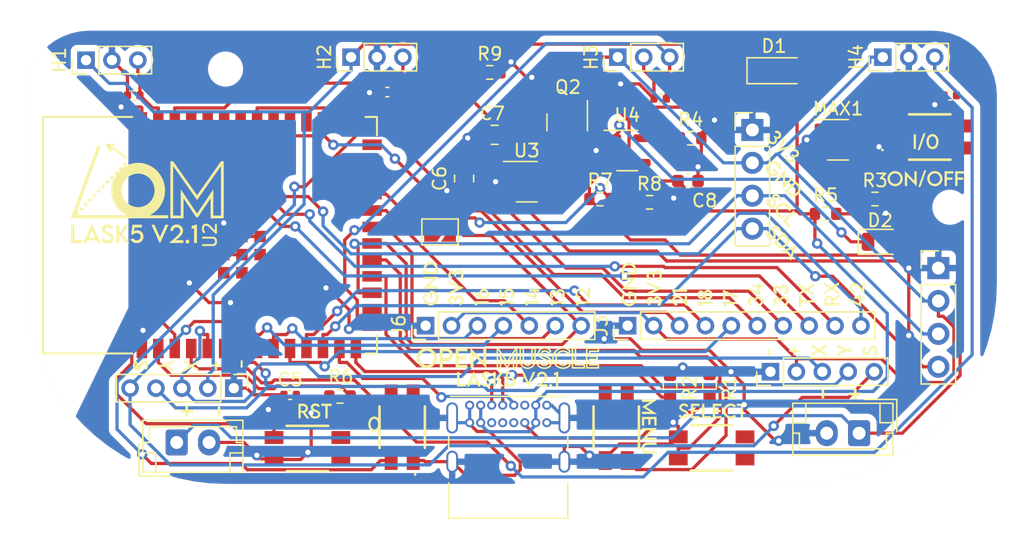
<source format=kicad_pcb>
(kicad_pcb (version 20221018) (generator pcbnew)
  (layers (0 "F.Cu" signal) (31 "B.Cu" signal) (34 "B.Paste" user) (35 "F.Paste" user) (36 "B.SilkS" user "B.Silkscreen") (37 "F.SilkS" user "F.Silkscreen") (38 "B.Mask" user) (39 "F.Mask" user) (44 "Edge.Cuts" user))
  (net 0 "")
  (net 1 "hall_2")
  (net 2 "hall_0")
  (net 3 "hall_3")
  (net 4 "hall_1")
  (net 5 "GND")
  (net 6 "+3V3")
  (net 7 "SCL")
  (net 8 "SDA")
  (net 9 "JX")
  (net 10 "JY")
  (net 11 "JSW")
  (net 12 "b_start")
  (net 13 "GP14")
  (net 14 "GP15")
  (net 15 "GP16")
  (net 16 "VBAT")
  (net 17 "EN")
  (net 18 "VIN")
  (net 19 "VBUS")
  (net 20 "b_select")
  (net 21 "Net-(P1-VCONN)")
  (net 22 "Net-(P1-CC)")
  (net 23 "Net-(JP1-A)")
  (net 24 "Net-(D2-K)")
  (net 25 "Net-(D2-A)")
  (net 26 "Net-(MAX1-CLEAR)")
  (net 28 "LDO_EN")
  (net 29 "Net-(U4-PROG)")
  (net 31 "ADC_BAT")
  (net 32 "D+")
  (net 33 "D-")
  (net 34 "100")
  (net 44 "GP13")
  (net 45 "Net-(MAX1-In)")
  (net 46 "GP17")
  (net 47 "GP18")
  (net 48 "GP21")
  (net 49 "GP34")
  (net 50 "GP33")
  (net 51 "TX")
  (net 52 "RX")
  (net 53 "GP42")
  (footprint "Capacitor_SMD:C_0402_1005Metric" (layer "F.Cu") (at 122.964 71.12)
    (fp_text reference "C2" hide)
    (fp_text value "100 nF" hide)
  )
  (footprint "Resistor_SMD:R_0603_1608Metric" (layer "F.Cu") (at 165.926 74.427)
    (fp_text reference "R4")
    (fp_text value "2k" hide)
  )
  (footprint "Capacitor_SMD:C_0805_2012Metric" (layer "F.Cu") (at 148.452 77.531 -90)
    (fp_text reference "C6")
    (fp_text value "4.7uF" hide)
  )
  (footprint "Resistor_SMD:R_0603_1608Metric" (layer "F.Cu") (at 150.432 69.342)
    (fp_text reference "R9")
    (fp_text value "100k" hide)
  )
  (footprint "Package_TO_SOT_SMD:SOT-23" (layer "F.Cu") (at 156.403 73.2005 -90)
    (fp_text reference "Q2")
    (fp_text value "VP0610T" hide)
  )
  (footprint "Package_TO_SOT_SMD:TSOT-23-5" (layer "F.Cu") (at 161.0415 75.377)
    (fp_text reference "U4")
    (fp_text value "LTC4054ES5-4.2" hide)
  )
  (footprint "Resistor_SMD:R_0603_1608Metric" (layer "F.Cu") (at 164.338 93.599 90)
    (fp_text reference "R2")
    (fp_text value "5.1K" hide)
  )
  (footprint "Connector_PinHeader_2.54mm:PinHeader_1x04_P2.54mm_Vertical" (layer "F.Cu") (at 170.688 73.787)
    (fp_text reference "J9" hide)
    (fp_text value "Conn_01x04" hide)
  )
  (footprint "Connector_PinHeader_2.00mm:PinHeader_1x10_P2.00mm_Vertical" (layer "F.Cu") (at 161.068 88.9 90)
    (fp_text reference "J3")
    (fp_text value "Conn_01x10_Pin" hide)
  )
  (footprint "OpenMuscleDevKit:EVQP2P02M" (layer "F.Cu") (at 184.369 74.334 90)
    (fp_text reference "SW_PWR1" hide)
    (fp_text value "SW_Push" hide)
  )
  (footprint "Connector_PinHeader_2.00mm:PinHeader_1x03_P2.00mm_Vertical" (layer "F.Cu") (at 139.732 68.1676 90)
    (fp_text reference "H2")
    (fp_text value "A1369xUA-10" hide)
  )
  (footprint "Capacitor_SMD:C_0603_1608Metric" (layer "F.Cu") (at 165.722 77.729 180)
    (fp_text reference "C8")
    (fp_text value "2.2 uF" hide)
  )
  (footprint "Package_TO_SOT_SMD:SOT-23-5" (layer "F.Cu") (at 153.2835 77.785)
    (fp_text reference "U3")
    (fp_text value "TPS7A03" hide)
  )
  (footprint "Resistor_SMD:R_0603_1608Metric" (layer "F.Cu") (at 180.15 79.121)
    (fp_text reference "R3")
    (fp_text value "1K" hide)
  )
  (footprint "MountingHole:MountingHole_2.2mm_M2" (layer "F.Cu") (at 130.048 69.088)
    (fp_text reference "H8" hide)
    (fp_text value "MountingHole" hide)
  )
  (footprint "Resistor_SMD:R_0603_1608Metric" (layer "F.Cu") (at 162.751 79.375)
    (fp_text reference "R8")
    (fp_text value "100k" hide)
  )
  (footprint "Capacitor_SMD:C_0402_1005Metric" (layer "F.Cu") (at 142.522 70.866)
    (fp_text reference "C4" hide)
    (fp_text value "100 nF" hide)
  )
  (footprint "Capacitor_SMD:C_0402_1005Metric" (layer "F.Cu") (at 135.029 94.234)
    (fp_text reference "C5")
    (fp_text value "100 nF" hide)
  )
  (footprint "Capacitor_SMD:C_0402_1005Metric" (layer "F.Cu") (at 185.956 71.12)
    (fp_text reference "C3" hide)
    (fp_text value "100 nF" hide)
  )
  (footprint "Diode_SMD:D_SOD-123F" (layer "F.Cu") (at 172.487 69.215)
    (fp_text reference "D1")
    (fp_text value "1N5819" hide)
  )
  (footprint "Connector_PinHeader_2.00mm:PinHeader_1x05_P2.00mm_Vertical" (layer "F.Cu") (at 172.085 92.456 90)
    (fp_text reference "Joystick1" hide)
    (fp_text value "Conn_01x05_Pin" hide)
  )
  (footprint "Connector_PinHeader_2.00mm:PinHeader_1x03_P2.00mm_Vertical" (layer "F.Cu") (at 180.753 68.1676 90)
    (fp_text reference "H4")
    (fp_text value "A1369xUA-10" hide)
  )
  (footprint "Connector_PinHeader_2.00mm:PinHeader_1x07_P2.00mm_Vertical" (layer "F.Cu") (at 145.48 88.9 90)
    (fp_text reference "J6")
    (fp_text value "Conn_01x07_Pin" hide)
  )
  (footprint "Resistor_SMD:R_0603_1608Metric" (layer "F.Cu") (at 167.386 93.536 90)
    (fp_text reference "R1")
    (fp_text value "5.1K" hide)
  )
  (footprint "OpenMuscleDevKit:EVQP2P02M" (layer "F.Cu") (at 167.548 98.337 90)
    (fp_text reference "SW_SEL1" hide)
    (fp_text value "SW_Push" hide)
  )
  (footprint "MountingHole:MountingHole_2.2mm_M2" (layer "F.Cu") (at 185.928 79.756)
    (fp_text reference "H7" hide)
    (fp_text value "MountingHole" hide)
  )
  (footprint "Jumper:SolderJumper-2_P1.3mm_Open_TrianglePad1.0x1.5mm" (layer "F.Cu") (at 146.595 81.661)
    (fp_text reference "JP1" hide)
    (fp_text value "Jumper_2_Open" hide)
  )
  (footprint "Resistor_SMD:R_0603_1608Metric" (layer "F.Cu") (at 158.941 79.121)
    (fp_text reference "R7")
    (fp_text value "100k" hide)
  )
  (footprint "Connector_JST:JST_EH_B2B-EH-A_1x02_P2.50mm_Vertical" (layer "F.Cu") (at 178.923 97.201 180)
    (fp_text reference "BattExtLTC4054" hide)
    (fp_text value "JST_02" hide)
  )
  (footprint "footprints:ESP32-S3-WROOM-1_EXP" (layer "F.Cu") (at 128.851 81.915 90)
    (fp_text reference "U2")
    (fp_text value "ESP32-S3-WROOM-1-N16R8" hide)
  )
  (footprint "Connector_JST:JST_EH_B2B-EH-A_1x02_P2.50mm_Vertical" (layer "F.Cu") (at 126.278 97.917)
    (fp_text reference "J2" hide)
    (fp_text value "JST_02" hide)
  )
  (footprint "Connector_PinHeader_2.00mm:PinHeader_1x05_P2.00mm_Vertical" (layer "F.Cu") (at 130.683 93.726 -90)
    (fp_text reference "Joystick2" hide)
    (fp_text value "Conn_01x05_Pin" hide)
  )
  (footprint "OpenMuscleDevKit:EVQP2P02M" (layer "F.Cu") (at 143.676 96.739 180)
    (fp_text reference "SW_RST1" hide)
    (fp_text value "SW_Push" hide)
  )
  (footprint "Connector_USB:USB_C_Receptacle_GCT_USB4085" (layer "F.Cu") (at 148.881 95.043)
    (fp_text reference "P1" hide)
    (fp_text value "USB_C_Plug_USB2.0" hide)
  )
  (footprint "Resistor_SMD:R_0603_1608Metric" (layer "F.Cu") (at 138.875 94.361 180)
    (fp_text reference "R6")
    (fp_text value "5.1K" hide)
  )
  (footprint "LED_SMD:LED_0805_2012Metric" (layer "F.Cu") (at 180.5455 82.423)
    (fp_text reference "D2")
    (fp_text value "LED GREEN" hide)
  )
  (footprint "OpenMuscleDevKit:EVQP2P02M" (layer "F.Cu") (at 136.363 98.386 90)
    (fp_text reference "SW_BOOT1" hide)
    (fp_text value "SW_Push" hide)
  )
  (footprint "Resistor_SMD:R_0603_1608Metric" (layer "F.Cu") (at 176.34 80.264)
    (fp_text reference "R5")
    (fp_text value "150" hide)
  )
  (footprint "Capacitor_SMD:C_0805_2012Metric" (layer "F.Cu") (at 150.804 74.168 180)
    (fp_text reference "C7")
    (fp_text value "4.7uF" hide)
  )
  (footprint "Capacitor_SMD:C_0402_1005Metric" (layer "F.Cu") (at 163.576 71.374)
    (fp_text reference "C1" hide)
    (fp_text value "100 nF" hide)
  )
  (footprint "Connector_PinHeader_2.00mm:PinHeader_1x03_P2.00mm_Vertical" (layer "F.Cu") (at 119.285 68.3986 90)
    (fp_text reference "H1")
    (fp_text value "A1369xUA-10" hide)
  )
  (footprint "Connector_PinHeader_2.00mm:PinHeader_1x03_P2.00mm_Vertical" (layer "F.Cu") (at 160.306 68.1676 90)
    (fp_text reference "H3")
    (fp_text value "A1369xUA-10" hide)
  )
  (footprint "Connector_PinHeader_2.54mm:PinHeader_1x04_P2.54mm_Vertical" (layer "F.Cu") (at 185.039 84.455)
    (fp_text reference "J1" hide)
    (fp_text value "Conn_01x04" hide)
  )
  (footprint "Package_TO_SOT_SMD:SOT-23-6" (layer "F.Cu") (at 177.2975 74.549)
    (fp_text reference "MAX1")
    (fp_text value "~")
  )
  (footprint "OpenMuscleDevKit:EVQP2P02M" (layer "F.Cu") (at 160.186 96.739 180)
    (fp_text reference "SW_M1" hide)
    (fp_text value "SW_Push" hide)
  )
  (gr_poly (pts (xy 153.417146 93.236454) (xy 153.756803 92.467651) (xy 153.94777 92.467651) (xy 153.423489 93.626846) (xy 153.411511 93.626846) (xy 152.889345 92.467651) (xy 153.078901 92.467651)) (fill solid) (layer "F.SilkS"))
  (gr_poly (pts (xy 127.157561 95.393472) (xy 127.537735 95.393472) (xy 127.537735 95.602177) (xy 127.157561 95.602177) (xy 127.157561 95.929971) (xy 126.948859 95.929971) (xy 126.948859 95.602177) (xy 126.566924 95.602177) (xy 126.566924 95.393472) (xy 126.948859 95.393472) (xy 126.948859 95.064861) (xy 127.157561 95.064861)) (fill solid) (layer "F.SilkS"))
  (gr_poly (pts (xy 187.010082 77.155177) (xy 186.511877 77.155177) (xy 186.511877 77.458892) (xy 186.94173 77.458892) (xy 186.94173 77.636469) (xy 186.511877 77.636469) (xy 186.511877 78.117766) (xy 186.333592 78.117766) (xy 186.333592 76.977596) (xy 187.010082 76.977596)) (fill solid) (layer "F.SilkS"))
  (gr_poly (pts (xy 180.027672 90.446084) (xy 180.045922 90.447594) (xy 180.06373 90.450085) (xy 180.081085 90.453535) (xy 180.097976 90.457921) (xy 180.114394 90.463222) (xy 180.130327 90.469417) (xy 180.145764 90.476482) (xy 180.160696 90.484398) (xy 180.175111 90.493141) (xy 180.189 90.50269) (xy 180.20235 90.513023) (xy 180.215153 90.524118) (xy 180.227397 90.535954) (xy 180.239072 90.548508) (xy 180.250167 90.56176) (xy 180.260671 90.575686) (xy 180.270574 90.590266) (xy 180.279866 90.605477) (xy 180.288535 90.621298) (xy 180.296572 90.637707) (xy 180.303966 90.654682) (xy 180.310705 90.672201) (xy 180.31678 90.690242) (xy 180.32218 90.708785) (xy 180.326894 90.727805) (xy 180.330912 90.747283) (xy 180.334223 90.767197) (xy 180.336817 90.787523) (xy 180.338683 90.808241) (xy 180.33981 90.829329) (xy 180.340188 90.850765) (xy 180.339175 90.885243) (xy 180.336178 90.918617) (xy 180.33126 90.950841) (xy 180.324487 90.981869) (xy 180.315922 91.011654) (xy 180.305629 91.04015) (xy 180.293672 91.06731) (xy 180.280115 91.093088) (xy 180.265022 91.117437) (xy 180.248457 91.140311) (xy 180.230484 91.161664) (xy 180.211167 91.181448) (xy 180.19057 91.199618) (xy 180.168757 91.216127) (xy 180.145791 91.230929) (xy 180.121738 91.243977) (xy 180.020968 91.103041) (xy 180.02918 91.098158) (xy 180.037167 91.093023) (xy 180.044927 91.087644) (xy 180.052456 91.082024) (xy 180.059753 91.076169) (xy 180.066816 91.070085) (xy 180.073642 91.063776) (xy 180.080228 91.057249) (xy 180.086573 91.050508) (xy 180.092674 91.043558) (xy 180.098529 91.036406) (xy 180.104135 91.029055) (xy 180.10949 91.021512) (xy 180.114593 91.013782) (xy 180.11944 91.00587) (xy 180.124028 90.997781) (xy 180.128357 90.989521) (xy 180.132424 90.981095) (xy 180.136225 90.972508) (xy 180.13976 90.963765) (xy 180.143025 90.954872) (xy 180.146018 90.945835) (xy 180.148738 90.936658) (xy 180.15118 90.927346) (xy 180.153345 90.917906) (xy 180.155228 90.908341) (xy 180.156828 90.898659) (xy 180.158142 90.888863) (xy 180.159168 90.878959) (xy 180.159904 90.868953) (xy 180.160347 90.858849) (xy 180.160495 90.848653) (xy 180.159786 90.825118) (xy 180.157692 90.802405) (xy 180.154266 90.780611) (xy 180.149562 90.759831) (xy 180.143631 90.740162) (xy 180.136527 90.7217) (xy 180.128302 90.70454) (xy 180.119008 90.688779) (xy 180.108698 90.674513) (xy 180.097426 90.661837) (xy 180.091445 90.656126) (xy 180.085243 90.650848) (xy 180.078826 90.646016) (xy 180.072202 90.641642) (xy 180.065376 90.637737) (xy 180.058356 90.634315) (xy 180.051147 90.631385) (xy 180.043757 90.628962) (xy 180.036192 90.627056) (xy 180.028459 90.62568) (xy 180.020563 90.624845) (xy 180.012513 90.624564) (xy 180.00279 90.624997) (xy 179.993305 90.626274) (xy 179.98405 90.628366) (xy 179.97502 90.631242) (xy 179.966207 90.634872) (xy 179.957606 90.639224) (xy 179.94921 90.64427) (xy 179.941012 90.649977) (xy 179.933006 90.656316) (xy 179.925185 90.663257) (xy 179.917544 90.670768) (xy 179.910075 90.67882) (xy 179.902772 90.687381) (xy 179.89563 90.696422) (xy 179.88864 90.705912) (xy 179.881797 90.715821) (xy 179.868526 90.736772) (xy 179.855765 90.759032) (xy 179.843462 90.782357) (xy 179.831566 90.806504) (xy 179.820025 90.831229) (xy 179.808788 90.856288) (xy 179.787016 90.906435) (xy 179.764163 90.956755) (xy 179.752026 90.98184) (xy 179.73922 91.006555) (xy 179.725602 91.030664) (xy 179.711024 91.053927) (xy 179.695341 91.076106) (xy 179.678409 91.096963) (xy 179.660081 91.11626) (xy 179.650348 91.125248) (xy 179.640212 91.133757) (xy 179.629654 91.141756) (xy 179.618656 91.149216) (xy 179.6072 91.156107) (xy 179.595267 91.162399) (xy 179.582841 91.168063) (xy 179.569901 91.173068) (xy 179.556431 91.177385) (xy 179.542412 91.180984) (xy 179.527826 91.183835) (xy 179.512654 91.185908) (xy 179.496878 91.187174) (xy 179.480481 91.187603) (xy 179.463208 91.187134) (xy 179.446278 91.18574) (xy 179.429706 91.183445) (xy 179.413504 91.18027) (xy 179.397687 91.176235) (xy 179.382266 91.171363) (xy 179.367256 91.165676) (xy 179.352671 91.159195) (xy 179.338523 91.151942) (xy 179.324827 91.143939) (xy 179.311594 91.135206) (xy 179.29884 91.125767) (xy 179.286577 91.115642) (xy 179.274819 91.104854) (xy 179.263579 91.093423) (xy 179.25287 91.081372) (xy 179.242707 91.068722) (xy 179.233102 91.055496) (xy 179.224069 91.041714) (xy 179.215621 91.027398) (xy 179.207772 91.01257) (xy 179.200535 90.997252) (xy 179.193923 90.981466) (xy 179.187951 90.965232) (xy 179.182631 90.948573) (xy 179.177976 90.931511) (xy 179.174001 90.914066) (xy 179.170719 90.896262) (xy 179.168142 90.878118) (xy 179.166286 90.859658) (xy 179.165162 90.840903) (xy 179.164784 90.821874) (xy 179.165693 90.791972) (xy 179.168389 90.763078) (xy 179.172825 90.73524) (xy 179.178955 90.708509) (xy 179.186733 90.682935) (xy 179.196111 90.658565) (xy 179.207044 90.635452) (xy 179.219486 90.613643) (xy 179.233389 90.593188) (xy 179.248707 90.574137) (xy 179.265394 90.556539) (xy 179.283403 90.540445) (xy 179.302688 90.525903) (xy 179.323202 90.512963) (xy 179.344899 90.501674) (xy 179.367733 90.492087) (xy 179.459341 90.624564) (xy 179.452239 90.627992) (xy 179.445338 90.631665) (xy 179.438638 90.635575) (xy 179.432141 90.639716) (xy 179.425849 90.644081) (xy 179.419764 90.648661) (xy 179.413887 90.653452) (xy 179.40822 90.658444) (xy 179.402764 90.663631) (xy 179.397522 90.669007) (xy 179.392494 90.674563) (xy 179.387684 90.680293) (xy 179.383091 90.68619) (xy 179.378719 90.692246) (xy 179.374568 90.698455) (xy 179.37064 90.704809) (xy 179.366938 90.711302) (xy 179.363462 90.717926) (xy 179.360215 90.724674) (xy 179.357198 90.731539) (xy 179.354412 90.738514) (xy 179.35186 90.745592) (xy 179.349543 90.752766) (xy 179.347462 90.760028) (xy 179.345621 90.767372) (xy 179.344019 90.77479) (xy 179.342659 90.782276) (xy 179.341543 90.789822) (xy 179.340671 90.797421) (xy 179.340047 90.805066) (xy 179.339671 90.81275) (xy 179.339545 90.820466) (xy 179.339734 90.83018) (xy 179.340293 90.839758) (xy 179.342488 90.858463) (xy 179.346058 90.876491) (xy 179.35093 90.893752) (xy 179.357033 90.910153) (xy 179.364294 90.925605) (xy 179.372641 90.940017) (xy 179.382002 90.953297) (xy 179.38704 90.959484) (xy 179.392304 90.965355) (xy 179.397786 90.970897) (xy 179.403476 90.9761) (xy 179.409365 90.980952) (xy 179.415444 90.985441) (xy 179.421705 90.989557) (xy 179.428137 90.993288) (xy 179.434733 90.996622) (xy 179.441483 90.999549) (xy 179.448378 91.002056) (xy 179.455409 91.004133) (xy 179.462567 91.005768) (xy 179.469842 91.00695) (xy 179.477227 91.007668) (xy 179.484712 91.00791) (xy 179.492871 91.007604) (xy 179.500711 91.006697) (xy 179.508248 91.005201) (xy 179.515496 91.003128) (xy 179.522472 91.000494) (xy 179.529191 90.99731) (xy 179.535669 90.993589) (xy 179.541921 90.989346) (xy 179.547962 90.984592) (xy 179.553808 90.979342) (xy 179.559474 90.973609) (xy 179.564976 90.967404) (xy 179.57033 90.960743) (xy 179.57555 90.953637) (xy 179.580653 90.946101) (xy 179.585654 90.938146) (xy 179.590568 90.929787) (xy 179.595411 90.921037) (xy 179.604945 90.902414) (xy 179.61438 90.882384) (xy 179.623839 90.86105) (xy 179.664405 90.764796) (xy 179.679314 90.731598) (xy 179.694529 90.699488) (xy 179.710174 90.66861) (xy 179.726372 90.63911) (xy 179.743247 90.611133) (xy 179.760923 90.584826) (xy 179.779524 90.560333) (xy 179.799174 90.537801) (xy 179.819996 90.517374) (xy 179.830885 90.507996) (xy 179.842115 90.499199) (xy 179.853699 90.491001) (xy 179.865654 90.48342) (xy 179.877995 90.476475) (xy 179.890737 90.470184) (xy 179.903897 90.464565) (xy 179.917488 90.459636) (xy 179.931528 90.455416) (xy 179.946032 90.451922) (xy 179.961014 90.449173) (xy 179.976491 90.447186) (xy 179.992477 90.445981) (xy 180.008989 90.445575)) (fill solid) (layer "F.SilkS"))
  (gr_poly (pts (xy 166.984312 95.883105) (xy 167.490976 95.883105) (xy 167.490976 96.060683) (xy 166.806027 96.060683) (xy 166.806027 94.924743) (xy 166.984312 94.924743)) (fill solid) (layer "F.SilkS"))
  (gr_poly (pts (xy 120.114813 78.845363) (xy 119.94742 79.01888) (xy 119.773904 78.851487) (xy 119.941297 78.677971)) (fill solid) (layer "F.SilkS"))
  (gr_poly (pts (xy 163.302016 98.104249) (xy 162.597338 98.104249) (xy 162.582732 98.10457) (xy 162.568387 98.105525) (xy 162.554317 98.107098) (xy 162.540534 98.109274) (xy 162.527051 98.112038) (xy 162.513883 98.115374) (xy 162.501043 98.119269) (xy 162.488543 98.123705) (xy 162.476398 98.12867) (xy 162.464619 98.134146) (xy 162.453222 98.14012) (xy 162.442218 98.146577) (xy 162.431621 98.1535) (xy 162.421445 98.160875) (xy 162.411703 98.168687) (xy 162.402408 98.176921) (xy 162.393573 98.185562) (xy 162.385212 98.194594) (xy 162.377337 98.204003) (xy 162.369963 98.213773) (xy 162.363103 98.22389) (xy 162.356769 98.234337) (xy 162.350976 98.245101) (xy 162.345736 98.256166) (xy 162.341062 98.267517) (xy 162.336969 98.279138) (xy 162.333469 98.291015) (xy 162.330575 98.303133) (xy 162.328302 98.315477) (xy 162.326661 98.328031) (xy 162.325667 98.34078) (xy 162.325333 98.353709) (xy 162.325667 98.366642) (xy 162.326661 98.379403) (xy 162.328302 98.391976) (xy 162.330575 98.404345) (xy 162.333469 98.416494) (xy 162.336969 98.428409) (xy 162.341062 98.440073) (xy 162.345736 98.451471) (xy 162.350976 98.462587) (xy 162.356769 98.473405) (xy 162.363103 98.483911) (xy 162.369963 98.494088) (xy 162.377337 98.503921) (xy 162.385212 98.513393) (xy 162.393573 98.522491) (xy 162.402408 98.531197) (xy 162.411703 98.539497) (xy 162.421445 98.547374) (xy 162.431621 98.554813) (xy 162.442218 98.561799) (xy 162.453222 98.568316) (xy 162.464619 98.574348) (xy 162.476398 98.579879) (xy 162.488543 98.584895) (xy 162.501043 98.589379) (xy 162.513883 98.593315) (xy 162.527051 98.596689) (xy 162.540534 98.599485) (xy 162.554317 98.601686) (xy 162.568387 98.603278) (xy 162.582732 98.604244) (xy 162.597338 98.60457) (xy 163.302016 98.60457) (xy 163.302016 98.784263) (xy 162.596634 98.784263) (xy 162.572399 98.783716) (xy 162.548594 98.782091) (xy 162.525243 98.779413) (xy 162.502367 98.775706) (xy 162.479988 98.770996) (xy 162.45813 98.765306) (xy 162.436813 98.758662) (xy 162.41606 98.751088) (xy 162.395894 98.742609) (xy 162.376336 98.733249) (xy 162.357409 98.723033) (xy 162.339135 98.711986) (xy 162.321536 98.700132) (xy 162.304634 98.687496) (xy 162.288452 98.674102) (xy 162.273011 98.659976) (xy 162.258334 98.645142) (xy 162.244443 98.629624) (xy 162.231361 98.613447) (xy 162.219109 98.596636) (xy 162.207709 98.579216) (xy 162.197185 98.56121) (xy 162.187557 98.542645) (xy 162.178849 98.523544) (xy 162.171082 98.503932) (xy 162.164278 98.483833) (xy 162.158461 98.463273) (xy 162.153651 98.442276) (xy 162.149871 98.420866) (xy 162.147144 98.399069) (xy 162.145492 98.376908) (xy 162.144936 98.354409) (xy 162.145492 98.331913) (xy 162.147144 98.309759) (xy 162.149871 98.287972) (xy 162.153651 98.266576) (xy 162.158461 98.245595) (xy 162.164278 98.225054) (xy 162.171082 98.204977) (xy 162.178849 98.185389) (xy 162.187557 98.166313) (xy 162.197185 98.147776) (xy 162.207709 98.129799) (xy 162.219109 98.11241) (xy 162.231361 98.09563) (xy 162.244443 98.079486) (xy 162.258334 98.064001) (xy 162.273011 98.049199) (xy 162.288452 98.035106) (xy 162.304634 98.021745) (xy 162.321536 98.009141) (xy 162.339135 97.997319) (xy 162.357409 97.986302) (xy 162.376336 97.976115) (xy 162.395894 97.966782) (xy 162.41606 97.958329) (xy 162.436813 97.950778) (xy 162.45813 97.944155) (xy 162.479988 97.938484) (xy 162.502367 97.93379) (xy 162.525243 97.930096) (xy 162.548594 97.927427) (xy 162.572399 97.925808) (xy 162.596634 97.925263) (xy 163.302016 97.925263)) (fill solid) (layer "F.SilkS"))
  (gr_poly (pts (xy 171.191287 86.626005) (xy 171.208553 86.627453) (xy 171.225629 86.62984) (xy 171.242488 86.633143) (xy 171.259104 86.637341) (xy 171.275454 86.642411) (xy 171.29151 86.648332) (xy 171.307248 86.655081) (xy 171.322642 86.662636) (xy 171.337668 86.670975) (xy 171.352298 86.680076) (xy 171.366509 86.689917) (xy 171.380274 86.700476) (xy 171.393569 86.711731) (xy 171.406367 86.72366) (xy 171.418643 86.73624) (xy 171.430373 86.74945) (xy 171.441529 86.763268) (xy 171.452088 86.777671) (xy 171.462024 86.792638) (xy 171.471311 86.808146) (xy 171.479924 86.824174) (xy 171.487837 86.840699) (xy 171.495025 86.857699) (xy 171.501462 86.875152) (xy 171.507124 86.893036) (xy 171.511984 86.911329) (xy 171.516018 86.93001) (xy 171.5192 86.949055) (xy 171.521504 86.968443) (xy 171.522905 86.988151) (xy 171.523377 87.008159) (xy 171.523015 87.025338) (xy 171.521938 87.042379) (xy 171.520165 87.059261) (xy 171.517712 87.075967) (xy 171.510835 87.108771) (xy 171.501444 87.140637) (xy 171.489674 87.171414) (xy 171.475662 87.200948) (xy 171.459545 87.229086) (xy 171.441458 87.255675) (xy 171.421537 87.280564) (xy 171.39992 87.303599) (xy 171.376742 87.324627) (xy 171.352139 87.343495) (xy 171.326249 87.360052) (xy 171.299206 87.374143) (xy 171.285295 87.380217) (xy 171.271148 87.385617) (xy 171.25678 87.390324) (xy 171.24221 87.39432) (xy 171.197814 87.219562) (xy 171.205807 87.217386) (xy 171.21366 87.214828) (xy 171.221366 87.211898) (xy 171.228917 87.208608) (xy 171.236306 87.204967) (xy 171.243526 87.200986) (xy 171.250568 87.196676) (xy 171.257427 87.192047) (xy 171.264093 87.187108) (xy 171.270559 87.181872) (xy 171.276819 87.176348) (xy 171.282864 87.170547) (xy 171.288687 87.164479) (xy 171.294281 87.158154) (xy 171.299638 87.151584) (xy 171.304751 87.144778) (xy 171.309611 87.137747) (xy 171.314213 87.130501) (xy 171.318547 87.123052) (xy 171.322607 87.115409) (xy 171.326386 87.107582) (xy 171.329875 87.099583) (xy 171.333067 87.091421) (xy 171.335955 87.083107) (xy 171.338531 87.074652) (xy 171.340788 87.066067) (xy 171.342719 87.05736) (xy 171.344315 87.048544) (xy 171.345569 87.039628) (xy 171.346475 87.030622) (xy 171.347023 87.021538) (xy 171.347208 87.012386) (xy 171.346948 87.00119) (xy 171.346179 86.990202) (xy 171.344916 86.979431) (xy 171.343174 86.968887) (xy 171.340967 86.958581) (xy 171.338312 86.948521) (xy 171.335223 86.938717) (xy 171.331716 86.929179) (xy 171.327804 86.919917) (xy 171.323504 86.91094) (xy 171.318831 86.902258) (xy 171.3138 86.89388) (xy 171.308425 86.885817) (xy 171.302722 86.878078) (xy 171.296706 86.870673) (xy 171.290392 86.863611) (xy 171.283796 86.856902) (xy 171.276931 86.850555) (xy 171.269814 86.844581) (xy 171.26246 86.83899) (xy 171.254883 86.833789) (xy 171.247098 86.828991) (xy 171.239122 86.824603) (xy 171.230968 86.820636) (xy 171.222652 86.8171) (xy 171.214189 86.814003) (xy 171.205595 86.811357) (xy 171.196883 86.80917) (xy 171.18807 86.807452) (xy 171.179171 86.806213) (xy 171.1702 86.805462) (xy 171.161172 86.80521) (xy 171.148374 86.805616) (xy 171.135879 86.806825) (xy 171.123696 86.80882) (xy 171.111831 86.811588) (xy 171.100291 86.815112) (xy 171.089084 86.819378) (xy 171.078215 86.824369) (xy 171.067692 86.830072) (xy 171.057523 86.836471) (xy 171.047713 86.843549) (xy 171.038271 86.851294) (xy 171.029202 86.859688) (xy 171.020514 86.868717) (xy 171.012214 86.878366) (xy 171.004309 86.888619) (xy 170.996806 86.899461) (xy 170.989712 86.910877) (xy 170.983033 86.922852) (xy 170.976777 86.93537) (xy 170.97095 86.948417) (xy 170.96556 86.961977) (xy 170.960614 86.976034) (xy 170.956119 86.990574) (xy 170.952081 87.005581) (xy 170.948507 87.02104) (xy 170.945405 87.036937) (xy 170.942781 87.053255) (xy 170.940643 87.069979) (xy 170.938997 87.087094) (xy 170.93785 87.104586) (xy 170.93721 87.122438) (xy 170.937083 87.140636) (xy 170.832793 87.112449) (xy 170.832055 87.087932) (xy 170.829859 87.063897) (xy 170.826234 87.040496) (xy 170.82121 87.01788) (xy 170.814815 86.996202) (xy 170.807078 86.975612) (xy 170.798028 86.956263) (xy 170.787693 86.938307) (xy 170.776104 86.921895) (xy 170.769847 86.914316) (xy 170.763288 86.907179) (xy 170.756429 86.900505) (xy 170.749275 86.894311) (xy 170.741828 86.888617) (xy 170.734093 86.883442) (xy 170.726073 86.878805) (xy 170.717772 86.874724) (xy 170.709193 86.87122) (xy 170.70034 86.86831) (xy 170.691216 86.866013) (xy 170.681826 86.864349) (xy 170.672172 86.863337) (xy 170.662259 86.862996) (xy 170.65447 86.863194) (xy 170.646833 86.863784) (xy 170.639353 86.864754) (xy 170.632036 86.866096) (xy 170.624889 86.8678) (xy 170.617918 86.869856) (xy 170.61113 86.872255) (xy 170.60453 86.874986) (xy 170.598126 86.87804) (xy 170.591923 86.881408) (xy 170.585927 86.885079) (xy 170.580146 86.889045) (xy 170.574585 86.893295) (xy 170.569251 86.897819) (xy 170.56415 86.902609) (xy 170.559289 86.907654) (xy 170.554672 86.912945) (xy 170.550308 86.918471) (xy 170.546203 86.924224) (xy 170.542362 86.930194) (xy 170.538791 86.93637) (xy 170.535499 86.942744) (xy 170.532489 86.949306) (xy 170.52977 86.956045) (xy 170.527347 86.962953) (xy 170.525226 86.970019) (xy 170.523415 86.977234) (xy 170.521918 86.984589) (xy 170.520743 86.992073) (xy 170.519896 86.999677) (xy 170.519384 87.007391) (xy 170.519211 87.015205) (xy 170.519355 87.021782) (xy 170.519782 87.028293) (xy 170.520487 87.034734) (xy 170.521466 87.041095) (xy 170.522711 87.047372) (xy 170.524219 87.053557) (xy 170.525983 87.059643) (xy 170.527998 87.065623) (xy 170.530258 87.07149) (xy 170.532759 87.077239) (xy 170.535495 87.082861) (xy 170.53846 87.08835) (xy 170.54165 87.093699) (xy 170.545057 87.098902) (xy 170.548678 87.103951) (xy 170.552507 87.108839) (xy 170.556538 87.113561) (xy 170.560766 87.118108) (xy 170.565185 87.122474) (xy 170.569791 87.126653) (xy 170.574577 87.130637) (xy 170.579538 87.13442) (xy 170.584669 87.137994) (xy 170.589964 87.141353) (xy 170.595419 87.144491) (xy 170.601027 87.1474) (xy 170.606783 87.150073) (xy 170.612682 87.152503) (xy 170.618718 87.154684) (xy 170.624885 87.15661) (xy 170.63118 87.158272) (xy 170.637595 87.159664) (xy 170.599542 87.342177) (xy 170.586906 87.338987) (xy 170.574381 87.335237) (xy 170.561984 87.330938) (xy 170.549736 87.326101) (xy 170.537655 87.320735) (xy 170.52576 87.314851) (xy 170.51407 87.308459) (xy 170.502605 87.301569) (xy 170.491384 87.294192) (xy 170.480425 87.286338) (xy 170.469748 87.278018) (xy 170.459372 87.269241) (xy 170.449316 87.260019) (xy 170.4396 87.250361) (xy 170.430241 87.240277) (xy 170.421259 87.229779) (xy 170.412674 87.218876) (xy 170.404505 87.207579) (xy 170.39677 87.195897) (xy 170.389489 87.183842) (xy 170.38268 87.171424) (xy 170.376363 87.158653) (xy 170.370557 87.145539) (xy 170.365282 87.132092) (xy 170.360555 87.118324) (xy 170.356397 87.104243) (xy 170.352826 87.089862) (xy 170.349861 87.075189) (xy 170.347522 87.060236) (xy 170.345828 87.045012) (xy 170.344798 87.029528) (xy 170.34445 87.013794) (xy 170.344825 86.997162) (xy 170.345941 86.98071) (xy 170.347782 86.964461) (xy 170.350334 86.948437) (xy 170.35358 86.932661) (xy 170.357507 86.917157) (xy 170.362099 86.901946) (xy 170.367341 86.887052) (xy 170.373218 86.872498) (xy 170.379714 86.858306) (xy 170.386815 86.844499) (xy 170.394506 86.831101) (xy 170.402771 86.818133) (xy 170.411595 86.80562) (xy 170.420963 86.793582) (xy 170.430861 86.782045) (xy 170.441273 86.771029) (xy 170.452184 86.760559) (xy 170.463578 86.750657) (xy 170.475442 86.741346) (xy 170.487759 86.732648) (xy 170.500514 86.724587) (xy 170.513693 86.717185) (xy 170.527281 86.710465) (xy 170.541261 86.704451) (xy 170.55562 86.699164) (xy 170.570342 86.694628) (xy 170.585412 86.690865) (xy 170.600815 86.687899) (xy 170.616535 86.685752) (xy 170.632558 86.684447) (xy 170.648869 86.684007) (xy 170.670022 86.684779) (xy 170.690391 86.687043) (xy 170.70995 86.690724) (xy 170.728675 86.695744) (xy 170.746541 86.702028) (xy 170.763523 86.709499) (xy 170.779597 86.718081) (xy 170.794738 86.727697) (xy 170.808921 86.738271) (xy 170.822122 86.749726) (xy 170.834315 86.761987) (xy 170.845475 86.774976) (xy 170.855579 86.788618) (xy 170.864601 86.802835) (xy 170.872517 86.817553) (xy 170.879301 86.832693) (xy 170.887866 86.810973) (xy 170.897709 86.790004) (xy 170.908839 86.769875) (xy 170.921262 86.750676) (xy 170.927961 86.741453) (xy 170.934986 86.732496) (xy 170.942338 86.723817) (xy 170.950017 86.715427) (xy 170.958026 86.707336) (xy 170.966364 86.699556) (xy 170.975033 86.692099) (xy 170.984033 86.684975) (xy 170.993366 86.678196) (xy 171.003031 86.671773) (xy 171.013031 86.665717) (xy 171.023367 86.66004) (xy 171.034038 86.654752) (xy 171.045046 86.649866) (xy 171.056392 86.645391) (xy 171.068076 86.64134) (xy 171.0801 86.637723) (xy 171.092465 86.634552) (xy 171.105171 86.631838) (xy 171.118219 86.629593) (xy 171.131611 86.627826) (xy 171.145347 86.626551) (xy 171.159428 86.625777) (xy 171.173854 86.625517)) (fill solid) (layer "F.SilkS"))
  (gr_poly (pts (xy 118.364 82.296) (xy 118.993529 82.296) (xy 118.993529 82.516641) (xy 118.142483 82.516641) (xy 118.142483 81.105236) (xy 118.364 81.105236)) (fill solid) (layer "F.SilkS"))
  (gr_poly (pts (xy 136.042231 94.925217) (xy 136.061687 94.926621) (xy 136.08087 94.928934) (xy 136.099756 94.932133) (xy 136.11832 94.936196) (xy 136.136537 94.941099) (xy 136.154382 94.946821) (xy 136.171831 94.953338) (xy 136.188859 94.960629) (xy 136.205441 94.96867) (xy 136.221552 94.977439) (xy 136.237168 94.986914) (xy 136.252263 94.997072) (xy 136.266814 95.007889) (xy 136.280794 95.019345) (xy 136.29418 95.031415) (xy 136.306947 95.044078) (xy 136.31907 95.057311) (xy 136.330524 95.071091) (xy 136.341284 95.085396) (xy 136.351325 95.100204) (xy 136.360624 95.11549) (xy 136.369154 95.131234) (xy 136.376892 95.147412) (xy 136.383812 95.164002) (xy 136.38989 95.180982) (xy 136.3951 95.198328) (xy 136.399419 95.216018) (xy 136.402822 95.23403) (xy 136.405282 95.25234) (xy 136.406777 95.270927) (xy 136.407281 95.289768) (xy 136.406189 95.317011) (xy 136.402969 95.343712) (xy 136.397707 95.369772) (xy 136.39049 95.395095) (xy 136.381402 95.419585) (xy 136.370529 95.443142) (xy 136.357957 95.465672) (xy 136.343771 95.487077) (xy 136.328058 95.507259) (xy 136.310903 95.526123) (xy 136.292392 95.54357) (xy 136.27261 95.559503) (xy 136.251643 95.573827) (xy 136.229576 95.586443) (xy 136.206496 95.597255) (xy 136.182488 95.606166) (xy 136.512983 96.060683) (xy 136.293828 96.060683) (xy 135.987998 95.620967) (xy 135.848472 95.620967) (xy 135.848472 96.060683) (xy 135.670188 96.060683) (xy 135.669593 95.10162) (xy 135.847766 95.10162) (xy 135.847766 95.472984) (xy 136.026755 95.472984) (xy 136.036743 95.472797) (xy 136.046614 95.472111) (xy 136.056356 95.470939) (xy 136.065955 95.469295) (xy 136.075399 95.467192) (xy 136.084673 95.464644) (xy 136.093765 95.461664) (xy 136.102662 95.458264) (xy 136.11135 95.454459) (xy 136.119817 95.450262) (xy 136.128049 95.445685) (xy 136.136033 95.440742) (xy 136.143755 95.435447) (xy 136.151203 95.429813) (xy 136.158364 95.423853) (xy 136.165224 95.41758) (xy 136.171771 95.411008) (xy 136.17799 95.40415) (xy 136.18387 95.397018) (xy 136.189396 95.389628) (xy 136.194555 95.381991) (xy 136.199335 95.374121) (xy 136.203722 95.366032) (xy 136.207704 95.357736) (xy 136.211266 95.349247) (xy 136.214396 95.340579) (xy 136.21708 95.331744) (xy 136.219306 95.322756) (xy 136.22106 95.313628) (xy 136.222329 95.304373) (xy 136.223101 95.295005) (xy 136.223361 95.285537) (xy 136.223097 95.27571) (xy 136.222314 95.266053) (xy 136.221026 95.256575) (xy 136.219248 95.247286) (xy 136.216993 95.238196) (xy 136.214275 95.229313) (xy 136.211108 95.220647) (xy 136.207505 95.212207) (xy 136.203482 95.204003) (xy 136.199051 95.196043) (xy 136.194227 95.188337) (xy 136.189024 95.180894) (xy 136.183455 95.173723) (xy 136.177535 95.166835) (xy 136.171277 95.160238) (xy 136.164696 95.153941) (xy 136.157805 95.147953) (xy 136.150618 95.142285) (xy 136.143149 95.136945) (xy 136.135413 95.131942) (xy 136.127423 95.127286) (xy 136.119192 95.122987) (xy 136.110736 95.119053) (xy 136.102067 95.115493) (xy 136.093201 95.112317) (xy 136.08415 95.109535) (xy 136.074928 95.107155) (xy 136.065551 95.105188) (xy 136.056031 95.103641) (xy 136.046382 95.102525) (xy 136.036619 95.101848) (xy 136.026755 95.10162) (xy 135.847766 95.10162) (xy 135.669593 95.10162) (xy 135.669483 94.924743) (xy 136.022527 94.924743)) (fill solid) (layer "F.SilkS"))
  (gr_poly (pts (xy 148.076443 86.571042) (xy 148.09371 86.57249) (xy 148.110785 86.574877) (xy 148.127644 86.57818) (xy 148.144261 86.582378) (xy 148.16061 86.587448) (xy 148.176666 86.593369) (xy 148.192404 86.600117) (xy 148.207799 86.607672) (xy 148.222824 86.616011) (xy 148.237455 86.625112) (xy 148.251665 86.634953) (xy 148.26543 86.645512) (xy 148.278725 86.656767) (xy 148.291523 86.668696) (xy 148.303799 86.681276) (xy 148.315529 86.694486) (xy 148.326686 86.708303) (xy 148.337245 86.722706) (xy 148.34718 86.737673) (xy 148.356467 86.753181) (xy 148.36508 86.769208) (xy 148.372993 86.785733) (xy 148.380181 86.802733) (xy 148.386618 86.820186) (xy 148.39228 86.83807) (xy 148.397141 86.856363) (xy 148.401174 86.875043) (xy 148.404356 86.894088) (xy 148.40666 86.913476) (xy 148.408061 86.933185) (xy 148.408534 86.953192) (xy 148.408171 86.970372) (xy 148.407095 86.987412) (xy 148.405321 87.004295) (xy 148.402869 87.021001) (xy 148.395992 87.053805) (xy 148.3866 87.085672) (xy 148.37483 87.116448) (xy 148.360819 87.145982) (xy 148.344701 87.174121) (xy 148.326614 87.200711) (xy 148.306694 87.2256) (xy 148.285076 87.248635) (xy 148.261898 87.269663) (xy 148.237296 87.288532) (xy 148.211405 87.305089) (xy 148.184362 87.31918) (xy 148.170452 87.325254) (xy 148.156304 87.330654) (xy 148.141937 87.335362) (xy 148.127366 87.339357) (xy 148.08297 87.164596) (xy 148.090963 87.162419) (xy 148.098816 87.159861) (xy 148.106522 87.156932) (xy 148.114073 87.153642) (xy 148.121462 87.150001) (xy 148.128682 87.14602) (xy 148.135725 87.14171) (xy 148.142583 87.13708) (xy 148.149249 87.132142) (xy 148.155716 87.126906) (xy 148.161975 87.121382) (xy 148.16802 87.115581) (xy 148.173844 87.109513) (xy 148.179438 87.103188) (xy 148.184795 87.096618) (xy 148.189907 87.089812) (xy 148.194768 87.082781) (xy 148.199369 87.075535) (xy 148.203703 87.068086) (xy 148.207764 87.060442) (xy 148.211542 87.052616) (xy 148.215031 87.044616) (xy 148.218223 87.036455) (xy 148.221111 87.028141) (xy 148.223688 87.019686) (xy 148.225945 87.0111) (xy 148.227875 87.002394) (xy 148.229471 86.993577) (xy 148.230726 86.984661) (xy 148.231631 86.975656) (xy 148.23218 86.966572) (xy 148.232364 86.95742) (xy 148.232104 86.946224) (xy 148.231335 86.935235) (xy 148.230072 86.924465) (xy 148.22833 86.913921) (xy 148.226124 86.903615) (xy 148.223469 86.893555) (xy 148.22038 86.883751) (xy 148.216872 86.874213) (xy 148.212961 86.864951) (xy 148.208661 86.855974) (xy 148.203988 86.847293) (xy 148.198956 86.838915) (xy 148.193581 86.830852) (xy 148.187878 86.823113) (xy 148.181862 86.815708) (xy 148.175549 86.808646) (xy 148.168952 86.801937) (xy 148.162088 86.795591) (xy 148.15497 86.789617) (xy 148.147616 86.784026) (xy 148.140039 86.778826) (xy 148.132255 86.774027) (xy 148.124278 86.769639) (xy 148.116124 86.765673) (xy 148.107808 86.762136) (xy 148.099346 86.75904) (xy 148.090751 86.756394) (xy 148.08204 86.754207) (xy 148.073227 86.752489) (xy 148.064327 86.75125) (xy 148.055356 86.7505) (xy 148.046328 86.750247) (xy 148.03353 86.750653) (xy 148.021036 86.751862) (xy 148.008852 86.753858) (xy 147.996987 86.756625) (xy 147.985448 86.760149) (xy 147.97424 86.764415) (xy 147.963371 86.769406) (xy 147.952849 86.775109) (xy 147.942679 86.781507) (xy 147.93287 86.788586) (xy 147.923427 86.79633) (xy 147.914359 86.804724) (xy 147.905671 86.813753) (xy 147.897371 86.823402) (xy 147.889466 86.833655) (xy 147.881962 86.844497) (xy 147.874868 86.855913) (xy 147.868189 86.867888) (xy 147.861933 86.880406) (xy 147.856107 86.893453) (xy 147.850717 86.907012) (xy 147.845771 86.92107) (xy 147.841275 86.935609) (xy 147.837237 86.950617) (xy 147.833663 86.966076) (xy 147.830561 86.981973) (xy 147.827937 86.998291) (xy 147.825799 87.015015) (xy 147.824153 87.032131) (xy 147.823007 87.049623) (xy 147.822366 87.067475) (xy 147.82224 87.085673) (xy 147.717949 87.057486) (xy 147.717211 87.032968) (xy 147.715015 87.008933) (xy 147.71139 86.985531) (xy 147.706366 86.962915) (xy 147.699971 86.941236) (xy 147.692234 86.920647) (xy 147.683184 86.901298) (xy 147.67285 86.883341) (xy 147.66126 86.866929) (xy 147.655004 86.85935) (xy 147.648444 86.852213) (xy 147.641586 86.845539) (xy 147.634431 86.839345) (xy 147.626985 86.833651) (xy 147.619249 86.828476) (xy 147.611229 86.823839) (xy 147.602928 86.819758) (xy 147.594349 86.816253) (xy 147.585496 86.813343) (xy 147.576372 86.811047) (xy 147.566982 86.809383) (xy 147.557328 86.808371) (xy 147.547415 86.808029) (xy 147.539627 86.808228) (xy 147.531989 86.808818) (xy 147.524509 86.809788) (xy 147.517192 86.81113) (xy 147.510045 86.812834) (xy 147.503075 86.81489) (xy 147.496286 86.817289) (xy 147.489687 86.82002) (xy 147.483282 86.823074) (xy 147.477079 86.826442) (xy 147.471084 86.830113) (xy 147.465303 86.834079) (xy 147.459742 86.838329) (xy 147.454408 86.842853) (xy 147.449307 86.847643) (xy 147.444445 86.852688) (xy 147.439829 86.857978) (xy 147.435465 86.863505) (xy 147.431359 86.869258) (xy 147.427518 86.875228) (xy 147.423948 86.881404) (xy 147.420655 86.887778) (xy 147.417646 86.89434) (xy 147.414926 86.901079) (xy 147.412503 86.907987) (xy 147.410383 86.915053) (xy 147.408571 86.922268) (xy 147.407075 86.929623) (xy 147.4059 86.937107) (xy 147.405053 86.94471) (xy 147.40454 86.952425) (xy 147.404368 86.960239) (xy 147.404511 86.966815) (xy 147.404938 86.973327) (xy 147.405644 86.979767) (xy 147.406622 86.986129) (xy 147.407868 86.992406) (xy 147.409375 86.998591) (xy 147.411139 87.004676) (xy 147.413154 87.010657) (xy 147.415415 87.016524) (xy 147.417916 87.022273) (xy 147.420652 87.027895) (xy 147.423617 87.033384) (xy 147.426806 87.038733) (xy 147.430214 87.043935) (xy 147.433835 87.048984) (xy 147.437663 87.053873) (xy 147.441694 87.058594) (xy 147.445922 87.063142) (xy 147.450342 87.067508) (xy 147.454947 87.071687) (xy 147.459733 87.075671) (xy 147.464694 87.079453) (xy 147.469825 87.083028) (xy 147.475121 87.086387) (xy 147.480575 87.089525) (xy 147.486183 87.092433) (xy 147.491939 87.095106) (xy 147.497838 87.097537) (xy 147.503874 87.099718) (xy 147.510042 87.101643) (xy 147.516336 87.103306) (xy 147.522751 87.104698) (xy 147.484698 87.28721) (xy 147.472063 87.28402) (xy 147.459537 87.280271) (xy 147.447141 87.275972) (xy 147.434892 87.271135) (xy 147.422811 87.265769) (xy 147.410916 87.259885) (xy 147.399227 87.253493) (xy 147.387762 87.246603) (xy 147.37654 87.239226) (xy 147.365582 87.231373) (xy 147.354905 87.223053) (xy 147.344529 87.214276) (xy 147.334473 87.205054) (xy 147.324756 87.195396) (xy 147.315397 87.185313) (xy 147.306416 87.174814) (xy 147.297831 87.163911) (xy 147.289661 87.152614) (xy 147.281926 87.140933) (xy 147.274645 87.128878) (xy 147.267836 87.11646) (xy 147.26152 87.103689) (xy 147.255714 87.090575) (xy 147.250438 87.077129) (xy 147.245712 87.06336) (xy 147.241553 87.04928) (xy 147.237982 87.034899) (xy 147.235018 87.020226) (xy 147.232679 87.005273) (xy 147.230984 86.990049) (xy 147.229954 86.974565) (xy 147.229606 86.958831) (xy 147.229981 86.942199) (xy 147.231097 86.925747) (xy 147.232938 86.909497) (xy 147.23549 86.893473) (xy 147.238737 86.877697) (xy 147.242664 86.862192) (xy 147.247255 86.846982) (xy 147.252497 86.832087) (xy 147.258374 86.817533) (xy 147.26487 86.803341) (xy 147.271971 86.789534) (xy 147.279662 86.776135) (xy 147.287927 86.763168) (xy 147.296751 86.750654) (xy 147.30612 86.738617) (xy 147.316018 86.727079) (xy 147.326429 86.716064) (xy 147.33734 86.705593) (xy 147.348735 86.695691) (xy 147.360598 86.68638) (xy 147.372915 86.677682) (xy 147.385671 86.669621) (xy 147.39885 86.662219) (xy 147.412437 86.655499) (xy 147.426418 86.649484) (xy 147.440776 86.644197) (xy 147.455498 86.639661) (xy 147.470568 86.635899) (xy 147.485971 86.632933) (xy 147.501692 86.630786) (xy 147.517715 86.629481) (xy 147.534026 86.629041) (xy 147.555179 86.629812) (xy 147.575547 86.632077) (xy 147.595106 86.635757) (xy 147.613831 86.640778) (xy 147.631697 86.647062) (xy 147.64868 86.654533) (xy 147.664754 86.663114) (xy 147.679895 86.67273) (xy 147.694078 86.683304) (xy 147.707278 86.69476) (xy 147.719471 86.70702) (xy 147.730632 86.72001) (xy 147.740736 86.733651) (xy 147.749758 86.747869) (xy 147.757673 86.762586) (xy 147.764457 86.777727) (xy 147.773022 86.756007) (xy 147.782866 86.735038) (xy 147.793995 86.714909) (xy 147.806418 86.69571) (xy 147.813117 86.686487) (xy 147.820142 86.677531) (xy 147.827494 86.668852) (xy 147.835174 86.660461) (xy 147.843182 86.652371) (xy 147.85152 86.644591) (xy 147.860189 86.637134) (xy 147.869189 86.630011) (xy 147.878522 86.623232) (xy 147.888188 86.616809) (xy 147.898188 86.610753) (xy 147.908523 86.605076) (xy 147.919194 86.599789) (xy 147.930202 86.594902) (xy 147.941548 86.590427) (xy 147.953232 86.586376) (xy 147.965257 86.58276) (xy 147.977621 86.579589) (xy 147.990327 86.576875) (xy 148.003376 86.57463) (xy 148.016767 86.572863) (xy 148.030503 86.571588) (xy 148.044584 86.570815) (xy 148.059011 86.570554)) (fill solid) (layer "F.SilkS"))
  (gr_poly (pts (xy 153.078315 91.585392) (xy 153.078656 91.60144) (xy 153.079668 91.617222) (xy 153.081337 91.632723) (xy 153.08365 91.647927) (xy 153.08659 91.662818) (xy 153.090145 91.67738) (xy 153.094299 91.691596) (xy 153.099039 91.705451) (xy 153.104349 91.718929) (xy 153.110215 91.732013) (xy 153.116623 91.744688) (xy 153.123558 91.756938) (xy 153.131006 91.768746) (xy 153.138953 91.780097) (xy 153.147384 91.790975) (xy 153.156285 91.801363) (xy 153.16564 91.811246) (xy 153.175437 91.820607) (xy 153.18566 91.82943) (xy 153.196295 91.8377) (xy 153.207327 91.845401) (xy 153.218743 91.852516) (xy 153.230527 91.859029) (xy 153.242665 91.864925) (xy 153.255143 91.870187) (xy 153.267946 91.8748) (xy 153.281061 91.878747) (xy 153.294472 91.882012) (xy 153.308165 91.884579) (xy 153.322125 91.886433) (xy 153.336339 91.887557) (xy 153.350792 91.887935) (xy 153.365342 91.887557) (xy 153.379653 91.886433) (xy 153.393708 91.884579) (xy 153.407495 91.882012) (xy 153.420997 91.878747) (xy 153.434201 91.8748) (xy 153.447092 91.870187) (xy 153.459656 91.864925) (xy 153.471878 91.859029) (xy 153.483743 91.852516) (xy 153.495237 91.845401) (xy 153.506345 91.8377) (xy 153.517053 91.82943) (xy 153.527347 91.820607) (xy 153.537211 91.811246) (xy 153.546632 91.801363) (xy 153.555594 91.790975) (xy 153.564083 91.780097) (xy 153.572085 91.768746) (xy 153.579585 91.756938) (xy 153.586569 91.744688) (xy 153.593022 91.732013) (xy 153.598929 91.718929) (xy 153.604276 91.705451) (xy 153.609048 91.691596) (xy 153.613231 91.67738) (xy 153.616811 91.662818) (xy 153.619772 91.647927) (xy 153.622101 91.632723) (xy 153.623782 91.617222) (xy 153.624801 91.60144) (xy 153.625144 91.585392) (xy 153.625144 90.585689) (xy 153.985002 90.585689) (xy 153.985002 91.586332) (xy 153.98421 91.621453) (xy 153.981856 91.655996) (xy 153.977975 91.689925) (xy 153.972599 91.723204) (xy 153.965762 91.7558) (xy 153.957498 91.787675) (xy 153.94784 91.818797) (xy 153.936823 91.849128) (xy 153.924479 91.878634) (xy 153.910842 91.907281) (xy 153.895946 91.935032) (xy 153.879824 91.961852) (xy 153.86251 91.987708) (xy 153.844038 92.012562) (xy 153.824441 92.03638) (xy 153.803753 92.059127) (xy 153.782006 92.080769) (xy 153.759236 92.101268) (xy 153.735475 92.120591) (xy 153.710758 92.138703) (xy 153.685116 92.155567) (xy 153.658586 92.17115) (xy 153.631199 92.185415) (xy 153.602989 92.198328) (xy 153.573991 92.209854) (xy 153.544237 92.219957) (xy 153.513761 92.228602) (xy 153.482597 92.235754) (xy 153.450779 92.241378) (xy 153.418339 92.245438) (xy 153.385312 92.2479) (xy 153.351731 92.248729) (xy 153.318205 92.2479) (xy 153.285231 92.245438) (xy 153.252843 92.241378) (xy 153.221074 92.235754) (xy 153.189959 92.228602) (xy 153.15953 92.219957) (xy 153.129822 92.209854) (xy 153.100868 92.198328) (xy 153.072701 92.185415) (xy 153.045355 92.17115) (xy 153.018863 92.155567) (xy 152.99326 92.138703) (xy 152.968578 92.120591) (xy 152.944852 92.101268) (xy 152.922115 92.080769) (xy 152.9004 92.059127) (xy 152.879741 92.03638) (xy 152.860171 92.012562) (xy 152.841725 91.987708) (xy 152.824435 91.961852) (xy 152.808336 91.935032) (xy 152.79346 91.907281) (xy 152.779842 91.878634) (xy 152.767515 91.849128) (xy 152.756512 91.818797) (xy 152.746868 91.787675) (xy 152.738615 91.7558) (xy 152.731787 91.723204) (xy 152.726419 91.689925) (xy 152.722542 91.655996) (xy 152.720192 91.621453) (xy 152.719401 91.586332) (xy 152.719401 90.705956) (xy 152.839664 90.705956) (xy 152.839664 91.586332) (xy 152.840304 91.615084) (xy 152.842207 91.643361) (xy 152.845345 91.671135) (xy 152.849692 91.698377) (xy 152.855219 91.725059) (xy 152.8619 91.75115) (xy 152.869708 91.776623) (xy 152.878616 91.80145) (xy 152.888596 91.8256) (xy 152.899622 91.849046) (xy 152.911665 91.871759) (xy 152.9247 91.893709) (xy 152.938699 91.914869) (xy 152.953635 91.93521) (xy 152.96948 91.954703) (xy 152.986208 91.973318) (xy 153.003791 91.991028) (xy 153.022202 92.007804) (xy 153.041415 92.023616) (xy 153.061402 92.038437) (xy 153.082135 92.052237) (xy 153.103588 92.064988) (xy 153.125734 92.076661) (xy 153.148545 92.087227) (xy 153.171994 92.096658) (xy 153.196054 92.104924) (xy 153.220699 92.111998) (xy 153.2459 92.117849) (xy 153.271631 92.122451) (xy 153.297865 92.125773) (xy 153.324574 92.127788) (xy 153.351731 92.128466) (xy 153.378933 92.127788) (xy 153.405685 92.125773) (xy 153.431963 92.122451) (xy 153.457737 92.117849) (xy 153.482981 92.111998) (xy 153.507668 92.104924) (xy 153.531771 92.096658) (xy 153.555262 92.087227) (xy 153.578114 92.076661) (xy 153.600299 92.064988) (xy 153.621791 92.052237) (xy 153.642563 92.038437) (xy 153.662587 92.023616) (xy 153.681835 92.007804) (xy 153.700282 91.991028) (xy 153.717899 91.973318) (xy 153.734659 91.954703) (xy 153.750535 91.93521) (xy 153.765499 91.914869) (xy 153.779526 91.893709) (xy 153.792587 91.871759) (xy 153.804654 91.849046) (xy 153.815702 91.8256) (xy 153.825703 91.80145) (xy 153.834628 91.776623) (xy 153.842452 91.75115) (xy 153.849147 91.725059) (xy 153.854686 91.698377) (xy 153.859042 91.671135) (xy 153.862186 91.643361) (xy 153.864093 91.615084) (xy 153.864735 91.586332) (xy 153.864735 90.705956) (xy 153.745411 90.705956) (xy 153.745411 91.585392) (xy 153.744907 91.607468) (xy 153.74341 91.629217) (xy 153.740944 91.650616) (xy 153.73753 91.67164) (xy 153.733193 91.692264) (xy 153.727955 91.712464) (xy 153.721839 91.732215) (xy 153.714868 91.751493) (xy 153.707065 91.770272) (xy 153.698453 91.788529) (xy 153.689055 91.806238) (xy 153.678894 91.823376) (xy 153.667992 91.839917) (xy 153.656374 91.855838) (xy 153.644061 91.871112) (xy 153.631077 91.885717) (xy 153.617445 91.899627) (xy 153.603188 91.912818) (xy 153.588328 91.925265) (xy 153.572889 91.936943) (xy 153.556894 91.947829) (xy 153.540365 91.957896) (xy 153.523326 91.967122) (xy 153.505799 91.975481) (xy 153.487808 91.982948) (xy 153.469375 91.9895) (xy 153.450523 91.995111) (xy 153.431276 91.999757) (xy 153.411657 92.003413) (xy 153.391687 92.006056) (xy 153.371391 92.007659) (xy 153.350792 92.008199) (xy 153.33029 92.007659) (xy 153.310091 92.006056) (xy 153.290217 92.003413) (xy 153.270691 91.999757) (xy 153.251536 91.995111) (xy 153.232774 91.9895) (xy 153.21443 91.982948) (xy 153.196524 91.975481) (xy 153.179081 91.967122) (xy 153.162123 91.957896) (xy 153.145673 91.947829) (xy 153.129753 91.936943) (xy 153.114388 91.925265) (xy 153.099599 91.912818) (xy 153.085409 91.899627) (xy 153.071842 91.885717) (xy 153.05892 91.871112) (xy 153.046666 91.855838) (xy 153.035103 91.839917) (xy 153.024253 91.823376) (xy 153.01414 91.806238) (xy 153.004787 91.788529) (xy 152.996216 91.770272) (xy 152.98845 91.751493) (xy 152.981512 91.732215) (xy 152.975425 91.712464) (xy 152.970212 91.692264) (xy 152.965895 91.67164) (xy 152.962498 91.650616) (xy 152.960043 91.629217) (xy 152.958553 91.607468) (xy 152.958051 91.585392) (xy 152.958051 90.705956) (xy 152.839664 90.705956) (xy 152.719401 90.705956) (xy 152.719401 90.585689) (xy 153.078315 90.585689)) (fill solid) (layer "F.SilkS"))
  (gr_poly (pts (xy 171.268986 85.769333) (xy 171.512807 85.769333) (xy 171.512807 85.946914) (xy 171.268986 85.946914) (xy 171.268986 86.554345) (xy 170.373341 86.134358) (xy 170.374048 85.945503) (xy 171.091408 86.286568) (xy 171.091408 85.946914) (xy 170.726384 85.946914) (xy 170.726384 85.769333) (xy 171.091408 85.769333) (xy 171.091408 85.644607) (xy 171.268986 85.644607)) (fill solid) (layer "F.SilkS"))
  (gr_poly (pts (xy 127.841075 82.516641) (xy 127.619558 82.516641) (xy 127.619558 81.376658) (xy 127.428685 81.43357) (xy 127.428685 81.202421) (xy 127.776284 81.0921) (xy 127.841075 81.0921)) (fill solid) (layer "F.SilkS"))
  (gr_poly (pts (xy 158.169495 87.185736) (xy 157.252006 87.185736) (xy 157.29781 87.339357) (xy 157.111774 87.339357) (xy 157.022985 87.059598) (xy 157.022985 87.007455) (xy 158.169495 87.007455)) (fill solid) (layer "F.SilkS"))
  (gr_poly (pts (xy 163.321748 96.81328) (xy 162.564219 97.538398) (xy 163.304835 97.538398) (xy 163.304835 97.717383) (xy 162.146344 97.717383) (xy 162.146344 97.708929) (xy 162.905284 96.982403) (xy 162.164665 96.982403) (xy 162.164665 96.804118) (xy 163.321748 96.804118)) (fill solid) (layer "F.SilkS"))
  (gr_poly (pts (xy 158.169495 86.843263) (xy 158.131442 86.843263) (xy 157.997819 86.680876) (xy 157.879795 86.543435) (xy 157.826181 86.483753) (xy 157.775926 86.429926) (xy 157.728847 86.381828) (xy 157.684765 86.339332) (xy 157.643499 86.302312) (xy 157.604868 86.270639) (xy 157.568692 86.244187) (xy 157.53479 86.222829) (xy 157.502981 86.206439) (xy 157.473085 86.194889) (xy 157.444921 86.188052) (xy 157.418309 86.185801) (xy 157.406384 86.186103) (xy 157.394665 86.186999) (xy 157.383163 86.188468) (xy 157.371889 86.190494) (xy 157.360854 86.193058) (xy 157.35007 86.196141) (xy 157.339548 86.199725) (xy 157.3293 86.203792) (xy 157.319337 86.208323) (xy 157.30967 86.213301) (xy 157.30031 86.218707) (xy 157.29127 86.224522) (xy 157.28256 86.230728) (xy 157.274191 86.237307) (xy 157.266176 86.244241) (xy 157.258524 86.251511) (xy 157.251249 86.259099) (xy 157.244361 86.266987) (xy 157.237871 86.275156) (xy 157.231791 86.283587) (xy 157.226132 86.292264) (xy 157.220906 86.301167) (xy 157.216123 86.310278) (xy 157.211796 86.319578) (xy 157.207935 86.32905) (xy 157.204552 86.338675) (xy 157.201659 86.348435) (xy 157.199266 86.358311) (xy 157.197385 86.368285) (xy 157.196027 86.378339) (xy 157.195204 86.388454) (xy 157.194927 86.398612) (xy 157.195235 86.410953) (xy 157.196148 86.423127) (xy 157.197653 86.435119) (xy 157.199736 86.446913) (xy 157.202384 86.458496) (xy 157.205583 86.469853) (xy 157.20932 86.480969) (xy 157.213579 86.491829) (xy 157.218349 86.502418) (xy 157.223615 86.512722) (xy 157.229364 86.522727) (xy 157.235581 86.532417) (xy 157.242254 86.541777) (xy 157.249368 86.550794) (xy 157.25691 86.559451) (xy 157.264866 86.567736) (xy 157.273223 86.575632) (xy 157.281967 86.583125) (xy 157.291083 86.590201) (xy 157.30056 86.596845) (xy 157.310382 86.603042) (xy 157.320536 86.608777) (xy 157.331008 86.614035) (xy 157.341786 86.618803) (xy 157.352854 86.623065) (xy 157.3642 86.626806) (xy 157.375809 86.630012) (xy 157.387669 86.632668) (xy 157.399765 86.634759) (xy 157.412083 86.636271) (xy 157.424611 86.637189) (xy 157.437334 86.637499) (xy 157.397873 86.800279) (xy 157.377993 86.799765) (xy 157.358405 86.798239) (xy 157.33913 86.795726) (xy 157.320189 86.792251) (xy 157.301607 86.787837) (xy 157.283404 86.782511) (xy 157.265604 86.776296) (xy 157.248229 86.769218) (xy 157.2313 86.7613) (xy 157.214841 86.752568) (xy 157.198873 86.743045) (xy 157.183419 86.732758) (xy 157.168501 86.72173) (xy 157.154142 86.709985) (xy 157.140364 86.69755) (xy 157.127189 86.684448) (xy 157.11464 86.670703) (xy 157.102738 86.656342) (xy 157.091507 86.641387) (xy 157.080968 86.625865) (xy 157.071144 86.609799) (xy 157.062057 86.593214) (xy 157.05373 86.576135) (xy 157.046184 86.558586) (xy 157.039443 86.540592) (xy 157.033528 86.522179) (xy 157.028461 86.503369) (xy 157.024266 86.484189) (xy 157.020964 86.464662) (xy 157.018578 86.444814) (xy 157.01713 86.424669) (xy 157.016643 86.404251) (xy 157.017175 86.383519) (xy 157.018751 86.363091) (xy 157.021344 86.34299) (xy 157.024924 86.32324) (xy 157.029462 86.303863) (xy 157.03493 86.284883) (xy 157.041299 86.266324) (xy 157.04854 86.248208) (xy 157.056625 86.230558) (xy 157.065524 86.213398) (xy 157.075208 86.196751) (xy 157.08565 86.180641) (xy 157.09682 86.16509) (xy 157.108689 86.150122) (xy 157.12123 86.135759) (xy 157.134412 86.122026) (xy 157.148207 86.108945) (xy 157.162587 86.09654) (xy 157.177522 86.084834) (xy 157.192984 86.073849) (xy 157.208944 86.06361) (xy 157.225373 86.05414) (xy 157.242243 86.045461) (xy 157.259525 86.037597) (xy 157.277189 86.030572) (xy 157.295208 86.024407) (xy 157.313552 86.019128) (xy 157.332193 86.014756) (xy 157.351101 86.011315) (xy 157.370249 86.008829) (xy 157.389607 86.00732) (xy 157.409147 86.006812) (xy 157.42765 86.007394) (xy 157.446287 86.009122) (xy 157.465043 86.011971) (xy 157.483901 86.015914) (xy 157.502847 86.020924) (xy 157.521865 86.026976) (xy 157.540941 86.034044) (xy 157.560058 86.042101) (xy 157.598359 86.061078) (xy 157.636645 86.083698) (xy 157.674796 86.109751) (xy 157.712688 86.139028) (xy 157.7502 86.171318) (xy 157.78721 86.206414) (xy 157.823597 86.244104) (xy 157.859239 86.28418) (xy 157.894014 86.326432) (xy 157.9278 86.370651) (xy 157.960475 86.416626) (xy 157.991917 86.464149) (xy 157.991917 85.992014) (xy 158.169495 85.992014)) (fill solid) (layer "F.SilkS"))
  (gr_poly (pts (xy 149.731681 93.60359) (xy 149.538602 93.60359) (xy 149.461087 93.430944) (xy 148.923417 93.430944) (xy 148.845902 93.60359) (xy 148.65282 93.60359) (xy 148.802835 93.27803) (xy 148.992476 93.27803) (xy 149.392027 93.27803) (xy 149.192602 92.834083) (xy 148.992476 93.27803) (xy 148.802835 93.27803) (xy 149.186967 92.444395) (xy 149.197537 92.444395)) (fill solid) (layer "F.SilkS"))
  (gr_poly (pts (xy 123.220173 91.706363) (xy 123.211961 91.711246) (xy 123.203974 91.716381) (xy 123.196215 91.72176) (xy 123.188685 91.72738) (xy 123.181388 91.733235) (xy 123.174326 91.739319) (xy 123.1675 91.745628) (xy 123.160914 91.752155) (xy 123.154569 91.758896) (xy 123.148468 91.765846) (xy 123.142613 91.772999) (xy 123.137007 91.780349) (xy 123.131652 91.787892) (xy 123.126549 91.795622) (xy 123.121702 91.803534) (xy 123.117113 91.811623) (xy 123.112785 91.819883) (xy 123.108718 91.82831) (xy 123.104916 91.836897) (xy 123.101382 91.845639) (xy 123.098117 91.854532) (xy 123.095123 91.863569) (xy 123.092404 91.872747) (xy 123.089961 91.882058) (xy 123.087797 91.891499) (xy 123.085913 91.901063) (xy 123.084314 91.910746) (xy 123.082999 91.920542) (xy 123.081973 91.930445) (xy 123.081237 91.940452) (xy 123.080794 91.950555) (xy 123.080646 91.960751) (xy 123.081356 91.984286) (xy 123.083449 92.006999) (xy 123.086875 92.028794) (xy 123.09158 92.049573) (xy 123.09751 92.069242) (xy 123.104615 92.087704) (xy 123.11284 92.104864) (xy 123.122134 92.120625) (xy 123.132444 92.134891) (xy 123.143717 92.147567) (xy 123.149698 92.153278) (xy 123.1559 92.158556) (xy 123.162316 92.163388) (xy 123.168941 92.167762) (xy 123.175766 92.171667) (xy 123.182787 92.17509) (xy 123.189995 92.178019) (xy 123.197385 92.180442) (xy 123.20495 92.182348) (xy 123.212684 92.183724) (xy 123.220579 92.184559) (xy 123.228629 92.18484) (xy 123.238352 92.184407) (xy 123.247837 92.18313) (xy 123.257092 92.181038) (xy 123.266123 92.178162) (xy 123.274936 92.174532) (xy 123.283537 92.17018) (xy 123.291934 92.165134) (xy 123.300132 92.159427) (xy 123.308138 92.153088) (xy 123.315958 92.146147) (xy 123.3236 92.138636) (xy 123.331069 92.130585) (xy 123.338371 92.122023) (xy 123.345514 92.112982) (xy 123.352504 92.103492) (xy 123.359347 92.093583) (xy 123.372618 92.072632) (xy 123.385379 92.050372) (xy 123.397681 92.027047) (xy 123.409577 92.0029) (xy 123.421118 91.978175) (xy 123.432355 91.953116) (xy 123.454126 91.902969) (xy 123.47698 91.852649) (xy 123.489117 91.827565) (xy 123.501923 91.802849) (xy 123.515542 91.77874) (xy 123.53012 91.755477) (xy 123.545802 91.733298) (xy 123.562735 91.712441) (xy 123.581063 91.693144) (xy 123.590795 91.684156) (xy 123.600932 91.675647) (xy 123.61149 91.667648) (xy 123.622488 91.660188) (xy 123.633943 91.653297) (xy 123.645876 91.647005) (xy 123.658302 91.641341) (xy 123.671241 91.636336) (xy 123.684711 91.632019) (xy 123.698731 91.62842) (xy 123.713317 91.625569) (xy 123.728489 91.623496) (xy 123.744264 91.62223) (xy 123.760661 91.621801) (xy 123.777934 91.622271) (xy 123.794864 91.623664) (xy 123.811437 91.625959) (xy 123.827639 91.629135) (xy 123.843456 91.633169) (xy 123.858877 91.638041) (xy 123.873887 91.643728) (xy 123.888472 91.650209) (xy 123.90262 91.657462) (xy 123.916317 91.665466) (xy 123.929549 91.674198) (xy 123.942303 91.683637) (xy 123.954566 91.693762) (xy 123.966324 91.70455) (xy 123.977564 91.715981) (xy 123.988272 91.728032) (xy 123.998435 91.740682) (xy 124.00804 91.753908) (xy 124.017073 91.76769) (xy 124.025521 91.782006) (xy 124.03337 91.796834) (xy 124.040606 91.812152) (xy 124.047218 91.827938) (xy 124.05319 91.844172) (xy 124.05851 91.860831) (xy 124.063164 91.877893) (xy 124.067139 91.895338) (xy 124.070422 91.913142) (xy 124.072998 91.931286) (xy 124.074855 91.949746) (xy 124.075979 91.968501) (xy 124.076356 91.98753) (xy 124.075447 92.017432) (xy 124.072752 92.046327) (xy 124.068316 92.074164) (xy 124.062186 92.100895) (xy 124.054408 92.12647) (xy 124.04503 92.150839) (xy 124.034097 92.173952) (xy 124.021656 92.195762) (xy 124.007753 92.216216) (xy 123.992435 92.235267) (xy 123.975749 92.252865) (xy 123.95774 92.268959) (xy 123.938455 92.283501) (xy 123.91794 92.296441) (xy 123.896243 92.30773) (xy 123.873409 92.317317) (xy 123.781801 92.18484) (xy 123.788903 92.181412) (xy 123.795804 92.177739) (xy 123.802505 92.173829) (xy 123.809001 92.169688) (xy 123.815293 92.165323) (xy 123.821379 92.160743) (xy 123.827256 92.155953) (xy 123.832923 92.15096) (xy 123.838379 92.145773) (xy 123.843621 92.140398) (xy 123.848649 92.134841) (xy 123.853459 92.129111) (xy 123.858052 92.123214) (xy 123.862424 92.117158) (xy 123.866575 92.110949) (xy 123.870503 92.104595) (xy 123.874205 92.098102) (xy 123.877681 92.091478) (xy 123.880928 92.08473) (xy 123.883945 92.077865) (xy 123.886731 92.07089) (xy 123.889283 92.063812) (xy 123.8916 92.056638) (xy 123.89368 92.049376) (xy 123.895522 92.042032) (xy 123.897123 92.034614) (xy 123.898483 92.027128) (xy 123.899599 92.019582) (xy 123.900471 92.011983) (xy 123.901095 92.004338) (xy 123.901471 91.996654) (xy 123.901596 91.988938) (xy 123.901408 91.979225) (xy 123.900849 91.969646) (xy 123.898654 91.950941) (xy 123.895084 91.932913) (xy 123.890211 91.915652) (xy 123.884108 91.899251) (xy 123.876847 91.883799) (xy 123.8685 91.869387) (xy 123.859139 91.856107) (xy 123.854102 91.84992) (xy 123.848837 91.844049) (xy 123.843356 91.838507) (xy 123.837666 91.833304) (xy 123.831777 91.828453) (xy 123.825698 91.823963) (xy 123.819438 91.819847) (xy 123.813005 91.816117) (xy 123.806409 91.812782) (xy 123.79966 91.809856) (xy 123.792765 91.807348) (xy 123.785735 91.805271) (xy 123.778577 91.803636) (xy 123.771301 91.802454) (xy 123.763917 91.801736) (xy 123.756433 91.801494) (xy 123.748273 91.8018) (xy 123.740433 91.802707) (xy 123.732896 91.804204) (xy 123.725647 91.806276) (xy 123.718671 91.80891) (xy 123.711951 91.812095) (xy 123.705473 91.815815) (xy 123.699222 91.820058) (xy 123.69318 91.824812) (xy 123.687334 91.830062) (xy 123.681668 91.835796) (xy 123.676165 91.842) (xy 123.670812 91.848661) (xy 123.665591 91.855767) (xy 123.660488 91.863303) (xy 123.655487 91.871258) (xy 123.650573 91.879617) (xy 123.645731 91.888367) (xy 123.636197 91.90699) (xy 123.626762 91.927021) (xy 123.617303 91.948354) (xy 123.57674 92.044608) (xy 123.56183 92.077806) (xy 123.546615 92.109916) (xy 123.53097 92.140794) (xy 123.514772 92.170294) (xy 123.497897 92.198271) (xy 123.480221 92.224578) (xy 123.46162 92.249071) (xy 123.44197 92.271603) (xy 123.421148 92.29203) (xy 123.410258 92.301408) (xy 123.399029 92.310205) (xy 123.387445 92.318403) (xy 123.37549 92.325984) (xy 123.363149 92.332929) (xy 123.350407 92.33922) (xy 123.337247 92.344839) (xy 123.323655 92.349768) (xy 123.309615 92.353988) (xy 123.295112 92.357482) (xy 123.280129 92.360232) (xy 123.264652 92.362218) (xy 123.248666 92.363423) (xy 123.232153 92.363829) (xy 123.213471 92.36332) (xy 123.195221 92.36181) (xy 123.177414 92.359319) (xy 123.160059 92.355869) (xy 123.143167 92.351483) (xy 123.12675 92.346182) (xy 123.110817 92.339988) (xy 123.09538 92.332922) (xy 123.080448 92.325007) (xy 123.066033 92.316264) (xy 123.052144 92.306715) (xy 123.038793 92.296382) (xy 123.025991 92.285286) (xy 123.013747 92.27345) (xy 123.002072 92.260896) (xy 122.990977 92.247644) (xy 122.980473 92.233718) (xy 122.970569 92.219138) (xy 122.961278 92.203927) (xy 122.952608 92.188106) (xy 122.944571 92.171697) (xy 122.937178 92.154722) (xy 122.930438 92.137203) (xy 122.924363 92.119162) (xy 122.918963 92.10062) (xy 122.914249 92.081599) (xy 122.910231 92.062121) (xy 122.90692 92.042208) (xy 122.904326 92.021881) (xy 122.90246 92.001163) (xy 122.901333 91.980075) (xy 122.900955 91.958639) (xy 122.901968 91.924161) (xy 122.904965 91.890787) (xy 122.909882 91.858563) (xy 122.916656 91.827535) (xy 122.925221 91.79775) (xy 122.935514 91.769255) (xy 122.947471 91.742094) (xy 122.961028 91.716317) (xy 122.976121 91.691967) (xy 122.992686 91.669093) (xy 123.010659 91.647741) (xy 123.029976 91.627956) (xy 123.050573 91.609786) (xy 123.072387 91.593277) (xy 123.095352 91.578475) (xy 123.119405 91.565427)) (fill solid) (layer "F.SilkS"))
  (gr_poly (pts (xy 123.413767 76.330347) (xy 123.518553 76.338624) (xy 123.621871 76.352253) (xy 123.723589 76.371097) (xy 123.823573 76.39502) (xy 123.921688 76.423886) (xy 124.017803 76.457558) (xy 124.111783 76.495901) (xy 124.203495 76.538777) (xy 124.292806 76.586051) (xy 124.379582 76.637586) (xy 124.463689 76.693247) (xy 124.544994 76.752896) (xy 124.623364 76.816398) (xy 124.698665 76.883617) (xy 124.770764 76.954415) (xy 124.839527 77.028657) (xy 124.904822 77.106206) (xy 124.966513 77.186927) (xy 125.024469 77.270683) (xy 125.078554 77.357337) (xy 125.128637 77.446754) (xy 125.174584 77.538797) (xy 125.216261 77.63333) (xy 125.253534 77.730216) (xy 125.28627 77.82932) (xy 125.314337 77.930504) (xy 125.337599 78.033634) (xy 125.355925 78.138572) (xy 125.36918 78.245182) (xy 125.37723 78.353328) (xy 125.379944 78.462874) (xy 125.37723 78.571505) (xy 125.369179 78.678763) (xy 125.355923 78.784513) (xy 125.337594 78.888618) (xy 125.314327 78.990942) (xy 125.286254 79.091349) (xy 125.253507 79.189703) (xy 125.216221 79.285868) (xy 125.174527 79.379707) (xy 125.12856 79.471084) (xy 125.078451 79.559864) (xy 125.024335 79.64591) (xy 124.966343 79.729086) (xy 124.904609 79.809255) (xy 124.839266 79.886282) (xy 124.770447 79.96003) (xy 124.698285 80.030364) (xy 124.622913 80.097147) (xy 124.544464 80.160243) (xy 124.46307 80.219515) (xy 124.378866 80.274828) (xy 124.291983 80.326046) (xy 124.202555 80.373032) (xy 124.110715 80.41565) (xy 124.016596 80.453764) (xy 123.920331 80.487238) (xy 123.822052 80.515936) (xy 123.721894 80.539721) (xy 123.619988 80.558458) (xy 123.516468 80.57201) (xy 123.411467 80.580241) (xy 123.305117 80.583015) (xy 123.199215 80.580241) (xy 123.094648 80.57201) (xy 122.991548 80.558458) (xy 122.890049 80.539721) (xy 122.790283 80.515936) (xy 122.692384 80.487238) (xy 122.596484 80.453764) (xy 122.502716 80.41565) (xy 122.411214 80.373031) (xy 122.32211 80.326045) (xy 122.235537 80.274828) (xy 122.151628 80.219514) (xy 122.070516 80.160242) (xy 121.992334 80.097146) (xy 121.917215 80.030363) (xy 121.845293 79.960029) (xy 121.776699 79.886281) (xy 121.711567 79.809254) (xy 121.65003 79.729084) (xy 121.59222 79.645908) (xy 121.538271 79.559863) (xy 121.488316 79.471083) (xy 121.442488 79.379705) (xy 121.400919 79.285866) (xy 121.363743 79.189702) (xy 121.331092 79.091348) (xy 121.303099 78.990941) (xy 121.279898 78.888617) (xy 121.261622 78.784512) (xy 121.248402 78.678763) (xy 121.240373 78.571505) (xy 121.237667 78.462874) (xy 121.237668 78.462874) (xy 121.237793 78.457818) (xy 122.045342 78.457818) (xy 122.046986 78.524075) (xy 122.051865 78.58949) (xy 122.059898 78.653982) (xy 122.071005 78.717467) (xy 122.085107 78.779862) (xy 122.102124 78.841086) (xy 122.121974 78.901054) (xy 122.144579 78.959685) (xy 122.169857 79.016895) (xy 122.19773 79.072602) (xy 122.228117 79.126723) (xy 122.260937 79.179175) (xy 122.296111 79.229875) (xy 122.333559 79.278741) (xy 122.3732 79.32569) (xy 122.414955 79.370639) (xy 122.458743 79.413504) (xy 122.504484 79.454205) (xy 122.552099 79.492657) (xy 122.601507 79.528777) (xy 122.652628 79.562484) (xy 122.705382 79.593694) (xy 122.759689 79.622325) (xy 122.815468 79.648293) (xy 122.872641 79.671517) (xy 122.931126 79.691912) (xy 122.990844 79.709397) (xy 123.051714 79.723888) (xy 123.113656 79.735303) (xy 123.176591 79.74356) (xy 123.240439 79.748574) (xy 123.305118 79.750264) (xy 123.370034 79.748574) (xy 123.434116 79.74356) (xy 123.497284 79.735303) (xy 123.559457 79.723888) (xy 123.620555 79.709397) (xy 123.680497 79.691912) (xy 123.739203 79.671517) (xy 123.796592 79.648293) (xy 123.852585 79.622325) (xy 123.907099 79.593694) (xy 123.960056 79.562484) (xy 124.011375 79.528777) (xy 124.060974 79.492657) (xy 124.108774 79.454205) (xy 124.154694 79.413504) (xy 124.198654 79.370639) (xy 124.240573 79.32569) (xy 124.28037 79.278741) (xy 124.317966 79.229875) (xy 124.35328 79.179175) (xy 124.386231 79.126723) (xy 124.416739 79.072602) (xy 124.444723 79.016895) (xy 124.470103 78.959685) (xy 124.492799 78.901054) (xy 124.51273 78.841086) (xy 124.529815 78.779862) (xy 124.543974 78.717467) (xy 124.555127 78.653982) (xy 124.563193 78.58949) (xy 124.568091 78.524075) (xy 124.569742 78.457818) (xy 124.568091 78.391094) (xy 124.563193 78.325226) (xy 124.555127 78.260297) (xy 124.543974 78.19639) (xy 124.529815 78.133586) (xy 124.51273 78.07197) (xy 124.492799 78.011623) (xy 124.470103 77.952629) (xy 124.444723 77.89507) (xy 124.416739 77.83903) (xy 124.386231 77.78459) (xy 124.35328 77.731834) (xy 124.317966 77.680845) (xy 124.28037 77.631704) (xy 124.240573 77.584496) (xy 124.198654 77.539303) (xy 124.154694 77.496208) (xy 124.108774 77.455292) (xy 124.060974 77.41664) (xy 124.011375 77.380334) (xy 123.960056 77.346457) (xy 123.907099 77.315091) (xy 123.852585 77.28632) (xy 123.796592 77.260226) (xy 123.739203 77.236891) (xy 123.680497 77.216399) (xy 123.620555 77.198833) (xy 123.559457 77.184275) (xy 123.497284 77.172808) (xy 123.434116 77.164515) (xy 123.370034 77.159478) (xy 123.305118 77.157781) (xy 123.240439 77.159478) (xy 123.176591 77.164515) (xy 123.113656 77.172808) (xy 123.051714 77.184275) (xy 122.990844 77.198833) (xy 122.931126 77.216399) (xy 122.872641 77.236891) (xy 122.815468 77.260226) (xy 122.759689 77.28632) (xy 122.705382 77.315091) (xy 122.652628 77.346457) (xy 122.601507 77.380334) (xy 122.552099 77.41664) (xy 122.504484 77.455292) (xy 122.458743 77.496208) (xy 122.414955 77.539303) (xy 122.3732 77.584496) (xy 122.333559 77.631704) (xy 122.296111 77.680845) (xy 122.260937 77.731834) (xy 122.228117 77.78459) (xy 122.19773 77.83903) (xy 122.169857 77.89507) (xy 122.144579 77.952629) (xy 122.121974 78.011623) (xy 122.102124 78.07197) (xy 122.085107 78.133586) (xy 122.071005 78.19639) (xy 122.059898 78.260297) (xy 122.051865 78.325226) (xy 122.046986 78.391094) (xy 122.045342 78.457818) (xy 121.237793 78.457818) (xy 121.240374 78.353328) (xy 121.248404 78.245182) (xy 121.261625 78.138572) (xy 121.279904 78.033634) (xy 121.30311 77.930504) (xy 121.331109 77.82932) (xy 121.36377 77.730216) (xy 121.400959 77.63333) (xy 121.442545 77.538797) (xy 121.488394 77.446754) (xy 121.538375 77.357337) (xy 121.592354 77.270683) (xy 121.6502 77.186927) (xy 121.711779 77.106206) (xy 121.77696 77.028657) (xy 121.84561 76.954415) (xy 121.917596 76.883617) (xy 121.992785 76.816398) (xy 122.071046 76.752896) (xy 122.152246 76.693247) (xy 122.236252 76.637586) (xy 122.322932 76.586051) (xy 122.412154 76.538777) (xy 122.503784 76.495901) (xy 122.597691 76.457558) (xy 122.693741 76.423886) (xy 122.791803 76.39502) (xy 122.891744 76.371097) (xy 122.993431 76.352253) (xy 123.096733 76.338624) (xy 123.201515 76.330347) (xy 123.307647 76.327558)) (fill solid) (layer "F.SilkS"))
  (gr_poly (pts (xy 120.784325 78.151342) (xy 120.616932 78.324824) (xy 120.443417 78.157428) (xy 120.61081 77.983946)) (fill solid) (layer "F.SilkS"))
  (gr_poly (pts (xy 163.302016 96.618793) (xy 163.12655 96.618793) (xy 163.12655 96.12058) (xy 162.83552 96.12058) (xy 162.83552 96.550434) (xy 162.65794 96.550434) (xy 162.65794 96.12058) (xy 162.343654 96.12058) (xy 162.343654 96.618793) (xy 162.166076 96.618793) (xy 162.166076 95.942302) (xy 163.302016 95.942302)) (fill solid) (layer "F.SilkS"))
  (gr_poly (pts (xy 146.463387 85.137239) (xy 145.70445 85.863761) (xy 146.445066 85.863761) (xy 146.445066 86.042046) (xy 145.287983 86.042046) (xy 145.287983 86.032884) (xy 146.045511 85.307769) (xy 145.304896 85.307769) (xy 145.304896 85.128784) (xy 146.463387 85.128784)) (fill solid) (layer "F.SilkS"))
  (gr_poly (pts (xy 152.306575 87.185736) (xy 151.389085 87.185736) (xy 151.434889 87.339357) (xy 151.248854 87.339357) (xy 151.160065 87.059598) (xy 151.160065 87.007455) (xy 152.306575 87.007455)) (fill solid) (layer "F.SilkS"))
  (gr_poly (pts (xy 173.983383 80.135603) (xy 173.293856 80.801288) (xy 173.645609 81.165841) (xy 173.517827 81.28916) (xy 173.04217 80.796357) (xy 173.8596 80.007353)) (fill solid) (layer "F.SilkS"))
  (gr_poly (pts (xy 121.840854 81.781169) (xy 122.325916 81.105236) (xy 122.583331 81.105236) (xy 122.08251 81.797808) (xy 122.633238 82.516645) (xy 122.36269 82.516645) (xy 122.362689 82.516641) (xy 121.840854 81.8337) (xy 121.840854 82.516641) (xy 121.620213 82.516641) (xy 121.620213 81.105236) (xy 121.840854 81.105236)) (fill solid) (layer "F.SilkS"))
  (gr_poly (pts (xy 129.646249 95.848697) (xy 129.449056 95.848697) (xy 129.449056 95.147071) (xy 129.646249 95.147071)) (fill solid) (layer "F.SilkS"))
  (gr_poly (pts (xy 120.449569 78.498337) (xy 120.282176 78.671854) (xy 120.108662 78.504458) (xy 120.276055 78.330941)) (fill solid) (layer "F.SilkS"))
  (gr_poly (pts (xy 124.98587 82.060477) (xy 125.407891 81.105236) (xy 125.645168 81.105236) (xy 124.99375 82.545536) (xy 124.978866 82.545536) (xy 124.330074 81.105236) (xy 124.5656 81.105236)) (fill solid) (layer "F.SilkS"))
  (gr_poly (pts (xy 118.775787 80.233447) (xy 118.608393 80.406963) (xy 118.434879 80.239568) (xy 118.602272 80.066055)) (fill solid) (layer "F.SilkS"))
  (gr_poly (pts (xy 155.132745 93.397281) (xy 155.138727 93.397755) (xy 155.144634 93.398534) (xy 155.150458 93.39961) (xy 155.156192 93.400975) (xy 155.161827 93.402621) (xy 155.167354 93.40454) (xy 155.172766 93.406723) (xy 155.178053 93.409161) (xy 155.183209 93.411848) (xy 155.188224 93.414774) (xy 155.193091 93.417931) (xy 155.197801 93.421311) (xy 155.202345 93.424906) (xy 155.206717 93.428708) (xy 155.210906 93.432707) (xy 155.214906 93.436897) (xy 155.218707 93.441268) (xy 155.222302 93.445812) (xy 155.225683 93.450522) (xy 155.22884 93.455389) (xy 155.231766 93.460404) (xy 155.234453 93.46556) (xy 155.236892 93.470848) (xy 155.239074 93.476259) (xy 155.240993 93.481787) (xy 155.242639 93.487422) (xy 155.244005 93.493155) (xy 155.245081 93.49898) (xy 155.24586 93.504887) (xy 155.246333 93.510869) (xy 155.246493 93.516917) (xy 155.246335 93.523024) (xy 155.245868 93.529054) (xy 155.245098 93.534998) (xy 155.244033 93.540849) (xy 155.242683 93.5466) (xy 155.241053 93.552242) (xy 155.239153 93.557768) (xy 155.236991 93.563171) (xy 155.234573 93.568443) (xy 155.231908 93.573576) (xy 155.229004 93.578563) (xy 155.225868 93.583396) (xy 155.222509 93.588067) (xy 155.218935 93.592569) (xy 155.215152 93.596895) (xy 155.21117 93.601036) (xy 155.206996 93.604985) (xy 155.202638 93.608734) (xy 155.198103 93.612276) (xy 155.1934 93.615604) (xy 155.188537 93.618709) (xy 155.183521 93.621584) (xy 155.17836 93.624221) (xy 155.173062 93.626613) (xy 155.167636 93.628752) (xy 155.162088 93.63063) (xy 155.156427 93.632241) (xy 155.15066 93.633576) (xy 155.144796 93.634627) (xy 155.138843 93.635387) (xy 155.132807 93.635849) (xy 155.126698 93.636005) (xy 155.120588 93.635849) (xy 155.114552 93.635387) (xy 155.108598 93.634627) (xy 155.102734 93.633576) (xy 155.096968 93.632241) (xy 155.091306 93.63063) (xy 155.085758 93.628752) (xy 155.080332 93.626613) (xy 155.075034 93.624221) (xy 155.069873 93.621584) (xy 155.064857 93.618709) (xy 155.059994 93.615604) (xy 155.055291 93.612276) (xy 155.050756 93.608734) (xy 155.046398 93.604985) (xy 155.042224 93.601036) (xy 155.038242 93.596895) (xy 155.03446 93.592569) (xy 155.030885 93.588067) (xy 155.027526 93.583396) (xy 155.024391 93.578563) (xy 155.021487 93.573576) (xy 155.018822 93.568443) (xy 155.016404 93.563171) (xy 155.014242 93.557768) (xy 155.012342 93.552242) (xy 155.010713 93.5466) (xy 155.009362 93.540849) (xy 155.008298 93.534998) (xy 155.007528 93.529054) (xy 155.00706 93.523024) (xy 155.006903 93.516917) (xy 155.00706 93.510807) (xy 155.007528 93.504771) (xy 155.008298 93.498818) (xy 155.009362 93.492953) (xy 155.010713 93.487187) (xy 155.012342 93.481525) (xy 155.014242 93.475977) (xy 155.016404 93.470551) (xy 155.018822 93.465253) (xy 155.021487 93.460092) (xy 155.024391 93.455076) (xy 155.027526 93.450213) (xy 155.030885 93.44551) (xy 155.03446 93.440975) (xy 155.038242 93.436617) (xy 155.042224 93.432443) (xy 155.046398 93.428461) (xy 155.050756 93.424679) (xy 155.055291 93.421104) (xy 155.059994 93.417746) (xy 155.064857 93.41461) (xy 155.069873 93.411706) (xy 155.075034 93.409041) (xy 155.080332 93.406624) (xy 155.085758 93.404461) (xy 155.091306 93.402561) (xy 155.096968 93.400932) (xy 155.102734 93.399581) (xy 155.108598 93.398517) (xy 155.114552 93.397747) (xy 155.120588 93.397279) (xy 155.126698 93.397122)) (fill solid) (layer "F.SilkS"))
  (gr_poly (pts (xy 154.017062 86.097009) (xy 154.260884 86.097009) (xy 154.260884 86.27459) (xy 154.017062 86.27459) (xy 154.017062 86.882021) (xy 153.121417 86.462033) (xy 153.122121 86.273178) (xy 153.839485 86.614243) (xy 153.839485 86.27459) (xy 153.47446 86.27459) (xy 153.47446 86.097009) (xy 153.839485 86.097009) (xy 153.839485 85.972282) (xy 154.017062 85.972282)) (fill solid) (layer "F.SilkS"))
  (gr_poly (pts (xy 172.357517 76.196859) (xy 172.385654 76.199292) (xy 172.413661 76.203061) (xy 172.441485 76.208166) (xy 172.469071 76.214608) (xy 172.496367 76.222385) (xy 172.523319 76.231497) (xy 172.549874 76.241945) (xy 172.575978 76.253726) (xy 172.601577 76.266842) (xy 172.626618 76.281292) (xy 172.651049 76.297075) (xy 172.674814 76.314192) (xy 172.697861 76.332641) (xy 172.720136 76.352422) (xy 172.741586 76.373535) (xy 172.759689 76.393624) (xy 172.776931 76.415057) (xy 172.793269 76.43772) (xy 172.808659 76.461498) (xy 172.823057 76.486276) (xy 172.83642 76.511941) (xy 172.848705 76.538377) (xy 172.859867 76.56547) (xy 172.869864 76.593105) (xy 172.878651 76.621168) (xy 172.886186 76.649544) (xy 172.892424 76.678119) (xy 172.897323 76.706778) (xy 172.900838 76.735406) (xy 172.902926 76.763888) (xy 172.903544 76.792111) (xy 172.728078 76.823354) (xy 172.727778 76.799984) (xy 172.726448 76.776693) (xy 172.724109 76.753549) (xy 172.720781 76.730618) (xy 172.716482 76.707968) (xy 172.711235 76.685668) (xy 172.705057 76.663784) (xy 172.697968 76.642385) (xy 172.689989 76.621537) (xy 172.68114 76.601309) (xy 172.67144 76.581768) (xy 172.660908 76.562982) (xy 172.649565 76.545018) (xy 172.637431 76.527944) (xy 172.624525 76.511827) (xy 172.610867 76.496736) (xy 172.597032 76.483142) (xy 172.582551 76.47031) (xy 172.567463 76.458252) (xy 172.551804 76.446977) (xy 172.535615 76.436496) (xy 172.518931 76.426819) (xy 172.501793 76.417955) (xy 172.484237 76.409915) (xy 172.466301 76.40271) (xy 172.448025 76.396349) (xy 172.429446 76.390842) (xy 172.410602 76.386201) (xy 172.391531 76.382434) (xy 172.372272 76.379552) (xy 172.352862 76.377566) (xy 172.33334 76.376485) (xy 172.313743 76.376319) (xy 172.29411 76.37708) (xy 172.27448 76.378776) (xy 172.254889 76.381419) (xy 172.235376 76.385018) (xy 172.215979 76.389583) (xy 172.196737 76.395125) (xy 172.177687 76.401653) (xy 172.158868 76.409179) (xy 172.140318 76.417712) (xy 172.122074 76.427262) (xy 172.104175 76.43784) (xy 172.086659 76.449455) (xy 172.069564 76.462118) (xy 172.052928 76.47584) (xy 172.03679 76.490629) (xy 172.022215 76.505417) (xy 172.008531 76.520755) (xy 171.995742 76.536613) (xy 171.983853 76.552956) (xy 171.972869 76.569751) (xy 171.962794 76.586967) (xy 171.953634 76.604569) (xy 171.945393 76.622526) (xy 171.938076 76.640804) (xy 171.931688 76.65937) (xy 171.926234 76.678191) (xy 171.921718 76.697235) (xy 171.918145 76.716469) (xy 171.91552 76.73586) (xy 171.913848 76.755374) (xy 171.913134 76.77498) (xy 171.913382 76.794644) (xy 171.914597 76.814333) (xy 171.916784 76.834014) (xy 171.919948 76.853655) (xy 171.924093 76.873222) (xy 171.929225 76.892683) (xy 171.935348 76.912006) (xy 171.942467 76.931156) (xy 171.950587 76.950101) (xy 171.959713 76.968808) (xy 171.969848 76.987245) (xy 171.980999 77.005378) (xy 171.99317 77.023175) (xy 172.006366 77.040603) (xy 172.020591 77.057628) (xy 172.03585 77.074218) (xy 172.048706 77.087042) (xy 172.061846 77.099171) (xy 172.075249 77.110601) (xy 172.088894 77.121327) (xy 172.102761 77.131345) (xy 172.116828 77.140651) (xy 172.131075 77.149238) (xy 172.145479 77.157103) (xy 172.16002 77.164241) (xy 172.174677 77.170648) (xy 172.189429 77.176318) (xy 172.204254 77.181247) (xy 172.219132 77.18543) (xy 172.234042 77.188862) (xy 172.248962 77.191539) (xy 172.263872 77.193457) (xy 172.27875 77.19461) (xy 172.293575 77.194994) (xy 172.308326 77.194603) (xy 172.322983 77.193435) (xy 172.337523 77.191482) (xy 172.351927 77.188742) (xy 172.366172 77.18521) (xy 172.380239 77.180879) (xy 172.394105 77.175747) (xy 172.407749 77.169808) (xy 172.421151 77.163058) (xy 172.43429 77.155491) (xy 172.447144 77.147104) (xy 172.459693 77.137891) (xy 172.471915 77.127848) (xy 172.483789 77.116971) (xy 172.486254 77.114619) (xy 172.242086 76.861525) (xy 172.359648 76.747955) (xy 172.73301 77.13482) (xy 172.726562 77.14252) (xy 172.719746 77.15044) (xy 172.712588 77.158537) (xy 172.705117 77.166765) (xy 172.697359 77.175082) (xy 172.689343 77.183443) (xy 172.681095 77.191804) (xy 172.672644 77.200121) (xy 172.649644 77.221329) (xy 172.626209 77.241011) (xy 172.602374 77.259181) (xy 172.578176 77.275852) (xy 172.553653 77.29104) (xy 172.528839 77.304759) (xy 172.503772 77.317023) (xy 172.478487 77.327848) (xy 172.453022 77.337246) (xy 172.427413 77.345234) (xy 172.401696 77.351825) (xy 172.375908 77.357035) (xy 172.350084 77.360876) (xy 172.324262 77.363365) (xy 172.298479 77.364515) (xy 172.272769 77.364341) (xy 172.24717 77.362857) (xy 172.221719 77.360079) (xy 172.196451 77.356019) (xy 172.171403 77.350694) (xy 172.146612 77.344117) (xy 172.122114 77.336303) (xy 172.097945 77.327266) (xy 172.074142 77.317021) (xy 172.050741 77.305583) (xy 172.027779 77.292965) (xy 172.005291 77.279183) (xy 171.983316 77.264251) (xy 171.961888 77.248183) (xy 171.941045 77.230993) (xy 171.920823 77.212698) (xy 171.901257 77.19331) (xy 171.880436 77.170641) (xy 171.861002 77.147239) (xy 171.842952 77.123155) (xy 171.826283 77.098442) (xy 171.810994 77.073152) (xy 171.797082 77.047334) (xy 171.784544 77.021042) (xy 171.77338 76.994326) (xy 171.763585 76.967239) (xy 171.755158 76.939832) (xy 171.748097 76.912157) (xy 171.742398 76.884265) (xy 171.738061 76.856207) (xy 171.735082 76.828037) (xy 171.733459 76.799804) (xy 171.733191 76.771561) (xy 171.734273 76.743359) (xy 171.736705 76.71525) (xy 171.740484 76.687285) (xy 171.745608 76.659517) (xy 171.752073 76.631996) (xy 171.759879 76.604775) (xy 171.769022 76.577905) (xy 171.779501 76.551437) (xy 171.791312 76.525424) (xy 171.804454 76.499916) (xy 171.818925 76.474966) (xy 171.834721 76.450624) (xy 171.851841 76.426944) (xy 171.870283 76.403975) (xy 171.890043 76.381771) (xy 171.91112 76.360382) (xy 171.933285 76.340034) (xy 171.956228 76.321029) (xy 171.979898 76.303367) (xy 172.004239 76.287047) (xy 172.0292 76.272068) (xy 172.054725 76.258432) (xy 172.080762 76.246136) (xy 172.107258 76.235181) (xy 172.134159 76.225566) (xy 172.16141 76.217292) (xy 172.18896 76.210357) (xy 172.216754 76.204761) (xy 172.244739 76.200504) (xy 172.272861 76.197586) (xy 172.301067 76.196006) (xy 172.329304 76.195764)) (fill solid) (layer "F.SilkS"))
  (gr_poly (pts (xy 183.591105 75.341748) (xy 183.43396 75.341748) (xy 183.892001 74.036682) (xy 184.049846 74.036682)) (fill solid) (layer "F.SilkS"))
  (gr_poly (pts (xy 148.087669 93.426013) (xy 148.594333 93.426013) (xy 148.594333 93.60359) (xy 147.909384 93.60359) (xy 147.909384 92.467651) (xy 148.087669 92.467651)) (fill solid) (layer "F.SilkS"))
  (gr_poly (pts (xy 161.761122 85.192205) (xy 161.002182 85.918727) (xy 161.742798 85.918727) (xy 161.742798 86.097009) (xy 160.585718 86.097009) (xy 160.585718 86.08785) (xy 161.343247 85.362736) (xy 160.602631 85.362736) (xy 160.602631 85.183747) (xy 161.761122 85.183747)) (fill solid) (layer "F.SilkS"))
  (gr_poly (pts (xy 173.145596 85.747273) (xy 173.162862 85.748721) (xy 173.179938 85.751108) (xy 173.196796 85.754411) (xy 173.213413 85.758609) (xy 173.229762 85.763679) (xy 173.245819 85.7696) (xy 173.261557 85.776349) (xy 173.276951 85.783904) (xy 173.291976 85.792243) (xy 173.306606 85.801344) (xy 173.320817 85.811185) (xy 173.334582 85.821744) (xy 173.347876 85.832999) (xy 173.360674 85.844928) (xy 173.37295 85.857508) (xy 173.38468 85.870718) (xy 173.395836 85.884536) (xy 173.406395 85.89894) (xy 173.416331 85.913906) (xy 173.425617 85.929414) (xy 173.43423 85.945442) (xy 173.442143 85.961967) (xy 173.449331 85.978967) (xy 173.455768 85.99642) (xy 173.46143 86.014304) (xy 173.46629 86.032597) (xy 173.470324 86.051278) (xy 173.473505 86.070323) (xy 173.475809 86.089711) (xy 173.47721 86.109419) (xy 173.477683 86.129427) (xy 173.47732 86.146606) (xy 173.476244 86.163647) (xy 173.474471 86.180529) (xy 173.472018 86.197235) (xy 173.465141 86.230039) (xy 173.45575 86.261905) (xy 173.44398 86.292682) (xy 173.429969 86.322216) (xy 173.413851 86.350354) (xy 173.395765 86.376943) (xy 173.375844 86.401832) (xy 173.354227 86.424867) (xy 173.331049 86.445895) (xy 173.306446 86.464763) (xy 173.280556 86.48132) (xy 173.253513 86.495411) (xy 173.239602 86.501485) (xy 173.225454 86.506885) (xy 173.211086 86.511592) (xy 173.196516 86.515588) (xy 173.152123 86.34083) (xy 173.160115 86.338654) (xy 173.167968 86.336096) (xy 173.175674 86.333166) (xy 173.183225 86.329876) (xy 173.190614 86.326235) (xy 173.197833 86.322254) (xy 173.204876 86.317944) (xy 173.211734 86.313315) (xy 173.2184 86.308376) (xy 173.224866 86.30314) (xy 173.231126 86.297616) (xy 173.237171 86.291815) (xy 173.242994 86.285747) (xy 173.248587 86.279422) (xy 173.253944 86.272852) (xy 173.259057 86.266046) (xy 173.263917 86.259015) (xy 173.268519 86.25177) (xy 173.272853 86.24432) (xy 173.276913 86.236677) (xy 173.280691 86.22885) (xy 173.28418 86.220851) (xy 173.287373 86.212689) (xy 173.290261 86.204375) (xy 173.292837 86.195921) (xy 173.295094 86.187335) (xy 173.297024 86.178628) (xy 173.29862 86.169812) (xy 173.299875 86.160896) (xy 173.30078 86.15189) (xy 173.301329 86.142806) (xy 173.301513 86.133654) (xy 173.301254 86.122458) (xy 173.300485 86.11147) (xy 173.299222 86.100699) (xy 173.297479 86.090155) (xy 173.295273 86.079849) (xy 173.292618 86.069789) (xy 173.289529 86.059985) (xy 173.286022 86.050447) (xy 173.28211 86.041185) (xy 173.277811 86.032208) (xy 173.273138 86.023526) (xy 173.268106 86.015148) (xy 173.262732 86.007085) (xy 173.257029 85.999346) (xy 173.251013 85.991941) (xy 173.244699 85.984879) (xy 173.238103 85.97817) (xy 173.231238 85.971823) (xy 173.224121 85.965849) (xy 173.216767 85.960258) (xy 173.20919 85.955057) (xy 173.201405 85.950259) (xy 173.193429 85.945871) (xy 173.185275 85.941904) (xy 173.176959 85.938368) (xy 173.168496 85.935271) (xy 173.159901 85.932625) (xy 173.15119 85.930438) (xy 173.142377 85.92872) (xy 173.133477 85.927481) (xy 173.124505 85.92673) (xy 173.115478 85.926478) (xy 173.102679 85.926884) (xy 173.090185 85.928093) (xy 173.078002 85.930088) (xy 173.066137 85.932856) (xy 173.054597 85.93638) (xy 173.043389 85.940646) (xy 173.032521 85.945637) (xy 173.021998 85.95134) (xy 173.011829 85.957739) (xy 173.002019 85.964818) (xy 172.992577 85.972562) (xy 172.983508 85.980956) (xy 172.97482 85.989985) (xy 172.96652 85.999634) (xy 172.958615 86.009887) (xy 172.951112 86.020729) (xy 172.944018 86.032145) (xy 172.937339 86.04412) (xy 172.931083 86.056638) (xy 172.925257 86.069685) (xy 172.919867 86.083245) (xy 172.914921 86.097302) (xy 172.910425 86.111842) (xy 172.906388 86.126849) (xy 172.902814 86.142308) (xy 172.899712 86.158205) (xy 172.897089 86.174523) (xy 172.894951 86.191247) (xy 172.893305 86.208362) (xy 172.892159 86.225854) (xy 172.891519 86.243706) (xy 172.891392 86.261904) (xy 172.787099 86.233717) (xy 172.78636 86.2092) (xy 172.784164 86.185165) (xy 172.78054 86.161763) (xy 172.775515 86.139147) (xy 172.76912 86.117469) (xy 172.761383 86.096879) (xy 172.752333 86.07753) (xy 172.741999 86.059574) (xy 172.73041 86.043161) (xy 172.724154 86.035582) (xy 172.717595 86.028445) (xy 172.710736 86.02177) (xy 172.703582 86.015576) (xy 172.696135 86.009882) (xy 172.6884 86.004707) (xy 172.68038 86.00007) (xy 172.672079 85.995989) (xy 172.6635 85.992484) (xy 172.654648 85.989574) (xy 172.645524 85.987278) (xy 172.636134 85.985614) (xy 172.626481 85.984602) (xy 172.616568 85.98426) (xy 172.60878 85.984459) (xy 172.601142 85.985048) (xy 172.593662 85.986019) (xy 172.586345 85.987361) (xy 172.579198 85.989065) (xy 172.572227 85.991121) (xy 172.565439 85.99352) (xy 172.558839 85.996251) (xy 172.552434 85.999306) (xy 172.546231 86.002673) (xy 172.540236 86.006345) (xy 172.534454 86.010311) (xy 172.528893 86.014561) (xy 172.523559 86.019085) (xy 172.518458 86.023875) (xy 172.513596 86.02892) (xy 172.50898 86.034211) (xy 172.504615 86.039738) (xy 172.50051 86.045491) (xy 172.496668 86.051461) (xy 172.493098 86.057638) (xy 172.489805 86.064012) (xy 172.486796 86.070573) (xy 172.484076 86.077313) (xy 172.481653 86.084221) (xy 172.479532 86.091287) (xy 172.477721 86.098502) (xy 172.476224 86.105857) (xy 172.475049 86.113341) (xy 172.474202 86.120945) (xy 172.473689 86.128659) (xy 172.473517 86.136473) (xy 172.47366 86.14305) (xy 172.474088 86.149561) (xy 172.474793 86.156002) (xy 172.475771 86.162363) (xy 172.477017 86.16864) (xy 172.478524 86.174825) (xy 172.480288 86.180911) (xy 172.482303 86.186891) (xy 172.484564 86.192758) (xy 172.487065 86.198507) (xy 172.489801 86.204129) (xy 172.492766 86.209618) (xy 172.495955 86.214967) (xy 172.499363 86.22017) (xy 172.502984 86.225219) (xy 172.506813 86.230107) (xy 172.510844 86.234829) (xy 172.515072 86.239376) (xy 172.519492 86.243742) (xy 172.524097 86.247921) (xy 172.528883 86.251905) (xy 172.533845 86.255688) (xy 172.538976 86.259262) (xy 172.544272 86.262621) (xy 172.549726 86.265759) (xy 172.555334 86.268668) (xy 172.56109 86.271341) (xy 172.566989 86.273771) (xy 172.573026 86.275953) (xy 172.579194 86.277878) (xy 172.585488 86.27954) (xy 172.591904 86.280932) (xy 172.553851 86.463441) (xy 172.541215 86.460251) (xy 172.528689 86.456502) (xy 172.516292 86.452204) (xy 172.504044 86.447367) (xy 172.491962 86.442001) (xy 172.480067 86.436117) (xy 172.468378 86.429725) (xy 172.456912 86.422835) (xy 172.445691 86.415459) (xy 172.434732 86.407605) (xy 172.424055 86.399285) (xy 172.413679 86.390508) (xy 172.403623 86.381286) (xy 172.393906 86.371628) (xy 172.384547 86.361545) (xy 172.375566 86.351046) (xy 172.36698 86.340144) (xy 172.358811 86.328846) (xy 172.351076 86.317165) (xy 172.343794 86.30511) (xy 172.336986 86.292692) (xy 172.330669 86.27992) (xy 172.324863 86.266806) (xy 172.319587 86.25336) (xy 172.314861 86.239592) (xy 172.310703 86.225511) (xy 172.307132 86.21113) (xy 172.304167 86.196457) (xy 172.301828 86.181504) (xy 172.300134 86.16628) (xy 172.299103 86.150796) (xy 172.298755 86.135062) (xy 172.299131 86.11843) (xy 172.300246 86.101978) (xy 172.302088 86.085729) (xy 172.304639 86.069705) (xy 172.307886 86.053929) (xy 172.311813 86.038425) (xy 172.316405 86.023214) (xy 172.321647 86.00832) (xy 172.327523 85.993766) (xy 172.33402 85.979574) (xy 172.341121 85.965767) (xy 172.348811 85.952369) (xy 172.357076 85.939401) (xy 172.365901 85.926888) (xy 172.375269 85.914851) (xy 172.385167 85.903313) (xy 172.395579 85.892298) (xy 172.40649 85.881827) (xy 172.417885 85.871925) (xy 172.429748 85.862614) (xy 172.442065 85.853916) (xy 172.454821 85.845855) (xy 172.468 85.838453) (xy 172.481588 85.831733) (xy 172.495569 85.825719) (xy 172.509928 85.820432) (xy 172.52465 85.815896) (xy 172.53972 85.812133) (xy 172.555123 85.809167) (xy 172.570844 85.80702) (xy 172.586867 85.805715) (xy 172.603178 85.805275) (xy 172.624331 85.806047) (xy 172.644699 85.808311) (xy 172.664257 85.811992) (xy 172.682982 85.817012) (xy 172.700848 85.823296) (xy 172.717831 85.830767) (xy 172.733905 85.839349) (xy 172.749046 85.848965) (xy 172.763229 85.859539) (xy 172.776429 85.870994) (xy 172.788622 85.883255) (xy 172.799783 85.896244) (xy 172.809886 85.909886) (xy 172.818908 85.924103) (xy 172.826823 85.938821) (xy 172.833607 85.953961) (xy 172.842171 85.932241) (xy 172.852015 85.911271) (xy 172.863145 85.891142) (xy 172.875568 85.871942) (xy 172.882267 85.862719) (xy 172.889292 85.853763) (xy 172.896644 85.845084) (xy 172.904324 85.836693) (xy 172.912333 85.828602) (xy 172.920671 85.820823) (xy 172.92934 85.813366) (xy 172.93834 85.806242) (xy 172.947673 85.799463) (xy 172.957339 85.79304) (xy 172.967339 85.786984) (xy 172.977675 85.781307) (xy 172.988346 85.77602) (xy 172.999354 85.771133) (xy 173.0107 85.766658) (xy 173.022385 85.762607) (xy 173.034409 85.758991) (xy 173.046774 85.75582) (xy 173.05948 85.753106) (xy 173.072528 85.75086) (xy 173.08592 85.749094) (xy 173.099656 85.747819) (xy 173.113737 85.747045) (xy 173.128163 85.746785)) (fill solid) (layer "F.SilkS"))
  (gr_poly (pts (xy 156.215189 87.185736) (xy 155.297697 87.185736) (xy 155.343501 87.339357) (xy 155.157468 87.339357) (xy 155.068676 87.059598) (xy 155.068676 87.007455) (xy 156.215189 87.007455)) (fill solid) (layer "F.SilkS"))
  (gr_poly (pts (xy 165.650005 86.280225) (xy 164.732512 86.280225) (xy 164.778316 86.433846) (xy 164.59228 86.433846) (xy 164.503492 86.15409) (xy 164.503492 86.101944) (xy 165.650005 86.101944)) (fill solid) (layer "F.SilkS"))
  (gr_poly (pts (xy 163.32668 94.624555) (xy 162.500798 95.167857) (xy 163.32668 95.710459) (xy 163.32668 95.723852) (xy 162.166076 95.723852) (xy 162.166076 95.545567) (xy 162.796059 95.545567) (xy 162.185101 95.168565) (xy 162.185101 95.167157) (xy 162.796763 94.789447) (xy 162.166076 94.789447) (xy 162.166076 94.611162) (xy 163.32668 94.611162)) (fill solid) (layer "F.SilkS"))
  (gr_poly (pts (xy 177.881334 90.717584) (xy 178.366854 90.717584) (xy 178.366854 90.894457) (xy 177.881334 90.894457) (xy 177.230915 91.27146) (xy 177.230915 91.070627) (xy 177.683317 90.806373) (xy 177.230915 90.541414) (xy 177.230915 90.340581)) (fill solid) (layer "F.SilkS"))
  (gr_poly (pts (xy 186.191949 77.155177) (xy 185.693743 77.155177) (xy 185.693743 77.458892) (xy 186.123596 77.458892) (xy 186.123596 77.636469) (xy 185.693743 77.636469) (xy 185.693743 78.117766) (xy 185.515458 78.117766) (xy 185.515458 76.977596) (xy 186.191949 76.977596)) (fill solid) (layer "F.SilkS"))
  (gr_poly (pts (xy 173.242257 76.891238) (xy 173.200681 77.939093) (xy 173.733652 77.424678) (xy 173.857914 77.553517) (xy 173.024279 78.358026) (xy 173.018404 78.351919) (xy 173.059981 77.302063) (xy 172.527127 77.816478) (xy 172.40334 77.688228) (xy 173.235915 76.884659)) (fill solid) (layer "F.SilkS"))
  (gr_poly (pts (xy 127.117496 82.260298) (xy 127.124928 82.260887) (xy 127.132267 82.261854) (xy 127.139504 82.263192) (xy 127.146628 82.264888) (xy 127.153629 82.266934) (xy 127.160497 82.269318) (xy 127.167221 82.27203) (xy 127.173791 82.27506) (xy 127.180197 82.278398) (xy 127.186429 82.282034) (xy 127.192476 82.285957) (xy 127.198328 82.290157) (xy 127.203974 82.294624) (xy 127.209406 82.299347) (xy 127.214611 82.304317) (xy 127.219581 82.309522) (xy 127.224304 82.314954) (xy 127.228771 82.320601) (xy 127.232971 82.326452) (xy 127.236894 82.332499) (xy 127.240529 82.338731) (xy 127.243868 82.345137) (xy 127.246898 82.351707) (xy 127.24961 82.358431) (xy 127.251994 82.365299) (xy 127.254039 82.3723) (xy 127.255736 82.379424) (xy 127.257073 82.386661) (xy 127.258041 82.394) (xy 127.258629 82.401432) (xy 127.258828 82.408946) (xy 127.258632 82.416534) (xy 127.258051 82.424026) (xy 127.257094 82.431412) (xy 127.255772 82.438682) (xy 127.254093 82.445827) (xy 127.252069 82.452838) (xy 127.249708 82.459704) (xy 127.247021 82.466418) (xy 127.244017 82.472968) (xy 127.240706 82.479346) (xy 127.237098 82.485542) (xy 127.233202 82.491547) (xy 127.229029 82.497351) (xy 127.224587 82.502945) (xy 127.219888 82.50832) (xy 127.21494 82.513465) (xy 127.209754 82.518372) (xy 127.204339 82.52303) (xy 127.198705 82.527432) (xy 127.192861 82.531566) (xy 127.186819 82.535424) (xy 127.180586 82.538996) (xy 127.174174 82.542273) (xy 127.167591 82.545245) (xy 127.160849 82.547903) (xy 127.153955 82.550237) (xy 127.146921 82.552238) (xy 127.139756 82.553896) (xy 127.13247 82.555202) (xy 127.125072 82.556147) (xy 127.117573 82.556721) (xy 127.109982 82.556914) (xy 127.102391 82.556721) (xy 127.094891 82.556147) (xy 127.087494 82.555202) (xy 127.080207 82.553896) (xy 127.073042 82.552237) (xy 127.066008 82.550236) (xy 127.059115 82.547902) (xy 127.052372 82.545244) (xy 127.04579 82.542272) (xy 127.039378 82.538995) (xy 127.033145 82.535423) (xy 127.027102 82.531565) (xy 127.021259 82.527431) (xy 127.015625 82.523029) (xy 127.01021 82.51837) (xy 127.005024 82.513464) (xy 127.000076 82.508318) (xy 126.995376 82.502944) (xy 126.990935 82.49735) (xy 126.986762 82.491545) (xy 126.982866 82.48554) (xy 126.979257 82.479344) (xy 126.975946 82.472966) (xy 126.972942 82.466416) (xy 126.970255 82.459703) (xy 126.967894 82.452836) (xy 126.96587 82.445826) (xy 126.964192 82.438681) (xy 126.962869 82.431411) (xy 126.961913 82.424026) (xy 126.961332 82.416534) (xy 126.961136 82.408946) (xy 126.961332 82.401355) (xy 126.961913 82.393855) (xy 126.962869 82.386458) (xy 126.964192 82.379172) (xy 126.96587 82.372007) (xy 126.967894 82.364973) (xy 126.970255 82.35808) (xy 126.972942 82.351337) (xy 126.975946 82.344754) (xy 126.979257 82.338342) (xy 126.982866 82.33211) (xy 126.986762 82.326067) (xy 126.990935 82.320224) (xy 126.995376 82.314589) (xy 127.000076 82.309174) (xy 127.005024 82.303988) (xy 127.01021 82.29904) (xy 127.015625 82.294341) (xy 127.021259 82.289899) (xy 127.027102 82.285726) (xy 127.033145 82.28183) (xy 127.039378 82.278222) (xy 127.04579 82.274911) (xy 127.052372 82.271906) (xy 127.059115 82.269219) (xy 127.066008 82.266858) (xy 127.073042 82.264834) (xy 127.080207 82.263156) (xy 127.087494 82.261834) (xy 127.094891 82.260877) (xy 127.102391 82.260296) (xy 127.109982 82.2601)) (fill solid) (layer "F.SilkS"))
  (gr_poly (pts (xy 145.909411 84.001955) (xy 145.940942 84.003912) (xy 145.971673 84.007153) (xy 146.001589 84.011663) (xy 146.030673 84.017425) (xy 146.058909 84.024422) (xy 146.086283 84.03264) (xy 146.112777 84.04206) (xy 146.138377 84.052668) (xy 146.163066 84.064446) (xy 146.186827 84.077379) (xy 146.209647 84.091451) (xy 146.231508 84.106644) (xy 146.252394 84.122943) (xy 146.272291 84.140332) (xy 146.291181 84.158794) (xy 146.30905 84.178313) (xy 146.32588 84.198872) (xy 146.341657 84.220457) (xy 146.356365 84.243049) (xy 146.369987 84.266634) (xy 146.382508 84.291194) (xy 146.393911 84.316714) (xy 146.404182 84.343177) (xy 146.413304 84.370567) (xy 146.421261 84.398867) (xy 146.428037 84.428062) (xy 146.433617 84.458136) (xy 146.437985 84.489071) (xy 146.441124 84.520852) (xy 146.443019 84.553462) (xy 146.443654 84.586886) (xy 146.443654 84.910334) (xy 145.307715 84.910334) (xy 145.307715 84.732753) (xy 145.484588 84.732753) (xy 146.266077 84.732753) (xy 146.266077 84.585475) (xy 146.265639 84.562493) (xy 146.264333 84.540063) (xy 146.262169 84.518198) (xy 146.259159 84.496909) (xy 146.255315 84.476206) (xy 146.250646 84.456103) (xy 146.245164 84.436611) (xy 146.238881 84.41774) (xy 146.231806 84.399503) (xy 146.223953 84.381912) (xy 146.21533 84.364978) (xy 146.20595 84.348712) (xy 146.195824 84.333127) (xy 146.184963 84.318233) (xy 146.173378 84.304043) (xy 146.161079 84.290568) (xy 146.148079 84.27782) (xy 146.134388 84.26581) (xy 146.120017 84.25455) (xy 146.104977 84.244052) (xy 146.08928 84.234326) (xy 146.072937 84.225386) (xy 146.055958 84.217241) (xy 146.038355 84.209905) (xy 146.020138 84.203389) (xy 146.00132 84.197703) (xy 145.981911 84.19286) (xy 145.961922 84.188872) (xy 145.941364 84.18575) (xy 145.920248 84.183506) (xy 145.898586 84.182151) (xy 145.876389 84.181696) (xy 145.854061 84.182153) (xy 145.832273 84.183514) (xy 145.811036 84.185769) (xy 145.790361 84.188905) (xy 145.770258 84.192912) (xy 145.750739 84.197777) (xy 145.731816 84.20349) (xy 145.713499 84.210037) (xy 145.695799 84.217409) (xy 145.678727 84.225592) (xy 145.662295 84.234576) (xy 145.646513 84.244349) (xy 145.631393 84.254899) (xy 145.616946 84.266215) (xy 145.603183 84.278285) (xy 145.590114 84.291097) (xy 145.577752 84.30464) (xy 145.566107 84.318902) (xy 145.55519 84.333872) (xy 145.545012 84.349538) (xy 145.535585 84.365888) (xy 145.526919 84.382912) (xy 145.519026 84.400596) (xy 145.511917 84.41893) (xy 145.505602 84.437901) (xy 145.500094 84.457499) (xy 145.495402 84.477712) (xy 145.491539 84.498528) (xy 145.488515 84.519935) (xy 145.486341 84.541922) (xy 145.485028 84.564478) (xy 145.484588 84.58759) (xy 145.484588 84.732753) (xy 145.307715 84.732753) (xy 145.307715 84.586886) (xy 145.308288 84.553462) (xy 145.31013 84.520852) (xy 145.313225 84.489071) (xy 145.317556 84.458136) (xy 145.323108 84.428062) (xy 145.329866 84.398867) (xy 145.337814 84.370567) (xy 145.346935 84.343177) (xy 145.357215 84.316714) (xy 145.368637 84.291194) (xy 145.381185 84.266634) (xy 145.394845 84.243049) (xy 145.4096 84.220457) (xy 145.425434 84.198872) (xy 145.442332 84.178313) (xy 145.460278 84.158794) (xy 145.479257 84.140332) (xy 145.499252 84.122943) (xy 145.520247 84.106644) (xy 145.542228 84.091451) (xy 145.565178 84.077379) (xy 145.589081 84.064446) (xy 145.613922 84.052668) (xy 145.639685 84.04206) (xy 145.666355 84.03264) (xy 145.693915 84.024422) (xy 145.72235 84.017425) (xy 145.751644 84.011663) (xy 145.781781 84.007153) (xy 145.812746 84.003912) (xy 145.844523 84.001955) (xy 145.877096 84.001299)) (fill solid) (layer "F.SilkS"))
  (gr_poly (pts (xy 175.421418 85.846144) (xy 174.992973 86.111102) (xy 175.421418 86.375356) (xy 175.421418 86.579713) (xy 174.831604 86.214692) (xy 174.285479 86.555049) (xy 174.285479 86.349285) (xy 174.67446 86.110398) (xy 174.285479 85.872923) (xy 174.285479 85.667155) (xy 174.830897 86.007516) (xy 175.421418 85.642491)) (fill solid) (layer "F.SilkS"))
  (gr_poly (pts (xy 173.145596 86.626005) (xy 173.162862 86.627453) (xy 173.179938 86.62984) (xy 173.196796 86.633143) (xy 173.213413 86.637341) (xy 173.229762 86.642411) (xy 173.245819 86.648332) (xy 173.261557 86.655081) (xy 173.276951 86.662636) (xy 173.291976 86.670975) (xy 173.306606 86.680076) (xy 173.320817 86.689917) (xy 173.334582 86.700476) (xy 173.347876 86.711731) (xy 173.360674 86.72366) (xy 173.37295 86.73624) (xy 173.38468 86.74945) (xy 173.395836 86.763268) (xy 173.406395 86.777671) (xy 173.416331 86.792638) (xy 173.425617 86.808146) (xy 173.43423 86.824174) (xy 173.442143 86.840699) (xy 173.449331 86.857699) (xy 173.455768 86.875152) (xy 173.46143 86.893036) (xy 173.46629 86.911329) (xy 173.470324 86.93001) (xy 173.473505 86.949055) (xy 173.475809 86.968443) (xy 173.47721 86.988151) (xy 173.477683 87.008159) (xy 173.47732 87.025338) (xy 173.476244 87.042379) (xy 173.474471 87.059261) (xy 173.472018 87.075967) (xy 173.465141 87.108771) (xy 173.45575 87.140637) (xy 173.44398 87.171414) (xy 173.429969 87.200948) (xy 173.413851 87.229086) (xy 173.395765 87.255675) (xy 173.375844 87.280564) (xy 173.354227 87.303599) (xy 173.331049 87.324627) (xy 173.306446 87.343495) (xy 173.280556 87.360052) (xy 173.253513 87.374143) (xy 173.239602 87.380217) (xy 173.225454 87.385617) (xy 173.211086 87.390324) (xy 173.196516 87.39432) (xy 173.152123 87.219562) (xy 173.160115 87.217386) (xy 173.167968 87.214828) (xy 173.175674 87.211898) (xy 173.183225 87.208608) (xy 173.190614 87.204967) (xy 173.197833 87.200986) (xy 173.204876 87.196676) (xy 173.211734 87.192047) (xy 173.2184 87.187108) (xy 173.224866 87.181872) (xy 173.231126 87.176348) (xy 173.237171 87.170547) (xy 173.242994 87.164479) (xy 173.248587 87.158154) (xy 173.253944 87.151584) (xy 173.259057 87.144778) (xy 173.263917 87.137747) (xy 173.268519 87.130501) (xy 173.272853 87.123052) (xy 173.276913 87.115409) (xy 173.280691 87.107582) (xy 173.28418 87.099583) (xy 173.287373 87.091421) (xy 173.290261 87.083107) (xy 173.292837 87.074652) (xy 173.295094 87.066067) (xy 173.297024 87.05736) (xy 173.29862 87.048544) (xy 173.299875 87.039628) (xy 173.30078 87.030622) (xy 173.301329 87.021538) (xy 173.301513 87.012386) (xy 173.301254 87.00119) (xy 173.300485 86.990202) (xy 173.299222 86.979431) (xy 173.297479 86.968887) (xy 173.295273 86.958581) (xy 173.292618 86.948521) (xy 173.289529 86.938717) (xy 173.286022 86.929179) (xy 173.28211 86.919917) (xy 173.277811 86.91094) (xy 173.273138 86.902258) (xy 173.268106 86.89388) (xy 173.262732 86.885817) (xy 173.257029 86.878078) (xy 173.251013 86.870673) (xy 173.244699 86.863611) (xy 173.238103 86.856902) (xy 173.231238 86.850555) (xy 173.224121 86.844581) (xy 173.216767 86.83899) (xy 173.20919 86.833789) (xy 173.201405 86.828991) (xy 173.193429 86.824603) (xy 173.185275 86.820636) (xy 173.176959 86.8171) (xy 173.168496 86.814003) (xy 173.159901 86.811357) (xy 173.15119 86.80917) (xy 173.142377 86.807452) (xy 173.133477 86.806213) (xy 173.124505 86.805462) (xy 173.115478 86.80521) (xy 173.102679 86.805616) (xy 173.090185 86.806825) (xy 173.078002 86.80882) (xy 173.066137 86.811588) (xy 173.054597 86.815112) (xy 173.043389 86.819378) (xy 173.032521 86.824369) (xy 173.021998 86.830072) (xy 173.011829 86.836471) (xy 173.002019 86.843549) (xy 172.992577 86.851294) (xy 172.983508 86.859688) (xy 172.97482 86.868717) (xy 172.96652 86.878366) (xy 172.958615 86.888619) (xy 172.951112 86.899461) (xy 172.944018 86.910877) (xy 172.937339 86.922852) (xy 172.931083 86.93537) (xy 172.925257 86.948417) (xy 172.919867 86.961977) (xy 172.914921 86.976034) (xy 172.910425 86.990574) (xy 172.906388 87.005581) (xy 172.902814 87.02104) (xy 172.899712 87.036937) (xy 172.897089 87.053255) (xy 172.894951 87.069979) (xy 172.893305 87.087094) (xy 172.892159 87.104586) (xy 172.891519 87.122438) (xy 172.891392 87.140636) (xy 172.787099 87.112449) (xy 172.78636 87.087932) (xy 172.784164 87.063897) (xy 172.78054 87.040496) (xy 172.775515 87.01788) (xy 172.76912 86.996202) (xy 172.761383 86.975612) (xy 172.752333 86.956263) (xy 172.741999 86.938307) (xy 172.73041 86.921895) (xy 172.724154 86.914316) (xy 172.717595 86.907179) (xy 172.710736 86.900505) (xy 172.703582 86.894311) (xy 172.696135 86.888617) (xy 172.6884 86.883442) (xy 172.68038 86.878805) (xy 172.672079 86.874724) (xy 172.6635 86.87122) (xy 172.654648 86.86831) (xy 172.645524 86.866013) (xy 172.636134 86.864349) (xy 172.626481 86.863337) (xy 172.616568 86.862996) (xy 172.60878 86.863194) (xy 172.601142 86.863784) (xy 172.593662 86.864754) (xy 172.586345 86.866096) (xy 172.579198 86.8678) (xy 172.572227 86.869856) (xy 172.565439 86.872255) (xy 172.558839 86.874986) (xy 172.552434 86.87804) (xy 172.546231 86.881408) (xy 172.540236 86.885079) (xy 172.534454 86.889045) (xy 172.528893 86.893295) (xy 172.523559 86.897819) (xy 172.518458 86.902609) (xy 172.513596 86.907654) (xy 172.50898 86.912945) (xy 172.504615 86.918471) (xy 172.50051 86.924224) (xy 172.496668 86.930194) (xy 172.493098 86.93637) (xy 172.489805 86.942744) (xy 172.486796 86.949306) (xy 172.484076 86.956045) (xy 172.481653 86.962953) (xy 172.479532 86.970019) (xy 172.477721 86.977234) (xy 172.476224 86.984589) (xy 172.475049 86.992073) (xy 172.474202 86.999677) (xy 172.473689 87.007391) (xy 172.473517 87.015205) (xy 172.47366 87.021782) (xy 172.474088 87.028293) (xy 172.474793 87.034734) (xy 172.475771 87.041095) (xy 172.477017 87.047372) (xy 172.478524 87.053557) (xy 172.480288 87.059643) (xy 172.482303 87.065623) (xy 172.484564 87.07149) (xy 172.487065 87.077239) (xy 172.489801 87.082861) (xy 172.492766 87.08835) (xy 172.495955 87.093699) (xy 172.499363 87.098902) (xy 172.502984 87.103951) (xy 172.506813 87.108839) (xy 172.510844 87.113561) (xy 172.515072 87.118108) (xy 172.519492 87.122474) (xy 172.524097 87.126653) (xy 172.528883 87.130637) (xy 172.533845 87.13442) (xy 172.538976 87.137994) (xy 172.544272 87.141353) (xy 172.549726 87.144491) (xy 172.555334 87.1474) (xy 172.56109 87.150073) (xy 172.566989 87.152503) (xy 172.573026 87.154684) (xy 172.579194 87.15661) (xy 172.585488 87.158272) (xy 172.591904 87.159664) (xy 172.553851 87.342177) (xy 172.541215 87.338987) (xy 172.528689 87.335237) (xy 172.516292 87.330938) (xy 172.504044 87.326101) (xy 172.491962 87.320735) (xy 172.480067 87.314851) (xy 172.468378 87.308459) (xy 172.456912 87.301569) (xy 172.445691 87.294192) (xy 172.434732 87.286338) (xy 172.424055 87.278018) (xy 172.413679 87.269241) (xy 172.403623 87.260019) (xy 172.393906 87.250361) (xy 172.384547 87.240277) (xy 172.375566 87.229779) (xy 172.36698 87.218876) (xy 172.358811 87.207579) (xy 172.351076 87.195897) (xy 172.343794 87.183842) (xy 172.336986 87.171424) (xy 172.330669 87.158653) (xy 172.324863 87.145539) (xy 172.319587 87.132092) (xy 172.314861 87.118324) (xy 172.310703 87.104243) (xy 172.307132 87.089862) (xy 172.304167 87.075189) (xy 172.301828 87.060236) (xy 172.300134 87.045012) (xy 172.299103 87.029528) (xy 172.298755 87.013794) (xy 172.299131 86.997162) (xy 172.300246 86.98071) (xy 172.302088 86.964461) (xy 172.304639 86.948437) (xy 172.307886 86.932661) (xy 172.311813 86.917157) (xy 172.316405 86.901946) (xy 172.321647 86.887052) (xy 172.327523 86.872498) (xy 172.33402 86.858306) (xy 172.341121 86.844499) (xy 172.348811 86.831101) (xy 172.357076 86.818133) (xy 172.365901 86.80562) (xy 172.375269 86.793582) (xy 172.385167 86.782045) (xy 172.395579 86.771029) (xy 172.40649 86.760559) (xy 172.417885 86.750657) (xy 172.429748 86.741346) (xy 172.442065 86.732648) (xy 172.454821 86.724587) (xy 172.468 86.717185) (xy 172.481588 86.710465) (xy 172.495569 86.704451) (xy 172.509928 86.699164) (xy 172.52465 86.694628) (xy 172.53972 86.690865) (xy 172.555123 86.687899) (xy 172.570844 86.685752) (xy 172.586867 86.684447) (xy 172.603178 86.684007) (xy 172.624331 86.684779) (xy 172.644699 86.687043) (xy 172.664257 86.690724) (xy 172.682982 86.695744) (xy 172.700848 86.702028) (xy 172.717831 86.709499) (xy 172.733905 86.718081) (xy 172.749046 86.727697) (xy 172.763229 86.738271) (xy 172.776429 86.749726) (xy 172.788622 86.761987) (xy 172.799783 86.774976) (xy 172.809886 86.788618) (xy 172.818908 86.802835) (xy 172.826823 86.817553) (xy 172.833607 86.832693) (xy 172.842171 86.810973) (xy 172.852015 86.790004) (xy 172.863145 86.769875) (xy 172.875568 86.750676) (xy 172.882267 86.741453) (xy 172.889292 86.732496) (xy 172.896644 86.723817) (xy 172.904324 86.715427) (xy 172.912333 86.707336) (xy 172.920671 86.699556) (xy 172.92934 86.692099) (xy 172.93834 86.684975) (xy 172.947673 86.678196) (xy 172.957339 86.671773) (xy 172.967339 86.665717) (xy 172.977675 86.66004) (xy 172.988346 86.654752) (xy 172.999354 86.649866) (xy 173.0107 86.645391) (xy 173.022385 86.64134) (xy 173.034409 86.637723) (xy 173.046774 86.634552) (xy 173.05948 86.631838) (xy 173.072528 86.629593) (xy 173.08592 86.627826) (xy 173.099656 86.626551) (xy 173.113737 86.625777) (xy 173.128163 86.625517)) (fill solid) (layer "F.SilkS"))
  (gr_poly (pts (xy 131.369245 92.133397) (xy 131.212806 92.133397) (xy 131.212806 91.576701) (xy 131.369245 91.576701)) (fill solid) (layer "F.SilkS"))
  (gr_poly (pts (xy 172.505178 78.716909) (xy 172.521251 78.718144) (xy 172.537348 78.720189) (xy 172.553444 78.723036) (xy 172.569515 78.72668) (xy 172.585535 78.731114) (xy 172.60148 78.736333) (xy 172.617326 78.742329) (xy 172.633048 78.749097) (xy 172.64862 78.75663) (xy 172.664019 78.764923) (xy 172.67922 78.773968) (xy 172.694198 78.78376) (xy 172.708928 78.794291) (xy 172.723386 78.805557) (xy 172.737547 78.817551) (xy 172.751386 78.830265) (xy 172.76488 78.843695) (xy 172.785003 78.865842) (xy 172.803136 78.888505) (xy 172.819278 78.911616) (xy 172.83343 78.935106) (xy 172.845591 78.958908) (xy 172.855761 78.982954) (xy 172.863939 79.007176) (xy 172.870127 79.031505) (xy 172.874322 79.055875) (xy 172.876527 79.080217) (xy 172.876739 79.104462) (xy 172.874959 79.128543) (xy 172.871187 79.152393) (xy 172.865422 79.175942) (xy 172.857665 79.199124) (xy 172.847915 79.22187) (xy 172.690067 79.190277) (xy 172.695205 79.175426) (xy 172.699102 79.160455) (xy 172.701787 79.145416) (xy 172.70329 79.130357) (xy 172.703642 79.115327) (xy 172.702871 79.100376) (xy 172.701008 79.085553) (xy 172.698083 79.070909) (xy 172.694125 79.056491) (xy 172.689166 79.04235) (xy 172.683234 79.028534) (xy 172.676359 79.015094) (xy 172.668572 79.002079) (xy 172.659902 78.989537) (xy 172.65038 78.977519) (xy 172.640035 78.966074) (xy 172.633161 78.959226) (xy 172.626113 78.952732) (xy 172.618907 78.946594) (xy 172.611556 78.940814) (xy 172.604074 78.935394) (xy 172.596477 78.930336) (xy 172.588778 78.925641) (xy 172.580992 78.921312) (xy 172.573134 78.917351) (xy 172.565217 78.913759) (xy 172.557257 78.910538) (xy 172.549267 78.90769) (xy 172.541262 78.905218) (xy 172.533257 78.903122) (xy 172.525266 78.901405) (xy 172.517303 78.900069) (xy 172.509382 78.899116) (xy 172.501519 78.898547) (xy 172.493727 78.898364) (xy 172.486021 78.89857) (xy 172.478415 78.899166) (xy 172.470924 78.900154) (xy 172.463562 78.901536) (xy 172.456344 78.903314) (xy 172.449284 78.90549) (xy 172.442396 78.908065) (xy 172.435694 78.911042) (xy 172.429194 78.914422) (xy 172.42291 78.918208) (xy 172.416855 78.922401) (xy 172.411045 78.927003) (xy 172.405494 78.932016) (xy 172.399835 78.937912) (xy 172.394823 78.944018) (xy 172.39044 78.950337) (xy 172.386663 78.956869) (xy 172.383474 78.963615) (xy 172.380851 78.970577) (xy 172.378775 78.977757) (xy 172.377225 78.985155) (xy 172.376181 78.992773) (xy 172.375622 79.000612) (xy 172.375528 79.008674) (xy 172.37588 79.016959) (xy 172.376655 79.02547) (xy 172.377836 79.034207) (xy 172.381328 79.052367) (xy 172.386194 79.071449) (xy 172.392271 79.091463) (xy 172.399396 79.112421) (xy 172.407409 79.134333) (xy 172.445073 79.231736) (xy 172.457379 79.265986) (xy 172.468713 79.299664) (xy 172.478884 79.332751) (xy 172.487703 79.365231) (xy 172.494979 79.397083) (xy 172.500521 79.42829) (xy 172.504141 79.458833) (xy 172.505647 79.488695) (xy 172.504848 79.517855) (xy 172.501556 79.546297) (xy 172.498915 79.560243) (xy 172.495579 79.574001) (xy 172.491524 79.587571) (xy 172.486727 79.60095) (xy 172.481163 79.614135) (xy 172.47481 79.627125) (xy 172.467642 79.639916) (xy 172.459638 79.652506) (xy 172.450771 79.664894) (xy 172.44102 79.677077) (xy 172.430359 79.689053) (xy 172.418766 79.700819) (xy 172.404967 79.713419) (xy 172.390785 79.725) (xy 172.37624 79.73557) (xy 172.361356 79.745136) (xy 172.346155 79.753707) (xy 172.330661 79.761292) (xy 172.314895 79.767898) (xy 172.298881 79.773534) (xy 172.282642 79.778208) (xy 172.266199 79.781928) (xy 172.249576 79.784703) (xy 172.232795 79.786541) (xy 172.21588 79.787451) (xy 172.198853 79.78744) (xy 172.181736 79.786516) (xy 172.164552 79.784689) (xy 172.147324 79.781966) (xy 172.130075 79.778356) (xy 172.112827 79.773866) (xy 172.095604 79.768506) (xy 172.078427 79.762284) (xy 172.06132 79.755207) (xy 172.044305 79.747284) (xy 172.027404 79.738524) (xy 172.010642 79.728934) (xy 171.99404 79.718523) (xy 171.977621 79.707299) (xy 171.961407 79.69527) (xy 171.945422 79.682446) (xy 171.929689 79.668833) (xy 171.914229 79.654441) (xy 171.899066 79.639277) (xy 171.875854 79.613766) (xy 171.854834 79.587669) (xy 171.835993 79.561065) (xy 171.819315 79.534031) (xy 171.804789 79.506646) (xy 171.792401 79.478987) (xy 171.782137 79.451133) (xy 171.773984 79.42316) (xy 171.767929 79.395148) (xy 171.763957 79.367173) (xy 171.762057 79.339315) (xy 171.762213 79.31165) (xy 171.764414 79.284257) (xy 171.768645 79.257214) (xy 171.774892 79.230599) (xy 171.783144 79.204489) (xy 171.95356 79.235963) (xy 171.94886 79.254425) (xy 171.945495 79.272962) (xy 171.943451 79.29153) (xy 171.942711 79.310086) (xy 171.943258 79.328586) (xy 171.945079 79.346987) (xy 171.948156 79.365245) (xy 171.952474 79.383316) (xy 171.958016 79.401158) (xy 171.964768 79.418727) (xy 171.972713 79.435978) (xy 171.981835 79.452869) (xy 171.992119 79.469356) (xy 172.003549 79.485396) (xy 172.016108 79.500944) (xy 172.029781 79.515959) (xy 172.046635 79.532411) (xy 172.063917 79.547306) (xy 172.081523 79.560613) (xy 172.099347 79.572298) (xy 172.117284 79.582331) (xy 172.135228 79.590679) (xy 172.153074 79.59731) (xy 172.161928 79.599971) (xy 172.170718 79.602192) (xy 172.17943 79.603967) (xy 172.188053 79.605293) (xy 172.196572 79.606165) (xy 172.204974 79.606581) (xy 172.213247 79.606535) (xy 172.221377 79.606024) (xy 172.229351 79.605044) (xy 172.237156 79.60359) (xy 172.244778 79.601659) (xy 172.252205 79.599247) (xy 172.259423 79.59635) (xy 172.26642 79.592963) (xy 172.273181 79.589084) (xy 172.279694 79.584707) (xy 172.285946 79.579828) (xy 172.291924 79.574445) (xy 172.298626 79.56738) (xy 172.304571 79.559872) (xy 172.309782 79.551939) (xy 172.314287 79.543597) (xy 172.31811 79.534865) (xy 172.321279 79.52576) (xy 172.323818 79.516298) (xy 172.325753 79.506499) (xy 172.327111 79.496378) (xy 172.327918 79.485954) (xy 172.328199 79.475243) (xy 172.327979 79.464264) (xy 172.326145 79.441568) (xy 172.322621 79.418007) (xy 172.317614 79.393719) (xy 172.311333 79.368843) (xy 172.303983 79.343519) (xy 172.295771 79.317887) (xy 172.277592 79.266254) (xy 172.258451 79.215059) (xy 172.239944 79.162975) (xy 172.231255 79.13649) (xy 172.223303 79.109806) (xy 172.216357 79.082992) (xy 172.210688 79.056119) (xy 172.206567 79.029259) (xy 172.204264 79.002482) (xy 172.204048 78.975859) (xy 172.204808 78.962628) (xy 172.20619 78.949462) (xy 172.20823 78.936369) (xy 172.210961 78.92336) (xy 172.214417 78.910442) (xy 172.218631 78.897625) (xy 172.223637 78.884917) (xy 172.229469 78.872327) (xy 172.236161 78.859865) (xy 172.243747 78.847539) (xy 172.25226 78.835357) (xy 172.261734 78.823329) (xy 172.272203 78.811464) (xy 172.283701 78.799771) (xy 172.296458 78.788113) (xy 172.309609 78.777358) (xy 172.323129 78.767501) (xy 172.336994 78.758534) (xy 172.351178 78.750453) (xy 172.365657 78.743249) (xy 172.380407 78.736918) (xy 172.395402 78.731453) (xy 172.410618 78.726847) (xy 172.426031 78.723094) (xy 172.441616 78.720188) (xy 172.457347 78.718123) (xy 172.473201 78.716893) (xy 172.489153 78.71649)) (fill solid) (layer "F.SilkS"))
  (gr_poly (pts (xy 161.207143 84.056918) (xy 161.238674 84.058875) (xy 161.269405 84.062116) (xy 161.299321 84.066626) (xy 161.328405 84.072388) (xy 161.356642 84.079385) (xy 161.384016 84.087603) (xy 161.41051 84.097023) (xy 161.43611 84.107631) (xy 161.460799 84.11941) (xy 161.484561 84.132343) (xy 161.50738 84.146414) (xy 161.529241 84.161608) (xy 161.550128 84.177907) (xy 161.570025 84.195296) (xy 161.588915 84.213758) (xy 161.606784 84.233277) (xy 161.623614 84.253837) (xy 161.639392 84.275421) (xy 161.654099 84.298014) (xy 161.667721 84.321598) (xy 161.680242 84.346158) (xy 161.691646 84.371678) (xy 161.701917 84.398141) (xy 161.711039 84.425531) (xy 161.718996 84.453831) (xy 161.725773 84.483026) (xy 161.731353 84.5131) (xy 161.73572 84.544035) (xy 161.73886 84.575815) (xy 161.740755 84.608426) (xy 161.74139 84.641849) (xy 161.74139 84.965297) (xy 160.605451 84.965297) (xy 160.605451 84.787719) (xy 160.782324 84.787719) (xy 161.563813 84.787719) (xy 161.563813 84.640441) (xy 161.563375 84.617459) (xy 161.562068 84.59503) (xy 161.559905 84.573164) (xy 161.556895 84.551875) (xy 161.55305 84.531172) (xy 161.548382 84.511069) (xy 161.5429 84.491576) (xy 161.536616 84.472706) (xy 161.529542 84.454469) (xy 161.521688 84.436878) (xy 161.513066 84.419943) (xy 161.503686 84.403677) (xy 161.49356 84.388092) (xy 161.482699 84.373198) (xy 161.471113 84.359008) (xy 161.458815 84.345533) (xy 161.445815 84.332785) (xy 161.432123 84.320774) (xy 161.417753 84.309514) (xy 161.402713 84.299016) (xy 161.387016 84.28929) (xy 161.370672 84.280349) (xy 161.353694 84.272205) (xy 161.33609 84.264869) (xy 161.317874 84.258352) (xy 161.299056 84.252666) (xy 161.279647 84.247824) (xy 161.259657 84.243835) (xy 161.2391 84.240713) (xy 161.217984 84.238469) (xy 161.196322 84.237113) (xy 161.174124 84.236659) (xy 161.151797 84.237115) (xy 161.130009 84.238477) (xy 161.108772 84.240732) (xy 161.088096 84.243868) (xy 161.067994 84.247875) (xy 161.048475 84.25274) (xy 161.029552 84.258453) (xy 161.011234 84.265001) (xy 160.993534 84.272372) (xy 160.976463 84.280556) (xy 160.96003 84.28954) (xy 160.944249 84.299313) (xy 160.929129 84.309863) (xy 160.914682 84.321179) (xy 160.900918 84.333249) (xy 160.88785 84.346061) (xy 160.875487 84.359605) (xy 160.863842 84.373867) (xy 160.852925 84.388837) (xy 160.842748 84.404503) (xy 160.83332 84.420854) (xy 160.824655 84.437877) (xy 160.816762 84.455561) (xy 160.809653 84.473895) (xy 160.803338 84.492867) (xy 160.79783 84.512465) (xy 160.793138 84.532678) (xy 160.789275 84.553494) (xy 160.78625 84.574901) (xy 160.784077 84.596889) (xy 160.782764 84.619444) (xy 160.782324 84.642556) (xy 160.782324 84.787719) (xy 160.605451 84.787719) (xy 160.605451 84.641849) (xy 160.606024 84.608426) (xy 160.607865 84.575815) (xy 160.610959 84.544035) (xy 160.61529 84.5131) (xy 160.620843 84.483026) (xy 160.6276 84.453831) (xy 160.635548 84.425531) (xy 160.644669 84.398141) (xy 160.654948 84.371678) (xy 160.66637 84.346158) (xy 160.678919 84.321598) (xy 160.692578 84.298014) (xy 160.707333 84.275421) (xy 160.723167 84.253837) (xy 160.740065 84.233277) (xy 160.758011 84.213758) (xy 160.776989 84.195296) (xy 160.796984 84.177907) (xy 160.81798 84.161608) (xy 160.83996 84.146414) (xy 160.86291 84.132343) (xy 160.886813 84.11941) (xy 160.911654 84.107631) (xy 160.937418 84.097023) (xy 160.964087 84.087603) (xy 160.991647 84.079385) (xy 161.020082 84.072388) (xy 161.049376 84.066626) (xy 161.079514 84.062116) (xy 161.110479 84.058875) (xy 161.142255 84.056918) (xy 161.174828 84.056262)) (fill solid) (layer "F.SilkS"))
  (gr_poly (pts (xy 119.780056 79.192396) (xy 119.612663 79.365878) (xy 119.439148 79.198486) (xy 119.606541 79.025001)) (fill solid) (layer "F.SilkS"))
  (gr_poly (pts (xy 152.297416 92.644524) (xy 151.846422 92.644524) (xy 151.810481 92.878476) (xy 151.82053 92.869712) (xy 151.830855 92.86164) (xy 151.84145 92.854244) (xy 151.85231 92.847504) (xy 151.863431 92.841405) (xy 151.874807 92.835928) (xy 151.886432 92.831056) (xy 151.898302 92.826771) (xy 151.910412 92.823056) (xy 151.922756 92.819893) (xy 151.935329 92.817265) (xy 151.948126 92.815154) (xy 151.961142 92.813543) (xy 151.974372 92.812414) (xy 151.98781 92.811749) (xy 152.001451 92.811532) (xy 152.023725 92.81202) (xy 152.045482 92.81347) (xy 152.066711 92.815863) (xy 152.087398 92.819178) (xy 152.107532 92.823396) (xy 152.127099 92.828496) (xy 152.146088 92.834457) (xy 152.164485 92.84126) (xy 152.182278 92.848885) (xy 152.199455 92.857312) (xy 152.216003 92.86652) (xy 152.231909 92.876489) (xy 152.247162 92.887199) (xy 152.261748 92.898631) (xy 152.275656 92.910763) (xy 152.288871 92.923576) (xy 152.301383 92.93705) (xy 152.313179 92.951164) (xy 152.324245 92.965898) (xy 152.33457 92.981233) (xy 152.34414 92.997148) (xy 152.352944 93.013623) (xy 152.360969 93.030638) (xy 152.368203 93.048172) (xy 152.374632 93.066206) (xy 152.380245 93.08472) (xy 152.385028 93.103693) (xy 152.38897 93.123105) (xy 152.392058 93.142936) (xy 152.394279 93.163166) (xy 152.395621 93.183776) (xy 152.396071 93.204743) (xy 152.395528 93.227181) (xy 152.393918 93.249165) (xy 152.391265 93.270677) (xy 152.387598 93.291701) (xy 152.382942 93.31222) (xy 152.377323 93.332216) (xy 152.370768 93.351673) (xy 152.363303 93.370574) (xy 152.354955 93.388903) (xy 152.345749 93.406641) (xy 152.335712 93.423773) (xy 152.324871 93.440281) (xy 152.313251 93.456149) (xy 152.300879 93.471359) (xy 152.287782 93.485895) (xy 152.273985 93.49974) (xy 152.259515 93.512876) (xy 152.244399 93.525288) (xy 152.228662 93.536957) (xy 152.212331 93.547868) (xy 152.195432 93.558003) (xy 152.177992 93.567346) (xy 152.160037 93.575878) (xy 152.141593 93.583585) (xy 152.122686 93.590448) (xy 152.103344 93.596451) (xy 152.083591 93.601577) (xy 152.063456 93.605808) (xy 152.042962 93.609129) (xy 152.022139 93.611522) (xy 152.00101 93.61297) (xy 151.979603 93.613456) (xy 151.948394 93.61236) (xy 151.917482 93.609115) (xy 151.887 93.603785) (xy 151.857079 93.596434) (xy 151.827851 93.587125) (xy 151.79945 93.575924) (xy 151.772006 93.562893) (xy 151.745652 93.548097) (xy 151.720521 93.5316) (xy 151.696743 93.513466) (xy 151.674453 93.493759) (xy 151.65378 93.472543) (xy 151.634859 93.449881) (xy 151.61782 93.425838) (xy 151.602796 93.400479) (xy 151.589919 93.373866) (xy 151.766088 93.318196) (xy 151.769806 93.324733) (xy 151.773818 93.33113) (xy 151.778112 93.337382) (xy 151.782676 93.343484) (xy 151.787497 93.349433) (xy 151.792565 93.355223) (xy 151.797867 93.360851) (xy 151.803392 93.366312) (xy 151.809127 93.371602) (xy 151.815061 93.376716) (xy 151.827478 93.386399) (xy 151.840546 93.395326) (xy 151.854172 93.403463) (xy 151.868261 93.410774) (xy 151.882717 93.417224) (xy 151.897446 93.422778) (xy 151.912352 93.4274) (xy 151.92734 93.431057) (xy 151.942317 93.433713) (xy 151.949771 93.434654) (xy 151.957186 93.435331) (xy 151.96455 93.435741) (xy 151.971853 93.435879) (xy 151.993348 93.434948) (xy 152.014894 93.432161) (xy 152.03629 93.427532) (xy 152.05734 93.421069) (xy 152.067673 93.417155) (xy 152.077844 93.412786) (xy 152.08783 93.407966) (xy 152.097606 93.402694) (xy 152.107146 93.396973) (xy 152.116426 93.390803) (xy 152.125421 93.384187) (xy 152.134106 93.377126) (xy 152.142457 93.36962) (xy 152.150448 93.361673) (xy 152.158056 93.353284) (xy 152.165255 93.344456) (xy 152.17202 93.335189) (xy 152.178327 93.325486) (xy 152.184151 93.315347) (xy 152.189467 93.304775) (xy 152.19425 93.29377) (xy 152.198476 93.282333) (xy 152.20212 93.270468) (xy 152.205157 93.258174) (xy 152.207562 93.245453) (xy 152.209311 93.232306) (xy 152.210378 93.218736) (xy 152.210739 93.204743) (xy 152.210462 93.192393) (xy 152.209637 93.180318) (xy 152.208273 93.168527) (xy 152.20638 93.157027) (xy 152.203968 93.145826) (xy 152.201045 93.134932) (xy 152.197621 93.124351) (xy 152.193706 93.114092) (xy 152.189308 93.104163) (xy 152.184439 93.09457) (xy 152.179105 93.085322) (xy 152.173318 93.076426) (xy 152.167087 93.06789) (xy 152.160421 93.059721) (xy 152.153329 93.051927) (xy 152.145821 93.044516) (xy 152.137906 93.037495) (xy 152.129594 93.030872) (xy 152.120894 93.024654) (xy 152.111816 93.018849) (xy 152.102369 93.013465) (xy 152.092562 93.008509) (xy 152.082405 93.003989) (xy 152.071907 92.999912) (xy 152.061078 92.996286) (xy 152.049927 92.993119) (xy 152.038463 92.990419) (xy 152.026697 92.988192) (xy 152.014636 92.986447) (xy 152.002292 92.985191) (xy 151.989672 92.984432) (xy 151.976787 92.984178) (xy 151.957744 92.984775) (xy 151.938728 92.986548) (xy 151.919834 92.989464) (xy 151.901155 92.993493) (xy 151.882786 92.998604) (xy 151.864821 93.004765) (xy 151.847354 93.011946) (xy 151.830478 93.020117) (xy 151.814287 93.029245) (xy 151.798876 93.0393) (xy 151.784337 93.050251) (xy 151.770767 93.062067) (xy 151.758257 93.074718) (xy 151.746903 93.088171) (xy 151.736797 93.102396) (xy 151.728035 93.117362) (xy 151.627972 93.057465) (xy 151.711826 92.466947) (xy 152.297416 92.466947)) (fill solid) (layer "F.SilkS"))
  (gr_poly (pts (xy 170.275158 95.10162) (xy 169.970735 95.10162) (xy 169.970735 96.060683) (xy 169.791749 96.060683) (xy 169.791749 95.10162) (xy 169.487326 95.10162) (xy 169.487326 94.924743) (xy 170.275158 94.924743)) (fill solid) (layer "F.SilkS"))
  (gr_poly (pts (xy 148.076443 84.600763) (xy 148.09371 84.602212) (xy 148.110785 84.604598) (xy 148.127644 84.607902) (xy 148.144261 84.612099) (xy 148.16061 84.61717) (xy 148.176666 84.62309) (xy 148.192404 84.629839) (xy 148.207799 84.637394) (xy 148.222824 84.645732) (xy 148.237455 84.654833) (xy 148.251665 84.664674) (xy 148.26543 84.675233) (xy 148.278725 84.686488) (xy 148.291523 84.698417) (xy 148.303799 84.710997) (xy 148.315529 84.724207) (xy 148.326686 84.738025) (xy 148.337245 84.752428) (xy 148.34718 84.767394) (xy 148.356467 84.782902) (xy 148.36508 84.79893) (xy 148.372993 84.815454) (xy 148.380181 84.832454) (xy 148.386618 84.849907) (xy 148.39228 84.867791) (xy 148.397141 84.886084) (xy 148.401174 84.904765) (xy 148.404356 84.92381) (xy 148.40666 84.943198) (xy 148.408061 84.962906) (xy 148.408534 84.982914) (xy 148.408171 85.000093) (xy 148.407095 85.017134) (xy 148.405321 85.034016) (xy 148.402869 85.050722) (xy 148.395992 85.083526) (xy 148.3866 85.115393) (xy 148.37483 85.14617) (xy 148.360819 85.175704) (xy 148.344701 85.203842) (xy 148.326614 85.230432) (xy 148.306694 85.255321) (xy 148.285076 85.278356) (xy 148.261898 85.299384) (xy 148.237296 85.318253) (xy 148.211405 85.33481) (xy 148.184362 85.348901) (xy 148.170452 85.354975) (xy 148.156304 85.360375) (xy 148.141937 85.365083) (xy 148.127366 85.369078) (xy 148.08297 85.194317) (xy 148.090963 85.192141) (xy 148.098816 85.189583) (xy 148.106522 85.186653) (xy 148.114073 85.183363) (xy 148.121462 85.179722) (xy 148.128682 85.175741) (xy 148.135725 85.171431) (xy 148.142583 85.166801) (xy 148.149249 85.161863) (xy 148.155716 85.156627) (xy 148.161975 85.151103) (xy 148.16802 85.145302) (xy 148.173844 85.139234) (xy 148.179438 85.132909) (xy 148.184795 85.126339) (xy 148.189907 85.119533) (xy 148.194768 85.112502) (xy 148.199369 85.105256) (xy 148.203703 85.097807) (xy 148.207764 85.090163) (xy 148.211542 85.082337) (xy 148.215031 85.074338) (xy 148.218223 85.066176) (xy 148.221111 85.057862) (xy 148.223688 85.049407) (xy 148.225945 85.040822) (xy 148.227875 85.032115) (xy 148.229471 85.023299) (xy 148.230726 85.014382) (xy 148.231631 85.005377) (xy 148.23218 84.996293) (xy 148.232364 84.987141) (xy 148.232104 84.975945) (xy 148.231335 84.964957) (xy 148.230072 84.954186) (xy 148.22833 84.943643) (xy 148.226124 84.933336) (xy 148.223469 84.923276) (xy 148.22038 84.913472) (xy 148.216872 84.903935) (xy 148.212961 84.894673) (xy 148.208661 84.885696) (xy 148.203988 84.877014) (xy 148.198956 84.868637) (xy 148.193581 84.860574) (xy 148.187878 84.852835) (xy 148.181862 84.845429) (xy 148.175549 84.838367) (xy 148.168952 84.831659) (xy 148.162088 84.825312) (xy 148.15497 84.819339) (xy 148.147616 84.813747) (xy 148.140039 84.808547) (xy 148.132255 84.803748) (xy 148.124278 84.799361) (xy 148.116124 84.795394) (xy 148.107808 84.791858) (xy 148.099346 84.788761) (xy 148.090751 84.786115) (xy 148.08204 84.783928) (xy 148.073227 84.78221) (xy 148.064327 84.780971) (xy 148.055356 84.780221) (xy 148.046328 84.779968) (xy 148.03353 84.780375) (xy 148.021036 84.781583) (xy 148.008852 84.783579) (xy 147.996987 84.786346) (xy 147.985448 84.78987) (xy 147.97424 84.794136) (xy 147.963371 84.799127) (xy 147.952849 84.80483) (xy 147.942679 84.811228) (xy 147.93287 84.818307) (xy 147.923427 84.826051) (xy 147.914359 84.834446) (xy 147.905671 84.843475) (xy 147.897371 84.853123) (xy 147.889466 84.863376) (xy 147.881962 84.874218) (xy 147.874868 84.885634) (xy 147.868189 84.897609) (xy 147.861933 84.910127) (xy 147.856107 84.923174) (xy 147.850717 84.936733) (xy 147.845771 84.950791) (xy 147.841275 84.965331) (xy 147.837237 84.980338) (xy 147.833663 84.995797) (xy 147.830561 85.011694) (xy 147.827937 85.028012) (xy 147.825799 85.044736) (xy 147.824153 85.061852) (xy 147.823007 85.079344) (xy 147.822366 85.097196) (xy 147.82224 85.115394) (xy 147.717949 85.087207) (xy 147.717211 85.06269) (xy 147.715015 85.038654) (xy 147.71139 85.015252) (xy 147.706366 84.992636) (xy 147.699971 84.970958) (xy 147.692234 84.950368) (xy 147.683184 84.931019) (xy 147.67285 84.913063) (xy 147.66126 84.896651) (xy 147.655004 84.889071) (xy 147.648444 84.881934) (xy 147.641586 84.87526) (xy 147.634431 84.869066) (xy 147.626985 84.863372) (xy 147.619249 84.858197) (xy 147.611229 84.85356) (xy 147.602928 84.849479) (xy 147.594349 84.845975) (xy 147.585496 84.843065) (xy 147.576372 84.840768) (xy 147.566982 84.839104) (xy 147.557328 84.838092) (xy 147.547415 84.837751) (xy 147.539627 84.837949) (xy 147.531989 84.838539) (xy 147.524509 84.839509) (xy 147.517192 84.840851) (xy 147.510045 84.842555) (xy 147.503075 84.844611) (xy 147.496286 84.84701) (xy 147.489687 84.849741) (xy 147.483282 84.852795) (xy 147.477079 84.856163) (xy 147.471084 84.859834) (xy 147.465303 84.8638) (xy 147.459742 84.86805) (xy 147.454408 84.872574) (xy 147.449307 84.877364) (xy 147.444445 84.882409) (xy 147.439829 84.8877) (xy 147.435465 84.893226) (xy 147.431359 84.898979) (xy 147.427518 84.904949) (xy 147.423948 84.911125) (xy 147.420655 84.917499) (xy 147.417646 84.924061) (xy 147.414926 84.9308) (xy 147.412503 84.937708) (xy 147.410383 84.944774) (xy 147.408571 84.951989) (xy 147.407075 84.959344) (xy 147.4059 84.966828) (xy 147.405053 84.974432) (xy 147.40454 84.982146) (xy 147.404368 84.98996) (xy 147.404511 84.996537) (xy 147.404938 85.003048) (xy 147.405644 85.009489) (xy 147.406622 85.01585) (xy 147.407868 85.022127) (xy 147.409375 85.028312) (xy 147.411139 85.034398) (xy 147.413154 85.040378) (xy 147.415415 85.046245) (xy 147.417916 85.051994) (xy 147.420652 85.057616) (xy 147.423617 85.063105) (xy 147.426806 85.068454) (xy 147.430214 85.073657) (xy 147.433835 85.078706) (xy 147.437663 85.083594) (xy 147.441694 85.088316) (xy 147.445922 85.092863) (xy 147.450342 85.097229) (xy 147.454947 85.101408) (xy 147.459733 85.105392) (xy 147.464694 85.109175) (xy 147.469825 85.112749) (xy 147.475121 85.116108) (xy 147.480575 85.119246) (xy 147.486183 85.122154) (xy 147.491939 85.124828) (xy 147.497838 85.127258) (xy 147.503874 85.129439) (xy 147.510042 85.131365) (xy 147.516336 85.133027) (xy 147.522751 85.134419) (xy 147.484698 85.316932) (xy 147.472063 85.313742) (xy 147.459537 85.309992) (xy 147.447141 85.305693) (xy 147.434892 85.300856) (xy 147.422811 85.29549) (xy 147.410916 85.289606) (xy 147.399227 85.283214) (xy 147.387762 85.276324) (xy 147.37654 85.268948) (xy 147.365582 85.261094) (xy 147.354905 85.252774) (xy 147.344529 85.243997) (xy 147.334473 85.234775) (xy 147.324756 85.225117) (xy 147.315397 85.215034) (xy 147.306416 85.204536) (xy 147.297831 85.193633) (xy 147.289661 85.182336) (xy 147.281926 85.170654) (xy 147.274645 85.1586) (xy 147.267836 85.146181) (xy 147.26152 85.13341) (xy 147.255714 85.120296) (xy 147.250438 85.10685) (xy 147.245712 85.093082) (xy 147.241553 85.079002) (xy 147.237982 85.06462) (xy 147.235018 85.049947) (xy 147.232679 85.034994) (xy 147.230984 85.01977) (xy 147.229954 85.004286) (xy 147.229606 84.988552) (xy 147.229981 84.97192) (xy 147.231097 84.955468) (xy 147.232938 84.939219) (xy 147.23549 84.923194) (xy 147.238737 84.907419) (xy 147.242664 84.891914) (xy 147.247255 84.876703) (xy 147.252497 84.861809) (xy 147.258374 84.847254) (xy 147.26487 84.833062) (xy 147.271971 84.819255) (xy 147.279662 84.805857) (xy 147.287927 84.792889) (xy 147.296751 84.780375) (xy 147.30612 84.768338) (xy 147.316018 84.7568) (xy 147.326429 84.745785) (xy 147.33734 84.735315) (xy 147.348735 84.725412) (xy 147.360598 84.716101) (xy 147.372915 84.707403) (xy 147.385671 84.699342) (xy 147.39885 84.69194) (xy 147.412437 84.68522) (xy 147.426418 84.679206) (xy 147.440776 84.673919) (xy 147.455498 84.669383) (xy 147.470568 84.66562) (xy 147.485971 84.662654) (xy 147.501692 84.660507) (xy 147.517715 84.659202) (xy 147.534026 84.658762) (xy 147.555179 84.659534) (xy 147.575547 84.661798) (xy 147.595106 84.665479) (xy 147.613831 84.670499) (xy 147.631697 84.676783) (xy 147.64868 84.684254) (xy 147.664754 84.692836) (xy 147.679895 84.702452) (xy 147.694078 84.713026) (xy 147.707278 84.724481) (xy 147.719471 84.736742) (xy 147.730632 84.749731) (xy 147.740736 84.763373) (xy 147.749758 84.77759) (xy 147.757673 84.792308) (xy 147.764457 84.807448) (xy 147.773022 84.785728) (xy 147.782866 84.764759) (xy 147.793995 84.74463) (xy 147.806418 84.725431) (xy 147.813117 84.716209) (xy 147.820142 84.707252) (xy 147.827494 84.698573) (xy 147.835174 84.690183) (xy 147.843182 84.682092) (xy 147.85152 84.674313) (xy 147.860189 84.666856) (xy 147.869189 84.659732) (xy 147.878522 84.652953) (xy 147.888188 84.64653) (xy 147.898188 84.640475) (xy 147.908523 84.634797) (xy 147.919194 84.62951) (xy 147.930202 84.624623) (xy 147.941548 84.620149) (xy 147.953232 84.616098) (xy 147.965257 84.612481) (xy 147.977621 84.60931) (xy 147.990327 84.606596) (xy 148.003376 84.604351) (xy 148.016767 84.602585) (xy 148.030503 84.601309) (xy 148.044584 84.600536) (xy 148.059011 84.600276)) (fill solid) (layer "F.SilkS"))
  (gr_poly (pts (xy 183.308526 75.257186) (xy 183.130241 75.257186) (xy 183.130241 74.121243) (xy 183.308526 74.121243)) (fill solid) (layer "F.SilkS"))
  (gr_poly (pts (xy 168.30981 95.100212) (xy 167.811604 95.100212) (xy 167.811604 95.391239) (xy 168.241458 95.391239) (xy 168.241458 95.568823) (xy 167.811604 95.568823) (xy 167.811604 95.883105) (xy 168.30981 95.883105) (xy 168.30981 96.060683) (xy 167.633319 96.060683) (xy 167.633319 94.924743) (xy 168.30981 94.924743)) (fill solid) (layer "F.SilkS"))
  (gr_poly (pts (xy 166.620699 95.100212) (xy 166.122489 95.100212) (xy 166.122489 95.391239) (xy 166.552343 95.391239) (xy 166.552343 95.568823) (xy 166.122489 95.568823) (xy 166.122489 95.883105) (xy 166.620699 95.883105) (xy 166.620699 96.060683) (xy 165.944208 96.060683) (xy 165.944208 94.924743) (xy 166.620699 94.924743)) (fill solid) (layer "F.SilkS"))
  (gr_poly (pts (xy 183.647361 78.200919) (xy 183.490216 78.200919) (xy 183.948257 76.895854) (xy 184.106102 76.895854)) (fill solid) (layer "F.SilkS"))
  (gr_poly (pts (xy 121.453838 77.457276) (xy 121.286445 77.630792) (xy 121.11293 77.4634) (xy 121.280323 77.289884)) (fill solid) (layer "F.SilkS"))
  (gr_poly (pts (xy 145.607497 90.620542) (xy 145.647104 90.623588) (xy 145.686158 90.628604) (xy 145.724609 90.635539) (xy 145.762406 90.644343) (xy 145.799499 90.654966) (xy 145.835837 90.667358) (xy 145.87137 90.681468) (xy 145.906046 90.697246) (xy 145.939816 90.714642) (xy 145.972628 90.733606) (xy 146.004433 90.754087) (xy 146.035179 90.776035) (xy 146.064817 90.7994) (xy 146.093294 90.824131) (xy 146.120562 90.85018) (xy 146.146569 90.877494) (xy 146.171264 90.906024) (xy 146.194598 90.93572) (xy 146.216519 90.966532) (xy 146.236978 90.998409) (xy 146.255922 91.031301) (xy 146.273303 91.065158) (xy 146.289068 91.099929) (xy 146.303169 91.135565) (xy 146.315553 91.172014) (xy 146.326171 91.209228) (xy 146.334972 91.247155) (xy 146.341905 91.285746) (xy 146.346919 91.324949) (xy 146.349965 91.364716) (xy 146.350992 91.404995) (xy 146.349965 91.444928) (xy 146.346919 91.484359) (xy 146.341904 91.523238) (xy 146.33497 91.561515) (xy 146.326167 91.599139) (xy 146.315547 91.636061) (xy 146.303159 91.67223) (xy 146.289054 91.707596) (xy 146.273282 91.742109) (xy 146.255894 91.775718) (xy 146.23694 91.808373) (xy 146.21647 91.840025) (xy 146.194535 91.870622) (xy 146.171186 91.900114) (xy 146.146472 91.928452) (xy 146.120445 91.955585) (xy 146.093153 91.981462) (xy 146.064649 92.006034) (xy 146.034983 92.029251) (xy 146.004204 92.051061) (xy 145.972363 92.071415) (xy 145.93951 92.090263) (xy 145.905697 92.107555) (xy 145.870973 92.123239) (xy 145.835389 92.137267) (xy 145.798995 92.149587) (xy 145.761842 92.160149) (xy 145.723979 92.168904) (xy 145.685458 92.1758) (xy 145.646329 92.180789) (xy 145.606643 92.183819) (xy 145.566448 92.18484) (xy 145.526345 92.183819) (xy 145.486754 92.180789) (xy 145.447726 92.1758) (xy 145.409309 92.168904) (xy 145.371555 92.160149) (xy 145.334512 92.149587) (xy 145.298232 92.137267) (xy 145.262762 92.123239) (xy 145.228155 92.107555) (xy 145.194459 92.090263) (xy 145.161724 92.071415) (xy 145.130001 92.051061) (xy 145.099338 92.029251) (xy 145.069787 92.006034) (xy 145.041397 91.981462) (xy 145.014217 91.955585) (xy 144.988298 91.928452) (xy 144.96369 91.900114) (xy 144.940442 91.870622) (xy 144.918605 91.840025) (xy 144.898228 91.808373) (xy 144.879361 91.775718) (xy 144.862054 91.742109) (xy 144.846357 91.707596) (xy 144.83232 91.67223) (xy 144.819993 91.636061) (xy 144.809425 91.599139) (xy 144.800667 91.561515) (xy 144.793768 91.523238) (xy 144.788779 91.484359) (xy 144.785749 91.444928) (xy 144.784727 91.404995) (xy 144.784775 91.403116) (xy 145.024318 91.403116) (xy 145.025025 91.430873) (xy 145.027124 91.458277) (xy 145.030579 91.485292) (xy 145.035358 91.511884) (xy 145.041424 91.538018) (xy 145.048745 91.563661) (xy 145.057284 91.588776) (xy 145.067009 91.61333) (xy 145.077885 91.637288) (xy 145.089876 91.660616) (xy 145.10295 91.683278) (xy 145.11707 91.705241) (xy 145.132204 91.72647) (xy 145.148316 91.74693) (xy 145.165373 91.766586) (xy 145.183339 91.785404) (xy 145.202181 91.80335) (xy 145.221863 91.820388) (xy 145.242352 91.836485) (xy 145.263613 91.851606) (xy 145.285612 91.865715) (xy 145.308314 91.878779) (xy 145.331685 91.890763) (xy 145.355691 91.901632) (xy 145.380297 91.911352) (xy 145.405468 91.919889) (xy 145.43117 91.927206) (xy 145.45737 91.933271) (xy 145.484032 91.938049) (xy 145.511122 91.941504) (xy 145.538605 91.943602) (xy 145.566448 91.94431) (xy 145.594297 91.943602) (xy 145.621796 91.941504) (xy 145.648911 91.938049) (xy 145.675608 91.933271) (xy 145.70185 91.927206) (xy 145.727603 91.919889) (xy 145.752831 91.911352) (xy 145.7775 91.901632) (xy 145.801574 91.890763) (xy 145.825019 91.878779) (xy 145.847799 91.865715) (xy 145.869879 91.851606) (xy 145.891224 91.836485) (xy 145.911799 91.820388) (xy 145.931569 91.80335) (xy 145.950499 91.785404) (xy 145.968553 91.766586) (xy 145.985697 91.74693) (xy 146.001896 91.72647) (xy 146.017113 91.705241) (xy 146.031315 91.683278) (xy 146.044467 91.660616) (xy 146.056532 91.637288) (xy 146.067476 91.61333) (xy 146.077264 91.588776) (xy 146.085861 91.563661) (xy 146.093232 91.538018) (xy 146.099341 91.511884) (xy 146.104154 91.485292) (xy 146.107635 91.458277) (xy 146.109749 91.430873) (xy 146.110462 91.403116) (xy 146.109749 91.375185) (xy 146.107635 91.347614) (xy 146.104154 91.320436) (xy 146.099341 91.293688) (xy 146.093232 91.267402) (xy 146.085861 91.241614) (xy 146.077264 91.216358) (xy 146.067476 91.191669) (xy 146.056532 91.167582) (xy 146.044467 91.144131) (xy 146.031315 91.12135) (xy 146.017113 91.099274) (xy 146.001896 91.077938) (xy 145.985697 91.057377) (xy 145.968553 91.037624) (xy 145.950499 91.018715) (xy 145.931569 91.000684) (xy 145.911799 90.983566) (xy 145.891224 90.967395) (xy 145.869879 90.952206) (xy 145.847799 90.938033) (xy 145.825019 90.924911) (xy 145.801574 90.912875) (xy 145.7775 90.901959) (xy 145.752831 90.892198) (xy 145.727603 90.883626) (xy 145.70185 90.876277) (xy 145.675608 90.870188) (xy 145.648911 90.865391) (xy 145.621796 90.861922) (xy 145.594297 90.859815) (xy 145.566448 90.859106) (xy 145.538605 90.859815) (xy 145.511122 90.861922) (xy 145.484032 90.865391) (xy 145.45737 90.870188) (xy 145.43117 90.876277) (xy 145.405468 90.883626) (xy 145.380297 90.892198) (xy 145.355691 90.901959) (xy 145.331685 90.912875) (xy 145.308314 90.924911) (xy 145.285612 90.938033) (xy 145.263613 90.952206) (xy 145.242352 90.967395) (xy 145.221863 90.983566) (xy 145.202181 91.000684) (xy 145.183339 91.018715) (xy 145.165373 91.037624) (xy 145.148316 91.057377) (xy 145.132204 91.077938) (xy 145.11707 91.099274) (xy 145.10295 91.12135) (xy 145.089876 91.144131) (xy 145.077885 91.167582) (xy 145.067009 91.191669) (xy 145.057284 91.216358) (xy 145.048745 91.241614) (xy 145.041424 91.267402) (xy 145.035358 91.293688) (xy 145.030579 91.320436) (xy 145.027124 91.347614) (xy 145.025025 91.375185) (xy 145.024318 91.403116) (xy 144.784775 91.403116) (xy 144.785749 91.364716) (xy 144.788779 91.324949) (xy 144.793769 91.285746) (xy 144.800669 91.247155) (xy 144.809429 91.209228) (xy 144.819999 91.172014) (xy 144.83233 91.135565) (xy 144.846372 91.099929) (xy 144.862075 91.065158) (xy 144.87939 91.031301) (xy 144.898266 90.998409) (xy 144.918655 90.966532) (xy 144.940505 90.93572) (xy 144.963769 90.906024) (xy 144.988395 90.877494) (xy 145.014335 90.85018) (xy 145.041538 90.824131) (xy 145.069954 90.7994) (xy 145.099535 90.776035) (xy 145.13023 90.754087) (xy 145.16199 90.733606) (xy 145.194764 90.714642) (xy 145.228504 90.697246) (xy 145.263159 90.681468) (xy 145.29868 90.667358) (xy 145.335016 90.654966) (xy 145.372119 90.644343) (xy 145.409939 90.635539) (xy 145.448425 90.628604) (xy 145.487529 90.623588) (xy 145.5272 90.620542) (xy 145.567388 90.619515)) (fill solid) (layer "F.SilkS"))
  (gr_poly (pts (xy 163.718951 86.020202) (xy 163.718951 86.03218) (xy 162.559756 86.554345) (xy 162.559756 86.364786) (xy 163.328559 86.026541) (xy 162.559756 85.686888) (xy 162.559756 85.495921)) (fill solid) (layer "F.SilkS"))
  (gr_poly (pts (xy 147.102719 90.646475) (xy 147.129691 90.648412) (xy 147.156281 90.6516) (xy 147.182455 90.656009) (xy 147.208179 90.661607) (xy 147.233418 90.668361) (xy 147.25814 90.676239) (xy 147.282309 90.685211) (xy 147.305893 90.695244) (xy 147.328855 90.706306) (xy 147.351164 90.718366) (xy 147.372783 90.731391) (xy 147.393681 90.745351) (xy 147.413821 90.760212) (xy 147.433171 90.775943) (xy 147.451696 90.792513) (xy 147.469363 90.809889) (xy 147.486136 90.82804) (xy 147.501982 90.846934) (xy 147.516868 90.866539) (xy 147.530758 90.886824) (xy 147.543619 90.907755) (xy 147.555417 90.929302) (xy 147.566118 90.951433) (xy 147.575688 90.974116) (xy 147.584092 90.997319) (xy 147.591296 91.02101) (xy 147.597267 91.045158) (xy 147.601971 91.06973) (xy 147.605372 91.094695) (xy 147.607438 91.120021) (xy 147.608135 91.145676) (xy 147.607438 91.170805) (xy 147.605372 91.195611) (xy 147.601971 91.220063) (xy 147.597267 91.24413) (xy 147.591296 91.26778) (xy 147.584092 91.290983) (xy 147.575688 91.313708) (xy 147.566118 91.335923) (xy 147.555417 91.357597) (xy 147.543619 91.378698) (xy 147.530758 91.399197) (xy 147.516868 91.419062) (xy 147.501982 91.438261) (xy 147.486136 91.456763) (xy 147.469363 91.474538) (xy 147.451696 91.491554) (xy 147.433171 91.507779) (xy 147.413821 91.523184) (xy 147.393681 91.537736) (xy 147.372783 91.551405) (xy 147.351164 91.56416) (xy 147.328855 91.575969) (xy 147.305893 91.5868) (xy 147.282309 91.596624) (xy 147.25814 91.605409) (xy 147.233418 91.613124) (xy 147.208179 91.619737) (xy 147.182455 91.625217) (xy 147.156281 91.629534) (xy 147.129691 91.632656) (xy 147.102719 91.634552) (xy 147.075399 91.635191) (xy 146.806681 91.635191) (xy 146.806681 92.160412) (xy 146.568971 92.160412) (xy 146.568971 90.881654) (xy 146.806681 90.881654) (xy 146.806681 91.39936) (xy 147.075399 91.4003) (xy 147.090546 91.400049) (xy 147.105499 91.399132) (xy 147.120238 91.397565) (xy 147.134745 91.395366) (xy 147.149 91.39255) (xy 147.162985 91.389134) (xy 147.176682 91.385134) (xy 147.190071 91.380567) (xy 147.203134 91.37545) (xy 147.215852 91.369799) (xy 147.228207 91.36363) (xy 147.240179 91.35696) (xy 147.251749 91.349806) (xy 147.2629 91.342184) (xy 147.273612 91.334111) (xy 147.283867 91.325602) (xy 147.293645 91.316675) (xy 147.302928 91.307347) (xy 147.311698 91.297633) (xy 147.319935 91.28755) (xy 147.327621 91.277115) (xy 147.334737 91.266344) (xy 147.341265 91.255253) (xy 147.347184 91.24386) (xy 147.352478 91.232181) (xy 147.357127 91.220232) (xy 147.361111 91.208029) (xy 147.364414 91.19559) (xy 147.367015 91.18293) (xy 147.368896 91.170067) (xy 147.370039 91.157017) (xy 147.370424 91.143796) (xy 147.370039 91.130314) (xy 147.368896 91.117007) (xy 147.367015 91.103893) (xy 147.364414 91.090989) (xy 147.361111 91.07831) (xy 147.357127 91.065874) (xy 147.352478 91.053696) (xy 147.347184 91.041793) (xy 147.341265 91.030183) (xy 147.334737 91.01888) (xy 147.327621 91.007902) (xy 147.319935 90.997266) (xy 147.311698 90.986988) (xy 147.302928 90.977083) (xy 147.293645 90.96757) (xy 147.283867 90.958464) (xy 147.273612 90.949783) (xy 147.2629 90.941541) (xy 147.251749 90.933756) (xy 147.240179 90.926445) (xy 147.228207 90.919624) (xy 147.215852 90.91331) (xy 147.203134 90.907518) (xy 147.190071 90.902266) (xy 147.176682 90.89757) (xy 147.162985 90.893446) (xy 147.149 90.889912) (xy 147.134745 90.886983) (xy 147.120238 90.884676) (xy 147.105499 90.883008) (xy 147.090546 90.881995) (xy 147.075399 90.881654) (xy 146.806681 90.881654) (xy 146.568971 90.881654) (xy 146.568971 90.645823) (xy 147.075399 90.645823)) (fill solid) (layer "F.SilkS"))
  (gr_poly (pts (xy 156.130455 90.560902) (xy 156.169075 90.564351) (xy 156.207346 90.569717) (xy 156.245239 90.576984) (xy 156.282723 90.58614) (xy 156.31977 90.59717) (xy 156.356349 90.610062) (xy 156.39243 90.6248) (xy 156.427985 90.641371) (xy 156.462982 90.659762) (xy 156.497393 90.679959) (xy 156.531187 90.701948) (xy 156.564335 90.725715) (xy 156.596807 90.751246) (xy 156.628574 90.778529) (xy 156.659605 90.807548) (xy 156.69719 90.84419) (xy 156.486372 91.129585) (xy 156.437045 91.080139) (xy 156.41757 91.061457) (xy 156.397616 91.043868) (xy 156.377218 91.02739) (xy 156.356409 91.012037) (xy 156.335221 90.997824) (xy 156.31369 90.984766) (xy 156.291848 90.97288) (xy 156.269728 90.962179) (xy 156.247365 90.952681) (xy 156.224792 90.944399) (xy 156.202043 90.937349) (xy 156.17915 90.931547) (xy 156.156148 90.927008) (xy 156.133071 90.923746) (xy 156.10995 90.921778) (xy 156.086821 90.921119) (xy 156.063125 90.921775) (xy 156.039646 90.923721) (xy 156.016421 90.92692) (xy 155.993484 90.931337) (xy 155.97087 90.936936) (xy 155.948614 90.943682) (xy 155.926751 90.951539) (xy 155.905317 90.960472) (xy 155.884346 90.970445) (xy 155.863873 90.981422) (xy 155.843933 90.993368) (xy 155.824562 91.006247) (xy 155.805795 91.020024) (xy 155.787666 91.034663) (xy 155.77021 91.050128) (xy 155.753463 91.066384) (xy 155.73746 91.083396) (xy 155.722235 91.101127) (xy 155.707823 91.119542) (xy 155.694261 91.138605) (xy 155.681582 91.158282) (xy 155.669822 91.178536) (xy 155.659015 91.199331) (xy 155.649198 91.220633) (xy 155.640404 91.242405) (xy 155.632669 91.264612) (xy 155.626028 91.287218) (xy 155.620515 91.310189) (xy 155.616167 91.333487) (xy 155.613018 91.357078) (xy 155.611103 91.380926) (xy 155.610456 91.404995) (xy 155.611185 91.431319) (xy 155.613337 91.457119) (xy 155.616861 91.482375) (xy 155.621707 91.507065) (xy 155.627824 91.531171) (xy 155.635161 91.55467) (xy 155.643667 91.577543) (xy 155.653292 91.599769) (xy 155.663984 91.621328) (xy 155.675693 91.642199) (xy 155.688369 91.662362) (xy 155.701959 91.681797) (xy 155.716414 91.700483) (xy 155.731683 91.7184) (xy 155.747715 91.735527) (xy 155.764459 91.751844) (xy 155.781864 91.76733) (xy 155.79988 91.781965) (xy 155.818456 91.795728) (xy 155.83754 91.8086) (xy 155.857083 91.820559) (xy 155.877033 91.831586) (xy 155.897339 91.841659) (xy 155.917951 91.850759) (xy 155.938819 91.858865) (xy 155.95989 91.865956) (xy 155.981115 91.872013) (xy 156.002442 91.877014) (xy 156.023821 91.880939) (xy 156.045201 91.883768) (xy 156.066532 91.88548) (xy 156.087761 91.886056) (xy 156.116207 91.885042) (xy 156.143881 91.8821) (xy 156.17076 91.877383) (xy 156.196824 91.871039) (xy 156.222051 91.863221) (xy 156.24642 91.854079) (xy 156.26991 91.843764) (xy 156.292498 91.832427) (xy 156.314165 91.820219) (xy 156.334888 91.80729) (xy 156.354647 91.793792) (xy 156.373419 91.779875) (xy 156.391184 91.765691) (xy 156.40792 91.75139) (xy 156.423606 91.737122) (xy 156.438221 91.72304) (xy 156.48837 91.673362) (xy 156.696482 91.964274) (xy 156.65984 92.00033) (xy 156.628317 92.030213) (xy 156.596366 92.058117) (xy 156.56397 92.084051) (xy 156.531114 92.108021) (xy 156.497783 92.130034) (xy 156.46396 92.150097) (xy 156.429631 92.168216) (xy 156.394779 92.184399) (xy 156.359389 92.198652) (xy 156.323445 92.210983) (xy 156.286932 92.221397) (xy 156.249833 92.229903) (xy 156.212134 92.236507) (xy 156.173819 92.241215) (xy 156.134871 92.244035) (xy 156.095276 92.244973) (xy 156.051828 92.243877) (xy 156.008942 92.240623) (xy 155.966672 92.235266) (xy 155.925073 92.227858) (xy 155.884197 92.218453) (xy 155.844097 92.207103) (xy 155.804829 92.193863) (xy 155.766444 92.178785) (xy 155.728997 92.161922) (xy 155.692542 92.143329) (xy 155.657131 92.123057) (xy 155.622818 92.101161) (xy 155.589657 92.077693) (xy 155.557702 92.052707) (xy 155.527005 92.026257) (xy 155.497621 91.998394) (xy 155.469603 91.969173) (xy 155.443004 91.938647) (xy 155.417878 91.906869) (xy 155.39428 91.873892) (xy 155.372261 91.83977) (xy 155.351876 91.804556) (xy 155.333178 91.768303) (xy 155.316222 91.731064) (xy 155.301059 91.692892) (xy 155.287745 91.653841) (xy 155.276332 91.613965) (xy 155.266874 91.573315) (xy 155.259424 91.531946) (xy 155.254037 91.489911) (xy 155.250765 91.447263) (xy 155.249663 91.404055) (xy 155.369926 91.404055) (xy 155.370891 91.440491) (xy 155.373752 91.476522) (xy 155.37846 91.512099) (xy 155.384966 91.547174) (xy 155.393219 91.581696) (xy 155.40317 91.615616) (xy 155.414769 91.648885) (xy 155.427967 91.681453) (xy 155.442714 91.713272) (xy 155.45896 91.744292) (xy 155.476656 91.774463) (xy 155.495753 91.803737) (xy 155.516199 91.832063) (xy 155.537947 91.859393) (xy 155.560946 91.885677) (xy 155.585147 91.910866) (xy 155.610499 91.934911) (xy 155.636954 91.957762) (xy 155.664462 91.97937) (xy 155.692973 91.999686) (xy 155.722437 92.018659) (xy 155.752805 92.036242) (xy 155.784027 92.052384) (xy 155.816054 92.067037) (xy 155.848836 92.08015) (xy 155.882323 92.091675) (xy 155.916465 92.101563) (xy 155.951214 92.109763) (xy 155.986519 92.116227) (xy 156.022331 92.120905) (xy 156.0586 92.123748) (xy 156.095276 92.124706) (xy 156.125843 92.124033) (xy 156.15598 92.122009) (xy 156.185695 92.118631) (xy 156.214999 92.113894) (xy 156.243901 92.107795) (xy 156.27241 92.100329) (xy 156.300537 92.091492) (xy 156.328291 92.08128) (xy 156.355681 92.06969) (xy 156.382718 92.056716) (xy 156.40941 92.042355) (xy 156.435768 92.026602) (xy 156.461801 92.009454) (xy 156.487519 91.990906) (xy 156.512931 91.970954) (xy 156.538048 91.949595) (xy 156.470985 91.855871) (xy 156.448722 91.873819) (xy 156.42616 91.890661) (xy 156.403316 91.90639) (xy 156.380205 91.920999) (xy 156.356843 91.934481) (xy 156.333245 91.946829) (xy 156.309428 91.958035) (xy 156.285406 91.968092) (xy 156.261196 91.976994) (xy 156.236813 91.984731) (xy 156.212273 91.991298) (xy 156.187591 91.996688) (xy 156.162783 92.000892) (xy 156.137865 92.003904) (xy 156.112853 92.005717) (xy 156.087761 92.006323) (xy 156.058044 92.005507) (xy 156.028599 92.003088) (xy 155.999471 91.999111) (xy 155.970703 91.993621) (xy 155.94234 91.98666) (xy 155.914425 91.978275) (xy 155.887002 91.968508) (xy 155.860117 91.957404) (xy 155.833811 91.945008) (xy 155.80813 91.931364) (xy 155.783118 91.916515) (xy 155.758817 91.900507) (xy 155.735274 91.883384) (xy 155.712531 91.865189) (xy 155.690632 91.845967) (xy 155.669622 91.825763) (xy 155.649544 91.804621) (xy 155.630443 91.782584) (xy 155.612362 91.759698) (xy 155.595346 91.736006) (xy 155.579438 91.711553) (xy 155.564682 91.686383) (xy 155.551123 91.660541) (xy 155.538805 91.63407) (xy 155.527771 91.607015) (xy 155.518065 91.57942) (xy 155.509732 91.55133) (xy 155.502815 91.522788) (xy 155.497359 91.49384) (xy 155.493407 91.464529) (xy 155.491004 91.434899) (xy 155.490193 91.404995) (xy 155.491002 91.374949) (xy 155.493402 91.345179) (xy 155.497347 91.315729) (xy 155.502794 91.286644) (xy 155.509699 91.257968) (xy 155.518019 91.229745) (xy 155.527708 91.20202) (xy 155.538724 91.174838) (xy 155.551022 91.148243) (xy 155.564559 91.122279) (xy 155.57929 91.096991) (xy 155.595172 91.072424) (xy 155.61216 91.048622) (xy 155.630212 91.025628) (xy 155.649282 91.003489) (xy 155.669328 90.982248) (xy 155.690304 90.96195) (xy 155.712168 90.942639) (xy 155.734875 90.92436) (xy 155.758381 90.907157) (xy 155.782642 90.891074) (xy 155.807616 90.876157) (xy 155.833257 90.862449) (xy 155.859521 90.849996) (xy 155.886365 90.838841) (xy 155.913746 90.829029) (xy 155.941618 90.820605) (xy 155.969938 90.813612) (xy 155.998662 90.808096) (xy 156.027747 90.804101) (xy 156.057148 90.801671) (xy 156.086821 90.800852) (xy 156.112089 90.801458) (xy 156.137313 90.803269) (xy 156.162466 90.806272) (xy 156.187522 90.810455) (xy 156.212453 90.815806) (xy 156.237233 90.822312) (xy 156.261834 90.829962) (xy 156.28623 90.838743) (xy 156.310393 90.848643) (xy 156.334296 90.85965) (xy 156.357913 90.871751) (xy 156.381216 90.884934) (xy 156.404179 90.899188) (xy 156.426774 90.9145) (xy 156.448974 90.930857) (xy 156.470753 90.948248) (xy 156.537226 90.858402) (xy 156.512103 90.837491) (xy 156.486516 90.817839) (xy 156.460484 90.799453) (xy 156.434028 90.782343) (xy 156.407167 90.766518) (xy 156.379921 90.751985) (xy 156.35231 90.738753) (xy 156.324355 90.726831) (xy 156.296075 90.716228) (xy 156.26749 90.706952) (xy 156.23862 90.699012) (xy 156.209485 90.692416) (xy 156.180105 90.687173) (xy 156.1505 90.683292) (xy 156.12069 90.680781) (xy 156.090695 90.679648) (xy 156.05429 90.680612) (xy 156.018285 90.68347) (xy 155.98273 90.688173) (xy 155.947673 90.694672) (xy 155.913165 90.702916) (xy 155.879255 90.712855) (xy 155.845993 90.724442) (xy 155.813428 90.737625) (xy 155.78161 90.752355) (xy 155.750588 90.768582) (xy 155.720412 90.786258) (xy 155.691132 90.805332) (xy 155.662797 90.825755) (xy 155.635456 90.847476) (xy 155.60916 90.870448) (xy 155.583958 90.894619) (xy 155.559899 90.91994) (xy 155.537033 90.946362) (xy 155.515409 90.973835) (xy 155.495078 91.002309) (xy 155.476088 91.031736) (xy 155.458489 91.062064) (xy 155.442331 91.093245) (xy 155.427664 91.125229) (xy 155.414536 91.157967) (xy 155.402998 91.191408) (xy 155.3931 91.225503) (xy 155.384889 91.260203) (xy 155.378417 91.295458) (xy 155.373733 91.331218) (xy 155.370886 91.367433) (xy 155.369926 91.404055) (xy 155.249663 91.404055) (xy 155.250783 91.361354) (xy 155.254104 91.319125) (xy 155.25957 91.277428) (xy 155.267122 91.236321) (xy 155.276702 91.19586) (xy 155.288253 91.156104) (xy 155.301718 91.117111) (xy 155.317038 91.078939) (xy 155.334156 91.041645) (xy 155.353015 91.005287) (xy 155.373556 90.969923) (xy 155.395723 90.935612) (xy 155.419456 90.90241) (xy 155.4447 90.870376) (xy 155.471395 90.839567) (xy 155.499485 90.810042) (xy 155.528912 90.781858) (xy 155.559618 90.755073) (xy 155.591545 90.729745) (xy 155.624636 90.705931) (xy 155.658833 90.683691) (xy 155.694079 90.663081) (xy 155.730315 90.644159) (xy 155.767485 90.626983) (xy 155.80553 90.611611) (xy 155.844393 90.598102) (xy 155.884016 90.586512) (xy 155.924342 90.576899) (xy 155.965312 90.569322) (xy 156.00687 90.563838) (xy 156.048958 90.560505) (xy 156.091517 90.559382)) (fill solid) (layer "F.SilkS"))
  (gr_poly (pts (xy 172.505185 81.165662) (xy 172.521258 81.166897) (xy 172.537355 81.168941) (xy 172.553451 81.171788) (xy 172.569521 81.175432) (xy 172.585541 81.179866) (xy 172.601486 81.185085) (xy 172.61733 81.191081) (xy 172.63305 81.197849) (xy 172.64862 81.205383) (xy 172.664016 81.213675) (xy 172.679212 81.22272) (xy 172.694186 81.232512) (xy 172.70891 81.243044) (xy 172.723361 81.254309) (xy 172.737514 81.266303) (xy 172.751345 81.279018) (xy 172.764828 81.292447) (xy 172.784933 81.314595) (xy 172.803054 81.337257) (xy 172.819192 81.360368) (xy 172.833343 81.383858) (xy 172.845507 81.40766) (xy 172.855682 81.431706) (xy 172.863867 81.455928) (xy 172.87006 81.480258) (xy 172.87426 81.504627) (xy 172.876466 81.528969) (xy 172.876677 81.553214) (xy 172.87489 81.577296) (xy 172.871105 81.601145) (xy 172.86532 81.624695) (xy 172.857534 81.647876) (xy 172.847745 81.670622) (xy 172.689897 81.638912) (xy 172.695037 81.624081) (xy 172.698938 81.609129) (xy 172.701629 81.594105) (xy 172.703141 81.579059) (xy 172.703503 81.564041) (xy 172.702744 81.549099) (xy 172.700896 81.534285) (xy 172.697986 81.519646) (xy 172.694046 81.505233) (xy 172.689105 81.491096) (xy 172.683193 81.477283) (xy 172.676338 81.463845) (xy 172.668572 81.45083) (xy 172.659924 81.438289) (xy 172.650424 81.426271) (xy 172.640101 81.414826) (xy 172.633206 81.407978) (xy 172.626139 81.401483) (xy 172.618915 81.395343) (xy 172.611549 81.389561) (xy 172.604054 81.384139) (xy 172.596444 81.379078) (xy 172.588735 81.37438) (xy 172.58094 81.370048) (xy 172.573074 81.366083) (xy 172.565151 81.362487) (xy 172.557186 81.359263) (xy 172.549192 81.356411) (xy 172.541184 81.353935) (xy 172.533177 81.351836) (xy 172.525185 81.350116) (xy 172.517221 81.348777) (xy 172.509301 81.347821) (xy 172.501439 81.34725) (xy 172.493648 81.347065) (xy 172.485944 81.34727) (xy 172.47834 81.347865) (xy 172.470852 81.348853) (xy 172.463493 81.350236) (xy 172.456277 81.352015) (xy 172.44922 81.354193) (xy 172.442334 81.356772) (xy 172.435636 81.359753) (xy 172.429138 81.363138) (xy 172.422855 81.36693) (xy 172.416802 81.371131) (xy 172.410993 81.375741) (xy 172.405442 81.380764) (xy 172.399783 81.386651) (xy 172.394771 81.392748) (xy 172.390386 81.39906) (xy 172.386607 81.405585) (xy 172.383416 81.412326) (xy 172.38079 81.419284) (xy 172.37871 81.42646) (xy 172.377157 81.433856) (xy 172.376108 81.441473) (xy 172.375545 81.449311) (xy 172.375446 81.457373) (xy 172.375793 81.465659) (xy 172.376563 81.474171) (xy 172.377738 81.48291) (xy 172.381219 81.501075) (xy 172.386074 81.520163) (xy 172.39214 81.540184) (xy 172.399256 81.56115) (xy 172.407259 81.583069) (xy 172.444903 81.680488) (xy 172.45725 81.714738) (xy 172.46862 81.748416) (xy 172.478823 81.781503) (xy 172.487667 81.813981) (xy 172.494964 81.845832) (xy 172.500524 81.877036) (xy 172.504155 81.907576) (xy 172.505668 81.937432) (xy 172.504873 81.966587) (xy 172.50158 81.995021) (xy 172.498938 82.008962) (xy 172.495599 82.022715) (xy 172.491541 82.03628) (xy 172.486739 82.049653) (xy 172.481171 82.062831) (xy 172.474811 82.075814) (xy 172.467637 82.088597) (xy 172.459624 82.10118) (xy 172.450749 82.113559) (xy 172.440988 82.125732) (xy 172.430318 82.137698) (xy 172.418714 82.149453) (xy 172.404916 82.162064) (xy 172.390733 82.173654) (xy 172.376189 82.184232) (xy 172.361305 82.193804) (xy 172.346104 82.202381) (xy 172.33061 82.20997) (xy 172.314844 82.216579) (xy 172.298831 82.222218) (xy 172.282591 82.226894) (xy 172.266148 82.230615) (xy 172.249525 82.23339) (xy 172.232745 82.235228) (xy 172.21583 82.236136) (xy 172.198802 82.236123) (xy 172.181685 82.235197) (xy 172.164501 82.233368) (xy 172.147273 82.230642) (xy 172.130024 82.227028) (xy 172.112776 82.222535) (xy 172.095553 82.217172) (xy 172.078376 82.210946) (xy 172.061268 82.203865) (xy 172.044253 82.195939) (xy 172.027353 82.187175) (xy 172.01059 82.177581) (xy 171.993988 82.167167) (xy 171.977569 82.155941) (xy 171.961355 82.14391) (xy 171.94537 82.131083) (xy 171.929637 82.117469) (xy 171.914177 82.103076) (xy 171.899014 82.087912) (xy 171.875804 82.062402) (xy 171.854787 82.036309) (xy 171.835951 82.00971) (xy 171.81928 81.982684) (xy 171.804761 81.955308) (xy 171.79238 81.927659) (xy 171.782123 81.899815) (xy 171.773977 81.871853) (xy 171.767926 81.843852) (xy 171.763958 81.815888) (xy 171.762058 81.78804) (xy 171.762212 81.760384) (xy 171.764407 81.732999) (xy 171.768629 81.705961) (xy 171.774863 81.67935) (xy 171.783095 81.653241) (xy 171.953508 81.684716) (xy 171.94881 81.703176) (xy 171.945449 81.72171) (xy 171.94341 81.740272) (xy 171.942677 81.758822) (xy 171.943232 81.777314) (xy 171.94506 81.795708) (xy 171.948144 81.813959) (xy 171.952467 81.832024) (xy 171.958015 81.849861) (xy 171.964769 81.867426) (xy 171.972715 81.884677) (xy 171.981835 81.90157) (xy 171.992113 81.918063) (xy 172.003533 81.934112) (xy 172.016078 81.949674) (xy 172.029733 81.964707) (xy 172.046604 81.981141) (xy 172.063897 81.996022) (xy 172.081508 82.009319) (xy 172.099332 82.021) (xy 172.117266 82.03103) (xy 172.135205 82.039379) (xy 172.153045 82.046013) (xy 172.161895 82.048676) (xy 172.170682 82.050899) (xy 172.179392 82.052678) (xy 172.188013 82.054007) (xy 172.19653 82.054883) (xy 172.204932 82.055302) (xy 172.213205 82.05526) (xy 172.221337 82.054752) (xy 172.229313 82.053776) (xy 172.237122 82.052326) (xy 172.24475 82.050398) (xy 172.252184 82.047989) (xy 172.259411 82.045095) (xy 172.266419 82.041711) (xy 172.273193 82.037833) (xy 172.279722 82.033458) (xy 172.285992 82.02858) (xy 172.291989 82.023197) (xy 172.298672 82.016121) (xy 172.304598 82.008604) (xy 172.309793 82.000661) (xy 172.314285 81.992311) (xy 172.318097 81.98357) (xy 172.321256 81.974457) (xy 172.323788 81.964989) (xy 172.325718 81.955183) (xy 172.327072 81.945056) (xy 172.327876 81.934626) (xy 172.328155 81.923911) (xy 172.327935 81.912927) (xy 172.326103 81.890224) (xy 172.322583 81.866656) (xy 172.317583 81.842363) (xy 172.311308 81.817484) (xy 172.303963 81.792157) (xy 172.295754 81.766523) (xy 172.27757 81.714889) (xy 172.258399 81.663693) (xy 172.239894 81.611614) (xy 172.231205 81.585136) (xy 172.223254 81.558459) (xy 172.21631 81.531654) (xy 172.210644 81.504791) (xy 172.206527 81.477941) (xy 172.204228 81.451175) (xy 172.204018 81.424564) (xy 172.204781 81.411338) (xy 172.206168 81.398177) (xy 172.208213 81.385089) (xy 172.210948 81.372085) (xy 172.214409 81.359171) (xy 172.218629 81.346359) (xy 172.223642 81.333655) (xy 172.229481 81.321069) (xy 172.23618 81.30861) (xy 172.243774 81.296286) (xy 172.252296 81.284107) (xy 172.261779 81.27208) (xy 172.272259 81.260216) (xy 172.283767 81.248523) (xy 172.296514 81.236865) (xy 172.309656 81.22611) (xy 172.323168 81.216253) (xy 172.337025 81.207287) (xy 172.351204 81.199205) (xy 172.365678 81.192002) (xy 172.380424 81.18567) (xy 172.395416 81.180205) (xy 172.41063 81.175599) (xy 172.426041 81.171846) (xy 172.441624 81.168941) (xy 172.457355 81.166876) (xy 172.473209 81.165645) (xy 172.48916 81.165242)) (fill solid) (layer "F.SilkS"))
  (gr_poly (pts (xy 174.120393 82.692995) (xy 173.657303 83.882312) (xy 173.523296 83.743256) (xy 173.593528 83.567558) (xy 173.220285 83.180689) (xy 173.042236 83.24505) (xy 172.925782 83.124315) (xy 173.378251 83.124315) (xy 173.655777 83.411825) (xy 173.836642 82.960065) (xy 173.378251 83.124315) (xy 172.925782 83.124315) (xy 172.908111 83.105994) (xy 174.11311 82.685358)) (fill solid) (layer "F.SilkS"))
  (gr_poly (pts (xy 177.375727 86.715717) (xy 176.936004 87.021548) (xy 176.936004 87.161072) (xy 177.375727 87.161072) (xy 177.375727 87.339357) (xy 176.239788 87.340061) (xy 176.239788 87.161776) (xy 176.416658 87.161776) (xy 176.788022 87.161776) (xy 176.788022 86.982791) (xy 176.787834 86.972803) (xy 176.787148 86.962931) (xy 176.785977 86.953189) (xy 176.784333 86.94359) (xy 176.78223 86.934146) (xy 176.779682 86.924872) (xy 176.776702 86.91578) (xy 176.773302 86.906883) (xy 176.769497 86.898195) (xy 176.7653 86.889728) (xy 176.760723 86.881496) (xy 176.755781 86.873512) (xy 176.750486 86.86579) (xy 176.744851 86.858342) (xy 176.738891 86.851181) (xy 176.732619 86.844321) (xy 176.726047 86.837774) (xy 176.719188 86.831555) (xy 176.712058 86.825676) (xy 176.704667 86.82015) (xy 176.697031 86.81499) (xy 176.689161 86.81021) (xy 176.681072 86.805823) (xy 176.672777 86.801842) (xy 176.664288 86.79828) (xy 176.65562 86.79515) (xy 176.646786 86.792466) (xy 176.637798 86.79024) (xy 176.62867 86.788486) (xy 176.619416 86.787216) (xy 176.610049 86.786445) (xy 176.600582 86.786185) (xy 176.590754 86.786449) (xy 176.581097 86.787232) (xy 176.571619 86.788519) (xy 176.562331 86.790298) (xy 176.55324 86.792553) (xy 176.544357 86.795271) (xy 176.535691 86.798438) (xy 176.527251 86.80204) (xy 176.519046 86.806064) (xy 176.511086 86.810495) (xy 176.503379 86.815319) (xy 176.495936 86.820522) (xy 176.488766 86.826091) (xy 176.481877 86.832011) (xy 176.475279 86.838269) (xy 176.468982 86.84485) (xy 176.462994 86.851741) (xy 176.457325 86.858928) (xy 176.451985 86.866396) (xy 176.446982 86.874133) (xy 176.442326 86.882123) (xy 176.438026 86.890353) (xy 176.434092 86.89881) (xy 176.430532 86.907478) (xy 176.427356 86.916345) (xy 176.424573 86.925396) (xy 176.422194 86.934617) (xy 176.420226 86.943995) (xy 176.418679 86.953515) (xy 176.417562 86.963164) (xy 176.416886 86.972927) (xy 176.416658 86.982791) (xy 176.416658 87.161776) (xy 176.239788 87.161776) (xy 176.239788 86.987018) (xy 176.240261 86.967315) (xy 176.241665 86.947859) (xy 176.243978 86.928676) (xy 176.247177 86.90979) (xy 176.25124 86.891226) (xy 176.256143 86.873009) (xy 176.261865 86.855164) (xy 176.268382 86.837715) (xy 176.275672 86.820687) (xy 176.283713 86.804105) (xy 176.292482 86.787994) (xy 176.301957 86.772378) (xy 176.312114 86.757283) (xy 176.322931 86.742732) (xy 176.334386 86.728751) (xy 176.346456 86.715365) (xy 176.359119 86.702599) (xy 176.372352 86.690476) (xy 176.386132 86.679022) (xy 176.400436 86.668262) (xy 176.415243 86.65822) (xy 176.43053 86.648922) (xy 176.446273 86.640392) (xy 176.462451 86.632654) (xy 176.479041 86.625734) (xy 176.49602 86.619656) (xy 176.513366 86.614445) (xy 176.531056 86.610126) (xy 176.549067 86.606724) (xy 176.567378 86.604263) (xy 176.585965 86.602769) (xy 176.604806 86.602265) (xy 176.632049 86.603357) (xy 176.65875 86.606577) (xy 176.68481 86.611838) (xy 176.710134 86.619056) (xy 176.734624 86.628144) (xy 176.758182 86.639017) (xy 176.780713 86.651589) (xy 176.802118 86.665774) (xy 176.822301 86.681487) (xy 176.841165 86.698642) (xy 176.858613 86.717153) (xy 176.874547 86.736935) (xy 176.888871 86.757901) (xy 176.901487 86.779967) (xy 176.912299 86.803047) (xy 176.92121 86.827054) (xy 177.375727 86.496563)) (fill solid) (layer "F.SilkS"))
  (gr_poly (pts (xy 184.610334 74.105036) (xy 184.635429 74.107136) (xy 184.659968 74.110605) (xy 184.683933 74.115415) (xy 184.707305 74.121542) (xy 184.730066 74.128959) (xy 184.752199 74.137639) (xy 184.773685 74.147558) (xy 184.794506 74.158689) (xy 184.814644 74.171005) (xy 184.834082 74.184481) (xy 184.8528 74.19909) (xy 184.870782 74.214808) (xy 184.888008 74.231606) (xy 184.904462 74.249461) (xy 184.920124 74.268344) (xy 184.934977 74.288231) (xy 184.949002 74.309096) (xy 184.962182 74.330911) (xy 184.974499 74.353652) (xy 184.985934 74.377291) (xy 184.996469 74.401804) (xy 185.006087 74.427164) (xy 185.014769 74.453344) (xy 185.022498 74.48032) (xy 185.029254 74.508064) (xy 185.035021 74.536551) (xy 185.039779 74.565754) (xy 185.043512 74.595648) (xy 185.0462 74.626207) (xy 185.047827 74.657404) (xy 185.048373 74.689213) (xy 185.0462 74.752095) (xy 185.039779 74.812439) (xy 185.029254 74.870036) (xy 185.014769 74.924675) (xy 184.996469 74.976147) (xy 184.985934 75.00063) (xy 184.974499 75.024242) (xy 184.962182 75.046958) (xy 184.949002 75.068752) (xy 184.934977 75.089596) (xy 184.920124 75.109466) (xy 184.904462 75.128334) (xy 184.888008 75.146175) (xy 184.870782 75.162962) (xy 184.8528 75.178669) (xy 184.834082 75.19327) (xy 184.814644 75.206739) (xy 184.794506 75.219049) (xy 184.773685 75.230175) (xy 184.752199 75.24009) (xy 184.730066 75.248768) (xy 184.707305 75.256183) (xy 184.683933 75.262308) (xy 184.659968 75.267118) (xy 184.635429 75.270586) (xy 184.610334 75.272686) (xy 184.5847 75.273392) (xy 184.559066 75.272686) (xy 184.53397 75.270586) (xy 184.509431 75.267118) (xy 184.485466 75.262308) (xy 184.462093 75.256183) (xy 184.439332 75.248768) (xy 184.417198 75.24009) (xy 184.395712 75.230175) (xy 184.37489 75.219049) (xy 184.354752 75.206739) (xy 184.335314 75.19327) (xy 184.316595 75.178669) (xy 184.298613 75.162962) (xy 184.281387 75.146175) (xy 184.264933 75.128334) (xy 184.249271 75.109466) (xy 184.234418 75.089596) (xy 184.220392 75.068752) (xy 184.207212 75.046958) (xy 184.194895 75.024242) (xy 184.18346 75.00063) (xy 184.172925 74.976147) (xy 184.163307 74.95082) (xy 184.154625 74.924675) (xy 184.146896 74.897738) (xy 184.14014 74.870036) (xy 184.134373 74.841594) (xy 184.129615 74.812439) (xy 184.125882 74.782598) (xy 184.123193 74.752095) (xy 184.121567 74.720958) (xy 184.121021 74.689213) (xy 184.298598 74.689213) (xy 184.299915 74.732775) (xy 184.303809 74.774573) (xy 184.310202 74.814464) (xy 184.319012 74.852303) (xy 184.33016 74.887945) (xy 184.343564 74.921246) (xy 184.359143 74.952061) (xy 184.376819 74.980246) (xy 184.386417 74.993307) (xy 184.396509 75.005657) (xy 184.407084 75.017276) (xy 184.418133 75.028148) (xy 184.429646 75.038253) (xy 184.441612 75.047575) (xy 184.454021 75.056095) (xy 184.466863 75.063794) (xy 184.480129 75.070656) (xy 184.493808 75.076661) (xy 184.50789 75.081792) (xy 184.522365 75.08603) (xy 184.537223 75.089358) (xy 184.552453 75.091758) (xy 184.568047 75.09321) (xy 184.583993 75.093699) (xy 184.599878 75.09321) (xy 184.615417 75.091758) (xy 184.630602 75.089358) (xy 184.64542 75.08603) (xy 184.659862 75.081792) (xy 184.673918 75.076661) (xy 184.687576 75.070656) (xy 184.700827 75.063794) (xy 184.71366 75.056095) (xy 184.726064 75.047575) (xy 184.738029 75.038253) (xy 184.749545 75.028148) (xy 184.760601 75.017276) (xy 184.771186 75.005657) (xy 184.781291 74.993307) (xy 184.790905 74.980246) (xy 184.800016 74.966492) (xy 184.808616 74.952061) (xy 184.816693 74.936974) (xy 184.824238 74.921246) (xy 184.831238 74.904897) (xy 184.837685 74.887945) (xy 184.843567 74.870408) (xy 184.848875 74.852303) (xy 184.853597 74.833649) (xy 184.857724 74.814464) (xy 184.861244 74.794766) (xy 184.864148 74.774573) (xy 184.866425 74.753904) (xy 184.868064 74.732775) (xy 184.869055 74.711205) (xy 184.869388 74.689213) (xy 184.868064 74.64552) (xy 184.864148 74.603591) (xy 184.857724 74.563572) (xy 184.848875 74.525607) (xy 184.837685 74.489844) (xy 184.824238 74.456427) (xy 184.808616 74.425501) (xy 184.790905 74.397213) (xy 184.781291 74.384103) (xy 184.771186 74.371708) (xy 184.760601 74.360044) (xy 184.749545 74.349131) (xy 184.738029 74.338986) (xy 184.726064 74.329628) (xy 184.71366 74.321075) (xy 184.700827 74.313345) (xy 184.687576 74.306456) (xy 184.673918 74.300427) (xy 184.659862 74.295276) (xy 184.64542 74.29102) (xy 184.630602 74.287678) (xy 184.615417 74.285269) (xy 184.599878 74.28381) (xy 184.583993 74.283319) (xy 184.568047 74.28381) (xy 184.552453 74.285269) (xy 184.537223 74.287678) (xy 184.522365 74.29102) (xy 184.50789 74.295276) (xy 184.493808 74.300427) (xy 184.480129 74.306456) (xy 184.466863 74.313345) (xy 184.454021 74.321075) (xy 184.441612 74.329628) (xy 184.429646 74.338986) (xy 184.418133 74.349131) (xy 184.407084 74.360044) (xy 184.396509 74.371708) (xy 184.386417 74.384103) (xy 184.376819 74.397213) (xy 184.367724 74.411018) (xy 184.359143 74.425501) (xy 184.351087 74.440643) (xy 184.343564 74.456427) (xy 184.336585 74.472833) (xy 184.33016 74.489844) (xy 184.324299 74.507441) (xy 184.319012 74.525607) (xy 184.31431 74.544323) (xy 184.310202 74.563572) (xy 184.306698 74.583333) (xy 184.303809 74.603591) (xy 184.301545 74.624326) (xy 184.299915 74.64552) (xy 184.298929 74.667155) (xy 184.298598 74.689213) (xy 184.121021 74.689213) (xy 184.123193 74.626207) (xy 184.129615 74.565754) (xy 184.14014 74.508064) (xy 184.154625 74.453344) (xy 184.172925 74.401804) (xy 184.18346 74.377291) (xy 184.194895 74.353652) (xy 184.207212 74.330911) (xy 184.220392 74.309096) (xy 184.234418 74.288231) (xy 184.249271 74.268344) (xy 184.264933 74.249461) (xy 184.281387 74.231606) (xy 184.298613 74.214808) (xy 184.316595 74.19909) (xy 184.335314 74.184481) (xy 184.354752 74.171005) (xy 184.37489 74.158689) (xy 184.395712 74.147558) (xy 184.417198 74.137639) (xy 184.439332 74.128959) (xy 184.462093 74.121542) (xy 184.485466 74.115415) (xy 184.509431 74.110605) (xy 184.53397 74.107136) (xy 184.559066 74.105036) (xy 184.5847 74.10433)) (fill solid) (layer "F.SilkS"))
  (gr_poly (pts (xy 126.305709 81.084885) (xy 126.33109 81.086844) (xy 126.356065 81.090066) (xy 126.380605 81.094514) (xy 126.40468 81.100153) (xy 126.428262 81.106947) (xy 126.451322 81.11486) (xy 126.473831 81.123857) (xy 126.495761 81.133902) (xy 126.517082 81.144959) (xy 126.537765 81.156992) (xy 126.557783 81.169966) (xy 126.577105 81.183845) (xy 126.595703 81.198593) (xy 126.613548 81.214174) (xy 126.630612 81.230553) (xy 126.646865 81.247693) (xy 126.662278 81.26556) (xy 126.676823 81.284117) (xy 126.690471 81.303329) (xy 126.703193 81.323159) (xy 126.71496 81.343573) (xy 126.725744 81.364533) (xy 126.735515 81.386006) (xy 126.744244 81.407954) (xy 126.751903 81.430343) (xy 126.758463 81.453135) (xy 126.763895 81.476296) (xy 126.76817 81.49979) (xy 126.77126 81.523581) (xy 126.773135 81.547634) (xy 126.773766 81.571912) (xy 126.773043 81.594903) (xy 126.770895 81.618059) (xy 126.767356 81.641362) (xy 126.762457 81.664794) (xy 126.756232 81.688334) (xy 126.748712 81.711964) (xy 126.73993 81.735666) (xy 126.729919 81.75942) (xy 126.706341 81.807009) (xy 126.678236 81.85458) (xy 126.645865 81.901981) (xy 126.609489 81.949062) (xy 126.569368 81.995671) (xy 126.525762 82.041657) (xy 126.478932 82.086868) (xy 126.429137 82.131152) (xy 126.376639 82.17436) (xy 126.321698 82.216338) (xy 126.264574 82.256936) (xy 126.205527 82.296003) (xy 126.792153 82.296003) (xy 126.792153 82.516641) (xy 125.734474 82.516641) (xy 125.734474 82.46936) (xy 125.936242 82.303334) (xy 126.107013 82.15669) (xy 126.181168 82.090075) (xy 126.248048 82.027632) (xy 126.30781 81.969136) (xy 126.360611 81.914364) (xy 126.406609 81.863091) (xy 126.445963 81.815092) (xy 126.478829 81.770143) (xy 126.505366 81.728019) (xy 126.525731 81.688497) (xy 126.540082 81.65135) (xy 126.548577 81.616356) (xy 126.551374 81.58329) (xy 126.550998 81.568474) (xy 126.549885 81.553913) (xy 126.548059 81.539621) (xy 126.545542 81.525613) (xy 126.542357 81.511902) (xy 126.538526 81.498503) (xy 126.534073 81.48543) (xy 126.529019 81.472697) (xy 126.523389 81.460318) (xy 126.517204 81.448306) (xy 126.510488 81.436677) (xy 126.503262 81.425444) (xy 126.495551 81.414622) (xy 126.487376 81.404224) (xy 126.478761 81.394265) (xy 126.469728 81.384759) (xy 126.4603 81.375719) (xy 126.450499 81.36716) (xy 126.440349 81.359097) (xy 126.429873 81.351542) (xy 126.419092 81.344511) (xy 126.40803 81.338017) (xy 126.39671 81.332075) (xy 126.385154 81.326698) (xy 126.373385 81.321901) (xy 126.361426 81.317698) (xy 126.3493 81.314103) (xy 126.337029 81.31113) (xy 126.324636 81.308793) (xy 126.312144 81.307106) (xy 126.299576 81.306084) (xy 126.286954 81.30574) (xy 126.27162 81.306122) (xy 126.256494 81.307256) (xy 126.241595 81.309126) (xy 126.22694 81.311715) (xy 126.212548 81.315005) (xy 126.198438 81.31898) (xy 126.184627 81.323622) (xy 126.171133 81.328915) (xy 126.157976 81.334841) (xy 126.145173 81.341384) (xy 126.132743 81.348527) (xy 126.120703 81.356252) (xy 126.109073 81.364543) (xy 126.09787 81.373382) (xy 126.087112 81.382753) (xy 126.076819 81.392639) (xy 126.067008 81.403022) (xy 126.057697 81.413886) (xy 126.048906 81.425214) (xy 126.040651 81.436988) (xy 126.032951 81.449192) (xy 126.025826 81.461809) (xy 126.019292 81.474821) (xy 126.013368 81.488212) (xy 126.008073 81.501965) (xy 126.003425 81.516062) (xy 125.999441 81.530488) (xy 125.996141 81.545223) (xy 125.993542 81.560253) (xy 125.991664 81.575559) (xy 125.990523 81.591125) (xy 125.990139 81.606934) (xy 125.787884 81.557905) (xy 125.788523 81.533205) (xy 125.790419 81.508866) (xy 125.793541 81.484915) (xy 125.797859 81.461382) (xy 125.803343 81.438293) (xy 125.80996 81.415676) (xy 125.817682 81.393559) (xy 125.826478 81.37197) (xy 125.836315 81.350936) (xy 125.847165 81.330485) (xy 125.858997 81.310645) (xy 125.871779 81.291443) (xy 125.885482 81.272908) (xy 125.900074 81.255067) (xy 125.915525 81.237948) (xy 125.931805 81.221578) (xy 125.948882 81.205985) (xy 125.966727 81.191197) (xy 125.985308 81.177243) (xy 126.004594 81.164148) (xy 126.024557 81.151942) (xy 126.045163 81.140651) (xy 126.066384 81.130305) (xy 126.088188 81.120929) (xy 126.110545 81.112553) (xy 126.133424 81.105203) (xy 126.156795 81.098909) (xy 126.180626 81.093696) (xy 126.204888 81.089594) (xy 126.22955 81.086629) (xy 126.25458 81.08483) (xy 126.279949 81.084224)) (fill solid) (layer "F.SilkS"))
  (gr_poly (pts (xy 174.232094 77.945317) (xy 174.254897 77.969773) (xy 174.276222 77.994523) (xy 174.296071 78.019545) (xy 174.314443 78.044817) (xy 174.331339 78.070315) (xy 174.346757 78.096018) (xy 174.360699 78.121903) (xy 174.373163 78.147948) (xy 174.384151 78.174129) (xy 174.393662 78.200424) (xy 174.401697 78.226811) (xy 174.408254 78.253267) (xy 174.413335 78.27977) (xy 174.416939 78.306296) (xy 174.419066 78.332824) (xy 174.419716 78.359331) (xy 174.41889 78.385794) (xy 174.416586 78.412191) (xy 174.412806 78.438499) (xy 174.407549 78.464696) (xy 174.400816 78.490758) (xy 174.392605 78.516665) (xy 174.382918 78.542392) (xy 174.371754 78.567918) (xy 174.359113 78.593219) (xy 174.344996 78.618274) (xy 174.329401 78.643059) (xy 174.31233 78.667553) (xy 174.293782 78.691732) (xy 174.273758 78.715574) (xy 174.252256 78.739057) (xy 174.229278 78.762158) (xy 174.20556 78.784121) (xy 174.181504 78.804604) (xy 174.157132 78.823608) (xy 174.132466 78.841133) (xy 174.10753 78.85718) (xy 174.082346 78.871749) (xy 174.056937 78.884841) (xy 174.031326 78.896457) (xy 174.005535 78.906598) (xy 173.979587 78.915264) (xy 173.953504 78.922457) (xy 173.92731 78.928175) (xy 173.901027 78.932421) (xy 173.874677 78.935196) (xy 173.848284 78.936498) (xy 173.82187 78.936331) (xy 173.795457 78.934693) (xy 173.769069 78.931586) (xy 173.742728 78.927011) (xy 173.716457 78.920967) (xy 173.690278 78.913457) (xy 173.664215 78.90448) (xy 173.638289 78.894037) (xy 173.612524 78.882129) (xy 173.586942 78.868757) (xy 173.561566 78.853921) (xy 173.536418 78.837622) (xy 173.511522 78.819861) (xy 173.4869 78.800638) (xy 173.462574 78.779954) (xy 173.438568 78.75781) (xy 173.414903 78.734206) (xy 173.194536 78.50589) (xy 173.441329 78.50589) (xy 173.543625 78.611942) (xy 173.559893 78.628168) (xy 173.576403 78.643393) (xy 173.593138 78.657618) (xy 173.610083 78.670842) (xy 173.627222 78.683064) (xy 173.644539 78.694283) (xy 173.662017 78.704499) (xy 173.67964 78.71371) (xy 173.697393 78.721917) (xy 173.715259 78.729119) (xy 173.733221 78.735314) (xy 173.751265 78.740503) (xy 173.769373 78.744684) (xy 173.78753 78.747857) (xy 173.80572 78.750022) (xy 173.823926 78.751176) (xy 173.842133 78.751321) (xy 173.860323 78.750454) (xy 173.878482 78.748576) (xy 173.896593 78.745686) (xy 173.914639 78.741782) (xy 173.932606 78.736865) (xy 173.950476 78.730934) (xy 173.968234 78.723988) (xy 173.985863 78.716025) (xy 174.003348 78.707047) (xy 174.020672 78.697051) (xy 174.037819 78.686038) (xy 174.054773 78.674006) (xy 174.071517 78.660955) (xy 174.088037 78.646884) (xy 174.104316 78.631792) (xy 174.120069 78.615959) (xy 174.134806 78.599849) (xy 174.148526 78.583478) (xy 174.161229 78.566864) (xy 174.172915 78.550021) (xy 174.183585 78.532966) (xy 174.193238 78.515715) (xy 174.201875 78.498284) (xy 174.209495 78.480688) (xy 174.216099 78.462946) (xy 174.221686 78.445071) (xy 174.226258 78.42708) (xy 174.229814 78.40899) (xy 174.232353 78.390816) (xy 174.233877 78.372575) (xy 174.234385 78.354282) (xy 174.233877 78.335953) (xy 174.232353 78.317605) (xy 174.229814 78.299254) (xy 174.22626 78.280916) (xy 174.22169 78.262606) (xy 174.216105 78.244342) (xy 174.209505 78.226138) (xy 174.201889 78.208011) (xy 174.193259 78.189977) (xy 174.183614 78.172053) (xy 174.172954 78.154253) (xy 174.161279 78.136595) (xy 174.148589 78.119094) (xy 174.134885 78.101767) (xy 174.120167 78.084629) (xy 174.104434 78.067696) (xy 174.003545 77.963288) (xy 173.441329 78.50589) (xy 173.194536 78.50589) (xy 173.190228 78.501427) (xy 174.00754 77.712656)) (fill solid) (layer "F.SilkS"))
  (gr_poly (pts (xy 158.871707 90.939908) (xy 158.20743 90.939908) (xy 158.20743 91.207685) (xy 158.780567 91.207685) (xy 158.780567 91.564723) (xy 158.20743 91.564723) (xy 158.20743 91.863507) (xy 158.871707 91.863507) (xy 158.871707 92.220542) (xy 157.849453 92.220542) (xy 157.849453 90.705956) (xy 157.969719 90.705956) (xy 157.969719 92.100278) (xy 158.75144 92.100278) (xy 158.75144 91.983771) (xy 158.087167 91.983771) (xy 158.087167 91.444456) (xy 158.660304 91.444456) (xy 158.660304 91.327952) (xy 158.087167 91.327952) (xy 158.087167 90.819644) (xy 158.75144 90.819644) (xy 158.75144 90.705956) (xy 157.969719 90.705956) (xy 157.849453 90.705956) (xy 157.849453 90.585689) (xy 158.871707 90.585689)) (fill solid) (layer "F.SilkS"))
  (gr_poly (pts (xy 174.011473 90.75211) (xy 174.314484 90.75211) (xy 174.314484 90.91771) (xy 174.011473 90.91771) (xy 174.011473 91.17844) (xy 173.845874 91.17844) (xy 173.845874 90.91771) (xy 173.544274 90.91771) (xy 173.544274 90.75211) (xy 173.845874 90.75211) (xy 173.845874 90.492087) (xy 174.011473 90.492087)) (fill solid) (layer "F.SilkS"))
  (gr_poly (pts (xy 154.260884 87.185736) (xy 153.343391 87.185736) (xy 153.389195 87.339357) (xy 153.203159 87.339357) (xy 153.114371 87.059598) (xy 153.114371 87.007455) (xy 154.260884 87.007455)) (fill solid) (layer "F.SilkS"))
  (gr_poly (pts (xy 169.054652 94.906114) (xy 169.081847 94.908616) (xy 169.108739 94.912495) (xy 169.135307 94.91773) (xy 169.161533 94.924298) (xy 169.187397 94.932178) (xy 169.212879 94.941348) (xy 169.237959 94.951787) (xy 169.262618 94.963473) (xy 169.286837 94.976384) (xy 169.310595 94.990498) (xy 169.333873 95.005795) (xy 169.356651 95.022251) (xy 169.378911 95.039846) (xy 169.400631 95.058558) (xy 169.421793 95.078365) (xy 169.318204 95.218593) (xy 169.302997 95.203983) (xy 169.287252 95.19004) (xy 169.270993 95.1768) (xy 169.254244 95.164303) (xy 169.237028 95.152585) (xy 169.219369 95.141687) (xy 169.201292 95.131644) (xy 169.182818 95.122497) (xy 169.163974 95.114283) (xy 169.144781 95.10704) (xy 169.125264 95.100807) (xy 169.105447 95.095621) (xy 169.085353 95.091521) (xy 169.065007 95.088545) (xy 169.044431 95.086732) (xy 169.02365 95.086119) (xy 169.004392 95.086643) (xy 168.985222 95.0882) (xy 168.966174 95.090766) (xy 168.947283 95.094315) (xy 168.928583 95.098823) (xy 168.910108 95.104267) (xy 168.891892 95.110621) (xy 168.873971 95.117862) (xy 168.856378 95.125964) (xy 168.839147 95.134904) (xy 168.822314 95.144657) (xy 168.805911 95.155199) (xy 168.789974 95.166506) (xy 168.774537 95.178552) (xy 168.759635 95.191314) (xy 168.7453 95.204767) (xy 168.731569 95.218887) (xy 168.718475 95.233649) (xy 168.706052 95.24903) (xy 168.694335 95.265004) (xy 168.683358 95.281547) (xy 168.673155 95.298636) (xy 168.663762 95.316245) (xy 168.655211 95.33435) (xy 168.647538 95.352926) (xy 168.640777 95.371951) (xy 168.634961 95.391398) (xy 168.630126 95.411243) (xy 168.626306 95.431463) (xy 168.623535 95.452033) (xy 168.621847 95.472928) (xy 168.621276 95.494125) (xy 168.621855 95.515439) (xy 168.623566 95.536424) (xy 168.626374 95.557059) (xy 168.630243 95.577319) (xy 168.635138 95.597183) (xy 168.641023 95.616627) (xy 168.647862 95.635628) (xy 168.655619 95.654164) (xy 168.664258 95.672212) (xy 168.673745 95.689748) (xy 168.684042 95.706751) (xy 168.695115 95.723197) (xy 168.706928 95.739063) (xy 168.719444 95.754327) (xy 168.732629 95.768965) (xy 168.746446 95.782956) (xy 168.760859 95.796275) (xy 168.775834 95.808901) (xy 168.791333 95.82081) (xy 168.807322 95.83198) (xy 168.823765 95.842387) (xy 168.840625 95.852009) (xy 168.857868 95.860823) (xy 168.875457 95.868806) (xy 168.893357 95.875936) (xy 168.911532 95.882189) (xy 168.929946 95.887543) (xy 168.948564 95.891974) (xy 168.967349 95.895461) (xy 168.986267 95.897979) (xy 169.00528 95.899507) (xy 169.024354 95.900022) (xy 169.045964 95.899354) (xy 169.067185 95.897387) (xy 169.088011 95.894178) (xy 169.108431 95.889781) (xy 169.128438 95.884253) (xy 169.148025 95.877649) (xy 169.167182 95.870026) (xy 169.185901 95.861438) (xy 169.204174 95.851942) (xy 169.221993 95.841593) (xy 169.23935 95.830447) (xy 169.256236 95.818561) (xy 169.272643 95.805989) (xy 169.288563 95.792787) (xy 169.303987 95.779012) (xy 169.318908 95.764718) (xy 169.421793 95.908477) (xy 169.403109 95.926301) (xy 169.383772 95.943521) (xy 169.363755 95.960063) (xy 169.343034 95.97585) (xy 169.321581 95.990806) (xy 169.299372 96.004858) (xy 169.276381 96.017929) (xy 169.252581 96.029944) (xy 169.227947 96.040828) (xy 169.202453 96.050505) (xy 169.176074 96.0589) (xy 169.148783 96.065938) (xy 169.120555 96.071543) (xy 169.091364 96.075639) (xy 169.061184 96.078153) (xy 169.02999 96.079007) (xy 168.999966 96.078237) (xy 168.970304 96.075953) (xy 168.941041 96.072193) (xy 168.912217 96.066996) (xy 168.88387 96.060399) (xy 168.856039 96.052442) (xy 168.828764 96.043162) (xy 168.802082 96.032597) (xy 168.776033 96.020787) (xy 168.750656 96.007769) (xy 168.725989 95.993582) (xy 168.702072 95.978264) (xy 168.678942 95.961853) (xy 168.65664 95.944388) (xy 168.635203 95.925907) (xy 168.614671 95.906448) (xy 168.595082 95.88605) (xy 168.576476 95.864751) (xy 168.558891 95.842589) (xy 168.542366 95.819603) (xy 168.526939 95.79583) (xy 168.512651 95.77131) (xy 168.499538 95.746081) (xy 168.487642 95.720181) (xy 168.476999 95.693647) (xy 168.467649 95.66652) (xy 168.459631 95.638836) (xy 168.452984 95.610635) (xy 168.447747 95.581954) (xy 168.443958 95.552831) (xy 168.441656 95.523307) (xy 168.44088 95.493417) (xy 168.441655 95.463582) (xy 168.443957 95.434088) (xy 168.447744 95.404974) (xy 168.452979 95.376282) (xy 168.459621 95.348049) (xy 168.467631 95.320317) (xy 168.476969 95.293125) (xy 168.487598 95.266512) (xy 168.499476 95.240518) (xy 168.512565 95.215184) (xy 168.526825 95.190548) (xy 168.542217 95.166651) (xy 168.558702 95.143533) (xy 168.57624 95.121232) (xy 168.594792 95.099789) (xy 168.614319 95.079244) (xy 168.634781 95.059636) (xy 168.656139 95.041004) (xy 168.678353 95.02339) (xy 168.701384 95.006832) (xy 168.725193 94.991371) (xy 168.749741 94.977045) (xy 168.774988 94.963895) (xy 168.800894 94.951961) (xy 168.827421 94.941281) (xy 168.854529 94.931897) (xy 168.882178 94.923847) (xy 168.91033 94.917172) (xy 168.938945 94.911911) (xy 168.967983 94.908104) (xy 168.997406 94.905791) (xy 169.027174 94.905011)) (fill solid) (layer "F.SilkS"))
  (gr_poly (pts (xy 150.885945 93.011661) (xy 151.276337 92.467651) (xy 151.483513 92.467651) (xy 151.080435 93.02505) (xy 151.523678 93.60359) (xy 151.305932 93.60359) (xy 150.885945 93.053941) (xy 150.885945 93.60359) (xy 150.708367 93.60359) (xy 150.708367 92.467651) (xy 150.885945 92.467651)) (fill solid) (layer "F.SilkS"))
  (gr_poly (pts (xy 165.444894 94.905219) (xy 165.473789 94.907915) (xy 165.501626 94.912351) (xy 165.528357 94.918481) (xy 165.553932 94.926258) (xy 165.578302 94.935636) (xy 165.601416 94.946569) (xy 165.623225 94.95901) (xy 165.64368 94.972912) (xy 165.662731 94.98823) (xy 165.680329 95.004917) (xy 165.696424 95.022926) (xy 165.710966 95.042212) (xy 165.723907 95.062727) (xy 165.735195 95.084424) (xy 165.744783 95.107259) (xy 165.612302 95.198867) (xy 165.608874 95.191765) (xy 165.605201 95.184863) (xy 165.601291 95.178163) (xy 165.59715 95.171666) (xy 165.592785 95.165374) (xy 165.588205 95.159288) (xy 165.583415 95.153411) (xy 165.578422 95.147743) (xy 165.573235 95.142288) (xy 165.56786 95.137045) (xy 165.562303 95.132018) (xy 165.556573 95.127207) (xy 165.550677 95.122615) (xy 165.54462 95.118242) (xy 165.538411 95.114092) (xy 165.532057 95.110164) (xy 165.525564 95.106462) (xy 165.518941 95.102987) (xy 165.512193 95.099739) (xy 165.505328 95.096722) (xy 165.498353 95.093937) (xy 165.491275 95.091385) (xy 165.484102 95.089068) (xy 165.47684 95.086988) (xy 165.469496 95.085146) (xy 165.462078 95.083545) (xy 165.454592 95.082185) (xy 165.447047 95.081069) (xy 165.439448 95.080198) (xy 165.431803 95.079573) (xy 165.424119 95.079198) (xy 165.416403 95.079072) (xy 165.40669 95.07926) (xy 165.397111 95.07982) (xy 165.378405 95.082015) (xy 165.360377 95.085584) (xy 165.343116 95.090457) (xy 165.326715 95.09656) (xy 165.311263 95.10382) (xy 165.296851 95.112167) (xy 165.283571 95.121528) (xy 165.277384 95.126566) (xy 165.271514 95.13183) (xy 165.265971 95.137311) (xy 165.260769 95.143001) (xy 165.255917 95.148889) (xy 165.251428 95.154968) (xy 165.247312 95.161229) (xy 165.243581 95.167661) (xy 165.240247 95.174256) (xy 165.237321 95.181006) (xy 165.234813 95.1879) (xy 165.232736 95.194931) (xy 165.231101 95.202088) (xy 165.229919 95.209363) (xy 165.229201 95.216747) (xy 165.22896 95.224232) (xy 165.229265 95.232391) (xy 165.230173 95.240232) (xy 165.231669 95.247769) (xy 165.233741 95.255018) (xy 165.236376 95.261995) (xy 165.23956 95.268714) (xy 165.24328 95.275192) (xy 165.247523 95.281444) (xy 165.252276 95.287485) (xy 165.257526 95.293332) (xy 165.26326 95.298998) (xy 165.269464 95.304501) (xy 165.276126 95.309854) (xy 165.283231 95.315075) (xy 165.290768 95.320178) (xy 165.298722 95.325179) (xy 165.307081 95.330093) (xy 165.315831 95.334935) (xy 165.334454 95.344469) (xy 165.354484 95.353904) (xy 165.375818 95.363363) (xy 165.472074 95.403924) (xy 165.505271 95.418834) (xy 165.537381 95.434049) (xy 165.568259 95.449694) (xy 165.597759 95.465891) (xy 165.625735 95.482767) (xy 165.652042 95.500443) (xy 165.676535 95.519044) (xy 165.699067 95.538694) (xy 165.719493 95.559517) (xy 165.728871 95.570407) (xy 165.737668 95.581636) (xy 165.745866 95.593221) (xy 165.753446 95.605176) (xy 165.760391 95.617517) (xy 165.766682 95.63026) (xy 165.772301 95.643419) (xy 165.77723 95.657012) (xy 165.781451 95.671052) (xy 165.784944 95.685556) (xy 165.787694 95.700539) (xy 165.78968 95.716016) (xy 165.790885 95.732003) (xy 165.791291 95.748516) (xy 165.790782 95.767198) (xy 165.789272 95.785447) (xy 165.786781 95.803255) (xy 165.783331 95.820609) (xy 165.778945 95.837501) (xy 165.773644 95.853918) (xy 165.76745 95.86985) (xy 165.760384 95.885288) (xy 165.752469 95.90022) (xy 165.743726 95.914635) (xy 165.734177 95.928523) (xy 165.723844 95.941874) (xy 165.712749 95.954677) (xy 165.700913 95.966921) (xy 165.688359 95.978596) (xy 165.675108 95.98969) (xy 165.661181 96.000195) (xy 165.646601 96.010099) (xy 165.63139 96.01939) (xy 165.615569 96.02806) (xy 165.599161 96.036097) (xy 165.582186 96.043491) (xy 165.564667 96.05023) (xy 165.546625 96.056306) (xy 165.528083 96.061706) (xy 165.509062 96.06642) (xy 165.489584 96.070438) (xy 165.46967 96.07375) (xy 165.449344 96.076343) (xy 165.428625 96.078209) (xy 165.407537 96.079337) (xy 165.386101 96.079715) (xy 165.351623 96.078701) (xy 165.318249 96.075704) (xy 165.286025 96.070786) (xy 165.254998 96.064013) (xy 165.225213 96.055448) (xy 165.196718 96.045154) (xy 165.169558 96.033197) (xy 165.14378 96.019639) (xy 165.119431 96.004546) (xy 165.096557 95.987981) (xy 165.075205 95.970008) (xy 165.055421 95.950691) (xy 165.037251 95.930094) (xy 165.020742 95.908281) (xy 165.00594 95.885317) (xy 164.992893 95.861265) (xy 165.133828 95.760494) (xy 165.138712 95.768706) (xy 165.143846 95.776692) (xy 165.149226 95.784451) (xy 165.154846 95.791981) (xy 165.1607 95.799277) (xy 165.166785 95.80634) (xy 165.173093 95.813165) (xy 165.179621 95.819752) (xy 165.186362 95.826096) (xy 165.193311 95.832197) (xy 165.200464 95.838052) (xy 165.207814 95.843659) (xy 165.215357 95.849014) (xy 165.223088 95.854116) (xy 165.231 95.858963) (xy 165.239089 95.863552) (xy 165.247349 95.867881) (xy 165.255775 95.871948) (xy 165.264362 95.87575) (xy 165.273104 95.879285) (xy 165.281997 95.88255) (xy 165.291035 95.885543) (xy 165.300212 95.888263) (xy 165.309523 95.890706) (xy 165.318964 95.89287) (xy 165.328528 95.894754) (xy 165.338211 95.896354) (xy 165.348007 95.897668) (xy 165.357911 95.898694) (xy 165.367917 95.89943) (xy 165.378021 95.899874) (xy 165.388216 95.900022) (xy 165.411752 95.899312) (xy 165.434465 95.897218) (xy 165.456259 95.893792) (xy 165.477038 95.889087) (xy 165.496707 95.883156) (xy 165.515169 95.876052) (xy 165.532328 95.867826) (xy 165.548089 95.858532) (xy 165.562355 95.848222) (xy 165.57503 95.836949) (xy 165.580741 95.830968) (xy 165.586019 95.824766) (xy 165.59085 95.81835) (xy 165.595225 95.811726) (xy 165.599129 95.8049) (xy 165.602552 95.79788) (xy 165.605481 95.790672) (xy 165.607904 95.783282) (xy 165.60981 95.775717) (xy 165.611186 95.767984) (xy 165.612021 95.760089) (xy 165.612302 95.752039) (xy 165.611869 95.742316) (xy 165.610592 95.73283) (xy 165.6085 95.723575) (xy 165.605624 95.714544) (xy 165.601994 95.705731) (xy 165.597642 95.697129) (xy 165.592597 95.688733) (xy 165.586889 95.680534) (xy 165.58055 95.672528) (xy 165.57361 95.664707) (xy 165.566099 95.657066) (xy 165.558047 95.649597) (xy 165.549486 95.642294) (xy 165.540445 95.635151) (xy 165.530955 95.628161) (xy 165.521046 95.621319) (xy 165.500095 95.608048) (xy 165.477835 95.595287) (xy 165.45451 95.582985) (xy 165.430363 95.571089) (xy 165.405638 95.559549) (xy 165.380579 95.548312) (xy 165.330431 95.526542) (xy 165.280112 95.503687) (xy 165.255028 95.491549) (xy 165.230313 95.478743) (xy 165.206205 95.465124) (xy 165.182942 95.450545) (xy 165.160763 95.434863) (xy 165.139906 95.41793) (xy 165.12061 95.399602) (xy 165.111621 95.38987) (xy 165.103113 95.379733) (xy 165.095113 95.369175) (xy 165.087653 95.358178) (xy 165.080762 95.346722) (xy 165.07447 95.33479) (xy 165.068806 95.322364) (xy 165.063801 95.309425) (xy 165.059484 95.295955) (xy 165.055886 95.281936) (xy 165.053035 95.26735) (xy 165.050961 95.252179) (xy 165.049695 95.236404) (xy 165.049267 95.220008) (xy 165.049736 95.202734) (xy 165.051129 95.185804) (xy 165.053424 95.169231) (xy 165.0566 95.153029) (xy 165.060634 95.137211) (xy 165.065506 95.12179) (xy 165.071193 95.10678) (xy 165.077674 95.092195) (xy 165.084927 95.078047) (xy 165.09293 95.06435) (xy 165.101662 95.051118) (xy 165.111101 95.038364) (xy 165.121226 95.026101) (xy 165.132014 95.014343) (xy 165.143445 95.003103) (xy 165.155496 94.992394) (xy 165.168145 94.982231) (xy 165.181372 94.972626) (xy 165.195154 94.963593) (xy 165.209469 94.955146) (xy 165.224297 94.947297) (xy 165.239614 94.94006) (xy 165.255401 94.933449) (xy 165.271634 94.927476) (xy 165.288293 94.922156) (xy 165.305356 94.917502) (xy 165.3228 94.913527) (xy 165.340604 94.910245) (xy 165.358748 94.907669) (xy 165.377208 94.905812) (xy 165.395963 94.904688) (xy 165.414992 94.904311)) (fill solid) (layer "F.SilkS"))
  (gr_poly (pts (xy 148.698977 90.879778) (xy 148.034701 90.879778) (xy 148.034701 91.267819) (xy 148.607837 91.267819) (xy 148.607837 91.50459) (xy 148.034701 91.50459) (xy 148.034701 91.923637) (xy 148.698977 91.923637) (xy 148.698977 92.160412) (xy 147.79699 92.160412) (xy 147.79699 90.645823) (xy 148.698977 90.645823)) (fill solid) (layer "F.SilkS"))
  (gr_poly (pts (xy 184.794357 76.961456) (xy 184.824062 76.963741) (xy 184.853353 76.967503) (xy 184.882191 76.972704) (xy 184.910539 76.979307) (xy 184.938358 76.987275) (xy 184.965612 76.996568) (xy 184.992261 77.007151) (xy 185.018268 77.018984) (xy 185.043595 77.032031) (xy 185.068204 77.046254) (xy 185.092058 77.061614) (xy 185.115117 77.078076) (xy 185.137345 77.095599) (xy 185.158703 77.114148) (xy 185.179154 77.133684) (xy 185.198659 77.15417) (xy 185.21718 77.175568) (xy 185.23468 77.19784) (xy 185.251121 77.220948) (xy 185.266464 77.244856) (xy 185.280673 77.269525) (xy 185.293708 77.294918) (xy 185.305532 77.320996) (xy 185.316107 77.347723) (xy 185.325395 77.37506) (xy 185.333358 77.40297) (xy 185.339959 77.431416) (xy 185.345159 77.460359) (xy 185.34892 77.489762) (xy 185.351204 77.519587) (xy 185.351974 77.549796) (xy 185.351204 77.579745) (xy 185.348919 77.609319) (xy 185.345158 77.638478) (xy 185.339957 77.667185) (xy 185.333356 77.695404) (xy 185.32539 77.723095) (xy 185.3161 77.750222) (xy 185.305521 77.776746) (xy 185.293692 77.802631) (xy 185.280651 77.827837) (xy 185.266436 77.852329) (xy 185.251084 77.876067) (xy 185.234633 77.899015) (xy 185.217121 77.921134) (xy 185.198586 77.942388) (xy 185.179065 77.962737) (xy 185.158597 77.982145) (xy 185.137219 78.000574) (xy 185.114969 78.017987) (xy 185.091885 78.034345) (xy 185.068004 78.04961) (xy 185.043365 78.063746) (xy 185.018005 78.076715) (xy 184.991962 78.088478) (xy 184.965274 78.098999) (xy 184.937979 78.108239) (xy 184.910114 78.116161) (xy 184.881717 78.122727) (xy 184.852826 78.127899) (xy 184.823479 78.131641) (xy 184.793714 78.133913) (xy 184.763568 78.134679) (xy 184.73349 78.133913) (xy 184.703797 78.131641) (xy 184.674525 78.127899) (xy 184.645713 78.122727) (xy 184.617397 78.116161) (xy 184.589615 78.108239) (xy 184.562404 78.098999) (xy 184.535802 78.088478) (xy 184.509847 78.076715) (xy 184.484575 78.063746) (xy 184.460024 78.04961) (xy 184.436231 78.034345) (xy 184.413234 78.017987) (xy 184.391071 78.000574) (xy 184.369778 77.982145) (xy 184.349394 77.962737) (xy 184.329955 77.942388) (xy 184.311498 77.921134) (xy 184.294063 77.899015) (xy 184.277685 77.876067) (xy 184.262402 77.852329) (xy 184.248252 77.827837) (xy 184.235272 77.802631) (xy 184.223499 77.776746) (xy 184.212972 77.750222) (xy 184.203726 77.723095) (xy 184.1958 77.695404) (xy 184.189232 77.667185) (xy 184.184058 77.638478) (xy 184.180316 77.609319) (xy 184.178043 77.579745) (xy 184.177277 77.549796) (xy 184.177313 77.548385) (xy 184.35697 77.548385) (xy 184.357501 77.569203) (xy 184.359075 77.589756) (xy 184.361666 77.610017) (xy 184.36525 77.629962) (xy 184.3698 77.649562) (xy 184.37529 77.668794) (xy 184.381695 77.687631) (xy 184.388989 77.706047) (xy 184.397145 77.724015) (xy 184.406139 77.741511) (xy 184.415944 77.758508) (xy 184.426534 77.77498) (xy 184.437885 77.790902) (xy 184.449969 77.806247) (xy 184.462761 77.820989) (xy 184.476236 77.835103) (xy 184.490367 77.848562) (xy 184.505129 77.861341) (xy 184.520495 77.873414) (xy 184.536441 77.884754) (xy 184.55294 77.895336) (xy 184.569967 77.905134) (xy 184.587495 77.914122) (xy 184.605499 77.922274) (xy 184.623954 77.929564) (xy 184.642832 77.935966) (xy 184.662109 77.941455) (xy 184.681759 77.946003) (xy 184.701755 77.949586) (xy 184.722073 77.952178) (xy 184.742686 77.953752) (xy 184.763568 77.954282) (xy 184.784454 77.953752) (xy 184.805079 77.952178) (xy 184.825415 77.949586) (xy 184.845438 77.946003) (xy 184.865119 77.941455) (xy 184.884434 77.935966) (xy 184.903356 77.929564) (xy 184.921857 77.922274) (xy 184.939913 77.914122) (xy 184.957497 77.905134) (xy 184.974582 77.895336) (xy 184.991142 77.884754) (xy 185.007151 77.873414) (xy 185.022583 77.861341) (xy 185.03741 77.848562) (xy 185.051608 77.835103) (xy 185.065148 77.820989) (xy 185.078007 77.806247) (xy 185.090155 77.790902) (xy 185.101569 77.77498) (xy 185.11222 77.758508) (xy 185.122084 77.741511) (xy 185.131133 77.724015) (xy 185.139341 77.706047) (xy 185.146682 77.687631) (xy 185.15313 77.668794) (xy 185.158658 77.649562) (xy 185.16324 77.629962) (xy 185.166849 77.610017) (xy 185.16946 77.589756) (xy 185.171046 77.569203) (xy 185.171581 77.548385) (xy 185.171046 77.527437) (xy 185.16946 77.506758) (xy 185.166849 77.486376) (xy 185.16324 77.466314) (xy 185.158658 77.4466) (xy 185.15313 77.427259) (xy 185.146682 77.408317) (xy 185.139341 77.389801) (xy 185.131133 77.371735) (xy 185.122084 77.354147) (xy 185.11222 77.337061) (xy 185.101569 77.320505) (xy 185.090155 77.304503) (xy 185.078007 77.289082) (xy 185.065148 77.274268) (xy 185.051608 77.260086) (xy 185.03741 77.246563) (xy 185.022583 77.233724) (xy 185.007151 77.221596) (xy 184.991142 77.210204) (xy 184.974582 77.199574) (xy 184.957497 77.189733) (xy 184.939913 77.180706) (xy 184.921857 77.172519) (xy 184.903356 77.165198) (xy 184.884434 77.158769) (xy 184.865119 77.153258) (xy 184.845438 77.148691) (xy 184.825415 77.145093) (xy 184.805079 77.142491) (xy 184.784454 77.140911) (xy 184.763568 77.140379) (xy 184.742686 77.140911) (xy 184.722073 77.142491) (xy 184.701755 77.145093) (xy 184.681759 77.148691) (xy 184.662109 77.153258) (xy 184.642832 77.158769) (xy 184.623954 77.165198) (xy 184.605499 77.172519) (xy 184.587495 77.180706) (xy 184.569967 77.189733) (xy 184.55294 77.199574) (xy 184.536441 77.210204) (xy 184.520495 77.221596) (xy 184.505129 77.233724) (xy 184.490367 77.246563) (xy 184.476236 77.260086) (xy 184.462761 77.274268) (xy 184.449969 77.289082) (xy 184.437885 77.304503) (xy 184.426534 77.320505) (xy 184.415944 77.337061) (xy 184.406139 77.354147) (xy 184.397145 77.371735) (xy 184.388989 77.389801) (xy 184.381695 77.408317) (xy 184.37529 77.427259) (xy 184.3698 77.4466) (xy 184.36525 77.466314) (xy 184.361666 77.486376) (xy 184.359075 77.506758) (xy 184.357501 77.527437) (xy 184.35697 77.548385) (xy 184.177313 77.548385) (xy 184.178043 77.519587) (xy 184.180316 77.489762) (xy 184.184058 77.460359) (xy 184.189233 77.431416) (xy 184.195803 77.40297) (xy 184.203731 77.37506) (xy 184.212979 77.347723) (xy 184.22351 77.320996) (xy 184.235288 77.294918) (xy 184.248274 77.269525) (xy 184.262431 77.244856) (xy 184.277722 77.220948) (xy 184.29411 77.19784) (xy 184.311558 77.175568) (xy 184.330027 77.15417) (xy 184.349482 77.133684) (xy 184.369884 77.114148) (xy 184.391197 77.095599) (xy 184.413382 77.078076) (xy 184.436404 77.061614) (xy 184.460224 77.046254) (xy 184.484805 77.032031) (xy 184.510109 77.018984) (xy 184.536101 77.007151) (xy 184.562742 76.996568) (xy 184.589994 76.987275) (xy 184.617822 76.979307) (xy 184.646187 76.972704) (xy 184.675052 76.967503) (xy 184.70438 76.963741) (xy 184.734134 76.961456) (xy 184.764275 76.960686)) (fill solid) (layer "F.SilkS"))
  (gr_poly (pts (xy 172.028276 91.232703) (xy 171.871839 91.232703) (xy 171.871839 90.676007) (xy 172.028276 90.676007)) (fill solid) (layer "F.SilkS"))
  (gr_poly (pts (xy 163.374179 86.626005) (xy 163.391445 86.627453) (xy 163.408521 86.62984) (xy 163.425379 86.633143) (xy 163.441996 86.637341) (xy 163.458345 86.642411) (xy 163.474402 86.648332) (xy 163.49014 86.655081) (xy 163.505534 86.662636) (xy 163.520559 86.670975) (xy 163.535189 86.680076) (xy 163.5494 86.689917) (xy 163.563165 86.700476) (xy 163.576459 86.711731) (xy 163.589257 86.72366) (xy 163.601533 86.73624) (xy 163.613263 86.74945) (xy 163.624419 86.763268) (xy 163.634978 86.777671) (xy 163.644914 86.792638) (xy 163.6542 86.808146) (xy 163.662813 86.824174) (xy 163.670726 86.840699) (xy 163.677914 86.857699) (xy 163.684351 86.875152) (xy 163.690013 86.893036) (xy 163.694873 86.911329) (xy 163.698907 86.93001) (xy 163.702088 86.949055) (xy 163.704392 86.968443) (xy 163.705793 86.988151) (xy 163.706266 87.008159) (xy 163.705903 87.025338) (xy 163.704827 87.042379) (xy 163.703054 87.059261) (xy 163.700601 87.075967) (xy 163.693724 87.108771) (xy 163.684333 87.140637) (xy 163.672563 87.171414) (xy 163.658552 87.200948) (xy 163.642435 87.229086) (xy 163.624348 87.255675) (xy 163.604428 87.280564) (xy 163.582811 87.303599) (xy 163.559633 87.324627) (xy 163.535031 87.343495) (xy 163.50914 87.360052) (xy 163.482098 87.374143) (xy 163.468187 87.380217) (xy 163.45404 87.385617) (xy 163.439672 87.390324) (xy 163.425102 87.39432) (xy 163.380706 87.219562) (xy 163.388698 87.217386) (xy 163.396551 87.214828) (xy 163.404257 87.211898) (xy 163.411808 87.208608) (xy 163.419197 87.204967) (xy 163.426416 87.200986) (xy 163.433459 87.196676) (xy 163.440317 87.192047) (xy 163.446983 87.187108) (xy 163.453449 87.181872) (xy 163.459709 87.176348) (xy 163.465754 87.170547) (xy 163.471577 87.164479) (xy 163.47717 87.158154) (xy 163.482527 87.151584) (xy 163.48764 87.144778) (xy 163.4925 87.137747) (xy 163.497102 87.130501) (xy 163.501436 87.123052) (xy 163.505496 87.115409) (xy 163.509274 87.107582) (xy 163.512763 87.099583) (xy 163.515956 87.091421) (xy 163.518844 87.083107) (xy 163.52142 87.074652) (xy 163.523677 87.066067) (xy 163.525607 87.05736) (xy 163.527203 87.048544) (xy 163.528458 87.039628) (xy 163.529363 87.030622) (xy 163.529912 87.021538) (xy 163.530096 87.012386) (xy 163.529837 87.00119) (xy 163.529068 86.990202) (xy 163.527805 86.979431) (xy 163.526062 86.968887) (xy 163.523856 86.958581) (xy 163.521201 86.948521) (xy 163.518112 86.938717) (xy 163.514605 86.929179) (xy 163.510694 86.919917) (xy 163.506394 86.91094) (xy 163.501721 86.902258) (xy 163.496689 86.89388) (xy 163.491315 86.885817) (xy 163.485612 86.878078) (xy 163.479596 86.870673) (xy 163.473283 86.863611) (xy 163.466686 86.856902) (xy 163.459822 86.850555) (xy 163.452705 86.844581) (xy 163.445351 86.83899) (xy 163.437774 86.833789) (xy 163.429989 86.828991) (xy 163.422013 86.824603) (xy 163.413859 86.820636) (xy 163.405544 86.8171) (xy 163.397081 86.814003) (xy 163.388486 86.811357) (xy 163.379775 86.80917) (xy 163.370962 86.807452) (xy 163.362063 86.806213) (xy 163.353092 86.805462) (xy 163.344064 86.80521) (xy 163.331265 86.805616) (xy 163.318771 86.806825) (xy 163.306587 86.80882) (xy 163.294722 86.811588) (xy 163.283182 86.815112) (xy 163.271974 86.819378) (xy 163.261106 86.824369) (xy 163.250583 86.830072) (xy 163.240413 86.836471) (xy 163.230604 86.843549) (xy 163.221161 86.851294) (xy 163.212093 86.859688) (xy 163.203405 86.868717) (xy 163.195105 86.878366) (xy 163.1872 86.888619) (xy 163.179697 86.899461) (xy 163.172602 86.910877) (xy 163.165924 86.922852) (xy 163.159668 86.93537) (xy 163.153841 86.948417) (xy 163.148452 86.961977) (xy 163.143506 86.976034) (xy 163.13901 86.990574) (xy 163.134972 87.005581) (xy 163.131399 87.02104) (xy 163.128297 87.036937) (xy 163.125673 87.053255) (xy 163.123535 87.069979) (xy 163.121889 87.087094) (xy 163.120742 87.104586) (xy 163.120102 87.122438) (xy 163.119975 87.140636) (xy 163.015681 87.112449) (xy 163.014943 87.087932) (xy 163.012747 87.063897) (xy 163.009123 87.040496) (xy 163.004098 87.01788) (xy 162.997703 86.996202) (xy 162.989966 86.975612) (xy 162.980916 86.956263) (xy 162.970582 86.938307) (xy 162.958993 86.921895) (xy 162.952737 86.914316) (xy 162.946177 86.907179) (xy 162.939319 86.900505) (xy 162.932165 86.894311) (xy 162.924718 86.888617) (xy 162.916983 86.883442) (xy 162.908963 86.878805) (xy 162.900662 86.874724) (xy 162.892083 86.87122) (xy 162.883231 86.86831) (xy 162.874107 86.866013) (xy 162.864717 86.864349) (xy 162.855064 86.863337) (xy 162.845151 86.862996) (xy 162.837363 86.863194) (xy 162.829725 86.863784) (xy 162.822245 86.864754) (xy 162.814928 86.866096) (xy 162.807781 86.8678) (xy 162.80081 86.869856) (xy 162.794021 86.872255) (xy 162.787422 86.874986) (xy 162.781017 86.87804) (xy 162.774814 86.881408) (xy 162.768819 86.885079) (xy 162.763037 86.889045) (xy 162.757476 86.893295) (xy 162.752142 86.897819) (xy 162.747041 86.902609) (xy 162.742179 86.907654) (xy 162.737563 86.912945) (xy 162.733198 86.918471) (xy 162.729092 86.924224) (xy 162.725251 86.930194) (xy 162.721681 86.93637) (xy 162.718388 86.942744) (xy 162.715379 86.949306) (xy 162.712659 86.956045) (xy 162.710236 86.962953) (xy 162.708115 86.970019) (xy 162.706304 86.977234) (xy 162.704807 86.984589) (xy 162.703632 86.992073) (xy 162.702785 86.999677) (xy 162.702272 87.007391) (xy 162.7021 87.015205) (xy 162.702243 87.021782) (xy 162.702671 87.028293) (xy 162.703376 87.034734) (xy 162.704354 87.041095) (xy 162.7056 87.047372) (xy 162.707107 87.053557) (xy 162.708871 87.059643) (xy 162.710886 87.065623) (xy 162.713147 87.07149) (xy 162.715648 87.077239) (xy 162.718384 87.082861) (xy 162.721349 87.08835) (xy 162.724538 87.093699) (xy 162.727946 87.098902) (xy 162.731567 87.103951) (xy 162.735396 87.108839) (xy 162.739427 87.113561) (xy 162.743655 87.118108) (xy 162.748075 87.122474) (xy 162.75268 87.126653) (xy 162.757466 87.130637) (xy 162.762428 87.13442) (xy 162.767559 87.137994) (xy 162.772854 87.141353) (xy 162.778309 87.144491) (xy 162.783917 87.1474) (xy 162.789673 87.150073) (xy 162.795572 87.152503) (xy 162.801609 87.154684) (xy 162.807777 87.15661) (xy 162.814071 87.158272) (xy 162.820487 87.159664) (xy 162.782434 87.342177) (xy 162.769798 87.338987) (xy 162.757273 87.335237) (xy 162.744876 87.330938) (xy 162.732628 87.326101) (xy 162.720547 87.320735) (xy 162.708652 87.314851) (xy 162.696962 87.308459) (xy 162.685497 87.301569) (xy 162.674276 87.294192) (xy 162.663317 87.286338) (xy 162.65264 87.278018) (xy 162.642265 87.269241) (xy 162.632209 87.260019) (xy 162.622492 87.250361) (xy 162.613133 87.240277) (xy 162.604152 87.229779) (xy 162.595566 87.218876) (xy 162.587397 87.207579) (xy 162.579662 87.195897) (xy 162.572381 87.183842) (xy 162.565572 87.171424) (xy 162.559255 87.158653) (xy 162.553449 87.145539) (xy 162.548174 87.132092) (xy 162.543447 87.118324) (xy 162.539289 87.104243) (xy 162.535718 87.089862) (xy 162.532753 87.075189) (xy 162.530415 87.060236) (xy 162.52872 87.045012) (xy 162.52769 87.029528) (xy 162.527342 87.013794) (xy 162.527717 86.997162) (xy 162.528833 86.98071) (xy 162.530674 86.964461) (xy 162.533225 86.948437) (xy 162.536472 86.932661) (xy 162.540399 86.917157) (xy 162.544991 86.901946) (xy 162.550232 86.887052) (xy 162.556109 86.872498) (xy 162.562605 86.858306) (xy 162.569706 86.844499) (xy 162.577397 86.831101) (xy 162.585662 86.818133) (xy 162.594486 86.80562) (xy 162.603854 86.793582) (xy 162.613752 86.782045) (xy 162.624164 86.771029) (xy 162.635074 86.760559) (xy 162.646469 86.750657) (xy 162.658332 86.741346) (xy 162.670649 86.732648) (xy 162.683405 86.724587) (xy 162.696584 86.717185) (xy 162.710171 86.710465) (xy 162.724152 86.704451) (xy 162.738511 86.699164) (xy 162.753233 86.694628) (xy 162.768303 86.690865) (xy 162.783706 86.687899) (xy 162.799427 86.685752) (xy 162.81545 86.684447) (xy 162.831761 86.684007) (xy 162.852914 86.684779) (xy 162.873283 86.687043) (xy 162.892842 86.690724) (xy 162.911567 86.695744) (xy 162.929433 86.702028) (xy 162.946415 86.709499) (xy 162.962489 86.718081) (xy 162.97763 86.727697) (xy 162.991813 86.738271) (xy 163.005014 86.749726) (xy 163.017207 86.761987) (xy 163.028367 86.774976) (xy 163.038471 86.788618) (xy 163.047493 86.802835) (xy 163.055409 86.817553) (xy 163.062193 86.832693) (xy 163.070758 86.810973) (xy 163.080601 86.790004) (xy 163.091731 86.769875) (xy 163.104154 86.750676) (xy 163.110853 86.741453) (xy 163.117878 86.732496) (xy 163.12523 86.723817) (xy 163.132909 86.715427) (xy 163.140918 86.707336) (xy 163.149256 86.699556) (xy 163.157925 86.692099) (xy 163.166925 86.684975) (xy 163.176258 86.678196) (xy 163.185923 86.671773) (xy 163.195923 86.665717) (xy 163.206259 86.66004) (xy 163.21693 86.654752) (xy 163.227938 86.649866) (xy 163.239284 86.645391) (xy 163.250968 86.64134) (xy 163.262992 86.637723) (xy 163.275357 86.634552) (xy 163.288063 86.631838) (xy 163.301111 86.629593) (xy 163.314503 86.627826) (xy 163.328239 86.626551) (xy 163.34232 86.625777) (xy 163.356746 86.625517)) (fill solid) (layer "F.SilkS"))
  (gr_poly (pts (xy 138.230283 95.10162) (xy 137.925862 95.10162) (xy 137.925862 96.060683) (xy 137.746873 96.060683) (xy 137.746873 95.10162) (xy 137.442453 95.10162) (xy 137.442453 94.924743) (xy 138.230283 94.924743)) (fill solid) (layer "F.SilkS"))
  (gr_poly (pts (xy 161.241339 86.261913) (xy 161.271868 86.264026) (xy 161.301634 86.267505) (xy 161.330622 86.272314) (xy 161.358813 86.278417) (xy 161.386194 86.285777) (xy 161.412746 86.294361) (xy 161.438455 86.304131) (xy 161.463304 86.315051) (xy 161.487277 86.327087) (xy 161.510358 86.340203) (xy 161.532531 86.354362) (xy 161.553779 86.36953) (xy 161.574087 86.385669) (xy 161.593438 86.402745) (xy 161.611817 86.420722) (xy 161.629206 86.439564) (xy 161.645591 86.459235) (xy 161.660954 86.479699) (xy 161.67528 86.500922) (xy 161.688553 86.522866) (xy 161.700756 86.545497) (xy 161.711873 86.568778) (xy 161.721889 86.592674) (xy 161.730787 86.617149) (xy 161.738551 86.642168) (xy 161.745164 86.667694) (xy 161.750612 86.693691) (xy 161.754876 86.720125) (xy 161.757943 86.74696) (xy 161.759794 86.774159) (xy 161.760415 86.801687) (xy 161.759649 86.832464) (xy 161.757377 86.862806) (xy 161.753635 86.892676) (xy 161.748462 86.922039) (xy 161.741894 86.95086) (xy 161.733971 86.979103) (xy 161.724728 87.006732) (xy 161.714204 87.033713) (xy 161.702436 87.060009) (xy 161.689462 87.085585) (xy 161.675319 87.110406) (xy 161.660045 87.134436) (xy 161.643677 87.15764) (xy 161.626253 87.179982) (xy 161.60781 87.201427) (xy 161.588387 87.221939) (xy 161.56802 87.241483) (xy 161.546747 87.260022) (xy 161.524605 87.277523) (xy 161.501633 87.293949) (xy 161.477868 87.309265) (xy 161.453346 87.323435) (xy 161.428107 87.336424) (xy 161.402187 87.348197) (xy 161.375624 87.358717) (xy 161.348455 87.36795) (xy 161.320718 87.37586) (xy 161.292451 87.382411) (xy 161.263691 87.387568) (xy 161.234475 87.391295) (xy 161.204842 87.393558) (xy 161.174828 87.39432) (xy 161.144745 87.393554) (xy 161.115034 87.391281) (xy 161.085734 87.387539) (xy 161.056883 87.382365) (xy 161.02852 87.375797) (xy 161.000681 87.367871) (xy 160.973407 87.358626) (xy 160.946734 87.348098) (xy 160.920701 87.336325) (xy 160.895346 87.323345) (xy 160.870708 87.309195) (xy 160.846824 87.293913) (xy 160.823733 87.277535) (xy 160.801472 87.260099) (xy 160.780081 87.241643) (xy 160.759598 87.222204) (xy 160.740059 87.201819) (xy 160.721505 87.180526) (xy 160.703972 87.158363) (xy 160.6875 87.135366) (xy 160.672126 87.111574) (xy 160.657888 87.087023) (xy 160.644825 87.061751) (xy 160.632975 87.035795) (xy 160.622376 87.009193) (xy 160.613067 86.981982) (xy 160.605085 86.9542) (xy 160.598468 86.925884) (xy 160.593255 86.897072) (xy 160.589485 86.8678) (xy 160.587194 86.838107) (xy 160.586422 86.808029) (xy 160.587347 86.780987) (xy 160.589826 86.753578) (xy 160.593809 86.725916) (xy 160.599249 86.698112) (xy 160.606098 86.670278) (xy 160.614305 86.642529) (xy 160.623824 86.614975) (xy 160.634605 86.58773) (xy 160.6466 86.560907) (xy 160.65976 86.534617) (xy 160.674038 86.508973) (xy 160.689383 86.484088) (xy 160.705749 86.460074) (xy 160.723086 86.437044) (xy 160.741346 86.41511) (xy 160.76048 86.394385) (xy 160.908462 86.493744) (xy 160.892464 86.510744) (xy 160.877258 86.528409) (xy 160.862878 86.546674) (xy 160.849357 86.565477) (xy 160.836727 86.584755) (xy 160.825023 86.604445) (xy 160.814276 86.624484) (xy 160.804521 86.644809) (xy 160.795789 86.665356) (xy 160.788115 86.686064) (xy 160.78153 86.706869) (xy 160.776069 86.727708) (xy 160.771764 86.748518) (xy 160.768648 86.769236) (xy 160.766754 86.789799) (xy 160.766115 86.810145) (xy 160.76662 86.829529) (xy 160.768119 86.848813) (xy 160.770594 86.867963) (xy 160.774023 86.886946) (xy 160.778387 86.905727) (xy 160.783664 86.924274) (xy 160.789835 86.942551) (xy 160.796879 86.960526) (xy 160.804775 86.978165) (xy 160.813504 86.995433) (xy 160.823044 87.012297) (xy 160.833376 87.028723) (xy 160.844479 87.044677) (xy 160.856333 87.060126) (xy 160.868917 87.075035) (xy 160.882211 87.089372) (xy 160.896194 87.103101) (xy 160.910847 87.11619) (xy 160.926148 87.128604) (xy 160.942078 87.14031) (xy 160.958616 87.151273) (xy 160.975741 87.161461) (xy 160.993434 87.170838) (xy 161.011673 87.179372) (xy 161.030439 87.187029) (xy 161.049711 87.193775) (xy 161.069469 87.199575) (xy 161.089691 87.204397) (xy 161.110359 87.208206) (xy 161.131452 87.210969) (xy 161.152948 87.212651) (xy 161.174828 87.213219) (xy 161.195584 87.212704) (xy 161.216083 87.211174) (xy 161.236297 87.208647) (xy 161.256202 87.205146) (xy 161.27577 87.200689) (xy 161.294975 87.195298) (xy 161.313791 87.188994) (xy 161.332191 87.181795) (xy 161.35015 87.173723) (xy 161.367641 87.164799) (xy 161.384637 87.155041) (xy 161.401112 87.144472) (xy 161.41704 87.133111) (xy 161.432395 87.120979) (xy 161.44715 87.108095) (xy 161.461279 87.094481) (xy 161.474756 87.080157) (xy 161.487554 87.065143) (xy 161.499647 87.04946) (xy 161.511009 87.033128) (xy 161.521613 87.016167) (xy 161.531433 86.998597) (xy 161.540442 86.98044) (xy 161.548615 86.961716) (xy 161.555925 86.942444) (xy 161.562346 86.922645) (xy 161.567851 86.902341) (xy 161.572415 86.88155) (xy 161.57601 86.860294) (xy 161.57861 86.838593) (xy 161.58019 86.816466) (xy 161.580722 86.793936) (xy 161.580375 86.775782) (xy 161.579342 86.757931) (xy 161.577636 86.7404) (xy 161.575266 86.723208) (xy 161.572247 86.706373) (xy 161.568589 86.689913) (xy 161.564305 86.673844) (xy 161.559406 86.658187) (xy 161.553904 86.642958) (xy 161.547811 86.628175) (xy 161.541139 86.613856) (xy 161.5339 86.600019) (xy 161.526106 86.586683) (xy 161.517768 86.573864) (xy 161.508898 86.561582) (xy 161.499509 86.549854) (xy 161.489612 86.538697) (xy 161.479219 86.52813) (xy 161.468341 86.518171) (xy 161.456992 86.508838) (xy 161.445182 86.500148) (xy 161.432923 86.492119) (xy 161.420228 86.484771) (xy 161.407108 86.478119) (xy 161.393575 86.472183) (xy 161.379642 86.46698) (xy 161.365318 86.462529) (xy 161.350618 86.458846) (xy 161.335552 86.455951) (xy 161.320133 86.453861) (xy 161.304372 86.452593) (xy 161.288281 86.452167) (xy 161.284757 86.452167) (xy 161.284757 86.803802) (xy 161.121274 86.803802) (xy 161.121274 86.266131) (xy 161.131273 86.265111) (xy 161.141686 86.264173) (xy 161.152463 86.263334) (xy 161.163553 86.26261) (xy 161.174908 86.262018) (xy 161.186477 86.261575) (xy 161.198212 86.261296) (xy 161.210062 86.2612)) (fill solid) (layer "F.SilkS"))
  (gr_poly (pts (xy 173.342195 81.920197) (xy 173.364997 81.944642) (xy 173.386321 81.969383) (xy 173.406168 81.994397) (xy 173.424538 82.019662) (xy 173.44143 82.045155) (xy 173.456845 82.070853) (xy 173.470783 82.096734) (xy 173.483243 82.122775) (xy 173.494227 82.148954) (xy 173.503733 82.175248) (xy 173.511763 82.201633) (xy 173.518315 82.228088) (xy 173.523391 82.25459) (xy 173.526989 82.281117) (xy 173.529111 82.307644) (xy 173.529756 82.334151) (xy 173.528924 82.360614) (xy 173.526615 82.387011) (xy 173.52283 82.413319) (xy 173.517568 82.439515) (xy 173.510829 82.465577) (xy 173.502614 82.491482) (xy 173.492922 82.517207) (xy 173.481754 82.542731) (xy 173.469109 82.568029) (xy 173.454988 82.59308) (xy 173.43939 82.61786) (xy 173.422316 82.642348) (xy 173.403766 82.666521) (xy 173.38374 82.690355) (xy 173.362237 82.713829) (xy 173.339258 82.736919) (xy 173.315551 82.758893) (xy 173.291504 82.779387) (xy 173.26714 82.7984) (xy 173.242481 82.815933) (xy 173.217551 82.831988) (xy 173.192372 82.846565) (xy 173.166967 82.859664) (xy 173.141359 82.871287) (xy 173.115571 82.881434) (xy 173.089624 82.890105) (xy 173.063543 82.897302) (xy 173.03735 82.903026) (xy 173.011067 82.907276) (xy 172.984717 82.910054) (xy 172.958324 82.91136) (xy 172.93191 82.911195) (xy 172.905497 82.90956) (xy 172.879109 82.906455) (xy 172.852769 82.901881) (xy 172.826498 82.89584) (xy 172.80032 82.88833) (xy 172.774257 82.879355) (xy 172.748333 82.868913) (xy 172.722571 82.857005) (xy 172.696992 82.843634) (xy 172.671619 82.828798) (xy 172.646477 82.812499) (xy 172.621586 82.794738) (xy 172.59697 82.775515) (xy 172.572653 82.754831) (xy 172.548655 82.732686) (xy 172.525001 82.709082) (xy 172.304634 82.480769) (xy 172.551427 82.480769) (xy 172.653723 82.586704) (xy 172.669991 82.602939) (xy 172.6865 82.618174) (xy 172.703234 82.632407) (xy 172.720177 82.645638) (xy 172.737314 82.657865) (xy 172.754628 82.669089) (xy 172.772103 82.679309) (xy 172.789723 82.688523) (xy 172.807472 82.696733) (xy 172.825334 82.703936) (xy 172.843293 82.710133) (xy 172.861332 82.715323) (xy 172.879437 82.719504) (xy 172.897591 82.722678) (xy 172.915777 82.724842) (xy 172.93398 82.725997) (xy 172.952184 82.726141) (xy 172.970372 82.725275) (xy 172.988529 82.723397) (xy 173.006638 82.720507) (xy 173.024684 82.716605) (xy 173.042651 82.711689) (xy 173.060522 82.705759) (xy 173.078281 82.698815) (xy 173.095913 82.690856) (xy 173.113401 82.681882) (xy 173.130729 82.671891) (xy 173.147882 82.660883) (xy 173.164843 82.648858) (xy 173.181595 82.635815) (xy 173.198124 82.621753) (xy 173.214414 82.606672) (xy 173.230157 82.590838) (xy 173.244885 82.574727) (xy 173.258598 82.558355) (xy 173.271294 82.541738) (xy 173.282975 82.524892) (xy 173.29364 82.507834) (xy 173.303289 82.490579) (xy 173.311923 82.473144) (xy 173.319541 82.455545) (xy 173.326143 82.437797) (xy 173.33173 82.419917) (xy 173.3363 82.401921) (xy 173.339855 82.383826) (xy 173.342395 82.365646) (xy 173.343918 82.347399) (xy 173.344426 82.329101) (xy 173.343918 82.310767) (xy 173.342395 82.292413) (xy 173.339855 82.274057) (xy 173.3363 82.255713) (xy 173.33173 82.237398) (xy 173.326143 82.219129) (xy 173.319541 82.20092) (xy 173.311923 82.182789) (xy 173.303289 82.164752) (xy 173.29364 82.146824) (xy 173.282975 82.129021) (xy 173.271294 82.111361) (xy 173.258598 82.093858) (xy 173.244885 82.076529) (xy 173.230157 82.05939) (xy 173.214414 82.042458) (xy 173.113643 81.93805) (xy 172.551427 82.480769) (xy 172.304634 82.480769) (xy 172.300326 82.476306) (xy 173.117635 81.687535)) (fill solid) (layer "F.SilkS"))
  (gr_poly (pts (xy 172.614041 73.85099) (xy 172.641526 73.855334) (xy 172.668825 73.86199) (xy 172.682352 73.8662) (xy 172.695771 73.871005) (xy 172.70906 73.876411) (xy 172.722197 73.882424) (xy 172.735163 73.88905) (xy 172.747936 73.896295) (xy 172.760495 73.904164) (xy 172.77282 73.912663) (xy 172.784889 73.921798) (xy 172.796681 73.931575) (xy 172.808177 73.942) (xy 172.819354 73.953078) (xy 172.830631 73.965303) (xy 172.841252 73.977914) (xy 172.85121 73.990883) (xy 172.860501 74.004183) (xy 172.869119 74.017788) (xy 172.87706 74.03167) (xy 172.884318 74.045802) (xy 172.890888 74.060159) (xy 172.896766 74.074711) (xy 172.901947 74.089434) (xy 172.906424 74.104299) (xy 172.910194 74.11928) (xy 172.913251 74.13435) (xy 172.91559 74.149482) (xy 172.917207 74.164649) (xy 172.918095 74.179824) (xy 172.918251 74.194979) (xy 172.917669 74.210089) (xy 172.916343 74.225127) (xy 172.91427 74.240064) (xy 172.911444 74.254875) (xy 172.90786 74.269532) (xy 172.903512 74.284008) (xy 172.898397 74.298277) (xy 172.892508 74.312312) (xy 172.885841 74.326085) (xy 172.878391 74.339569) (xy 172.870153 74.352739) (xy 172.861121 74.365566) (xy 172.851291 74.378024) (xy 172.840658 74.390085) (xy 172.829216 74.401724) (xy 172.821399 74.409005) (xy 172.813455 74.415876) (xy 172.805395 74.422342) (xy 172.797225 74.428408) (xy 172.780597 74.439358) (xy 172.763639 74.448764) (xy 172.746424 74.456663) (xy 172.729021 74.463092) (xy 172.711501 74.46809) (xy 172.693933 74.471692) (xy 172.676389 74.473938) (xy 172.658939 74.474864) (xy 172.641653 74.474508) (xy 172.624602 74.472908) (xy 172.607855 74.4701) (xy 172.591484 74.466123) (xy 172.575558 74.461014) (xy 172.560149 74.45481) (xy 172.569074 74.476406) (xy 172.576558 74.498345) (xy 172.582533 74.520567) (xy 172.586932 74.543016) (xy 172.589687 74.56563) (xy 172.59073 74.588353) (xy 172.589994 74.611124) (xy 172.587411 74.633886) (xy 172.582914 74.656578) (xy 172.579926 74.66788) (xy 172.576434 74.679143) (xy 172.57243 74.690359) (xy 172.567905 74.701522) (xy 172.56285 74.712623) (xy 172.557258 74.723655) (xy 172.55112 74.734611) (xy 172.544427 74.745484) (xy 172.53717 74.756266) (xy 172.529343 74.76695) (xy 172.520935 74.777528) (xy 172.511938 74.787994) (xy 172.502345 74.798339) (xy 172.492146 74.808557) (xy 172.479265 74.82031) (xy 172.465835 74.831256) (xy 172.45189 74.841394) (xy 172.437464 74.850721) (xy 172.422591 74.859236) (xy 172.407303 74.866937) (xy 172.391636 74.873823) (xy 172.375622 74.879892) (xy 172.359295 74.885142) (xy 172.34269 74.889571) (xy 172.325838 74.893177) (xy 172.308775 74.89596) (xy 172.291534 74.897917) (xy 172.274149 74.899046) (xy 172.256653 74.899347) (xy 172.23908 74.898816) (xy 172.221463 74.897452) (xy 172.203837 74.895254) (xy 172.186235 74.89222) (xy 172.16869 74.888348) (xy 172.151237 74.883637) (xy 172.133909 74.878084) (xy 172.116739 74.871688) (xy 172.099762 74.864448) (xy 172.083011 74.856361) (xy 172.06652 74.847426) (xy 172.050322 74.837641) (xy 172.034451 74.827004) (xy 172.018941 74.815514) (xy 172.003825 74.803169) (xy 171.989138 74.789967) (xy 171.974912 74.775907) (xy 171.963238 74.763292) (xy 171.952174 74.750281) (xy 171.941722 74.736901) (xy 171.931882 74.723176) (xy 171.922656 74.709132) (xy 171.914045 74.694794) (xy 171.898669 74.665342) (xy 171.885764 74.635023) (xy 171.875336 74.604042) (xy 171.867393 74.572603) (xy 171.861943 74.540912) (xy 171.858995 74.509173) (xy 171.858554 74.47759) (xy 171.86063 74.446369) (xy 171.86523 74.415712) (xy 171.872362 74.385826) (xy 171.87688 74.371235) (xy 171.882033 74.356914) (xy 171.887824 74.342888) (xy 171.894252 74.329182) (xy 171.901319 74.315822) (xy 171.909025 74.302833) (xy 172.062293 74.397732) (xy 172.058051 74.40485) (xy 172.054174 74.412145) (xy 172.050663 74.419604) (xy 172.047513 74.427215) (xy 172.044724 74.434966) (xy 172.042294 74.442843) (xy 172.04022 74.450834) (xy 172.038502 74.458926) (xy 172.03612 74.475362) (xy 172.035135 74.49205) (xy 172.035531 74.50889) (xy 172.037292 74.525778) (xy 172.040404 74.542614) (xy 172.04485 74.559297) (xy 172.050616 74.575724) (xy 172.057686 74.591794) (xy 172.066045 74.607406) (xy 172.075677 74.622458) (xy 172.086568 74.636849) (xy 172.092481 74.643764) (xy 172.098702 74.650477) (xy 172.106659 74.65835) (xy 172.11484 74.66572) (xy 172.123225 74.67259) (xy 172.131799 74.678965) (xy 172.140543 74.684847) (xy 172.149439 74.690241) (xy 172.158471 74.695149) (xy 172.167619 74.699575) (xy 172.176867 74.703524) (xy 172.186198 74.706997) (xy 172.195592 74.709999) (xy 172.205033 74.712534) (xy 172.214503 74.714604) (xy 172.223985 74.716214) (xy 172.23346 74.717366) (xy 172.242911 74.718066) (xy 172.25232 74.718315) (xy 172.261671 74.718117) (xy 172.270944 74.717477) (xy 172.280122 74.716397) (xy 172.289189 74.714881) (xy 172.298125 74.712932) (xy 172.306914 74.710555) (xy 172.315538 74.707752) (xy 172.323979 74.704528) (xy 172.332219 74.700885) (xy 172.340241 74.696828) (xy 172.348027 74.692359) (xy 172.35556 74.687482) (xy 172.362822 74.682201) (xy 172.369794 74.67652) (xy 172.376461 74.670441) (xy 172.385396 74.661257) (xy 172.393554 74.651707) (xy 172.400941 74.641807) (xy 172.407561 74.631572) (xy 172.41342 74.621019) (xy 172.418524 74.610163) (xy 172.422879 74.599019) (xy 172.426491 74.587605) (xy 172.429364 74.575935) (xy 172.431505 74.564026) (xy 172.432919 74.551894) (xy 172.433611 74.539553) (xy 172.433589 74.527021) (xy 172.432856 74.514312) (xy 172.431419 74.501443) (xy 172.429284 74.488429) (xy 172.426455 74.475287) (xy 172.422939 74.462032) (xy 172.418742 74.44868) (xy 172.413868 74.435246) (xy 172.408324 74.421748) (xy 172.402115 74.408199) (xy 172.395247 74.394617) (xy 172.387726 74.381018) (xy 172.379556 74.367416) (xy 172.370745 74.353827) (xy 172.361296 74.340269) (xy 172.351217 74.326756) (xy 172.340513 74.313304) (xy 172.329188 74.299929) (xy 172.31725 74.286647) (xy 172.304703 74.273474) (xy 172.399363 74.221209) (xy 172.416918 74.238331) (xy 172.435189 74.254094) (xy 172.454049 74.268411) (xy 172.473372 74.281192) (xy 172.493031 74.292349) (xy 172.512901 74.301791) (xy 172.532854 74.309432) (xy 172.542822 74.312548) (xy 172.552764 74.31518) (xy 172.562664 74.317317) (xy 172.572505 74.318948) (xy 172.582272 74.320062) (xy 172.59195 74.320647) (xy 172.601522 74.320692) (xy 172.610973 74.320187) (xy 172.620286 74.31912) (xy 172.629447 74.31748) (xy 172.638439 74.315256) (xy 172.647246 74.312437) (xy 172.655853 74.309012) (xy 172.664243 74.304969) (xy 172.672402 74.300297) (xy 172.680312 74.294986) (xy 172.68796 74.289024) (xy 172.695327 74.2824) (xy 172.700796 74.276847) (xy 172.705884 74.271116) (xy 172.710594 74.265219) (xy 172.714928 74.259168) (xy 172.718888 74.252975) (xy 172.722477 74.246649) (xy 172.725696 74.240204) (xy 172.728547 74.23365) (xy 172.731034 74.226999) (xy 172.733157 74.220262) (xy 172.73492 74.213451) (xy 172.736325 74.206577) (xy 172.737373 74.199651) (xy 172.738067 74.192685) (xy 172.738409 74.185691) (xy 172.738402 74.178679) (xy 172.738047 74.171662) (xy 172.737346 74.16465) (xy 172.736303 74.157655) (xy 172.734918 74.150688) (xy 172.733195 74.143761) (xy 172.731136 74.136886) (xy 172.728741 74.130073) (xy 172.726015 74.123334) (xy 172.722959 74.116681) (xy 172.719575 74.110125) (xy 172.715866 74.103677) (xy 172.711833 74.097349) (xy 172.707479 74.091152) (xy 172.702806 74.085098) (xy 172.697816 74.079197) (xy 172.692511 74.073463) (xy 172.687848 74.068827) (xy 172.683025 74.064436) (xy 172.67805 74.06029) (xy 172.672933 74.056391) (xy 172.667682 74.052739) (xy 172.662306 74.049335) (xy 172.656814 74.046181) (xy 172.651213 74.043278) (xy 172.645514 74.040626) (xy 172.639724 74.038228) (xy 172.633853 74.036084) (xy 172.627908 74.034195) (xy 172.621899 74.032562) (xy 172.615835 74.031187) (xy 172.609723 74.03007) (xy 172.603574 74.029213) (xy 172.597394 74.028617) (xy 172.591194 74.028283) (xy 172.584982 74.028212) (xy 172.578766 74.028405) (xy 172.572555 74.028863) (xy 172.566358 74.029588) (xy 172.560184 74.03058) (xy 172.55404 74.031841) (xy 172.547937 74.033372) (xy 172.541882 74.035173) (xy 172.535885 74.037247) (xy 172.529954 74.039593) (xy 172.524097 74.042214) (xy 172.518324 74.04511) (xy 172.512642 74.048283) (xy 172.507062 74.051733) (xy 172.407585 73.893888) (xy 172.430525 73.881409) (xy 172.454619 73.870871) (xy 172.4797 73.86232) (xy 172.5056 73.855801) (xy 172.532151 73.851363) (xy 172.559187 73.84905) (xy 172.586539 73.848911)) (fill solid) (layer "F.SilkS"))
  (gr_poly (pts (xy 151.930166 86.037654) (xy 151.95215 86.039264) (xy 151.973662 86.041916) (xy 151.994686 86.045584) (xy 152.015204 86.05024) (xy 152.0352 86.055859) (xy 152.054658 86.062414) (xy 152.073559 86.069879) (xy 152.091887 86.078227) (xy 152.109626 86.087433) (xy 152.126757 86.09747) (xy 152.143265 86.108311) (xy 152.159133 86.119931) (xy 152.174343 86.132303) (xy 152.188879 86.1454) (xy 152.202724 86.159197) (xy 152.215861 86.173667) (xy 152.228272 86.188783) (xy 152.239942 86.20452) (xy 152.250852 86.220851) (xy 152.260988 86.23775) (xy 152.27033 86.25519) (xy 152.278863 86.273145) (xy 152.286569 86.291589) (xy 152.293432 86.310496) (xy 152.299435 86.329838) (xy 152.304561 86.349591) (xy 152.308793 86.369726) (xy 152.312113 86.390219) (xy 152.314506 86.411043) (xy 152.315954 86.432172) (xy 152.316441 86.453578) (xy 152.315345 86.484788) (xy 152.3121 86.5157) (xy 152.30677 86.546182) (xy 152.299418 86.576103) (xy 152.29011 86.605331) (xy 152.278908 86.633732) (xy 152.265878 86.661176) (xy 152.251082 86.68753) (xy 152.234585 86.712661) (xy 152.216451 86.736439) (xy 152.196743 86.758729) (xy 152.175527 86.779402) (xy 152.152866 86.798323) (xy 152.128823 86.815362) (xy 152.103463 86.830386) (xy 152.07685 86.843263) (xy 152.02118 86.667094) (xy 152.027718 86.663376) (xy 152.034114 86.659364) (xy 152.040366 86.65507) (xy 152.046469 86.650506) (xy 152.052417 86.645685) (xy 152.058208 86.640617) (xy 152.063836 86.635314) (xy 152.069297 86.62979) (xy 152.074586 86.624055) (xy 152.0797 86.618121) (xy 152.089383 86.605704) (xy 152.09831 86.592636) (xy 152.106447 86.57901) (xy 152.113758 86.564921) (xy 152.120208 86.550465) (xy 152.125762 86.535736) (xy 152.130385 86.52083) (xy 152.134042 86.505841) (xy 152.136697 86.490865) (xy 152.137638 86.483411) (xy 152.138316 86.475996) (xy 152.138726 86.468631) (xy 152.138863 86.461329) (xy 152.137932 86.439833) (xy 152.135146 86.418288) (xy 152.130516 86.396892) (xy 152.124054 86.375842) (xy 152.120139 86.365509) (xy 152.115771 86.355337) (xy 152.11095 86.345352) (xy 152.105678 86.335576) (xy 152.099957 86.326036) (xy 152.093788 86.316756) (xy 152.087172 86.307761) (xy 152.08011 86.299076) (xy 152.072605 86.290725) (xy 152.064657 86.282734) (xy 152.056268 86.275126) (xy 152.04744 86.267927) (xy 152.038174 86.261162) (xy 152.02847 86.254855) (xy 152.018332 86.249031) (xy 152.007759 86.243715) (xy 151.996754 86.238932) (xy 151.985318 86.234706) (xy 151.973452 86.231062) (xy 151.961158 86.228025) (xy 151.948437 86.22562) (xy 151.935291 86.223871) (xy 151.921721 86.222804) (xy 151.907728 86.222443) (xy 151.895377 86.22272) (xy 151.883302 86.223545) (xy 151.871511 86.224909) (xy 151.860012 86.226802) (xy 151.848811 86.229214) (xy 151.837916 86.232137) (xy 151.827336 86.235561) (xy 151.817077 86.239476) (xy 151.807147 86.243873) (xy 151.797555 86.248743) (xy 151.788307 86.254077) (xy 151.779411 86.259864) (xy 151.770875 86.266095) (xy 151.762706 86.272761) (xy 151.754912 86.279853) (xy 151.747501 86.287361) (xy 151.740479 86.295276) (xy 151.733856 86.303588) (xy 151.727638 86.312287) (xy 151.721833 86.321366) (xy 151.716449 86.330813) (xy 151.711493 86.34062) (xy 151.706973 86.350777) (xy 151.702896 86.361275) (xy 151.699271 86.372104) (xy 151.696104 86.383255) (xy 151.693403 86.394719) (xy 151.691177 86.406485) (xy 151.689432 86.418546) (xy 151.688176 86.43089) (xy 151.687417 86.44351) (xy 151.687162 86.456394) (xy 151.68776 86.475438) (xy 151.689532 86.494454) (xy 151.692448 86.513348) (xy 151.696477 86.532027) (xy 151.701588 86.550396) (xy 151.70775 86.568361) (xy 151.714931 86.585828) (xy 151.723101 86.602704) (xy 151.732229 86.618895) (xy 151.742285 86.634306) (xy 151.753236 86.648844) (xy 151.765052 86.662415) (xy 151.777702 86.674925) (xy 151.791155 86.686279) (xy 151.805381 86.696385) (xy 151.820347 86.705147) (xy 151.760449 86.80521) (xy 151.169931 86.721353) (xy 151.169931 86.135766) (xy 151.347509 86.135766) (xy 151.347509 86.58676) (xy 151.58146 86.622701) (xy 151.572696 86.612652) (xy 151.564625 86.602327) (xy 151.557228 86.591732) (xy 151.550489 86.580872) (xy 151.544389 86.569751) (xy 151.538913 86.558375) (xy 151.53404 86.54675) (xy 151.529756 86.53488) (xy 151.526041 86.52277) (xy 151.522878 86.510426) (xy 151.52025 86.497853) (xy 151.518139 86.485056) (xy 151.516528 86.47204) (xy 151.515398 86.45881) (xy 151.514734 86.445372) (xy 151.514516 86.431731) (xy 151.515004 86.409457) (xy 151.516455 86.3877) (xy 151.518848 86.366471) (xy 151.522163 86.345784) (xy 151.52638 86.32565) (xy 151.53148 86.306083) (xy 151.537442 86.287094) (xy 151.544245 86.268697) (xy 151.55187 86.250904) (xy 151.560296 86.233727) (xy 151.569504 86.217179) (xy 151.579473 86.201272) (xy 151.590184 86.18602) (xy 151.601615 86.171434) (xy 151.613747 86.157526) (xy 151.62656 86.14431) (xy 151.640034 86.131799) (xy 151.654148 86.120003) (xy 151.668883 86.108937) (xy 151.684218 86.098612) (xy 151.700133 86.089042) (xy 151.716608 86.080237) (xy 151.733622 86.072212) (xy 151.751157 86.064979) (xy 151.769191 86.05855) (xy 151.787705 86.052937) (xy 151.806677 86.048153) (xy 151.82609 86.044212) (xy 151.845921 86.041124) (xy 151.866151 86.038903) (xy 151.88676 86.037561) (xy 151.907728 86.037111)) (fill solid) (layer "F.SilkS"))
  (gr_poly (pts (xy 150.001583 86.044674) (xy 150.02066 86.046207) (xy 150.039516 86.048732) (xy 150.058126 86.052226) (xy 150.07646 86.056664) (xy 150.094491 86.062023) (xy 150.112192 86.068278) (xy 150.129536 86.075406) (xy 150.146495 86.083383) (xy 150.163041 86.092183) (xy 150.179148 86.101785) (xy 150.194786 86.112163) (xy 150.20993 86.123293) (xy 150.224551 86.135152) (xy 150.238623 86.147715) (xy 150.252117 86.160959) (xy 150.265006 86.174859) (xy 150.277263 86.189392) (xy 150.28886 86.204534) (xy 150.299769 86.220259) (xy 150.309964 86.236546) (xy 150.319416 86.253369) (xy 150.328099 86.270704) (xy 150.335984 86.288528) (xy 150.343045 86.306816) (xy 150.349253 86.325545) (xy 150.354581 86.34469) (xy 150.359003 86.364228) (xy 150.362489 86.384134) (xy 150.365014 86.404385) (xy 150.366549 86.424956) (xy 150.367067 86.445824) (xy 150.366619 86.466494) (xy 150.365287 86.486868) (xy 150.363086 86.506922) (xy 150.360031 86.526632) (xy 150.356138 86.545976) (xy 150.351422 86.564929) (xy 150.345899 86.583468) (xy 150.339584 86.601569) (xy 150.332494 86.619209) (xy 150.324642 86.636364) (xy 150.316045 86.65301) (xy 150.306718 86.669123) (xy 150.296677 86.684681) (xy 150.285937 86.69966) (xy 150.274514 86.714035) (xy 150.262423 86.727784) (xy 150.249679 86.740882) (xy 150.236299 86.753307) (xy 150.222297 86.765034) (xy 150.207689 86.776039) (xy 150.192491 86.7863) (xy 150.176718 86.795793) (xy 150.160385 86.804493) (xy 150.143508 86.812378) (xy 150.126103 86.819424) (xy 150.108185 86.825607) (xy 150.089769 86.830904) (xy 150.070871 86.83529) (xy 150.051506 86.838743) (xy 150.031691 86.841239) (xy 150.011439 86.842753) (xy 149.990768 86.843263) (xy 149.966455 86.842566) (xy 149.954724 86.841635) (xy 149.943126 86.840261) (xy 149.93155 86.838407) (xy 149.919882 86.836031) (xy 149.908011 86.833093) (xy 149.895824 86.829555) (xy 149.883208 86.825375) (xy 149.870052 86.820515) (xy 149.856242 86.814934) (xy 149.841667 86.808592) (xy 149.809771 86.793467) (xy 149.773463 86.774821) (xy 149.731847 86.752335) (xy 149.684021 86.725691) (xy 149.566146 86.658649) (xy 149.412646 86.571144) (xy 149.32029 86.518921) (xy 149.21633 86.460625) (xy 149.217034 86.258381) (xy 149.645476 86.507133) (xy 149.642916 86.500238) (xy 149.640521 86.493298) (xy 149.638291 86.486316) (xy 149.636227 86.479297) (xy 149.634327 86.472246) (xy 149.632593 86.465165) (xy 149.631024 86.45806) (xy 149.62962 86.450934) (xy 149.628382 86.443791) (xy 149.628158 86.442301) (xy 149.761044 86.442301) (xy 149.761328 86.453666) (xy 149.762173 86.464892) (xy 149.763562 86.475965) (xy 149.765484 86.486871) (xy 149.767922 86.497594) (xy 149.770863 86.508121) (xy 149.774294 86.518436) (xy 149.778198 86.528526) (xy 149.782563 86.538375) (xy 149.787375 86.547969) (xy 149.792618 86.557293) (xy 149.798279 86.566333) (xy 149.804344 86.575074) (xy 149.810798 86.583501) (xy 149.817627 86.591601) (xy 149.824817 86.599358) (xy 149.832355 86.606758) (xy 149.840225 86.613786) (xy 149.848413 86.620428) (xy 149.856905 86.626669) (xy 149.865688 86.632494) (xy 149.874746 86.637889) (xy 149.884067 86.64284) (xy 149.893634 86.647332) (xy 149.903435 86.651349) (xy 149.913455 86.654879) (xy 149.92368 86.657905) (xy 149.934096 86.660414) (xy 149.944688 86.66239) (xy 149.955443 86.66382) (xy 149.966345 86.664689) (xy 149.977382 86.664982) (xy 149.98791 86.664691) (xy 149.998344 86.663828) (xy 150.008668 86.662408) (xy 150.018867 86.660444) (xy 150.028924 86.657951) (xy 150.038824 86.654944) (xy 150.048551 86.651436) (xy 150.058089 86.647442) (xy 150.067423 86.642976) (xy 150.076537 86.638053) (xy 150.085415 86.632687) (xy 150.094042 86.626892) (xy 150.102401 86.620682) (xy 150.110477 86.614073) (xy 150.118254 86.607077) (xy 150.125716 86.59971) (xy 150.132848 86.591986) (xy 150.139635 86.583919) (xy 150.146059 86.575524) (xy 150.152106 86.566815) (xy 150.157759 86.557805) (xy 150.163004 86.54851) (xy 150.167823 86.538944) (xy 150.172203 86.529121) (xy 150.176126 86.519056) (xy 150.179577 86.508762) (xy 150.18254 86.498254) (xy 150.185 86.487547) (xy 150.18694 86.476654) (xy 150.188346 86.465591) (xy 150.189201 86.454371) (xy 150.189489 86.443008) (xy 150.189199 86.431708) (xy 150.188338 86.420541) (xy 150.186923 86.409524) (xy 150.184969 86.398671) (xy 150.182493 86.387996) (xy 150.179511 86.377515) (xy 150.176039 86.367241) (xy 150.172092 86.357191) (xy 150.167687 86.347378) (xy 150.16284 86.337817) (xy 150.157566 86.328522) (xy 150.151882 86.31951) (xy 150.145803 86.310793) (xy 150.139347 86.302388) (xy 150.132528 86.294308) (xy 150.125362 86.286569) (xy 150.117867 86.279185) (xy 150.110057 86.27217) (xy 150.101949 86.26554) (xy 150.093558 86.25931) (xy 150.084901 86.253493) (xy 150.075994 86.248105) (xy 150.066852 86.24316) (xy 150.057492 86.238673) (xy 150.04793 86.23466) (xy 150.038182 86.231133) (xy 150.028263 86.228109) (xy 150.01819 86.225601) (xy 150.007978 86.223626) (xy 149.997645 86.222196) (xy 149.987205 86.221328) (xy 149.976674 86.221035) (xy 149.965702 86.221326) (xy 149.95486 86.222188) (xy 149.944162 86.223608) (xy 149.933622 86.225571) (xy 149.923255 86.228063) (xy 149.913076 86.231068) (xy 149.903098 86.234573) (xy 149.893336 86.238563) (xy 149.883804 86.243024) (xy 149.874517 86.247942) (xy 149.865488 86.253301) (xy 149.856733 86.259087) (xy 149.848265 86.265286) (xy 149.840099 86.271884) (xy 149.832249 86.278865) (xy 149.824729 86.286217) (xy 149.817554 86.293923) (xy 149.810739 86.30197) (xy 149.804296 86.310343) (xy 149.798242 86.319028) (xy 149.792589 86.32801) (xy 149.787353 86.337275) (xy 149.782548 86.346808) (xy 149.778187 86.356595) (xy 149.774286 86.366622) (xy 149.770859 86.376874) (xy 149.767919 86.387336) (xy 149.765482 86.397995) (xy 149.763562 86.408835) (xy 149.762172 86.419842) (xy 149.761328 86.431002) (xy 149.761044 86.442301) (xy 149.628158 86.442301) (xy 149.627308 86.436637) (xy 149.6264 86.429474) (xy 149.625657 86.422307) (xy 149.625079 86.41514) (xy 149.624666 86.407977) (xy 149.624418 86.400823) (xy 149.624335 86.393681) (xy 149.624758 86.376992) (xy 149.626018 86.360375) (xy 149.628099 86.343859) (xy 149.630989 86.327475) (xy 149.634672 86.311252) (xy 149.639135 86.295221) (xy 149.644363 86.279412) (xy 149.650343 86.263854) (xy 149.657059 86.248578) (xy 149.664499 86.233614) (xy 149.672647 86.218992) (xy 149.681489 86.204742) (xy 149.691012 86.190894) (xy 149.701201 86.177478) (xy 149.712042 86.164524) (xy 149.72352 86.152063) (xy 149.735622 86.140123) (xy 149.748333 86.128737) (xy 149.761639 86.117932) (xy 149.775526 86.10774) (xy 149.78998 86.098191) (xy 149.804986 86.089315) (xy 149.820531 86.081141) (xy 149.836599 86.0737) (xy 149.853178 86.067021) (xy 149.870252 86.061136) (xy 149.887808 86.056073) (xy 149.905831 86.051864) (xy 149.924307 86.048538) (xy 149.943223 86.046124) (xy 149.962563 86.044655) (xy 149.982313 86.044158)) (fill solid) (layer "F.SilkS"))
  (gr_poly (pts (xy 120.402365 75.062852) (xy 118.470107 80.371709) (xy 125.618297 80.371709) (xy 125.618297 80.61279) (xy 118.125785 80.61279) (xy 120.17582 74.980392)) (fill solid) (layer "F.SilkS"))
  (gr_poly (pts (xy 119.4453 79.539391) (xy 119.277906 79.712908) (xy 119.104392 79.545512) (xy 119.271785 79.371995)) (fill solid) (layer "F.SilkS"))
  (gr_poly (pts (xy 123.594602 81.325008) (xy 123.034243 81.325008) (xy 122.98959 81.615694) (xy 123.002076 81.604804) (xy 123.014904 81.594775) (xy 123.028068 81.585584) (xy 123.041562 81.57721) (xy 123.05538 81.569632) (xy 123.069514 81.562827) (xy 123.083958 81.556773) (xy 123.098706 81.55145) (xy 123.113752 81.546834) (xy 123.129089 81.542905) (xy 123.144711 81.53964) (xy 123.160611 81.537017) (xy 123.176783 81.535015) (xy 123.193221 81.533613) (xy 123.209917 81.532787) (xy 123.226867 81.532516) (xy 123.254542 81.533123) (xy 123.281575 81.534925) (xy 123.307952 81.537898) (xy 123.333656 81.542018) (xy 123.358672 81.547258) (xy 123.382984 81.553594) (xy 123.406577 81.561001) (xy 123.429436 81.569454) (xy 123.451544 81.578928) (xy 123.472886 81.589398) (xy 123.493447 81.600839) (xy 123.513211 81.613225) (xy 123.532162 81.626533) (xy 123.550286 81.640736) (xy 123.567565 81.65581) (xy 123.583986 81.67173) (xy 123.599532 81.688471) (xy 123.614188 81.706008) (xy 123.627937 81.724315) (xy 123.640766 81.743369) (xy 123.652658 81.763143) (xy 123.663597 81.783613) (xy 123.673568 81.804753) (xy 123.682555 81.82654) (xy 123.690544 81.848947) (xy 123.697518 81.87195) (xy 123.703461 81.895524) (xy 123.708359 81.919643) (xy 123.712195 81.944283) (xy 123.714955 81.969419) (xy 123.716622 81.995026) (xy 123.717181 82.021078) (xy 123.717182 82.021075) (xy 123.716508 82.048954) (xy 123.714507 82.076269) (xy 123.711211 82.102998) (xy 123.706655 82.12912) (xy 123.70087 82.154615) (xy 123.693888 82.17946) (xy 123.685744 82.203636) (xy 123.676468 82.227121) (xy 123.666095 82.249894) (xy 123.654657 82.271934) (xy 123.642187 82.29322) (xy 123.628716 82.313732) (xy 123.614279 82.333447) (xy 123.598907 82.352346) (xy 123.582633 82.370407) (xy 123.565491 82.387609) (xy 123.547512 82.403932) (xy 123.52873 82.419353) (xy 123.509177 82.433853) (xy 123.488886 82.44741) (xy 123.46789 82.460003) (xy 123.44622 82.471611) (xy 123.423911 82.482213) (xy 123.400995 82.491788) (xy 123.377503 82.500316) (xy 123.35347 82.507774) (xy 123.328928 82.514143) (xy 123.30391 82.519401) (xy 123.278447 82.523527) (xy 123.252574 82.5265) (xy 123.226322 82.5283) (xy 123.199724 82.528904) (xy 123.160946 82.527542) (xy 123.122538 82.52351) (xy 123.084663 82.516888) (xy 123.047486 82.507754) (xy 123.011171 82.496188) (xy 122.975882 82.48227) (xy 122.941783 82.466079) (xy 122.909038 82.447695) (xy 122.877812 82.427198) (xy 122.848269 82.404666) (xy 122.820572 82.38018) (xy 122.794887 82.353818) (xy 122.771377 82.325661) (xy 122.750206 82.295788) (xy 122.731539 82.264279) (xy 122.715539 82.231212) (xy 122.93443 82.162045) (xy 122.939049 82.170168) (xy 122.944034 82.178115) (xy 122.949369 82.185883) (xy 122.955039 82.193465) (xy 122.96103 82.200856) (xy 122.967327 82.208051) (xy 122.973915 82.215043) (xy 122.980779 82.221828) (xy 122.987905 82.2284) (xy 122.995278 82.234754) (xy 123.010706 82.246785) (xy 123.026944 82.257877) (xy 123.043874 82.267986) (xy 123.06138 82.27707) (xy 123.079342 82.285084) (xy 123.097642 82.291984) (xy 123.116163 82.297728) (xy 123.134787 82.302271) (xy 123.153395 82.30557) (xy 123.162657 82.30674) (xy 123.17187 82.307582) (xy 123.181021 82.308091) (xy 123.190094 82.308262) (xy 123.216802 82.307105) (xy 123.243571 82.303643) (xy 123.270156 82.297891) (xy 123.29631 82.289861) (xy 123.309149 82.284998) (xy 123.321787 82.27957) (xy 123.334194 82.27358) (xy 123.34634 82.26703) (xy 123.358194 82.259921) (xy 123.369724 82.252256) (xy 123.3809 82.244035) (xy 123.391692 82.235261) (xy 123.402068 82.225936) (xy 123.411997 82.216061) (xy 123.42145 82.205638) (xy 123.430394 82.194669) (xy 123.4388 82.183155) (xy 123.446637 82.171099) (xy 123.453873 82.158501) (xy 123.460478 82.145365) (xy 123.466421 82.131691) (xy 123.471672 82.117481) (xy 123.4762 82.102738) (xy 123.479973 82.087463) (xy 123.482961 82.071657) (xy 123.485134 82.055322) (xy 123.48646 82.038461) (xy 123.486909 82.021075) (xy 123.486565 82.005729) (xy 123.485539 81.990726) (xy 123.483845 81.976076) (xy 123.481493 81.961788) (xy 123.478495 81.947871) (xy 123.474864 81.934335) (xy 123.47061 81.921189) (xy 123.465745 81.908442) (xy 123.460281 81.896105) (xy 123.45423 81.884186) (xy 123.447604 81.872696) (xy 123.440414 81.861643) (xy 123.432671 81.851037) (xy 123.424388 81.840887) (xy 123.415576 81.831204) (xy 123.406248 81.821995) (xy 123.396414 81.813272) (xy 123.386086 81.805043) (xy 123.375277 81.797317) (xy 123.363997 81.790105) (xy 123.352259 81.783415) (xy 123.340073 81.777257) (xy 123.327453 81.771641) (xy 123.31441 81.766576) (xy 123.300954 81.762072) (xy 123.287099 81.758137) (xy 123.272855 81.754782) (xy 123.258235 81.752015) (xy 123.24325 81.749847) (xy 123.227912 81.748287) (xy 123.212232 81.747344) (xy 123.196222 81.747027) (xy 123.172561 81.74777) (xy 123.148934 81.749972) (xy 123.125458 81.753595) (xy 123.10225 81.758601) (xy 123.079427 81.764951) (xy 123.057106 81.772607) (xy 123.035402 81.78153) (xy 123.014434 81.791681) (xy 122.994317 81.803023) (xy 122.975169 81.815516) (xy 122.957105 81.829123) (xy 122.940244 81.843804) (xy 122.9247 81.859522) (xy 122.910592 81.876238) (xy 122.898036 81.893913) (xy 122.887149 81.912508) (xy 122.762819 81.838087) (xy 122.867011 81.104366) (xy 123.594602 81.104366)) (fill solid) (layer "F.SilkS"))
  (gr_poly (pts (xy 121.457681 75.012841) (xy 121.179641 75.026862) (xy 121.280913 75.075099) (xy 121.38131 75.127258) (xy 121.480403 75.182663) (xy 121.577759 75.240638) (xy 121.672947 75.300511) (xy 121.765537 75.361604) (xy 121.855096 75.423244) (xy 121.941194 75.484756) (xy 122.101282 75.604694) (xy 122.242351 75.71602) (xy 122.360951 75.813334) (xy 122.453633 75.891237) (xy 122.453636 75.891233) (xy 122.489868 75.921803) (xy 122.37975 76.052858) (xy 122.343141 76.021977) (xy 122.146797 75.858881) (xy 122.016548 75.755531) (xy 121.869048 75.64397) (xy 121.707396 75.528941) (xy 121.622233 75.471608) (xy 121.534694 75.415187) (xy 121.445167 75.360271) (xy 121.35404 75.307451) (xy 121.2617 75.257323) (xy 121.168534 75.210477) (xy 121.297604 75.445851) (xy 121.147533 75.528158) (xy 120.796144 74.887418) (xy 120.788767 74.876071) (xy 121.426464 74.84453)) (fill solid) (layer "F.SilkS"))
  (gr_poly (pts (xy 121.119082 77.804309) (xy 120.951689 77.977826) (xy 120.778174 77.81043) (xy 120.945567 77.636913)) (fill solid) (layer "F.SilkS"))
  (gr_poly (pts (xy 167.60431 87.240702) (xy 166.686821 87.240702) (xy 166.732625 87.39432) (xy 166.546589 87.39432) (xy 166.457801 87.114564) (xy 166.457801 87.062417) (xy 167.60431 87.062417)) (fill solid) (layer "F.SilkS"))
  (gr_poly (pts (xy 173.246617 74.442597) (xy 172.928339 75.219854) (xy 173.717346 74.930468) (xy 173.850056 75.06788) (xy 172.651871 75.495618) (xy 172.643531 75.486928) (xy 173.114961 74.306242)) (fill solid) (layer "F.SilkS"))
  (gr_poly (pts (xy 119.110543 79.886421) (xy 118.94315 80.059934) (xy 118.769635 79.892542) (xy 118.937028 79.719025)) (fill solid) (layer "F.SilkS"))
  (gr_poly (pts (xy 129.395208 91.891695) (xy 129.69681 91.891695) (xy 129.69681 92.057294) (xy 129.395208 92.057294) (xy 129.395208 92.317317) (xy 129.229609 92.317317) (xy 129.229609 92.057294) (xy 128.926598 92.057294) (xy 128.926598 91.891695) (xy 129.229609 91.891695) (xy 129.229609 91.630964) (xy 129.395208 91.630964)) (fill solid) (layer "F.SilkS"))
  (gr_poly (pts (xy 145.943606 86.206946) (xy 145.974135 86.20906) (xy 146.003901 86.212539) (xy 146.032888 86.217348) (xy 146.06108 86.22345) (xy 146.08846 86.230811) (xy 146.115013 86.239394) (xy 146.140721 86.249164) (xy 146.16557 86.260085) (xy 146.189544 86.272121) (xy 146.212624 86.285237) (xy 146.234797 86.299396) (xy 146.256046 86.314564) (xy 146.276353 86.330703) (xy 146.295705 86.347779) (xy 146.314083 86.365756) (xy 146.331473 86.384598) (xy 146.347857 86.404269) (xy 146.363221 86.424734) (xy 146.377547 86.445956) (xy 146.39082 86.467901) (xy 146.403023 86.490531) (xy 146.414141 86.513813) (xy 146.424156 86.537709) (xy 146.433054 86.562184) (xy 146.440818 86.587203) (xy 146.447432 86.612729) (xy 146.452879 86.638728) (xy 146.457144 86.665162) (xy 146.46021 86.691996) (xy 146.462062 86.719196) (xy 146.462683 86.746724) (xy 146.461917 86.777501) (xy 146.459644 86.807843) (xy 146.455903 86.837713) (xy 146.450729 86.867076) (xy 146.444162 86.895896) (xy 146.436238 86.924139) (xy 146.426995 86.951768) (xy 146.416471 86.978749) (xy 146.404703 87.005045) (xy 146.391729 87.030621) (xy 146.377586 87.055442) (xy 146.362311 87.079472) (xy 146.345943 87.102676) (xy 146.328519 87.125018) (xy 146.310077 87.146463) (xy 146.290653 87.166975) (xy 146.270286 87.186518) (xy 146.249013 87.205059) (xy 146.226872 87.222559) (xy 146.203899 87.238986) (xy 146.180134 87.254302) (xy 146.155613 87.268472) (xy 146.130373 87.281461) (xy 146.104453 87.293234) (xy 146.07789 87.303754) (xy 146.050721 87.312987) (xy 146.022985 87.320897) (xy 145.994718 87.327448) (xy 145.965958 87.332605) (xy 145.936742 87.336333) (xy 145.907109 87.338595) (xy 145.877096 87.339357) (xy 145.847012 87.338591) (xy 145.817301 87.336319) (xy 145.788001 87.332577) (xy 145.75915 87.327402) (xy 145.730786 87.320834) (xy 145.702948 87.312908) (xy 145.675673 87.303662) (xy 145.649 87.293135) (xy 145.622967 87.281362) (xy 145.597612 87.268382) (xy 145.572974 87.254231) (xy 145.54909 87.238949) (xy 145.525999 87.222571) (xy 145.503739 87.205135) (xy 145.482348 87.186678) (xy 145.461864 87.167239) (xy 145.442326 87.146854) (xy 145.423772 87.125562) (xy 145.406239 87.103398) (xy 145.389767 87.080401) (xy 145.374393 87.056608) (xy 145.360155 87.032057) (xy 145.347093 87.006785) (xy 145.335243 86.980829) (xy 145.324644 86.954227) (xy 145.315334 86.927016) (xy 145.307352 86.899234) (xy 145.300736 86.870918) (xy 145.295523 86.842106) (xy 145.291752 86.812834) (xy 145.289462 86.783141) (xy 145.28869 86.753063) (xy 145.289615 86.726021) (xy 145.292093 86.698612) (xy 145.296077 86.67095) (xy 145.301517 86.643146) (xy 145.308365 86.615313) (xy 145.316572 86.587563) (xy 145.32609 86.56001) (xy 145.336871 86.532765) (xy 145.348866 86.505942) (xy 145.362026 86.479652) (xy 145.376303 86.454008) (xy 145.391648 86.429123) (xy 145.408014 86.405109) (xy 145.42535 86.382078) (xy 145.44361 86.360144) (xy 145.462744 86.339419) (xy 145.610726 86.438777) (xy 145.594728 86.455779) (xy 145.579522 86.473444) (xy 145.565142 86.49171) (xy 145.551622 86.510513) (xy 145.538992 86.529791) (xy 145.527288 86.549481) (xy 145.516542 86.56952) (xy 145.506787 86.589845) (xy 145.498056 86.610393) (xy 145.490381 86.6311) (xy 145.483797 86.651905) (xy 145.478336 86.672743) (xy 145.474031 86.693553) (xy 145.470915 86.714271) (xy 145.469022 86.734834) (xy 145.468383 86.755179) (xy 145.468887 86.774563) (xy 145.470387 86.793847) (xy 145.472862 86.812997) (xy 145.476291 86.83198) (xy 145.480655 86.850762) (xy 145.485932 86.869309) (xy 145.492103 86.887586) (xy 145.499146 86.905561) (xy 145.507043 86.9232) (xy 145.515771 86.940468) (xy 145.525312 86.957332) (xy 145.535644 86.973758) (xy 145.546747 86.989712) (xy 145.5586 87.005161) (xy 145.571184 87.02007) (xy 145.584478 87.034407) (xy 145.598462 87.048136) (xy 145.613114 87.061225) (xy 145.628416 87.073639) (xy 145.644346 87.085344) (xy 145.660883 87.096308) (xy 145.678009 87.106495) (xy 145.695701 87.115873) (xy 145.713941 87.124407) (xy 145.732707 87.132063) (xy 145.751979 87.138809) (xy 145.771736 87.144609) (xy 145.791959 87.149431) (xy 145.812627 87.15324) (xy 145.833719 87.156002) (xy 145.855216 87.157685) (xy 145.877096 87.158253) (xy 145.897852 87.157738) (xy 145.918351 87.156207) (xy 145.938565 87.153681) (xy 145.95847 87.150179) (xy 145.978038 87.145723) (xy 145.997243 87.140332) (xy 146.016059 87.134027) (xy 146.034459 87.126829) (xy 146.052418 87.118757) (xy 146.069908 87.109832) (xy 146.086904 87.100075) (xy 146.10338 87.089506) (xy 146.119308 87.078145) (xy 146.134663 87.066012) (xy 146.149418 87.053129) (xy 146.163547 87.039515) (xy 146.177024 87.025191) (xy 146.189822 87.010177) (xy 146.201915 86.994494) (xy 146.213276 86.978161) (xy 146.22388 86.9612) (xy 146.2337 86.943631) (xy 146.24271 86.925474) (xy 146.250883 86.906749) (xy 146.258193 86.887478) (xy 146.264614 86.867679) (xy 146.270119 86.847374) (xy 146.274682 86.826584) (xy 146.278277 86.805328) (xy 146.280878 86.783626) (xy 146.282458 86.7615) (xy 146.28299 86.73897) (xy 146.282643 86.720816) (xy 146.28161 86.702964) (xy 146.279903 86.685434) (xy 146.277534 86.668242) (xy 146.274515 86.651407) (xy 146.270857 86.634947) (xy 146.266572 86.618879) (xy 146.261673 86.603221) (xy 146.256171 86.587992) (xy 146.250078 86.573209) (xy 146.243406 86.558891) (xy 146.236167 86.545054) (xy 146.228373 86.531718) (xy 146.220035 86.5189) (xy 146.211165 86.506617) (xy 146.201776 86.494889) (xy 146.191878 86.483733) (xy 146.181485 86.473166) (xy 146.170608 86.463207) (xy 146.159258 86.453874) (xy 146.147448 86.445184) (xy 146.13519 86.437156) (xy 146.122494 86.429807) (xy 146.109375 86.423156) (xy 146.095842 86.41722) (xy 146.081908 86.412017) (xy 146.067585 86.407566) (xy 146.052885 86.403883) (xy 146.037819 86.400988) (xy 146.0224 86.398898) (xy 146.006639 86.397631) (xy 145.990549 86.397204) (xy 145.987025 86.397204) (xy 145.987025 86.748836) (xy 145.823538 86.748836) (xy 145.823538 86.211169) (xy 145.833539 86.210147) (xy 145.843953 86.209208) (xy 145.85473 86.208368) (xy 145.865821 86.207644) (xy 145.877176 86.207052) (xy 145.888745 86.206608) (xy 145.90048 86.20633) (xy 145.91233 86.206234)) (fill solid) (layer "F.SilkS"))
  (gr_poly (pts (xy 127.418351 91.902969) (xy 127.964477 91.562608) (xy 127.964477 91.768376) (xy 127.575494 92.007259) (xy 127.964477 92.244737) (xy 127.964477 92.450502) (xy 127.419056 92.110145) (xy 126.828535 92.475166) (xy 126.828535 92.271513) (xy 127.25698 92.006555) (xy 126.828535 91.742301) (xy 126.828535 91.537944)) (fill solid) (layer "F.SilkS"))
  (gr_poly (pts (xy 150.352269 87.185736) (xy 149.43478 87.185736) (xy 149.480584 87.339357) (xy 149.294548 87.339357) (xy 149.205759 87.059598) (xy 149.205759 87.007455) (xy 150.352269 87.007455)) (fill solid) (layer "F.SilkS"))
  (gr_poly (pts (xy 148.421216 85.965235) (xy 148.421216 85.977213) (xy 147.262021 86.499383) (xy 147.262021 86.309824) (xy 148.030823 85.971578) (xy 147.262021 85.631921) (xy 147.262021 85.440954)) (fill solid) (layer "F.SilkS"))
  (gr_poly (pts (xy 181.730416 76.961456) (xy 181.760121 76.963741) (xy 181.789412 76.967503) (xy 181.81825 76.972704) (xy 181.846598 76.979307) (xy 181.874417 76.987275) (xy 181.901671 76.996568) (xy 181.92832 77.007151) (xy 181.954327 77.018984) (xy 181.979654 77.032031) (xy 182.004263 77.046254) (xy 182.028117 77.061614) (xy 182.051176 77.078076) (xy 182.073404 77.095599) (xy 182.094762 77.114148) (xy 182.115213 77.133684) (xy 182.134718 77.15417) (xy 182.153239 77.175568) (xy 182.170739 77.19784) (xy 182.18718 77.220948) (xy 182.202523 77.244856) (xy 182.216732 77.269525) (xy 182.229767 77.294918) (xy 182.241591 77.320996) (xy 182.252166 77.347723) (xy 182.261454 77.37506) (xy 182.269417 77.40297) (xy 182.276018 77.431416) (xy 182.281218 77.460359) (xy 182.284979 77.489762) (xy 182.287263 77.519587) (xy 182.288033 77.549796) (xy 182.287263 77.579745) (xy 182.284978 77.609319) (xy 182.281217 77.638478) (xy 182.276016 77.667185) (xy 182.269415 77.695404) (xy 182.261449 77.723095) (xy 182.252159 77.750222) (xy 182.24158 77.776746) (xy 182.229751 77.802631) (xy 182.21671 77.827837) (xy 182.202495 77.852329) (xy 182.187143 77.876067) (xy 182.170692 77.899015) (xy 182.15318 77.921134) (xy 182.134645 77.942388) (xy 182.115124 77.962737) (xy 182.094656 77.982145) (xy 182.073278 78.000574) (xy 182.051028 78.017987) (xy 182.027944 78.034345) (xy 182.004063 78.04961) (xy 181.979424 78.063746) (xy 181.954064 78.076715) (xy 181.928021 78.088478) (xy 181.901333 78.098999) (xy 181.874038 78.108239) (xy 181.846173 78.116161) (xy 181.817776 78.122727) (xy 181.788885 78.127899) (xy 181.759538 78.131641) (xy 181.729773 78.133913) (xy 181.699627 78.134679) (xy 181.66955 78.133913) (xy 181.639857 78.131641) (xy 181.610586 78.127899) (xy 181.581774 78.122727) (xy 181.553458 78.116161) (xy 181.525677 78.108239) (xy 181.498466 78.098999) (xy 181.471864 78.088478) (xy 181.445909 78.076715) (xy 181.420637 78.063746) (xy 181.396086 78.04961) (xy 181.372293 78.034345) (xy 181.349296 78.017987) (xy 181.327133 78.000574) (xy 181.30584 77.982145) (xy 181.285455 77.962737) (xy 181.266016 77.942388) (xy 181.24756 77.921134) (xy 181.230124 77.899015) (xy 181.213746 77.876067) (xy 181.198463 77.852329) (xy 181.184312 77.827837) (xy 181.171332 77.802631) (xy 181.159559 77.776746) (xy 181.149031 77.750222) (xy 181.139786 77.723095) (xy 181.13186 77.695404) (xy 181.125291 77.667185) (xy 181.120117 77.638478) (xy 181.116375 77.609319) (xy 181.114102 77.579745) (xy 181.113336 77.549796) (xy 181.113372 77.548385) (xy 181.293029 77.548385) (xy 181.29356 77.569203) (xy 181.295134 77.589756) (xy 181.297725 77.610017) (xy 181.301309 77.629962) (xy 181.305859 77.649562) (xy 181.31135 77.668794) (xy 181.317755 77.687631) (xy 181.325049 77.706047) (xy 181.333205 77.724015) (xy 181.342199 77.741511) (xy 181.352004 77.758508) (xy 181.362595 77.77498) (xy 181.373946 77.790902) (xy 181.38603 77.806247) (xy 181.398822 77.820989) (xy 181.412297 77.835103) (xy 181.426429 77.848562) (xy 181.441191 77.861341) (xy 181.456557 77.873414) (xy 181.472503 77.884754) (xy 181.489002 77.895336) (xy 181.506029 77.905134) (xy 181.523557 77.914122) (xy 181.541561 77.922274) (xy 181.560016 77.929564) (xy 181.578894 77.935966) (xy 181.598171 77.941455) (xy 181.61782 77.946003) (xy 181.637816 77.949586) (xy 181.658133 77.952178) (xy 181.678745 77.953752) (xy 181.699627 77.954282) (xy 181.720513 77.953752) (xy 181.741138 77.952178) (xy 181.761474 77.949586) (xy 181.781497 77.946003) (xy 181.801178 77.941455) (xy 181.820493 77.935966) (xy 181.839415 77.929564) (xy 181.857916 77.922274) (xy 181.875972 77.914122) (xy 181.893556 77.905134) (xy 181.910641 77.895336) (xy 181.927201 77.884754) (xy 181.94321 77.873414) (xy 181.958642 77.861341) (xy 181.973469 77.848562) (xy 181.987667 77.835103) (xy 182.001208 77.820989) (xy 182.014066 77.806247) (xy 182.026214 77.790902) (xy 182.037628 77.77498) (xy 182.048279 77.758508) (xy 182.058143 77.741511) (xy 182.067192 77.724015) (xy 182.0754 77.706047) (xy 182.082741 77.687631) (xy 182.089189 77.668794) (xy 182.094717 77.649562) (xy 182.099299 77.629962) (xy 182.102909 77.610017) (xy 182.105519 77.589756) (xy 182.107105 77.569203) (xy 182.10764 77.548385) (xy 182.107105 77.527437) (xy 182.105519 77.506758) (xy 182.102909 77.486376) (xy 182.099299 77.466314) (xy 182.094717 77.4466) (xy 182.089189 77.427259) (xy 182.082741 77.408317) (xy 182.0754 77.389801) (xy 182.067192 77.371735) (xy 182.058143 77.354147) (xy 182.048279 77.337061) (xy 182.037628 77.320505) (xy 182.026214 77.304503) (xy 182.014066 77.289082) (xy 182.001208 77.274268) (xy 181.987667 77.260086) (xy 181.973469 77.246563) (xy 181.958642 77.233724) (xy 181.94321 77.221596) (xy 181.927201 77.210204) (xy 181.910641 77.199574) (xy 181.893556 77.189733) (xy 181.875972 77.180706) (xy 181.857916 77.172519) (xy 181.839415 77.165198) (xy 181.820493 77.158769) (xy 181.801178 77.153258) (xy 181.781497 77.148691) (xy 181.761474 77.145093) (xy 181.741138 77.142491) (xy 181.720513 77.140911) (xy 181.699627 77.140379) (xy 181.678745 77.140911) (xy 181.658133 77.142491) (xy 181.637816 77.145093) (xy 181.61782 77.148691) (xy 181.598171 77.153258) (xy 181.578894 77.158769) (xy 181.560016 77.165198) (xy 181.541561 77.172519) (xy 181.523557 77.180706) (xy 181.506029 77.189733) (xy 181.489002 77.199574) (xy 181.472503 77.210204) (xy 181.456557 77.221596) (xy 181.441191 77.233724) (xy 181.426429 77.246563) (xy 181.412297 77.260086) (xy 181.398822 77.274268) (xy 181.38603 77.289082) (xy 181.373946 77.304503) (xy 181.362595 77.320505) (xy 181.352004 77.337061) (xy 181.342199 77.354147) (xy 181.333205 77.371735) (xy 181.325049 77.389801) (xy 181.317755 77.408317) (xy 181.31135 77.427259) (xy 181.305859 77.4466) (xy 181.301309 77.466314) (xy 181.297725 77.486376) (xy 181.295134 77.506758) (xy 181.29356 77.527437) (xy 181.293029 77.548385) (xy 181.113372 77.548385) (xy 181.114102 77.519587) (xy 181.116375 77.489762) (xy 181.120118 77.460359) (xy 181.125293 77.431416) (xy 181.131863 77.40297) (xy 181.13979 77.37506) (xy 181.149039 77.347723) (xy 181.15957 77.320996) (xy 181.171348 77.294918) (xy 181.184334 77.269525) (xy 181.198491 77.244856) (xy 181.213783 77.220948) (xy 181.230171 77.19784) (xy 181.247619 77.175568) (xy 181.266089 77.15417) (xy 181.285544 77.133684) (xy 181.305946 77.114148) (xy 181.327259 77.095599) (xy 181.349444 77.078076) (xy 181.372466 77.061614) (xy 181.396286 77.046254) (xy 181.420867 77.032031) (xy 181.446171 77.018984) (xy 181.472163 77.007151) (xy 181.498803 76.996568) (xy 181.526056 76.987275) (xy 181.553883 76.979307) (xy 181.582248 76.972704) (xy 181.611113 76.967503) (xy 181.64044 76.963741) (xy 181.670193 76.961456) (xy 181.700334 76.960686)) (fill solid) (layer "F.SilkS"))
  (gr_poly (pts (xy 120.999819 81.080973) (xy 121.03572 81.084323) (xy 121.070309 81.089834) (xy 121.103522 81.097451) (xy 121.135298 81.107114) (xy 121.165577 81.118766) (xy 121.194296 81.13235) (xy 121.221394 81.147808) (xy 121.246809 81.165082) (xy 121.27048 81.184114) (xy 121.292345 81.204847) (xy 121.312343 81.227223) (xy 121.330412 81.251184) (xy 121.34649 81.276673) (xy 121.360516 81.303632) (xy 121.372428 81.332002) (xy 121.207823 81.445826) (xy 121.203563 81.437002) (xy 121.199 81.428427) (xy 121.194142 81.420103) (xy 121.188996 81.41203) (xy 121.183574 81.404213) (xy 121.177882 81.396652) (xy 121.17193 81.38935) (xy 121.165727 81.382308) (xy 121.159282 81.37553) (xy 121.152603 81.369016) (xy 121.1457 81.36277) (xy 121.13858 81.356793) (xy 121.131253 81.351087) (xy 121.123728 81.345654) (xy 121.116014 81.340497) (xy 121.108118 81.335617) (xy 121.100051 81.331017) (xy 121.091821 81.326699) (xy 121.083437 81.322664) (xy 121.074907 81.318915) (xy 121.066241 81.315454) (xy 121.057446 81.312283) (xy 121.048533 81.309404) (xy 121.03951 81.30682) (xy 121.030385 81.304531) (xy 121.021168 81.302541) (xy 121.011867 81.300852) (xy 121.002492 81.299465) (xy 120.99305 81.298382) (xy 120.983551 81.297606) (xy 120.974004 81.29714) (xy 120.964417 81.296983) (xy 120.952348 81.297218) (xy 120.940447 81.297912) (xy 120.917205 81.300639) (xy 120.894805 81.305075) (xy 120.873359 81.311129) (xy 120.85298 81.318711) (xy 120.833781 81.327733) (xy 120.815874 81.338104) (xy 120.799374 81.349735) (xy 120.791686 81.355994) (xy 120.784392 81.362535) (xy 120.777505 81.369345) (xy 120.771041 81.376415) (xy 120.765013 81.383732) (xy 120.759435 81.391285) (xy 120.754321 81.399063) (xy 120.749686 81.407055) (xy 120.745543 81.41525) (xy 120.741906 81.423636) (xy 120.738791 81.432203) (xy 120.73621 81.440938) (xy 120.734178 81.449832) (xy 120.73271 81.458871) (xy 120.731818 81.468046) (xy 120.731518 81.477346) (xy 120.731897 81.487484) (xy 120.733025 81.497225) (xy 120.734884 81.50659) (xy 120.737459 81.515597) (xy 120.740732 81.524265) (xy 120.744688 81.532614) (xy 120.749311 81.540663) (xy 120.754583 81.548431) (xy 120.760489 81.555937) (xy 120.767013 81.563201) (xy 120.774137 81.570241) (xy 120.781845 81.577078) (xy 120.790122 81.58373) (xy 120.798951 81.590217) (xy 120.808315 81.596557) (xy 120.818198 81.602771) (xy 120.828584 81.608877) (xy 120.839457 81.614894) (xy 120.862595 81.62674) (xy 120.887483 81.638463) (xy 120.91399 81.650216) (xy 121.033586 81.700616) (xy 121.074834 81.719142) (xy 121.114731 81.738047) (xy 121.153097 81.757486) (xy 121.18975 81.777611) (xy 121.224511 81.798579) (xy 121.257198 81.820541) (xy 121.28763 81.843653) (xy 121.315626 81.868067) (xy 121.341006 81.893939) (xy 121.352658 81.907469) (xy 121.363588 81.921421) (xy 121.373774 81.935815) (xy 121.383193 81.950669) (xy 121.391822 81.966003) (xy 121.399639 81.981835) (xy 121.40662 81.998186) (xy 121.412744 82.015074) (xy 121.417988 82.032519) (xy 121.42233 82.05054) (xy 121.425746 82.069156) (xy 121.428213 82.088386) (xy 121.429711 82.10825) (xy 121.430215 82.128767) (xy 121.429583 82.151979) (xy 121.427706 82.174655) (xy 121.424611 82.196781) (xy 121.420325 82.218344) (xy 121.414876 82.239332) (xy 121.408289 82.25973) (xy 121.400592 82.279526) (xy 121.391813 82.298707) (xy 121.381979 82.31726) (xy 121.371115 82.335171) (xy 121.359251 82.352427) (xy 121.346412 82.369015) (xy 121.332626 82.384923) (xy 121.31792 82.400136) (xy 121.302321 82.414641) (xy 121.285857 82.428427) (xy 121.268553 82.441478) (xy 121.250438 82.453783) (xy 121.231538 82.465328) (xy 121.21188 82.4761) (xy 121.191492 82.486086) (xy 121.170401 82.495272) (xy 121.148634 82.503646) (xy 121.126217 82.511194) (xy 121.103179 82.517903) (xy 121.079545 82.523761) (xy 121.055344 82.528753) (xy 121.030602 82.532867) (xy 121.005346 82.53609) (xy 120.979604 82.538408) (xy 120.953402 82.539809) (xy 120.926768 82.540279) (xy 120.883929 82.53902) (xy 120.842462 82.535296) (xy 120.802424 82.529186) (xy 120.763872 82.520771) (xy 120.726864 82.510129) (xy 120.691459 82.49734) (xy 120.657713 82.482483) (xy 120.625684 82.465639) (xy 120.59543 82.446886) (xy 120.567009 82.426305) (xy 120.540479 82.403973) (xy 120.515897 82.379972) (xy 120.49332 82.354381) (xy 120.472808 82.327279) (xy 120.454416 82.298745) (xy 120.438204 82.26886) (xy 120.438205 82.26886) (xy 120.613317 82.143655) (xy 120.619385 82.153858) (xy 120.625765 82.163781) (xy 120.632449 82.173422) (xy 120.639432 82.182777) (xy 120.646706 82.191843) (xy 120.654266 82.200618) (xy 120.662105 82.209099) (xy 120.670215 82.217282) (xy 120.678591 82.225166) (xy 120.687226 82.232746) (xy 120.696113 82.240021) (xy 120.705246 82.246986) (xy 120.714618 82.25364) (xy 120.724223 82.25998) (xy 120.734054 82.266002) (xy 120.744104 82.271704) (xy 120.754367 82.277083) (xy 120.764837 82.282135) (xy 120.775506 82.286859) (xy 120.786369 82.29125) (xy 120.797418 82.295307) (xy 120.808647 82.299027) (xy 120.82005 82.302405) (xy 120.831619 82.305441) (xy 120.843349 82.30813) (xy 120.855233 82.31047) (xy 120.867264 82.312458) (xy 120.879435 82.314091) (xy 120.89174 82.315366) (xy 120.904173 82.31628) (xy 120.916727 82.316831) (xy 120.929395 82.317015) (xy 120.958638 82.316133) (xy 120.986859 82.313532) (xy 121.013939 82.309275) (xy 121.039757 82.30343) (xy 121.064196 82.296061) (xy 121.087135 82.287233) (xy 121.108455 82.277013) (xy 121.128038 82.265466) (xy 121.145764 82.252656) (xy 121.161513 82.23865) (xy 121.168609 82.231218) (xy 121.175166 82.223512) (xy 121.18117 82.21554) (xy 121.186605 82.207309) (xy 121.191456 82.198828) (xy 121.195709 82.190105) (xy 121.199349 82.181149) (xy 121.20236 82.171967) (xy 121.204728 82.162568) (xy 121.206438 82.152959) (xy 121.207474 82.143149) (xy 121.207823 82.133147) (xy 121.207286 82.121066) (xy 121.205699 82.10928) (xy 121.203099 82.097781) (xy 121.199526 82.086561) (xy 121.195016 82.075611) (xy 121.189608 82.064923) (xy 121.18334 82.054491) (xy 121.176248 82.044304) (xy 121.168372 82.034357) (xy 121.159749 82.02464) (xy 121.150416 82.015145) (xy 121.140412 82.005865) (xy 121.129774 81.996791) (xy 121.118541 81.987916) (xy 121.10675 81.979232) (xy 121.094438 81.970729) (xy 121.068406 81.95424) (xy 121.040748 81.938385) (xy 121.011767 81.923098) (xy 120.981764 81.908317) (xy 120.951043 81.893978) (xy 120.919907 81.880015) (xy 120.857599 81.852965) (xy 120.795076 81.82457) (xy 120.763909 81.809489) (xy 120.7332 81.793579) (xy 120.703246 81.776657) (xy 120.674341 81.758544) (xy 120.646783 81.739059) (xy 120.620868 81.718021) (xy 120.596893 81.695248) (xy 120.585725 81.683155) (xy 120.575153 81.670561) (xy 120.565214 81.657442) (xy 120.555944 81.643777) (xy 120.547382 81.629543) (xy 120.539564 81.614717) (xy 120.532527 81.599277) (xy 120.526308 81.5832) (xy 120.520944 81.566463) (xy 120.516473 81.549044) (xy 120.51293 81.530921) (xy 120.510354 81.51207) (xy 120.508781 81.492469) (xy 120.508249 81.472095) (xy 120.508832 81.450633) (xy 120.510563 81.429598) (xy 120.513414 81.409006) (xy 120.51736 81.388875) (xy 120.522373 81.369222) (xy 120.528426 81.350062) (xy 120.535492 81.331412) (xy 120.543545 81.31329) (xy 120.552557 81.295711) (xy 120.562501 81.278693) (xy 120.573351 81.262252) (xy 120.585079 81.246405) (xy 120.597659 81.231168) (xy 120.611064 81.216559) (xy 120.625267 81.202594) (xy 120.64024 81.189289) (xy 120.655957 81.176661) (xy 120.672391 81.164727) (xy 120.689515 81.153503) (xy 120.707302 81.143007) (xy 120.725726 81.133255) (xy 120.744758 81.124263) (xy 120.764373 81.116049) (xy 120.784543 81.108628) (xy 120.805242 81.102018) (xy 120.826442 81.096235) (xy 120.848117 81.091296) (xy 120.870239 81.087218) (xy 120.892782 81.084017) (xy 120.915719 81.08171) (xy 120.939022 81.080313) (xy 120.962666 81.079844)) (fill solid) (layer "F.SilkS"))
  (gr_poly (pts (xy 127.850599 78.826456) (xy 129.699058 76.201937) (xy 129.90751 76.201937) (xy 129.90751 80.612315) (xy 128.891385 80.612315) (xy 128.891385 79.077484) (xy 127.910879 80.543814) (xy 127.795588 80.543814) (xy 127.758702 80.495971) (xy 126.807705 79.076853) (xy 126.807705 80.612315) (xy 125.79158 80.612315) (xy 125.79158 76.587016) (xy 126.007409 76.587016) (xy 126.007409 80.396483) (xy 126.591877 80.396483) (xy 126.591877 78.366973) (xy 127.850599 80.245574) (xy 129.107214 78.366342) (xy 129.107214 80.396483) (xy 129.691681 80.396483) (xy 129.691681 76.587228) (xy 127.850599 79.201205) (xy 126.007409 76.587016) (xy 125.79158 76.587016) (xy 125.79158 76.201937) (xy 125.999822 76.201937)) (fill solid) (layer "F.SilkS"))
  (gr_poly (pts (xy 173.117585 79.432849) (xy 173.145824 79.435275) (xy 173.173926 79.439023) (xy 173.201836 79.444094) (xy 173.229497 79.450485) (xy 173.256854 79.458197) (xy 173.283851 79.467229) (xy 173.310432 79.477581) (xy 173.33654 79.48925) (xy 173.362121 79.502238) (xy 173.387118 79.516543) (xy 173.411475 79.532164) (xy 173.435136 79.549101) (xy 173.458045 79.567353) (xy 173.480147 79.586919) (xy 173.501386 79.607799) (xy 173.519677 79.628341) (xy 173.536765 79.64965) (xy 173.552651 79.671696) (xy 173.567337 79.694451) (xy 173.580825 79.717884) (xy 173.593117 79.741968) (xy 173.604214 79.766673) (xy 173.614119 79.79197) (xy 173.622834 79.81783) (xy 173.63036 79.844224) (xy 173.636699 79.871122) (xy 173.641853 79.898496) (xy 173.645824 79.926317) (xy 173.648614 79.954555) (xy 173.650225 79.983181) (xy 173.650658 80.012167) (xy 173.477894 80.035069) (xy 173.477827 80.013955) (xy 173.476911 79.992923) (xy 173.475135 79.972015) (xy 173.472489 79.951275) (xy 173.46896 79.930745) (xy 173.464538 79.910469) (xy 173.459211 79.890489) (xy 173.452968 79.870849) (xy 173.445796 79.851592) (xy 173.437686 79.83276) (xy 173.428626 79.814398) (xy 173.418604 79.796546) (xy 173.407608 79.779249) (xy 173.395628 79.762551) (xy 173.382652 79.746492) (xy 173.368669 79.731118) (xy 173.354905 79.717611) (xy 173.340459 79.704886) (xy 173.325375 79.692951) (xy 173.309692 79.681812) (xy 173.293453 79.671479) (xy 173.276698 79.661958) (xy 173.25947 79.653258) (xy 173.241808 79.645385) (xy 173.223755 79.638348) (xy 173.205353 79.632154) (xy 173.186641 79.626811) (xy 173.167662 79.622327) (xy 173.148457 79.618709) (xy 173.129067 79.615965) (xy 173.109533 79.614103) (xy 173.089897 79.61313) (xy 173.0702 79.613054) (xy 173.050484 79.613882) (xy 173.03079 79.615623) (xy 173.011158 79.618284) (xy 172.991631 79.621873) (xy 172.972249 79.626397) (xy 172.953054 79.631865) (xy 172.934088 79.638283) (xy 172.915391 79.645659) (xy 172.897005 79.654002) (xy 172.878972 79.663318) (xy 172.861332 79.673616) (xy 172.844126 79.684902) (xy 172.827397 79.697186) (xy 172.811185 79.710474) (xy 172.795532 79.724775) (xy 172.780609 79.740002) (xy 172.766708 79.755815) (xy 172.75382 79.772174) (xy 172.741938 79.789036) (xy 172.731052 79.80636) (xy 172.721154 79.824104) (xy 172.712237 79.842227) (xy 172.704291 79.860687) (xy 172.697309 79.879443) (xy 172.691282 79.898452) (xy 172.686202 79.917674) (xy 172.68206 79.937067) (xy 172.678848 79.956589) (xy 172.676558 79.976199) (xy 172.675181 79.995854) (xy 172.674709 80.015514) (xy 172.675134 80.035137) (xy 172.676448 80.054681) (xy 172.678641 80.074105) (xy 172.681706 80.093367) (xy 172.685634 80.112425) (xy 172.690417 80.131238) (xy 172.696047 80.149765) (xy 172.702515 80.167963) (xy 172.709813 80.185791) (xy 172.717933 80.203208) (xy 172.726865 80.220172) (xy 172.736603 80.236641) (xy 172.747138 80.252574) (xy 172.75846 80.267929) (xy 172.770562 80.282665) (xy 172.783436 80.29674) (xy 172.798914 80.311838) (xy 172.815058 80.325753) (xy 172.831823 80.338517) (xy 172.849163 80.350163) (xy 172.867033 80.360725) (xy 172.885386 80.370236) (xy 172.904176 80.378727) (xy 172.923358 80.386234) (xy 172.942885 80.392788) (xy 172.962712 80.398423) (xy 172.982792 80.403171) (xy 173.00308 80.407066) (xy 173.02353 80.410141) (xy 173.044096 80.412428) (xy 173.064731 80.413961) (xy 173.08539 80.414773) (xy 173.053444 80.588713) (xy 173.027636 80.587633) (xy 173.001808 80.585667) (xy 172.975999 80.582743) (xy 172.950243 80.57879) (xy 172.924578 80.573737) (xy 172.899039 80.567512) (xy 172.873663 80.560044) (xy 172.848486 80.551261) (xy 172.823544 80.541092) (xy 172.798874 80.529466) (xy 172.774512 80.516312) (xy 172.750494 80.501557) (xy 172.726857 80.48513) (xy 172.703637 80.466961) (xy 172.68087 80.446977) (xy 172.658592 80.425107) (xy 172.638298 80.40297) (xy 172.619343 80.380041) (xy 172.601728 80.356375) (xy 172.585452 80.332027) (xy 172.570514 80.307052) (xy 172.556914 80.281503) (xy 172.54465 80.255436) (xy 172.533723 80.228904) (xy 172.524132 80.201963) (xy 172.515876 80.174667) (xy 172.508954 80.14707) (xy 172.503366 80.119227) (xy 172.499112 80.091192) (xy 172.49619 80.063021) (xy 172.4946 80.034767) (xy 172.494342 80.006485) (xy 172.495415 79.978229) (xy 172.497818 79.950055) (xy 172.501551 79.922015) (xy 172.506613 79.894166) (xy 172.513003 79.866562) (xy 172.520721 79.839257) (xy 172.529767 79.812305) (xy 172.540139 79.785761) (xy 172.551838 79.75968) (xy 172.564862 79.734116) (xy 172.57921 79.709124) (xy 172.594883 79.684758) (xy 172.61188 79.661072) (xy 172.6302 79.638122) (xy 172.649842 79.615962) (xy 172.670806 79.594645) (xy 172.692812 79.574481) (xy 172.715632 79.55565) (xy 172.73921 79.538153) (xy 172.76349 79.52199) (xy 172.788417 79.507158) (xy 172.813934 79.493659) (xy 172.839985 79.48149) (xy 172.866514 79.470651) (xy 172.893466 79.461142) (xy 172.920785 79.452962) (xy 172.948414 79.446109) (xy 172.976299 79.440585) (xy 173.004382 79.436387) (xy 173.032608 79.433515) (xy 173.060921 79.431969) (xy 173.089265 79.431747)) (fill solid) (layer "F.SilkS"))
  (gr_poly (pts (xy 179.33003 86.435254) (xy 179.29198 86.435254) (xy 179.158357 86.272866) (xy 179.040333 86.135426) (xy 178.986719 86.075743) (xy 178.936463 86.021917) (xy 178.889384 85.973819) (xy 178.845302 85.931323) (xy 178.804035 85.894302) (xy 178.765404 85.86263) (xy 178.729228 85.836178) (xy 178.695326 85.81482) (xy 178.663518 85.79843) (xy 178.633622 85.78688) (xy 178.605459 85.780042) (xy 178.578847 85.777792) (xy 178.566923 85.778094) (xy 178.555203 85.778989) (xy 178.543701 85.780459) (xy 178.532427 85.782485) (xy 178.521392 85.785048) (xy 178.510608 85.788131) (xy 178.500086 85.791716) (xy 178.489838 85.795783) (xy 178.479875 85.800314) (xy 178.470208 85.805292) (xy 178.460848 85.810697) (xy 178.451808 85.816513) (xy 178.443098 85.822719) (xy 178.434729 85.829298) (xy 178.426714 85.836232) (xy 178.419063 85.843502) (xy 178.411787 85.85109) (xy 178.404899 85.858978) (xy 178.398409 85.867146) (xy 178.392329 85.875578) (xy 178.38667 85.884255) (xy 178.381444 85.893158) (xy 178.376661 85.902268) (xy 178.372334 85.911569) (xy 178.368473 85.921041) (xy 178.36509 85.930666) (xy 178.362197 85.940425) (xy 178.359804 85.950301) (xy 178.357923 85.960275) (xy 178.356565 85.970329) (xy 178.355742 85.980445) (xy 178.355466 85.990603) (xy 178.355773 86.002944) (xy 178.356686 86.015118) (xy 178.358191 86.02711) (xy 178.360274 86.038904) (xy 178.362922 86.050487) (xy 178.366121 86.061844) (xy 178.369858 86.072959) (xy 178.374117 86.083819) (xy 178.378887 86.094409) (xy 178.384153 86.104713) (xy 178.389902 86.114718) (xy 178.396119 86.124407) (xy 178.402792 86.133768) (xy 178.409906 86.142784) (xy 178.417448 86.151442) (xy 178.425404 86.159727) (xy 178.433761 86.167623) (xy 178.442505 86.175116) (xy 178.451622 86.182192) (xy 178.461098 86.188836) (xy 178.47092 86.195032) (xy 178.481074 86.200767) (xy 178.491546 86.206026) (xy 178.502324 86.210794) (xy 178.513392 86.215055) (xy 178.524738 86.218797) (xy 178.536347 86.222003) (xy 178.548207 86.224659) (xy 178.560303 86.22675) (xy 178.572621 86.228262) (xy 178.585149 86.22918) (xy 178.597872 86.22949) (xy 178.558407 86.392269) (xy 178.538528 86.391755) (xy 178.51894 86.39023) (xy 178.499665 86.387717) (xy 178.480725 86.384241) (xy 178.462143 86.379828) (xy 178.443941 86.374502) (xy 178.426141 86.368287) (xy 178.408765 86.361209) (xy 178.391837 86.353291) (xy 178.375378 86.344558) (xy 178.35941 86.335036) (xy 178.343956 86.324749) (xy 178.329039 86.31372) (xy 178.31468 86.301976) (xy 178.300902 86.289541) (xy 178.287727 86.276438) (xy 178.275178 86.262694) (xy 178.263276 86.248332) (xy 178.252045 86.233378) (xy 178.241506 86.217855) (xy 178.231682 86.201789) (xy 178.222595 86.185204) (xy 178.214268 86.168125) (xy 178.206722 86.150577) (xy 178.199981 86.132583) (xy 178.194066 86.11417) (xy 178.188999 86.09536) (xy 178.184804 86.07618) (xy 178.181502 86.056653) (xy 178.179116 86.036805) (xy 178.177668 86.01666) (xy 178.177181 85.996242) (xy 178.177713 85.97551) (xy 178.179289 85.955082) (xy 178.181882 85.934982) (xy 178.185462 85.915232) (xy 178.19 85.895855) (xy 178.195468 85.876876) (xy 178.201837 85.858316) (xy 178.209078 85.8402) (xy 178.217163 85.82255) (xy 178.226062 85.805391) (xy 178.235746 85.788744) (xy 178.246188 85.772633) (xy 178.257358 85.757082) (xy 178.269228 85.742114) (xy 178.281768 85.727752) (xy 178.29495 85.714018) (xy 178.308745 85.700937) (xy 178.323125 85.688532) (xy 178.33806 85.676826) (xy 178.353522 85.665841) (xy 178.369482 85.655602) (xy 178.385911 85.646131) (xy 178.402781 85.637453) (xy 178.420063 85.629589) (xy 178.437727 85.622563) (xy 178.455746 85.616399) (xy 178.47409 85.611119) (xy 178.492731 85.606747) (xy 178.51164 85.603306) (xy 178.530787 85.60082) (xy 178.550145 85.599311) (xy 178.569685 85.598803) (xy 178.588188 85.599385) (xy 178.606825 85.601113) (xy 178.62558 85.603962) (xy 178.644438 85.607904) (xy 178.663383 85.612915) (xy 178.682401 85.618967) (xy 178.701477 85.626035) (xy 178.720594 85.634092) (xy 178.758895 85.653069) (xy 178.797181 85.675689) (xy 178.835331 85.701742) (xy 178.873223 85.731018) (xy 178.910735 85.763309) (xy 178.947745 85.798405) (xy 178.984132 85.836095) (xy 179.019774 85.876171) (xy 179.054548 85.918423) (xy 179.088334 85.962642) (xy 179.121009 86.008617) (xy 179.152452 86.056139) (xy 179.152452 85.584005) (xy 179.33003 85.584005)) (fill solid) (layer "F.SilkS"))
  (gr_poly (pts (xy 179.086215 86.648069) (xy 179.33003 86.648069) (xy 179.33003 86.825646) (xy 179.086215 86.825646) (xy 179.086215 87.433077) (xy 178.190567 87.01309) (xy 178.191274 86.824238) (xy 178.908638 87.1653) (xy 178.908638 86.825646) (xy 178.543613 86.825646) (xy 178.543613 86.648069) (xy 178.908638 86.648069) (xy 178.908638 86.523339) (xy 179.086215 86.523339)) (fill solid) (layer "F.SilkS"))
  (gr_poly (pts (xy 173.982349 75.268742) (xy 174.009823 75.273075) (xy 174.037111 75.279721) (xy 174.050634 75.283926) (xy 174.064047 75.288726) (xy 174.077331 75.294128) (xy 174.090464 75.300137) (xy 174.103426 75.306759) (xy 174.116195 75.314) (xy 174.128751 75.321866) (xy 174.141073 75.330363) (xy 174.15314 75.339496) (xy 174.164931 75.349272) (xy 174.176425 75.359696) (xy 174.187601 75.370774) (xy 174.198879 75.382999) (xy 174.2095 75.395609) (xy 174.219458 75.408578) (xy 174.228749 75.421878) (xy 174.237368 75.435483) (xy 174.245309 75.449365) (xy 174.252567 75.463498) (xy 174.259138 75.477855) (xy 174.265016 75.492409) (xy 174.270196 75.507132) (xy 174.274674 75.521998) (xy 174.278444 75.536981) (xy 174.281501 75.552052) (xy 174.283841 75.567186) (xy 174.285457 75.582355) (xy 174.286346 75.597533) (xy 174.286502 75.612692) (xy 174.28592 75.627805) (xy 174.284595 75.642846) (xy 174.282522 75.657787) (xy 174.279695 75.672602) (xy 174.276111 75.687264) (xy 174.271764 75.701746) (xy 174.266649 75.716021) (xy 174.26076 75.730062) (xy 174.254094 75.743842) (xy 174.246644 75.757334) (xy 174.238406 75.770511) (xy 174.229374 75.783347) (xy 174.219545 75.795814) (xy 174.208912 75.807885) (xy 174.19747 75.819534) (xy 174.189652 75.826804) (xy 174.181708 75.833665) (xy 174.173647 75.840121) (xy 174.165478 75.846176) (xy 174.148848 75.857106) (xy 174.131891 75.866492) (xy 174.114677 75.874373) (xy 174.097276 75.880785) (xy 174.079759 75.885768) (xy 174.062196 75.889358) (xy 174.044658 75.891594) (xy 174.027216 75.892514) (xy 174.009939 75.892154) (xy 173.992899 75.890554) (xy 173.976166 75.887751) (xy 173.95981 75.883783) (xy 173.943903 75.878688) (xy 173.928514 75.872503) (xy 173.937418 75.89408) (xy 173.944884 75.916004) (xy 173.950844 75.938217) (xy 173.955229 75.960659) (xy 173.957973 75.98327) (xy 173.959006 76.00599) (xy 173.958263 76.028761) (xy 173.955674 76.051522) (xy 173.951171 76.074215) (xy 173.948182 76.085517) (xy 173.944688 76.096779) (xy 173.940683 76.107995) (xy 173.936157 76.119156) (xy 173.931102 76.130255) (xy 173.925509 76.141285) (xy 173.91937 76.152238) (xy 173.912677 76.163107) (xy 173.90542 76.173884) (xy 173.897592 76.184562) (xy 173.889185 76.195134) (xy 173.880189 76.205592) (xy 173.870596 76.215928) (xy 173.860397 76.226136) (xy 173.847516 76.237889) (xy 173.834086 76.248836) (xy 173.820143 76.258975) (xy 173.805719 76.268304) (xy 173.790847 76.276821) (xy 173.775563 76.284525) (xy 173.759898 76.291414) (xy 173.743887 76.297486) (xy 173.727564 76.302739) (xy 173.710962 76.307172) (xy 173.694114 76.310782) (xy 173.677055 76.313569) (xy 173.659817 76.315529) (xy 173.642435 76.316662) (xy 173.624942 76.316965) (xy 173.607372 76.316437) (xy 173.589758 76.315076) (xy 173.572134 76.31288) (xy 173.554534 76.309848) (xy 173.53699 76.305977) (xy 173.519538 76.301266) (xy 173.502209 76.295713) (xy 173.485039 76.289316) (xy 173.468061 76.282074) (xy 173.451307 76.273985) (xy 173.434813 76.265046) (xy 173.418611 76.255257) (xy 173.402734 76.244615) (xy 173.387218 76.233119) (xy 173.372095 76.220766) (xy 173.357399 76.207556) (xy 173.343163 76.193485) (xy 173.331488 76.18088) (xy 173.320425 76.167879) (xy 173.309972 76.154505) (xy 173.300133 76.140787) (xy 173.290907 76.126748) (xy 173.282295 76.112415) (xy 173.26692 76.082968) (xy 173.254014 76.052652) (xy 173.243587 76.02167) (xy 173.235644 75.990229) (xy 173.230194 75.958534) (xy 173.227245 75.926788) (xy 173.226805 75.895199) (xy 173.228881 75.86397) (xy 173.233481 75.833306) (xy 173.240613 75.803414) (xy 173.245131 75.788821) (xy 173.250284 75.774497) (xy 173.256075 75.760469) (xy 173.262503 75.746761) (xy 173.26957 75.7334) (xy 173.277276 75.720411) (xy 173.430544 75.815307) (xy 173.426312 75.822425) (xy 173.422445 75.829721) (xy 173.418943 75.837182) (xy 173.415802 75.844795) (xy 173.41302 75.852548) (xy 173.410597 75.860429) (xy 173.40853 75.868423) (xy 173.406817 75.876519) (xy 173.404445 75.892964) (xy 173.403466 75.909662) (xy 173.403866 75.926512) (xy 173.405629 75.943412) (xy 173.408738 75.960259) (xy 173.41318 75.976952) (xy 173.418939 75.993389) (xy 173.426 76.009468) (xy 173.434346 76.025088) (xy 173.443963 76.040145) (xy 173.454836 76.05454) (xy 173.460739 76.061457) (xy 173.46695 76.068169) (xy 173.474917 76.076053) (xy 173.483106 76.083433) (xy 173.4915 76.090314) (xy 173.50008 76.096697) (xy 173.50883 76.102587) (xy 173.517731 76.107988) (xy 173.526766 76.112902) (xy 173.535917 76.117334) (xy 173.545167 76.121287) (xy 173.554498 76.124764) (xy 173.563893 76.127769) (xy 173.573334 76.130305) (xy 173.582803 76.132376) (xy 173.592283 76.133985) (xy 173.601756 76.135137) (xy 173.611205 76.135834) (xy 173.620611 76.136079) (xy 173.629959 76.135878) (xy 173.639229 76.135232) (xy 173.648404 76.134145) (xy 173.657467 76.132622) (xy 173.6664 76.130664) (xy 173.675186 76.128277) (xy 173.683806 76.125464) (xy 173.692244 76.122227) (xy 173.700481 76.118571) (xy 173.708501 76.114498) (xy 173.716285 76.110014) (xy 173.723816 76.10512) (xy 173.731076 76.09982) (xy 173.738049 76.094119) (xy 173.744715 76.088019) (xy 173.75365 76.078846) (xy 173.761809 76.069306) (xy 173.769196 76.059414) (xy 173.775817 76.049188) (xy 173.781679 76.038642) (xy 173.786785 76.027793) (xy 173.791143 76.016656) (xy 173.794757 76.005248) (xy 173.797634 75.993583) (xy 173.799778 75.981678) (xy 173.801195 75.969549) (xy 173.801891 75.957212) (xy 173.801872 75.944681) (xy 173.801143 75.931974) (xy 173.799709 75.919106) (xy 173.797576 75.906093) (xy 173.79475 75.89295) (xy 173.791236 75.879694) (xy 173.78704 75.86634) (xy 173.782168 75.852904) (xy 173.776624 75.839402) (xy 173.770415 75.82585) (xy 173.763546 75.812264) (xy 173.756023 75.798659) (xy 173.747851 75.785051) (xy 173.739036 75.771456) (xy 173.729583 75.75789) (xy 173.719498 75.744369) (xy 173.708787 75.730909) (xy 173.697455 75.717524) (xy 173.685507 75.704233) (xy 173.67295 75.691049) (xy 173.767617 75.638905) (xy 173.785191 75.656047) (xy 173.803475 75.671829) (xy 173.822345 75.68616) (xy 173.841673 75.698953) (xy 173.861335 75.710117) (xy 173.881204 75.719564) (xy 173.901153 75.727205) (xy 173.91112 75.73032) (xy 173.921059 75.73295) (xy 173.930955 75.735083) (xy 173.940793 75.73671) (xy 173.950557 75.737818) (xy 173.960231 75.738396) (xy 173.9698 75.738434) (xy 173.979247 75.73792) (xy 173.988557 75.736843) (xy 173.997714 75.735192) (xy 174.006703 75.732955) (xy 174.015507 75.730122) (xy 174.024112 75.726681) (xy 174.0325 75.722622) (xy 174.040657 75.717933) (xy 174.048567 75.712603) (xy 174.056214 75.706621) (xy 174.063582 75.699975) (xy 174.06905 75.694422) (xy 174.074137 75.688693) (xy 174.078847 75.6828) (xy 174.08318 75.676753) (xy 174.08714 75.670565) (xy 174.090728 75.664245) (xy 174.093947 75.657807) (xy 174.096798 75.65126) (xy 174.099284 75.644617) (xy 174.101408 75.637889) (xy 174.10317 75.631086) (xy 174.104575 75.624221) (xy 174.105623 75.617304) (xy 174.106317 75.610347) (xy 174.106659 75.603362) (xy 174.106651 75.596358) (xy 174.106296 75.589349) (xy 174.105596 75.582345) (xy 174.104552 75.575357) (xy 174.103168 75.568397) (xy 174.101444 75.561476) (xy 174.099385 75.554605) (xy 174.09699 75.547796) (xy 174.094264 75.54106) (xy 174.091208 75.534408) (xy 174.087824 75.527852) (xy 174.084114 75.521402) (xy 174.080081 75.515071) (xy 174.075727 75.50887) (xy 174.071054 75.502809) (xy 174.066064 75.4969) (xy 174.060759 75.491155) (xy 174.056096 75.48652) (xy 174.051274 75.482128) (xy 174.046301 75.477981) (xy 174.041186 75.47408) (xy 174.035938 75.470426) (xy 174.030565 75.467019) (xy 174.025076 75.463862) (xy 174.019479 75.460956) (xy 174.013784 75.458301) (xy 174.007998 75.455899) (xy 174.00213 75.453752) (xy 173.996189 75.451859) (xy 173.990184 75.450223) (xy 173.984123 75.448844) (xy 173.978015 75.447725) (xy 173.971868 75.446865) (xy 173.965691 75.446266) (xy 173.959493 75.44593) (xy 173.953282 75.445857) (xy 173.947067 75.446049) (xy 173.940857 75.446507) (xy 173.93466 75.447232) (xy 173.928484 75.448225) (xy 173.922339 75.449487) (xy 173.916233 75.451021) (xy 173.910175 75.452825) (xy 173.904173 75.454903) (xy 173.898236 75.457255) (xy 173.892373 75.459883) (xy 173.886591 75.462787) (xy 173.8809 75.465968) (xy 173.875309 75.469429) (xy 173.775954 75.311698) (xy 173.798892 75.299218) (xy 173.822982 75.288676) (xy 173.848057 75.280119) (xy 173.873948 75.273594) (xy 173.900491 75.269146) (xy 173.927516 75.266824) (xy 173.954858 75.266673)) (fill solid) (layer "F.SilkS"))
  (gr_poly (pts (xy 157.104374 91.863507) (xy 157.779925 91.863507) (xy 157.779925 92.220542) (xy 156.746399 92.220542) (xy 156.746399 90.705956) (xy 156.866663 90.705956) (xy 156.866663 92.100278) (xy 157.659661 92.100278) (xy 157.659661 91.983771) (xy 156.98411 91.983771) (xy 156.98411 90.705956) (xy 156.866663 90.705956) (xy 156.746399 90.705956) (xy 156.746399 90.585689) (xy 157.104374 90.585689)) (fill solid) (layer "F.SilkS"))
  (gr_poly (pts (xy 150.209053 92.448123) (xy 150.237948 92.450819) (xy 150.265786 92.455255) (xy 150.292517 92.461385) (xy 150.318092 92.469162) (xy 150.342461 92.478541) (xy 150.365575 92.489474) (xy 150.387385 92.501915) (xy 150.40784 92.515818) (xy 150.426891 92.531136) (xy 150.444489 92.547823) (xy 150.460584 92.565832) (xy 150.475126 92.585117) (xy 150.488066 92.605631) (xy 150.499355 92.627329) (xy 150.508942 92.650163) (xy 150.376461 92.741771) (xy 150.373033 92.73467) (xy 150.369361 92.727768) (xy 150.36545 92.721068) (xy 150.361309 92.714571) (xy 150.356945 92.708279) (xy 150.352364 92.702193) (xy 150.347574 92.696316) (xy 150.342582 92.690649) (xy 150.337394 92.685193) (xy 150.332019 92.679951) (xy 150.326463 92.674923) (xy 150.320733 92.670113) (xy 150.314836 92.66552) (xy 150.30878 92.661148) (xy 150.302571 92.656997) (xy 150.296216 92.65307) (xy 150.289724 92.649367) (xy 150.2831 92.645892) (xy 150.276352 92.642644) (xy 150.269487 92.639627) (xy 150.262512 92.636842) (xy 150.255435 92.63429) (xy 150.248261 92.631973) (xy 150.240999 92.629892) (xy 150.233655 92.628051) (xy 150.226237 92.626449) (xy 150.218752 92.625089) (xy 150.211206 92.623973) (xy 150.203607 92.623102) (xy 150.195962 92.622477) (xy 150.188279 92.622102) (xy 150.180563 92.621976) (xy 150.170849 92.622164) (xy 150.161271 92.622724) (xy 150.142565 92.624918) (xy 150.124536 92.628488) (xy 150.107276 92.633361) (xy 150.090874 92.639464) (xy 150.075422 92.646725) (xy 150.061011 92.655072) (xy 150.047731 92.664432) (xy 150.041543 92.66947) (xy 150.035673 92.674734) (xy 150.030131 92.680216) (xy 150.024928 92.685905) (xy 150.020077 92.691794) (xy 150.015587 92.697874) (xy 150.011472 92.704134) (xy 150.007741 92.710566) (xy 150.004407 92.717162) (xy 150.00148 92.723911) (xy 149.998973 92.730806) (xy 149.996896 92.737837) (xy 149.99526 92.744994) (xy 149.994078 92.75227) (xy 149.993361 92.759655) (xy 149.993119 92.767139) (xy 149.993425 92.775298) (xy 149.994332 92.783139) (xy 149.995828 92.790675) (xy 149.9979 92.797924) (xy 150.000535 92.804901) (xy 150.003719 92.81162) (xy 150.007439 92.818098) (xy 150.011683 92.82435) (xy 150.016436 92.830391) (xy 150.021686 92.836237) (xy 150.02742 92.841903) (xy 150.033624 92.847406) (xy 150.040285 92.852759) (xy 150.04739 92.85798) (xy 150.054927 92.863083) (xy 150.062881 92.868083) (xy 150.07124 92.872997) (xy 150.079991 92.87784) (xy 150.098613 92.887374) (xy 150.118644 92.896809) (xy 150.139977 92.906268) (xy 150.236233 92.946832) (xy 150.26943 92.961741) (xy 150.301541 92.976956) (xy 150.332419 92.992601) (xy 150.361919 93.008799) (xy 150.389895 93.025674) (xy 150.416202 93.04335) (xy 150.440694 93.061951) (xy 150.463226 93.081601) (xy 150.483653 93.102424) (xy 150.493031 93.113313) (xy 150.501828 93.124543) (xy 150.510026 93.136127) (xy 150.517606 93.148082) (xy 150.524551 93.160423) (xy 150.530842 93.173166) (xy 150.536461 93.186325) (xy 150.54139 93.199917) (xy 150.54561 93.213958) (xy 150.549104 93.228461) (xy 150.551853 93.243444) (xy 150.553839 93.258921) (xy 150.555044 93.274908) (xy 150.55545 93.29142) (xy 150.554942 93.310102) (xy 150.553431 93.328352) (xy 150.55094 93.34616) (xy 150.547491 93.363514) (xy 150.543105 93.380406) (xy 150.537804 93.396823) (xy 150.531609 93.412756) (xy 150.524544 93.428193) (xy 150.516628 93.443125) (xy 150.507886 93.45754) (xy 150.498337 93.471429) (xy 150.488004 93.484779) (xy 150.476909 93.497582) (xy 150.465073 93.509826) (xy 150.452518 93.521501) (xy 150.439267 93.532596) (xy 150.425341 93.5431) (xy 150.410761 93.553004) (xy 150.39555 93.562295) (xy 150.379729 93.570965) (xy 150.36332 93.579002) (xy 150.346345 93.586395) (xy 150.328826 93.593135) (xy 150.310785 93.59921) (xy 150.292242 93.60461) (xy 150.273221 93.609324) (xy 150.253743 93.613342) (xy 150.23383 93.616654) (xy 150.213503 93.619247) (xy 150.192785 93.621113) (xy 150.171696 93.62224) (xy 150.15026 93.622619) (xy 150.115783 93.621605) (xy 150.082409 93.618608) (xy 150.050185 93.613691) (xy 150.019157 93.606917) (xy 149.989372 93.598352) (xy 149.960877 93.588059) (xy 149.933717 93.576102) (xy 149.90794 93.562545) (xy 149.883591 93.547451) (xy 149.860717 93.530886) (xy 149.839365 93.512913) (xy 149.81958 93.493596) (xy 149.80141 93.472999) (xy 149.784901 93.451186) (xy 149.7701 93.428221) (xy 149.757052 93.404168) (xy 149.897988 93.303398) (xy 149.902871 93.31161) (xy 149.908005 93.319597) (xy 149.913385 93.327356) (xy 149.919005 93.334886) (xy 149.92486 93.342183) (xy 149.930944 93.349245) (xy 149.937252 93.356071) (xy 149.94378 93.362657) (xy 149.950521 93.369002) (xy 149.957471 93.375103) (xy 149.964623 93.380958) (xy 149.971974 93.386564) (xy 149.979517 93.391919) (xy 149.987247 93.397022) (xy 149.995159 93.401869) (xy 150.003248 93.406458) (xy 150.011508 93.410787) (xy 150.019934 93.414853) (xy 150.028521 93.418655) (xy 150.037264 93.422189) (xy 150.046157 93.425455) (xy 150.055194 93.428448) (xy 150.064371 93.431167) (xy 150.073683 93.43361) (xy 150.083123 93.435775) (xy 150.092688 93.437658) (xy 150.10237 93.439258) (xy 150.112166 93.440572) (xy 150.12207 93.441598) (xy 150.132076 93.442334) (xy 150.14218 93.442777) (xy 150.152376 93.442926) (xy 150.175911 93.442216) (xy 150.198624 93.440122) (xy 150.220418 93.436696) (xy 150.241197 93.431992) (xy 150.260866 93.426061) (xy 150.279328 93.418956) (xy 150.296488 93.410731) (xy 150.312248 93.401437) (xy 150.326514 93.391127) (xy 150.339189 93.379855) (xy 150.344901 93.373874) (xy 150.350178 93.367672) (xy 150.35501 93.361255) (xy 150.359384 93.354631) (xy 150.363288 93.347805) (xy 150.366711 93.340785) (xy 150.36964 93.333577) (xy 150.372064 93.326187) (xy 150.37397 93.318622) (xy 150.375346 93.310889) (xy 150.37618 93.302994) (xy 150.376461 93.294943) (xy 150.376029 93.285221) (xy 150.374751 93.275735) (xy 150.372659 93.26648) (xy 150.369783 93.257449) (xy 150.366154 93.248636) (xy 150.361801 93.240035) (xy 150.356756 93.231638) (xy 150.351049 93.22344) (xy 150.34471 93.215434) (xy 150.33777 93.207613) (xy 150.330258 93.199972) (xy 150.322207 93.192503) (xy 150.313645 93.1852) (xy 150.304604 93.178057) (xy 150.295114 93.171068) (xy 150.285206 93.164225) (xy 150.264255 93.150954) (xy 150.241995 93.138193) (xy 150.21867 93.125891) (xy 150.194523 93.113995) (xy 150.169798 93.102454) (xy 150.144738 93.091217) (xy 150.09459 93.069446) (xy 150.044271 93.046592) (xy 150.019187 93.034454) (xy 149.994472 93.021649) (xy 149.970364 93.00803) (xy 149.947101 92.993452) (xy 149.924922 92.977769) (xy 149.904065 92.960837) (xy 149.884769 92.942509) (xy 149.875781 92.932776) (xy 149.867272 92.92264) (xy 149.859273 92.912082) (xy 149.851813 92.901084) (xy 149.844922 92.889628) (xy 149.838629 92.877696) (xy 149.832966 92.865269) (xy 149.827961 92.85233) (xy 149.823644 92.83886) (xy 149.820045 92.824841) (xy 149.817194 92.810255) (xy 149.815121 92.795084) (xy 149.813855 92.779308) (xy 149.813426 92.762912) (xy 149.813895 92.745638) (xy 149.815288 92.728708) (xy 149.817584 92.712136) (xy 149.820759 92.695934) (xy 149.824794 92.680116) (xy 149.829665 92.664695) (xy 149.835352 92.649686) (xy 149.841833 92.6351) (xy 149.849086 92.620952) (xy 149.85709 92.607256) (xy 149.865822 92.594023) (xy 149.875261 92.581269) (xy 149.885386 92.569006) (xy 149.896174 92.557248) (xy 149.907604 92.546008) (xy 149.919655 92.5353) (xy 149.932305 92.525136) (xy 149.945531 92.515531) (xy 149.959313 92.506498) (xy 149.973628 92.498051) (xy 149.988456 92.490202) (xy 150.003774 92.482965) (xy 150.01956 92.476353) (xy 150.035794 92.470381) (xy 150.052453 92.465061) (xy 150.069515 92.460407) (xy 150.086959 92.456432) (xy 150.104764 92.453149) (xy 150.122907 92.450573) (xy 150.141367 92.448716) (xy 150.160122 92.447592) (xy 150.179151 92.447214)) (fill solid) (layer "F.SilkS"))
  (gr_poly (pts (xy 151.76098 91.604656) (xy 152.452091 90.552806) (xy 152.562492 90.552806) (xy 152.562492 92.220542) (xy 152.204514 92.220542) (xy 152.204514 91.532427) (xy 151.795506 92.195174) (xy 151.728447 92.195174) (xy 151.708951 92.166637) (xy 151.31662 91.531369) (xy 151.31662 92.220542) (xy 150.958646 92.220542) (xy 150.958646 90.78664) (xy 151.078909 90.78664) (xy 151.078909 92.100278) (xy 151.196357 92.100278) (xy 151.196357 91.107622) (xy 151.761039 92.02206) (xy 152.324781 91.108444) (xy 152.324781 92.100278) (xy 152.442225 92.100278) (xy 152.442225 90.786758) (xy 151.761098 91.823574) (xy 151.078909 90.78664) (xy 150.958646 90.78664) (xy 150.958646 90.552806) (xy 151.069043 90.552806)) (fill solid) (layer "F.SilkS"))
  (gr_poly (pts (xy 178.726829 94.069031) (xy 179.108763 94.069031) (xy 179.108763 94.277733) (xy 178.726829 94.277733) (xy 178.726829 94.606348) (xy 178.518124 94.606348) (xy 178.518124 94.277733) (xy 178.137952 94.277733) (xy 178.137952 94.069031) (xy 178.518124 94.069031) (xy 178.518124 93.741238) (xy 178.726829 93.741238)) (fill solid) (layer "F.SilkS"))
  (gr_poly (pts (xy 154.479393 92.45127) (xy 154.499821 92.452847) (xy 154.519922 92.455439) (xy 154.539672 92.459019) (xy 154.559048 92.463558) (xy 154.578028 92.469026) (xy 154.596588 92.475394) (xy 154.614704 92.482635) (xy 154.632353 92.49072) (xy 154.649513 92.499619) (xy 154.66616 92.509304) (xy 154.68227 92.519745) (xy 154.697821 92.530915) (xy 154.71279 92.542785) (xy 154.727152 92.555325) (xy 154.740885 92.568507) (xy 154.753966 92.582302) (xy 154.766371 92.596682) (xy 154.778078 92.611617) (xy 154.789062 92.627079) (xy 154.799301 92.643039) (xy 154.808772 92.659468) (xy 154.817451 92.676338) (xy 154.825315 92.69362) (xy 154.832341 92.711284) (xy 154.838505 92.729303) (xy 154.843785 92.747647) (xy 154.848157 92.766288) (xy 154.851597 92.785197) (xy 154.854084 92.804344) (xy 154.855593 92.823702) (xy 154.856101 92.843242) (xy 154.855519 92.861746) (xy 154.85379 92.880383) (xy 154.850942 92.899138) (xy 154.846999 92.917996) (xy 154.841989 92.936942) (xy 154.835936 92.95596) (xy 154.828869 92.975036) (xy 154.820812 92.994154) (xy 154.801835 93.032454) (xy 154.779215 93.070741) (xy 154.753162 93.108891) (xy 154.723885 93.146783) (xy 154.691594 93.184295) (xy 154.656499 93.221305) (xy 154.618808 93.257693) (xy 154.578732 93.293334) (xy 154.53648 93.328109) (xy 154.492262 93.361895) (xy 154.446287 93.39457) (xy 154.398764 93.426013) (xy 154.870898 93.426013) (xy 154.870898 93.60359) (xy 154.019646 93.60359) (xy 154.019646 93.565537) (xy 154.182035 93.431914) (xy 154.319476 93.313891) (xy 154.379159 93.260277) (xy 154.432986 93.210021) (xy 154.481084 93.162942) (xy 154.52358 93.11886) (xy 154.560601 93.077594) (xy 154.592274 93.038963) (xy 154.618726 93.002787) (xy 154.640083 92.968885) (xy 154.656474 92.937076) (xy 154.668024 92.90718) (xy 154.674861 92.879017) (xy 154.677112 92.852404) (xy 154.676809 92.84048) (xy 154.675914 92.828761) (xy 154.674444 92.817258) (xy 154.672419 92.805984) (xy 154.669855 92.794949) (xy 154.666772 92.784165) (xy 154.663188 92.773644) (xy 154.65912 92.763395) (xy 154.654589 92.753432) (xy 154.649611 92.743765) (xy 154.644205 92.734406) (xy 154.63839 92.725365) (xy 154.632184 92.716655) (xy 154.625604 92.708286) (xy 154.61867 92.700271) (xy 154.6114 92.69262) (xy 154.603812 92.685344) (xy 154.595925 92.678456) (xy 154.587756 92.671966) (xy 154.579324 92.665886) (xy 154.570647 92.660227) (xy 154.561744 92.655001) (xy 154.552634 92.650218) (xy 154.543333 92.645891) (xy 154.533861 92.64203) (xy 154.524237 92.638647) (xy 154.514477 92.635754) (xy 154.504601 92.633361) (xy 154.494627 92.63148) (xy 154.484574 92.630122) (xy 154.474459 92.6293) (xy 154.464301 92.629023) (xy 154.451959 92.62933) (xy 154.439786 92.630243) (xy 154.427794 92.631748) (xy 154.415999 92.633832) (xy 154.404416 92.63648) (xy 154.39306 92.639679) (xy 154.381944 92.643415) (xy 154.371084 92.647675) (xy 154.360495 92.652444) (xy 154.35019 92.65771) (xy 154.340186 92.663459) (xy 154.330496 92.669676) (xy 154.321136 92.676349) (xy 154.312119 92.683463) (xy 154.303461 92.691005) (xy 154.295177 92.698962) (xy 154.287281 92.707318) (xy 154.279787 92.716062) (xy 154.272711 92.725179) (xy 154.266068 92.734655) (xy 154.259871 92.744477) (xy 154.254136 92.754631) (xy 154.248877 92.765104) (xy 154.24411 92.775881) (xy 154.239848 92.786949) (xy 154.236107 92.798295) (xy 154.232901 92.809904) (xy 154.230245 92.821764) (xy 154.228153 92.83386) (xy 154.226641 92.846179) (xy 154.225723 92.858706) (xy 154.225414 92.871429) (xy 154.062634 92.831968) (xy 154.063148 92.812089) (xy 154.064674 92.7925) (xy 154.067187 92.773225) (xy 154.070662 92.754285) (xy 154.075075 92.735702) (xy 154.080402 92.7175) (xy 154.086616 92.699699) (xy 154.093695 92.682324) (xy 154.101613 92.665395) (xy 154.110345 92.648936) (xy 154.119867 92.632968) (xy 154.130155 92.617514) (xy 154.141183 92.602597) (xy 154.152927 92.588238) (xy 154.165363 92.57446) (xy 154.178465 92.561285) (xy 154.192209 92.548735) (xy 154.206571 92.536834) (xy 154.221526 92.525602) (xy 154.237048 92.515063) (xy 154.253114 92.505239) (xy 154.269699 92.496152) (xy 154.286778 92.487825) (xy 154.304327 92.480279) (xy 154.32232 92.473538) (xy 154.340734 92.467623) (xy 154.359543 92.462557) (xy 154.378724 92.458361) (xy 154.39825 92.45506) (xy 154.418099 92.452673) (xy 154.438244 92.451225) (xy 154.458662 92.450738)) (fill solid) (layer "F.SilkS"))
  (gr_poly (pts (xy 176.412552 90.537891) (xy 175.984106 90.802849) (xy 176.412552 91.067103) (xy 176.412552 91.27146) (xy 175.822731 90.906435) (xy 175.276606 91.246796) (xy 175.276606 91.041028) (xy 175.665593 90.802145) (xy 175.276606 90.564667) (xy 175.276606 90.358902) (xy 175.82203 90.699259) (xy 176.412552 90.334238)) (fill solid) (layer "F.SilkS"))
  (gr_poly (pts (xy 163.374179 84.655726) (xy 163.391445 84.657174) (xy 163.408521 84.659561) (xy 163.425379 84.662865) (xy 163.441996 84.667062) (xy 163.458345 84.672133) (xy 163.474402 84.678053) (xy 163.49014 84.684802) (xy 163.505534 84.692357) (xy 163.520559 84.700696) (xy 163.535189 84.709797) (xy 163.5494 84.719638) (xy 163.563165 84.730197) (xy 163.576459 84.741452) (xy 163.589257 84.753381) (xy 163.601533 84.765962) (xy 163.613263 84.779172) (xy 163.624419 84.792989) (xy 163.634978 84.807393) (xy 163.644914 84.822359) (xy 163.6542 84.837868) (xy 163.662813 84.853895) (xy 163.670726 84.87042) (xy 163.677914 84.88742) (xy 163.684351 84.904873) (xy 163.690013 84.922757) (xy 163.694873 84.941051) (xy 163.698907 84.959731) (xy 163.702088 84.978776) (xy 163.704392 84.998164) (xy 163.705793 85.017872) (xy 163.706266 85.03788) (xy 163.705903 85.055059) (xy 163.704827 85.0721) (xy 163.703054 85.088983) (xy 163.700601 85.105688) (xy 163.693724 85.138492) (xy 163.684333 85.170359) (xy 163.672563 85.201135) (xy 163.658552 85.230669) (xy 163.642435 85.258807) (xy 163.624348 85.285397) (xy 163.604428 85.310285) (xy 163.582811 85.33332) (xy 163.559633 85.354348) (xy 163.535031 85.373217) (xy 163.50914 85.389773) (xy 163.482098 85.403864) (xy 163.468187 85.409938) (xy 163.45404 85.415338) (xy 163.439672 85.420046) (xy 163.425102 85.424041) (xy 163.380706 85.249283) (xy 163.388698 85.247107) (xy 163.396551 85.244549) (xy 163.404257 85.241619) (xy 163.411808 85.238329) (xy 163.419197 85.234688) (xy 163.426416 85.230708) (xy 163.433459 85.226397) (xy 163.440317 85.221768) (xy 163.446983 85.21683) (xy 163.453449 85.211593) (xy 163.459709 85.206069) (xy 163.465754 85.200268) (xy 163.471577 85.1942) (xy 163.47717 85.187876) (xy 163.482527 85.181305) (xy 163.48764 85.174499) (xy 163.4925 85.167468) (xy 163.497102 85.160223) (xy 163.501436 85.152773) (xy 163.505496 85.14513) (xy 163.509274 85.137303) (xy 163.512763 85.129304) (xy 163.515956 85.121142) (xy 163.518844 85.112829) (xy 163.52142 85.104374) (xy 163.523677 85.095788) (xy 163.525607 85.087081) (xy 163.527203 85.078265) (xy 163.528458 85.069349) (xy 163.529363 85.060343) (xy 163.529912 85.051259) (xy 163.530096 85.042107) (xy 163.529837 85.030911) (xy 163.529068 85.019923) (xy 163.527805 85.009152) (xy 163.526062 84.998609) (xy 163.523856 84.988302) (xy 163.521201 84.978242) (xy 163.518112 84.968438) (xy 163.514605 84.9589) (xy 163.510694 84.949638) (xy 163.506394 84.940661) (xy 163.501721 84.931979) (xy 163.496689 84.923602) (xy 163.491315 84.915539) (xy 163.485612 84.9078) (xy 163.479596 84.900394) (xy 163.473283 84.893332) (xy 163.466686 84.886623) (xy 163.459822 84.880277) (xy 163.452705 84.874303) (xy 163.445351 84.868711) (xy 163.437774 84.863511) (xy 163.429989 84.858712) (xy 163.422013 84.854324) (xy 163.413859 84.850357) (xy 163.405544 84.846821) (xy 163.397081 84.843725) (xy 163.388486 84.841078) (xy 163.379775 84.838891) (xy 163.370962 84.837173) (xy 163.362063 84.835934) (xy 163.353092 84.835184) (xy 163.344064 84.834931) (xy 163.331265 84.835337) (xy 163.318771 84.836546) (xy 163.306587 84.838542) (xy 163.294722 84.841309) (xy 163.283182 84.844833) (xy 163.271974 84.849099) (xy 163.261106 84.854091) (xy 163.250583 84.859793) (xy 163.240413 84.866192) (xy 163.230604 84.873271) (xy 163.221161 84.881015) (xy 163.212093 84.889409) (xy 163.203405 84.898438) (xy 163.195105 84.908087) (xy 163.1872 84.91834) (xy 163.179697 84.929182) (xy 163.172602 84.940598) (xy 163.165924 84.952573) (xy 163.159668 84.965092) (xy 163.153841 84.978138) (xy 163.148452 84.991698) (xy 163.143506 85.005755) (xy 163.13901 85.020295) (xy 163.134972 85.035302) (xy 163.131399 85.050762) (xy 163.128297 85.066658) (xy 163.125673 85.082976) (xy 163.123535 85.0997) (xy 163.121889 85.116816) (xy 163.120742 85.134307) (xy 163.120102 85.152159) (xy 163.119975 85.170357) (xy 163.015681 85.14217) (xy 163.014943 85.117653) (xy 163.012747 85.093618) (xy 163.009123 85.070217) (xy 163.004098 85.047601) (xy 162.997703 85.025923) (xy 162.989966 85.005333) (xy 162.980916 84.985985) (xy 162.970582 84.968028) (xy 162.958993 84.951617) (xy 162.952737 84.944037) (xy 162.946177 84.936901) (xy 162.939319 84.930226) (xy 162.932165 84.924032) (xy 162.924718 84.918338) (xy 162.916983 84.913163) (xy 162.908963 84.908526) (xy 162.900662 84.904446) (xy 162.892083 84.900941) (xy 162.883231 84.898031) (xy 162.874107 84.895734) (xy 162.864717 84.894071) (xy 162.855064 84.893059) (xy 162.845151 84.892717) (xy 162.837363 84.892916) (xy 162.829725 84.893505) (xy 162.822245 84.894476) (xy 162.814928 84.895818) (xy 162.807781 84.897522) (xy 162.80081 84.899578) (xy 162.794021 84.901976) (xy 162.787422 84.904707) (xy 162.781017 84.907762) (xy 162.774814 84.911129) (xy 162.768819 84.914801) (xy 162.763037 84.918766) (xy 162.757476 84.923016) (xy 162.752142 84.927541) (xy 162.747041 84.93233) (xy 162.742179 84.937375) (xy 162.737563 84.942666) (xy 162.733198 84.948193) (xy 162.729092 84.953946) (xy 162.725251 84.959915) (xy 162.721681 84.966092) (xy 162.718388 84.972466) (xy 162.715379 84.979027) (xy 162.712659 84.985767) (xy 162.710236 84.992674) (xy 162.708115 84.999741) (xy 162.706304 85.006956) (xy 162.704807 85.01431) (xy 162.703632 85.021794) (xy 162.702785 85.029398) (xy 162.702272 85.037112) (xy 162.7021 85.044927) (xy 162.702243 85.051503) (xy 162.702671 85.058015) (xy 162.703376 85.064455) (xy 162.704354 85.070817) (xy 162.7056 85.077093) (xy 162.707107 85.083278) (xy 162.708871 85.089364) (xy 162.710886 85.095344) (xy 162.713147 85.101212) (xy 162.715648 85.10696) (xy 162.718384 85.112582) (xy 162.721349 85.118071) (xy 162.724538 85.12342) (xy 162.727946 85.128623) (xy 162.731567 85.133672) (xy 162.735396 85.13856) (xy 162.739427 85.143282) (xy 162.743655 85.147829) (xy 162.748075 85.152196) (xy 162.75268 85.156374) (xy 162.757466 85.160358) (xy 162.762428 85.164141) (xy 162.767559 85.167715) (xy 162.772854 85.171075) (xy 162.778309 85.174212) (xy 162.783917 85.177121) (xy 162.789673 85.179794) (xy 162.795572 85.182224) (xy 162.801609 85.184406) (xy 162.807777 85.186331) (xy 162.814071 85.187993) (xy 162.820487 85.189386) (xy 162.782434 85.371898) (xy 162.769798 85.368708) (xy 162.757273 85.364958) (xy 162.744876 85.36066) (xy 162.732628 85.355822) (xy 162.720547 85.350456) (xy 162.708652 85.344572) (xy 162.696962 85.33818) (xy 162.685497 85.33129) (xy 162.674276 85.323913) (xy 162.663317 85.316059) (xy 162.65264 85.307739) (xy 162.642265 85.298963) (xy 162.632209 85.28974) (xy 162.622492 85.280082) (xy 162.613133 85.269998) (xy 162.604152 85.2595) (xy 162.595566 85.248597) (xy 162.587397 85.2373) (xy 162.579662 85.225618) (xy 162.572381 85.213563) (xy 162.565572 85.201145) (xy 162.559255 85.188374) (xy 162.553449 85.17526) (xy 162.548174 85.161813) (xy 162.543447 85.148045) (xy 162.539289 85.133965) (xy 162.535718 85.119583) (xy 162.532753 85.10491) (xy 162.530415 85.089957) (xy 162.52872 85.074733) (xy 162.52769 85.059249) (xy 162.527342 85.043515) (xy 162.527717 85.026884) (xy 162.528833 85.010432) (xy 162.530674 84.994182) (xy 162.533225 84.978158) (xy 162.536472 84.962383) (xy 162.540399 84.946878) (xy 162.544991 84.931667) (xy 162.550232 84.916773) (xy 162.556109 84.902219) (xy 162.562605 84.888027) (xy 162.569706 84.874221) (xy 162.577397 84.860822) (xy 162.585662 84.847855) (xy 162.594486 84.835341) (xy 162.603854 84.823304) (xy 162.613752 84.811766) (xy 162.624164 84.800751) (xy 162.635074 84.790281) (xy 162.646469 84.780378) (xy 162.658332 84.771067) (xy 162.670649 84.762369) (xy 162.683405 84.754308) (xy 162.696584 84.746906) (xy 162.710171 84.740186) (xy 162.724152 84.734172) (xy 162.738511 84.728885) (xy 162.753233 84.724349) (xy 162.768303 84.720586) (xy 162.783706 84.71762) (xy 162.799427 84.715473) (xy 162.81545 84.714168) (xy 162.831761 84.713728) (xy 162.852914 84.7145) (xy 162.873283 84.716764) (xy 162.892842 84.720445) (xy 162.911567 84.725465) (xy 162.929433 84.731749) (xy 162.946415 84.73922) (xy 162.962489 84.747802) (xy 162.97763 84.757418) (xy 162.991813 84.767992) (xy 163.005014 84.779447) (xy 163.017207 84.791708) (xy 163.028367 84.804697) (xy 163.038471 84.818339) (xy 163.047493 84.832557) (xy 163.055409 84.847274) (xy 163.062193 84.862414) (xy 163.070758 84.840695) (xy 163.080601 84.819725) (xy 163.091731 84.799596) (xy 163.104154 84.780397) (xy 163.110853 84.771174) (xy 163.117878 84.762218) (xy 163.12523 84.753538) (xy 163.132909 84.745148) (xy 163.140918 84.737057) (xy 163.149256 84.729278) (xy 163.157925 84.72182) (xy 163.166925 84.714696) (xy 163.176258 84.707917) (xy 163.185923 84.701494) (xy 163.195923 84.695439) (xy 163.206259 84.689761) (xy 163.21693 84.684474) (xy 163.227938 84.679587) (xy 163.239284 84.675112) (xy 163.250968 84.671061) (xy 163.262992 84.667444) (xy 163.275357 84.664273) (xy 163.288063 84.661559) (xy 163.301111 84.659314) (xy 163.314503 84.657548) (xy 163.328239 84.656272) (xy 163.34232 84.655499) (xy 163.356746 84.655238)) (fill solid) (layer "F.SilkS"))
  (gr_poly (pts (xy 121.788595 77.11025) (xy 121.621202 77.283766) (xy 121.447687 77.116371) (xy 121.61508 76.942854)) (fill solid) (layer "F.SilkS"))
  (gr_poly (pts (xy 165.650005 87.39432) (xy 165.611951 87.39432) (xy 165.478328 87.231932) (xy 165.360304 87.094492) (xy 165.30669 87.034809) (xy 165.256434 86.980983) (xy 165.209355 86.932885) (xy 165.165273 86.890389) (xy 165.124007 86.853368) (xy 165.085376 86.821696) (xy 165.0492 86.795244) (xy 165.015298 86.773886) (xy 164.983489 86.757496) (xy 164.953592 86.745945) (xy 164.925428 86.739108) (xy 164.898815 86.736858) (xy 164.886891 86.73716) (xy 164.875172 86.738055) (xy 164.863669 86.739525) (xy 164.852395 86.741551) (xy 164.84136 86.744114) (xy 164.830576 86.747197) (xy 164.820055 86.750782) (xy 164.809806 86.754849) (xy 164.799843 86.75938) (xy 164.790176 86.764358) (xy 164.780817 86.769763) (xy 164.771776 86.775579) (xy 164.763066 86.781785) (xy 164.754697 86.788364) (xy 164.746682 86.795298) (xy 164.739031 86.802568) (xy 164.731755 86.810156) (xy 164.724867 86.818043) (xy 164.718377 86.826212) (xy 164.712297 86.834644) (xy 164.706638 86.843321) (xy 164.701412 86.852224) (xy 164.696629 86.861334) (xy 164.692302 86.870635) (xy 164.688441 86.880107) (xy 164.685058 86.889732) (xy 164.682165 86.899491) (xy 164.679772 86.909367) (xy 164.677891 86.919341) (xy 164.676533 86.929395) (xy 164.675711 86.939511) (xy 164.675434 86.949669) (xy 164.675741 86.96201) (xy 164.676654 86.974184) (xy 164.678159 86.986175) (xy 164.680243 86.99797) (xy 164.682891 87.009553) (xy 164.68609 87.02091) (xy 164.689826 87.032025) (xy 164.694086 87.042885) (xy 164.698856 87.053475) (xy 164.704122 87.063779) (xy 164.70987 87.073783) (xy 164.716088 87.083473) (xy 164.72276 87.092834) (xy 164.729875 87.10185) (xy 164.737417 87.110508) (xy 164.745373 87.118793) (xy 164.75373 87.126689) (xy 164.762474 87.134182) (xy 164.771591 87.141258) (xy 164.781067 87.147902) (xy 164.790889 87.154098) (xy 164.801043 87.159833) (xy 164.811516 87.165092) (xy 164.822293 87.16986) (xy 164.833362 87.174121) (xy 164.844708 87.177863) (xy 164.856318 87.181069) (xy 164.868177 87.183725) (xy 164.880274 87.185816) (xy 164.892593 87.187328) (xy 164.90512 87.188246) (xy 164.917844 87.188555) (xy 164.878382 87.351335) (xy 164.858503 87.350821) (xy 164.838914 87.349296) (xy 164.819638 87.346783) (xy 164.800698 87.343307) (xy 164.782115 87.338894) (xy 164.763913 87.333568) (xy 164.746112 87.327353) (xy 164.728736 87.320275) (xy 164.711808 87.312357) (xy 164.695348 87.303624) (xy 164.67938 87.294102) (xy 164.663926 87.283815) (xy 164.649009 87.272786) (xy 164.634649 87.261042) (xy 164.620871 87.248607) (xy 164.607696 87.235504) (xy 164.595147 87.22176) (xy 164.583245 87.207398) (xy 164.572014 87.192444) (xy 164.561475 87.176921) (xy 164.551651 87.160855) (xy 164.542564 87.14427) (xy 164.534236 87.127191) (xy 164.526691 87.109643) (xy 164.519949 87.091649) (xy 164.514034 87.073235) (xy 164.508968 87.054426) (xy 164.504772 87.035246) (xy 164.501471 87.015719) (xy 164.499085 86.995871) (xy 164.497637 86.975726) (xy 164.497149 86.955308) (xy 164.497681 86.934576) (xy 164.499258 86.914148) (xy 164.50185 86.894048) (xy 164.50543 86.874298) (xy 164.509969 86.854921) (xy 164.515437 86.835941) (xy 164.521806 86.817382) (xy 164.529047 86.799266) (xy 164.537131 86.781616) (xy 164.54603 86.764457) (xy 164.555715 86.74781) (xy 164.566157 86.731699) (xy 164.577327 86.716148) (xy 164.589196 86.70118) (xy 164.601736 86.686817) (xy 164.614918 86.673084) (xy 164.628714 86.660003) (xy 164.643093 86.647598) (xy 164.658029 86.635892) (xy 164.673491 86.624907) (xy 164.689451 86.614668) (xy 164.705881 86.605197) (xy 164.722751 86.596518) (xy 164.740032 86.588655) (xy 164.757697 86.581629) (xy 164.775716 86.575464) (xy 164.79406 86.570185) (xy 164.812701 86.565813) (xy 164.83161 86.562372) (xy 164.850758 86.559886) (xy 164.870117 86.558377) (xy 164.889657 86.557869) (xy 164.90816 86.558451) (xy 164.926797 86.560179) (xy 164.945552 86.563028) (xy 164.96441 86.56697) (xy 164.983356 86.571981) (xy 165.002375 86.578033) (xy 165.02145 86.585101) (xy 165.040568 86.593158) (xy 165.078869 86.612135) (xy 165.117155 86.634755) (xy 165.155305 86.660808) (xy 165.193197 86.690084) (xy 165.230709 86.722375) (xy 165.267719 86.757471) (xy 165.304106 86.795161) (xy 165.339747 86.835237) (xy 165.374522 86.877489) (xy 165.408307 86.921708) (xy 165.440982 86.967683) (xy 165.472424 87.015205) (xy 165.472424 86.543071) (xy 165.650005 86.543071)) (fill solid) (layer "F.SilkS"))
  (gr_poly (pts (xy 141.549169 95.918809) (xy 141.574265 95.920909) (xy 141.598804 95.924378) (xy 141.622769 95.929189) (xy 141.646141 95.935315) (xy 141.668902 95.942732) (xy 141.691035 95.951413) (xy 141.712522 95.961332) (xy 141.733343 95.972462) (xy 141.753482 95.984779) (xy 141.772919 95.998255) (xy 141.791638 96.012864) (xy 141.80962 96.028582) (xy 141.826846 96.045381) (xy 141.8433 96.063235) (xy 141.858962 96.082119) (xy 141.873815 96.102006) (xy 141.887841 96.12287) (xy 141.901021 96.144686) (xy 141.913338 96.167426) (xy 141.924773 96.191066) (xy 141.935309 96.215579) (xy 141.944927 96.240938) (xy 141.953609 96.267119) (xy 141.961338 96.294094) (xy 141.968094 96.321838) (xy 141.973861 96.350325) (xy 141.97862 96.379528) (xy 141.982352 96.409422) (xy 141.985041 96.43998) (xy 141.986667 96.471177) (xy 141.987213 96.502986) (xy 141.985041 96.565869) (xy 141.97862 96.626213) (xy 141.968094 96.683809) (xy 141.953609 96.738448) (xy 141.935309 96.789921) (xy 141.924773 96.814404) (xy 141.913338 96.838016) (xy 141.901021 96.860733) (xy 141.887841 96.882526) (xy 141.873815 96.903371) (xy 141.858962 96.92324) (xy 141.8433 96.942109) (xy 141.826846 96.95995) (xy 141.80962 96.976737) (xy 141.791638 96.992444) (xy 141.772919 97.007045) (xy 141.753482 97.020515) (xy 141.733343 97.032825) (xy 141.712522 97.043951) (xy 141.691035 97.053866) (xy 141.668902 97.062544) (xy 141.646141 97.069959) (xy 141.622769 97.076085) (xy 141.598804 97.080894) (xy 141.574265 97.084362) (xy 141.549169 97.086462) (xy 141.523536 97.087168) (xy 141.497902 97.086462) (xy 141.472806 97.084362) (xy 141.448267 97.080894) (xy 141.424303 97.076085) (xy 141.40093 97.069959) (xy 141.378169 97.062544) (xy 141.356036 97.053866) (xy 141.33455 97.043951) (xy 141.313728 97.032825) (xy 141.29359 97.020515) (xy 141.274152 97.007045) (xy 141.255433 96.992444) (xy 141.237451 96.976737) (xy 141.220225 96.95995) (xy 141.203771 96.942109) (xy 141.188109 96.92324) (xy 141.173256 96.903371) (xy 141.15923 96.882526) (xy 141.14605 96.860733) (xy 141.133733 96.838016) (xy 141.122298 96.814404) (xy 141.111762 96.789921) (xy 141.102144 96.764593) (xy 141.093462 96.738448) (xy 141.085734 96.711511) (xy 141.078977 96.683809) (xy 141.07321 96.655367) (xy 141.068452 96.626213) (xy 141.064719 96.596371) (xy 141.06203 96.565869) (xy 141.060404 96.534731) (xy 141.059858 96.502986) (xy 141.237437 96.502986) (xy 141.238753 96.546548) (xy 141.242648 96.588347) (xy 141.24904 96.628238) (xy 141.257851 96.666077) (xy 141.268998 96.701719) (xy 141.282401 96.73502) (xy 141.297981 96.765836) (xy 141.315656 96.794021) (xy 141.325254 96.807082) (xy 141.335346 96.819432) (xy 141.345922 96.831051) (xy 141.356971 96.841923) (xy 141.368483 96.852029) (xy 141.380449 96.861351) (xy 141.392858 96.869871) (xy 141.405701 96.87757) (xy 141.418966 96.884432) (xy 141.432645 96.890437) (xy 141.446727 96.895568) (xy 141.461202 96.899806) (xy 141.47606 96.903135) (xy 141.491291 96.905534) (xy 141.506885 96.906987) (xy 141.522832 96.907475) (xy 141.538716 96.906987) (xy 141.554256 96.905534) (xy 141.56944 96.903135) (xy 141.584258 96.899806) (xy 141.5987 96.895568) (xy 141.612756 96.890437) (xy 141.626414 96.884432) (xy 141.639665 96.87757) (xy 141.652498 96.869871) (xy 141.664902 96.861351) (xy 141.676867 96.852029) (xy 141.688383 96.841923) (xy 141.699439 96.831051) (xy 141.710024 96.819432) (xy 141.720129 96.807082) (xy 141.729743 96.794021) (xy 141.738854 96.780266) (xy 141.747454 96.765836) (xy 141.755532 96.750748) (xy 141.763076 96.73502) (xy 141.770077 96.718671) (xy 141.776523 96.701719) (xy 141.782406 96.684182) (xy 141.787713 96.666077) (xy 141.792436 96.647423) (xy 141.796562 96.628238) (xy 141.800083 96.60854) (xy 141.802986 96.588347) (xy 141.805263 96.567677) (xy 141.806902 96.546548) (xy 141.807893 96.524978) (xy 141.808226 96.502986) (xy 141.806902 96.459293) (xy 141.802986 96.417364) (xy 141.796562 96.377345) (xy 141.787713 96.339381) (xy 141.776523 96.303618) (xy 141.763076 96.270201) (xy 141.747454 96.239276) (xy 141.729743 96.210988) (xy 141.720129 96.197878) (xy 141.710024 96.185483) (xy 141.699439 96.17382) (xy 141.688383 96.162907) (xy 141.676867 96.152762) (xy 141.664902 96.143404) (xy 141.652498 96.134851) (xy 141.639665 96.127121) (xy 141.626414 96.120233) (xy 141.612756 96.114203) (xy 141.5987 96.109052) (xy 141.584258 96.104796) (xy 141.56944 96.101455) (xy 141.554256 96.099045) (xy 141.538716 96.097586) (xy 141.522832 96.097096) (xy 141.506885 96.097586) (xy 141.491291 96.099045) (xy 141.47606 96.101455) (xy 141.461202 96.104796) (xy 141.446727 96.109052) (xy 141.432645 96.114203) (xy 141.418966 96.120233) (xy 141.405701 96.127121) (xy 141.392858 96.134851) (xy 141.380449 96.143404) (xy 141.368483 96.152762) (xy 141.356971 96.162907) (xy 141.345922 96.17382) (xy 141.335346 96.185483) (xy 141.325254 96.197878) (xy 141.315656 96.210988) (xy 141.306562 96.224793) (xy 141.297981 96.239276) (xy 141.289924 96.254418) (xy 141.282401 96.270201) (xy 141.275423 96.286607) (xy 141.268998 96.303618) (xy 141.263137 96.321215) (xy 141.257851 96.339381) (xy 141.253148 96.358097) (xy 141.24904 96.377345) (xy 141.245537 96.397107) (xy 141.242648 96.417364) (xy 141.240383 96.438099) (xy 141.238753 96.459293) (xy 141.237768 96.480928) (xy 141.237437 96.502986) (xy 141.059858 96.502986) (xy 141.06203 96.43998) (xy 141.068452 96.379528) (xy 141.078977 96.321838) (xy 141.093462 96.267119) (xy 141.111762 96.215579) (xy 141.122298 96.191066) (xy 141.133733 96.167426) (xy 141.14605 96.144686) (xy 141.15923 96.12287) (xy 141.173256 96.102006) (xy 141.188109 96.082119) (xy 141.203771 96.063235) (xy 141.220225 96.045381) (xy 141.237451 96.028582) (xy 141.255433 96.012864) (xy 141.274152 95.998255) (xy 141.29359 95.984779) (xy 141.313728 95.972462) (xy 141.33455 95.961332) (xy 141.356036 95.951413) (xy 141.378169 95.942732) (xy 141.40093 95.935315) (xy 141.424303 95.929189) (xy 141.448267 95.924378) (xy 141.472806 95.920909) (xy 141.497902 95.918809) (xy 141.523536 95.918103)) (fill solid) (layer "F.SilkS"))
  (gr_poly (pts (xy 122.123352 76.763255) (xy 121.955959 76.936771) (xy 121.955958 76.936771) (xy 121.782444 76.769376) (xy 121.949837 76.595859)) (fill solid) (layer "F.SilkS"))
  (gr_poly (pts (xy 149.925117 91.629552) (xy 149.925117 90.642063) (xy 150.163768 90.642063) (xy 150.163768 92.186719) (xy 150.152494 92.186719) (xy 149.183794 91.174803) (xy 149.183794 92.162288) (xy 148.946083 92.162288) (xy 148.946083 90.619515) (xy 148.958297 90.619515)) (fill solid) (layer "F.SilkS"))
  (gr_poly (pts (xy 169.558498 86.598741) (xy 169.558498 86.786185) (xy 168.596613 86.396497) (xy 168.596613 86.920074) (xy 168.422559 86.920074) (xy 168.422559 86.14352) (xy 168.455677 86.14352)) (fill solid) (layer "F.SilkS"))
  (gr_poly (pts (xy 120.406684 82.516641) (xy 120.16678 82.516641) (xy 120.070468 82.302127) (xy 119.402415 82.302127) (xy 119.306103 82.516641) (xy 119.0662 82.516641) (xy 119.252592 82.112135) (xy 119.488219 82.112135) (xy 119.984664 82.112135) (xy 119.736879 81.56053) (xy 119.488219 82.112135) (xy 119.252592 82.112135) (xy 119.729875 81.076342) (xy 119.743008 81.076342)) (fill solid) (layer "F.SilkS"))
  (gr_poly (pts (xy 137.019246 94.905219) (xy 137.048141 94.907915) (xy 137.075978 94.912351) (xy 137.102709 94.918481) (xy 137.128284 94.926258) (xy 137.152653 94.935636) (xy 137.175767 94.946569) (xy 137.197577 94.95901) (xy 137.218032 94.972912) (xy 137.237083 94.98823) (xy 137.254681 95.004917) (xy 137.270776 95.022926) (xy 137.285318 95.042212) (xy 137.298258 95.062727) (xy 137.309547 95.084424) (xy 137.319135 95.107259) (xy 137.186654 95.198867) (xy 137.183226 95.191765) (xy 137.179553 95.184863) (xy 137.175643 95.178163) (xy 137.171502 95.171666) (xy 137.167138 95.165374) (xy 137.162557 95.159288) (xy 137.157767 95.153411) (xy 137.152774 95.147743) (xy 137.147587 95.142288) (xy 137.142212 95.137045) (xy 137.136655 95.132018) (xy 137.130925 95.127207) (xy 137.125029 95.122615) (xy 137.118972 95.118242) (xy 137.112763 95.114092) (xy 137.106409 95.110164) (xy 137.099916 95.106462) (xy 137.093293 95.102987) (xy 137.086545 95.099739) (xy 137.07968 95.096722) (xy 137.072705 95.093937) (xy 137.065627 95.091385) (xy 137.058453 95.089068) (xy 137.051191 95.086988) (xy 137.043847 95.085146) (xy 137.036429 95.083545) (xy 137.028944 95.082185) (xy 137.021398 95.081069) (xy 137.013799 95.080198) (xy 137.006154 95.079573) (xy 136.99847 95.079198) (xy 136.990754 95.079072) (xy 136.98104 95.07926) (xy 136.971462 95.07982) (xy 136.952756 95.082015) (xy 136.934728 95.085584) (xy 136.917468 95.090457) (xy 136.901066 95.09656) (xy 136.885614 95.10382) (xy 136.871203 95.112167) (xy 136.857923 95.121528) (xy 136.851735 95.126566) (xy 136.845865 95.13183) (xy 136.840322 95.137311) (xy 136.83512 95.143001) (xy 136.830268 95.148889) (xy 136.825779 95.154968) (xy 136.821663 95.161229) (xy 136.817932 95.167661) (xy 136.814598 95.174256) (xy 136.811671 95.181006) (xy 136.809164 95.1879) (xy 136.807087 95.194931) (xy 136.805452 95.202088) (xy 136.80427 95.209363) (xy 136.803552 95.216747) (xy 136.80331 95.224232) (xy 136.803616 95.232391) (xy 136.804523 95.240232) (xy 136.806019 95.247769) (xy 136.808092 95.255018) (xy 136.810726 95.261995) (xy 136.81391 95.268714) (xy 136.817631 95.275192) (xy 136.821874 95.281444) (xy 136.826627 95.287485) (xy 136.831877 95.293332) (xy 136.837611 95.298998) (xy 136.843815 95.304501) (xy 136.850477 95.309854) (xy 136.857582 95.315075) (xy 136.865119 95.320178) (xy 136.873073 95.325179) (xy 136.881432 95.330093) (xy 136.890182 95.334935) (xy 136.908805 95.344469) (xy 136.928836 95.353904) (xy 136.950169 95.363363) (xy 137.046424 95.403924) (xy 137.079622 95.418834) (xy 137.111732 95.434049) (xy 137.14261 95.449694) (xy 137.17211 95.465891) (xy 137.200086 95.482767) (xy 137.226394 95.500443) (xy 137.250886 95.519044) (xy 137.273418 95.538694) (xy 137.293845 95.559517) (xy 137.303223 95.570407) (xy 137.31202 95.581636) (xy 137.320218 95.593221) (xy 137.327798 95.605176) (xy 137.334743 95.617517) (xy 137.341034 95.63026) (xy 137.346653 95.643419) (xy 137.351582 95.657012) (xy 137.355803 95.671052) (xy 137.359297 95.685556) (xy 137.362046 95.700539) (xy 137.364032 95.716016) (xy 137.365237 95.732003) (xy 137.365643 95.748516) (xy 137.365134 95.767198) (xy 137.363624 95.785447) (xy 137.361133 95.803255) (xy 137.357684 95.820609) (xy 137.353297 95.837501) (xy 137.347996 95.853918) (xy 137.341802 95.86985) (xy 137.334736 95.885288) (xy 137.326821 95.90022) (xy 137.318078 95.914635) (xy 137.308529 95.928523) (xy 137.298196 95.941874) (xy 137.287101 95.954677) (xy 137.275265 95.966921) (xy 137.262711 95.978596) (xy 137.249459 95.98969) (xy 137.235533 96.000195) (xy 137.220953 96.010099) (xy 137.205742 96.01939) (xy 137.189921 96.02806) (xy 137.173512 96.036097) (xy 137.156537 96.043491) (xy 137.139018 96.05023) (xy 137.120977 96.056306) (xy 137.102434 96.061706) (xy 137.083413 96.06642) (xy 137.063935 96.070438) (xy 137.044022 96.07375) (xy 137.023696 96.076343) (xy 137.002977 96.078209) (xy 136.981889 96.079337) (xy 136.960453 96.079715) (xy 136.925976 96.078701) (xy 136.892602 96.075704) (xy 136.860378 96.070786) (xy 136.82935 96.064013) (xy 136.799565 96.055448) (xy 136.77107 96.045154) (xy 136.74391 96.033197) (xy 136.718132 96.019639) (xy 136.693783 96.004546) (xy 136.670909 95.987981) (xy 136.649557 95.970008) (xy 136.629772 95.950691) (xy 136.611602 95.930094) (xy 136.595093 95.908281) (xy 136.580291 95.885317) (xy 136.567243 95.861265) (xy 136.708179 95.760494) (xy 136.713062 95.768706) (xy 136.718197 95.776692) (xy 136.723577 95.784451) (xy 136.729197 95.791981) (xy 136.735051 95.799277) (xy 136.741136 95.80634) (xy 136.747444 95.813165) (xy 136.753972 95.819752) (xy 136.760713 95.826096) (xy 136.767663 95.832197) (xy 136.774815 95.838052) (xy 136.782166 95.843659) (xy 136.789709 95.849014) (xy 136.797439 95.854116) (xy 136.805351 95.858963) (xy 136.81344 95.863552) (xy 136.8217 95.867881) (xy 136.830126 95.871948) (xy 136.838713 95.87575) (xy 136.847455 95.879285) (xy 136.856348 95.88255) (xy 136.865386 95.885543) (xy 136.874563 95.888263) (xy 136.883874 95.890706) (xy 136.893315 95.89287) (xy 136.902879 95.894754) (xy 136.912562 95.896354) (xy 136.922357 95.897668) (xy 136.932261 95.898694) (xy 136.942268 95.89943) (xy 136.952371 95.899874) (xy 136.962567 95.900022) (xy 136.986103 95.899312) (xy 137.008816 95.897218) (xy 137.03061 95.893792) (xy 137.05139 95.889087) (xy 137.071058 95.883156) (xy 137.089521 95.876052) (xy 137.10668 95.867826) (xy 137.122441 95.858532) (xy 137.136707 95.848222) (xy 137.149382 95.836949) (xy 137.155093 95.830968) (xy 137.160371 95.824766) (xy 137.165203 95.81835) (xy 137.169577 95.811726) (xy 137.173481 95.8049) (xy 137.176904 95.79788) (xy 137.179833 95.790672) (xy 137.182257 95.783282) (xy 137.184162 95.775717) (xy 137.185539 95.767984) (xy 137.186373 95.760089) (xy 137.186654 95.752039) (xy 137.186221 95.742316) (xy 137.184944 95.73283) (xy 137.182852 95.723575) (xy 137.179976 95.714544) (xy 137.176347 95.705731) (xy 137.171994 95.697129) (xy 137.166949 95.688733) (xy 137.161242 95.680534) (xy 137.154903 95.672528) (xy 137.147962 95.664707) (xy 137.140451 95.657066) (xy 137.1324 95.649597) (xy 137.123838 95.642294) (xy 137.114797 95.635151) (xy 137.105307 95.628161) (xy 137.095399 95.621319) (xy 137.074448 95.608048) (xy 137.052188 95.595287) (xy 137.028862 95.582985) (xy 137.004716 95.571089) (xy 136.97999 95.559549) (xy 136.954931 95.548312) (xy 136.904783 95.526542) (xy 136.854463 95.503687) (xy 136.829379 95.491549) (xy 136.804664 95.478743) (xy 136.780556 95.465124) (xy 136.757293 95.450545) (xy 136.735113 95.434863) (xy 136.714256 95.41793) (xy 136.69496 95.399602) (xy 136.685972 95.38987) (xy 136.677463 95.379733) (xy 136.669464 95.369175) (xy 136.662004 95.358178) (xy 136.655113 95.346722) (xy 136.648821 95.33479) (xy 136.643157 95.322364) (xy 136.638152 95.309425) (xy 136.633835 95.295955) (xy 136.630236 95.281936) (xy 136.627385 95.26735) (xy 136.625312 95.252179) (xy 136.624046 95.236404) (xy 136.623617 95.220008) (xy 136.624087 95.202734) (xy 136.62548 95.185804) (xy 136.627775 95.169231) (xy 136.63095 95.153029) (xy 136.634985 95.137211) (xy 136.639857 95.12179) (xy 136.645544 95.10678) (xy 136.652025 95.092195) (xy 136.659278 95.078047) (xy 136.667281 95.06435) (xy 136.676013 95.051118) (xy 136.685453 95.038364) (xy 136.695577 95.026101) (xy 136.706366 95.014343) (xy 136.717796 95.003103) (xy 136.729847 94.992394) (xy 136.742497 94.982231) (xy 136.755723 94.972626) (xy 136.769505 94.963593) (xy 136.783821 94.955146) (xy 136.798648 94.947297) (xy 136.813966 94.94006) (xy 136.829753 94.933449) (xy 136.845986 94.927476) (xy 136.862645 94.922156) (xy 136.879708 94.917502) (xy 136.897152 94.913527) (xy 136.914957 94.910245) (xy 136.9331 94.907669) (xy 136.95156 94.905812) (xy 136.970315 94.904688) (xy 136.989344 94.904311)) (fill solid) (layer "F.SilkS"))
  (gr_poly (pts (xy 154.720572 90.55979) (xy 154.763292 90.563796) (xy 154.804597 90.570407) (xy 154.844398 90.579566) (xy 154.882608 90.591218) (xy 154.919137 90.605308) (xy 154.953899 90.621781) (xy 154.986803 90.640582) (xy 155.017764 90.661655) (xy 155.046691 90.684944) (xy 155.073496 90.710396) (xy 155.098093 90.737955) (xy 155.120391 90.767564) (xy 155.140303 90.79917) (xy 155.157741 90.832717) (xy 155.172616 90.86815) (xy 155.188943 90.911956) (xy 154.914823 91.101515) (xy 154.884992 91.036333) (xy 154.88155 91.029217) (xy 154.877858 91.022275) (xy 154.87392 91.01551) (xy 154.869742 91.008925) (xy 154.86533 91.002524) (xy 154.86069 90.99631) (xy 154.855827 90.990287) (xy 154.850747 90.984458) (xy 154.845455 90.978826) (xy 154.839958 90.973395) (xy 154.834261 90.968169) (xy 154.828369 90.96315) (xy 154.822288 90.958343) (xy 154.816025 90.95375) (xy 154.809583 90.949376) (xy 154.80297 90.945223) (xy 154.796191 90.941295) (xy 154.789251 90.937595) (xy 154.782156 90.934128) (xy 154.774913 90.930896) (xy 154.767525 90.927903) (xy 154.76 90.925151) (xy 154.752342 90.922646) (xy 154.744558 90.92039) (xy 154.736653 90.918386) (xy 154.728632 90.916638) (xy 154.720502 90.91515) (xy 154.712268 90.913925) (xy 154.703936 90.912965) (xy 154.695511 90.912276) (xy 154.686999 90.91186) (xy 154.678405 90.911721) (xy 154.659029 90.912411) (xy 154.640205 90.914438) (xy 154.622031 90.917733) (xy 154.604602 90.922228) (xy 154.588015 90.927857) (xy 154.572365 90.93455) (xy 154.55775 90.94224) (xy 154.544265 90.95086) (xy 154.532006 90.960341) (xy 154.52107 90.970616) (xy 154.516128 90.97603) (xy 154.511553 90.981617) (xy 154.507356 90.987369) (xy 154.50355 90.993277) (xy 154.500147 90.999332) (xy 154.497158 91.005527) (xy 154.494596 91.011852) (xy 154.492474 91.018299) (xy 154.490802 91.02486) (xy 154.489592 91.031527) (xy 154.488858 91.03829) (xy 154.488611 91.045141) (xy 154.488835 91.050812) (xy 154.489506 91.056338) (xy 154.490624 91.061727) (xy 154.492187 91.06699) (xy 154.494194 91.072136) (xy 154.496643 91.077175) (xy 154.499534 91.082116) (xy 154.502866 91.08697) (xy 154.506636 91.091745) (xy 154.510844 91.096453) (xy 154.515489 91.101101) (xy 154.520569 91.1057) (xy 154.526083 91.11026) (xy 154.532031 91.11479) (xy 154.53841 91.1193) (xy 154.54522 91.1238) (xy 154.552459 91.128299) (xy 154.560127 91.132807) (xy 154.576741 91.141889) (xy 154.595055 91.151123) (xy 154.615057 91.160586) (xy 154.636738 91.170356) (xy 154.660088 91.180511) (xy 154.71176 91.202282) (xy 154.776353 91.229415) (xy 154.860442 91.26796) (xy 154.902073 91.288776) (xy 154.942934 91.310871) (xy 154.982655 91.334433) (xy 155.020865 91.35965) (xy 155.057194 91.386711) (xy 155.091271 91.415802) (xy 155.122727 91.447111) (xy 155.137356 91.463657) (xy 155.15119 91.480827) (xy 155.164184 91.498646) (xy 155.176291 91.517138) (xy 155.187464 91.536324) (xy 155.197658 91.55623) (xy 155.206826 91.576879) (xy 155.214922 91.598293) (xy 155.221899 91.620497) (xy 155.227712 91.643514) (xy 155.232314 91.667367) (xy 155.235658 91.69208) (xy 155.237698 91.717677) (xy 155.238389 91.74418) (xy 155.23767 91.771608) (xy 155.23553 91.798492) (xy 155.231995 91.824812) (xy 155.22709 91.850545) (xy 155.220842 91.875671) (xy 155.213276 91.900168) (xy 155.204417 91.924015) (xy 155.194291 91.947189) (xy 155.182924 91.96967) (xy 155.170342 91.991436) (xy 155.15657 92.012465) (xy 155.141634 92.032737) (xy 155.12556 92.052229) (xy 155.108372 92.07092) (xy 155.090098 92.088789) (xy 155.070763 92.105814) (xy 155.050391 92.121973) (xy 155.02901 92.137246) (xy 155.006645 92.15161) (xy 154.98332 92.165045) (xy 154.959063 92.177528) (xy 154.933899 92.189038) (xy 154.907852 92.199555) (xy 154.88095 92.209055) (xy 154.853218 92.217518) (xy 154.824681 92.224923) (xy 154.795365 92.231247) (xy 154.765296 92.236469) (xy 154.734499 92.240569) (xy 154.703001 92.243523) (xy 154.670826 92.245312) (xy 154.638001 92.245913) (xy 154.589529 92.2445) (xy 154.54222 92.240298) (xy 154.496177 92.233366) (xy 154.451504 92.223761) (xy 154.408304 92.211542) (xy 154.366679 92.196767) (xy 154.326733 92.179493) (xy 154.28857 92.159779) (xy 154.252293 92.137683) (xy 154.218004 92.113262) (xy 154.185807 92.086575) (xy 154.155805 92.057679) (xy 154.128102 92.026633) (xy 154.1028 91.993494) (xy 154.080003 91.958321) (xy 154.059815 91.921172) (xy 154.055224 91.911895) (xy 154.192764 91.911895) (xy 154.20126 91.92436) (xy 154.210183 91.936495) (xy 154.219526 91.948295) (xy 154.22928 91.959756) (xy 154.239439 91.970874) (xy 154.249993 91.981644) (xy 154.260935 91.992063) (xy 154.272259 92.002125) (xy 154.283955 92.011826) (xy 154.296016 92.021163) (xy 154.308434 92.030132) (xy 154.321202 92.038726) (xy 154.347755 92.054779) (xy 154.375613 92.069287) (xy 154.404714 92.082217) (xy 154.434995 92.093533) (xy 154.466395 92.103203) (xy 154.498852 92.111191) (xy 154.532303 92.117464) (xy 154.566686 92.121987) (xy 154.601939 92.124726) (xy 154.638001 92.125646) (xy 154.689979 92.123829) (xy 154.739795 92.118465) (xy 154.787284 92.109686) (xy 154.832281 92.09762) (xy 154.874623 92.082401) (xy 154.894746 92.073649) (xy 154.914144 92.064157) (xy 154.932797 92.053943) (xy 154.950682 92.043021) (xy 154.96778 92.031409) (xy 154.984071 92.019122) (xy 154.999534 92.006178) (xy 155.014147 91.992592) (xy 155.027892 91.978381) (xy 155.040747 91.963561) (xy 155.052691 91.948148) (xy 155.063704 91.93216) (xy 155.073766 91.915611) (xy 155.082856 91.898519) (xy 155.090954 91.8809) (xy 155.098039 91.862771) (xy 155.104089 91.844146) (xy 155.109086 91.825044) (xy 155.113008 91.80548) (xy 155.115835 91.78547) (xy 155.117547 91.765032) (xy 155.118122 91.74418) (xy 155.117704 91.726165) (xy 155.116456 91.708682) (xy 155.114385 91.691715) (xy 155.111498 91.675243) (xy 155.107802 91.659249) (xy 155.103305 91.643713) (xy 155.098013 91.628618) (xy 155.091933 91.613944) (xy 155.085074 91.599673) (xy 155.077441 91.585787) (xy 155.069043 91.572266) (xy 155.059885 91.559092) (xy 155.049977 91.546246) (xy 155.039323 91.53371) (xy 155.027933 91.521466) (xy 155.015812 91.509494) (xy 155.002969 91.497776) (xy 154.98941 91.486293) (xy 154.960173 91.463959) (xy 154.928159 91.442342) (xy 154.893425 91.421295) (xy 154.856029 91.400667) (xy 154.816027 91.38031) (xy 154.773477 91.360075) (xy 154.728437 91.339812) (xy 154.665602 91.313269) (xy 154.607037 91.288617) (xy 154.578944 91.276254) (xy 154.55187 91.263679) (xy 154.525985 91.250751) (xy 154.501459 91.237331) (xy 154.478463 91.223277) (xy 154.457165 91.20845) (xy 154.437736 91.192709) (xy 154.420347 91.175914) (xy 154.41247 91.167077) (xy 154.405166 91.157924) (xy 154.398457 91.148437) (xy 154.392365 91.138599) (xy 154.386909 91.128392) (xy 154.382112 91.117799) (xy 154.377995 91.106801) (xy 154.374578 91.095382) (xy 154.371884 91.083525) (xy 154.369933 91.07121) (xy 154.368747 91.058421) (xy 154.368347 91.045141) (xy 154.368743 91.0319) (xy 154.36992 91.018854) (xy 154.371858 91.006017) (xy 154.374541 90.993405) (xy 154.377949 90.981033) (xy 154.382066 90.968915) (xy 154.386872 90.957066) (xy 154.39235 90.9455) (xy 154.398482 90.934233) (xy 154.40525 90.923279) (xy 154.412635 90.912654) (xy 154.42062 90.902371) (xy 154.429186 90.892446) (xy 154.438316 90.882893) (xy 154.447991 90.873727) (xy 154.458193 90.864963) (xy 154.468905 90.856616) (xy 154.480108 90.8487) (xy 154.491784 90.841231) (xy 154.503915 90.834223) (xy 154.516483 90.82769) (xy 154.529469 90.821648) (xy 154.542857 90.816111) (xy 154.556628 90.811094) (xy 154.570763 90.806612) (xy 154.585245 90.80268) (xy 154.600056 90.799313) (xy 154.615177 90.796524) (xy 154.63059 90.794329) (xy 154.646278 90.792744) (xy 154.662223 90.791781) (xy 154.678405 90.791457) (xy 154.6997 90.79204) (xy 154.720663 90.793771) (xy 154.741255 90.796628) (xy 154.761439 90.800587) (xy 154.781178 90.805624) (xy 154.800432 90.811716) (xy 154.819165 90.818839) (xy 154.837339 90.82697) (xy 154.854915 90.836085) (xy 154.871856 90.84616) (xy 154.888123 90.857172) (xy 154.90368 90.869098) (xy 154.918489 90.881914) (xy 154.932511 90.895596) (xy 154.945708 90.91012) (xy 154.958043 90.925464) (xy 155.040843 90.86815) (xy 155.03461 90.857097) (xy 155.027982 90.846338) (xy 155.020967 90.835877) (xy 155.01357 90.825716) (xy 155.005797 90.81586) (xy 154.997654 90.806313) (xy 154.989148 90.797078) (xy 154.980285 90.788159) (xy 154.971071 90.77956) (xy 154.961512 90.771284) (xy 154.951614 90.763336) (xy 154.941384 90.755719) (xy 154.930828 90.748437) (xy 154.919952 90.741493) (xy 154.908763 90.734892) (xy 154.897265 90.728637) (xy 154.885466 90.722732) (xy 154.873372 90.717181) (xy 154.860989 90.711987) (xy 154.848323 90.707155) (xy 154.835381 90.702687) (xy 154.822168 90.698588) (xy 154.808691 90.694862) (xy 154.794955 90.691512) (xy 154.780968 90.688542) (xy 154.766735 90.685956) (xy 154.752263 90.683757) (xy 154.737557 90.68195) (xy 154.722625 90.680537) (xy 154.707471 90.679524) (xy 154.692103 90.678913) (xy 154.676526 90.678709) (xy 154.653507 90.67915) (xy 154.630906 90.680464) (xy 154.608744 90.682632) (xy 154.587041 90.685637) (xy 154.565818 90.689462) (xy 154.545095 90.69409) (xy 154.524893 90.699503) (xy 154.505232 90.705685) (xy 154.486132 90.712617) (xy 154.467615 90.720282) (xy 154.449701 90.728664) (xy 154.43241 90.737745) (xy 154.415763 90.747507) (xy 154.399779 90.757934) (xy 154.384481 90.769008) (xy 154.369887 90.780711) (xy 154.35602 90.793027) (xy 154.342898 90.805938) (xy 154.330543 90.819427) (xy 154.318975 90.833476) (xy 154.308215 90.848069) (xy 154.298283 90.863188) (xy 154.2892 90.878816) (xy 154.280986 90.894935) (xy 154.273661 90.911528) (xy 154.267247 90.928578) (xy 154.261763 90.946067) (xy 154.25723 90.963979) (xy 154.253669 90.982295) (xy 154.2511 91.001) (xy 154.249543 91.020075) (xy 154.24902 91.039502) (xy 154.249429 91.056852) (xy 154.250647 91.07357) (xy 154.252659 91.089681) (xy 154.255449 91.105205) (xy 154.259002 91.120167) (xy 154.263303 91.134588) (xy 154.268337 91.14849) (xy 154.274089 91.161896) (xy 154.280544 91.174829) (xy 154.287687 91.187311) (xy 154.295502 91.199365) (xy 154.303974 91.211012) (xy 154.313089 91.222276) (xy 154.322831 91.233178) (xy 154.333185 91.243742) (xy 154.344136 91.25399) (xy 154.355669 91.263943) (xy 154.367769 91.273625) (xy 154.393608 91.292266) (xy 154.421533 91.310089) (xy 154.451422 91.327277) (xy 154.483155 91.344007) (xy 154.51661 91.36046) (xy 154.551667 91.376816) (xy 154.588205 91.393253) (xy 154.661897 91.425364) (xy 154.734805 91.459223) (xy 154.770095 91.477087) (xy 154.804144 91.49572) (xy 154.836603 91.515235) (xy 154.867125 91.535743) (xy 154.895361 91.557354) (xy 154.920963 91.580181) (xy 154.943581 91.604334) (xy 154.953663 91.616942) (xy 154.962868 91.629924) (xy 154.971154 91.643293) (xy 154.978476 91.657062) (xy 154.984791 91.671247) (xy 154.990056 91.68586) (xy 154.994226 91.700916) (xy 154.997259 91.716429) (xy 154.999111 91.732412) (xy 154.999738 91.748879) (xy 154.999299 91.762741) (xy 154.997992 91.77635) (xy 154.995836 91.789696) (xy 154.992847 91.802765) (xy 154.989042 91.815545) (xy 154.984439 91.828024) (xy 154.979055 91.84019) (xy 154.972907 91.852029) (xy 154.966012 91.863531) (xy 154.958387 91.874682) (xy 154.95005 91.88547) (xy 154.941017 91.895882) (xy 154.931307 91.905908) (xy 154.920935 91.915533) (xy 154.90992 91.924746) (xy 154.898278 91.933534) (xy 154.886027 91.941885) (xy 154.873184 91.949787) (xy 154.859765 91.957227) (xy 154.845789 91.964194) (xy 154.831273 91.970674) (xy 154.816232 91.976655) (xy 154.800686 91.982125) (xy 154.78465 91.987072) (xy 154.768143 91.991483) (xy 154.751181 91.995346) (xy 154.733781 91.998648) (xy 154.715961 92.001378) (xy 154.697737 92.003523) (xy 154.679128 92.00507) (xy 154.66015 92.006007) (xy 154.64082 92.006323) (xy 154.614079 92.00563) (xy 154.587747 92.003569) (xy 154.56187 92.000165) (xy 154.53649 91.99544) (xy 154.511651 91.989421) (xy 154.487398 91.98213) (xy 154.463775 91.973594) (xy 154.440825 91.963836) (xy 154.418591 91.95288) (xy 154.397119 91.940751) (xy 154.376451 91.927474) (xy 154.356632 91.913072) (xy 154.337706 91.897571) (xy 154.319716 91.880995) (xy 154.302706 91.863368) (xy 154.28672 91.844715) (xy 154.192764 91.911895) (xy 154.055224 91.911895) (xy 154.037148 91.875368) (xy 154.320781 91.672537) (xy 154.3539 91.730323) (xy 154.359336 91.73948) (xy 154.36505 91.748387) (xy 154.371036 91.757041) (xy 154.377289 91.76544) (xy 154.383804 91.77358) (xy 154.390577 91.781459) (xy 154.397602 91.789074) (xy 154.404875 91.796424) (xy 154.412391 91.803504) (xy 154.420144 91.810313) (xy 154.42813 91.816848) (xy 154.436343 91.823106) (xy 154.444779 91.829084) (xy 154.453434 91.83478) (xy 154.462301 91.840192) (xy 154.471375 91.845316) (xy 154.480653 91.85015) (xy 154.490129 91.854692) (xy 154.499799 91.858938) (xy 154.509656 91.862886) (xy 154.519696 91.866533) (xy 154.529915 91.869877) (xy 154.540307 91.872915) (xy 154.550868 91.875645) (xy 154.561592 91.878063) (xy 154.572474 91.880168) (xy 154.58351 91.881956) (xy 154.594695 91.883425) (xy 154.606023 91.884572) (xy 154.61749 91.885394) (xy 154.629091 91.88589) (xy 154.64082 91.886056) (xy 154.665913 91.885374) (xy 154.690123 91.88337) (xy 154.713348 91.880099) (xy 154.735486 91.875621) (xy 154.756437 91.869994) (xy 154.776098 91.863276) (xy 154.794369 91.855525) (xy 154.811147 91.846799) (xy 154.826332 91.837157) (xy 154.839821 91.826656) (xy 154.851513 91.815355) (xy 154.856654 91.809422) (xy 154.861307 91.803312) (xy 154.865461 91.79703) (xy 154.869102 91.790584) (xy 154.872217 91.783982) (xy 154.874795 91.777231) (xy 154.876822 91.770338) (xy 154.878285 91.76331) (xy 154.879172 91.756155) (xy 154.879471 91.748879) (xy 154.878934 91.739632) (xy 154.877349 91.730497) (xy 154.874758 91.721475) (xy 154.871201 91.712564) (xy 154.866719 91.703763) (xy 154.861352 91.695073) (xy 154.855141 91.686492) (xy 154.848128 91.678019) (xy 154.840351 91.669655) (xy 154.831853 91.661398) (xy 154.822674 91.653247) (xy 154.812854 91.645201) (xy 154.802435 91.637261) (xy 154.791456 91.629426) (xy 154.767985 91.614064) (xy 154.742766 91.599112) (xy 154.716124 91.584562) (xy 154.688386 91.57041) (xy 154.659876 91.556649) (xy 154.63092 91.543275) (xy 154.601843 91.530281) (xy 154.544631 91.505412) (xy 154.475507 91.474163) (xy 154.439962 91.457071) (xy 154.404339 91.438708) (xy 154.369072 91.418855) (xy 154.334596 91.397293) (xy 154.301344 91.373803) (xy 154.26975 91.348166) (xy 154.25471 91.334474) (xy 154.240248 91.320163) (xy 154.226417 91.305206) (xy 154.213272 91.289576) (xy 154.200867 91.273244) (xy 154.189256 91.256184) (xy 154.178493 91.238369) (xy 154.168633 91.21977) (xy 154.15973 91.200361) (xy 154.151838 91.180113) (xy 154.145011 91.159001) (xy 154.139304 91.136996) (xy 154.134771 91.114071) (xy 154.131466 91.090199) (xy 154.129443 91.065352) (xy 154.128757 91.039502) (xy 154.129442 91.013995) (xy 154.131477 90.988907) (xy 154.134835 90.964266) (xy 154.139485 90.940096) (xy 154.145398 90.916424) (xy 154.152546 90.893274) (xy 154.1609 90.870672) (xy 154.17043 90.848644) (xy 154.181107 90.827215) (xy 154.192902 90.806411) (xy 154.205787 90.786257) (xy 154.219732 90.766778) (xy 154.234708 90.748002) (xy 154.250686 90.729952) (xy 154.267637 90.712654) (xy 154.285532 90.696134) (xy 154.304342 90.680418) (xy 154.324038 90.66553) (xy 154.34459 90.651497) (xy 154.365971 90.638344) (xy 154.38815 90.626097) (xy 154.411099 90.614781) (xy 154.434788 90.604421) (xy 154.459189 90.595043) (xy 154.484272 90.586673) (xy 154.510009 90.579336) (xy 154.53637 90.573058) (xy 154.563327 90.567864) (xy 154.59085 90.56378) (xy 154.61891 90.560832) (xy 154.647478 90.559043) (xy 154.676526 90.558442)) (fill solid) (layer "F.SilkS"))
  (gr_poly (pts (xy 174.462356 86.932756) (xy 175.421418 86.932756) (xy 175.421418 87.111745) (xy 174.462356 87.111745) (xy 174.462356 87.416168) (xy 174.285479 87.416168) (xy 174.285479 86.628337) (xy 174.462356 86.628337)) (fill solid) (layer "F.SilkS"))
  (gr_poly (pts (xy 167.282609 86.124258) (xy 167.30038 86.125655) (xy 167.317942 86.127963) (xy 167.335271 86.131164) (xy 167.352342 86.135239) (xy 167.369129 86.140171) (xy 167.385606 86.145943) (xy 167.401749 86.152537) (xy 167.417531 86.159934) (xy 167.432928 86.168119) (xy 167.447913 86.177071) (xy 167.462462 86.186775) (xy 167.476549 86.197213) (xy 167.490149 86.208366) (xy 167.503236 86.220217) (xy 167.515785 86.232749) (xy 167.52777 86.245943) (xy 167.539166 86.259783) (xy 167.549948 86.274249) (xy 167.56009 86.289326) (xy 167.569566 86.304994) (xy 167.578352 86.321236) (xy 167.586422 86.338036) (xy 167.593751 86.355374) (xy 167.600312 86.373233) (xy 167.606081 86.391596) (xy 167.611032 86.410446) (xy 167.61514 86.429763) (xy 167.618379 86.449531) (xy 167.620725 86.469731) (xy 167.62215 86.490347) (xy 167.622631 86.511361) (xy 167.622144 86.532496) (xy 167.620701 86.553214) (xy 167.618328 86.573499) (xy 167.615052 86.593333) (xy 167.610899 86.6127) (xy 167.605895 86.631583) (xy 167.600068 86.649966) (xy 167.593442 86.667831) (xy 167.586046 86.685164) (xy 167.577905 86.701946) (xy 167.569046 86.71816) (xy 167.559496 86.733792) (xy 167.54928 86.748823) (xy 167.538425 86.763237) (xy 167.526958 86.777018) (xy 167.514904 86.790148) (xy 167.502292 86.802612) (xy 167.489146 86.814392) (xy 167.475494 86.825473) (xy 167.461361 86.835836) (xy 167.446775 86.845466) (xy 167.431762 86.854346) (xy 167.416348 86.862459) (xy 167.400559 86.869789) (xy 167.384423 86.876319) (xy 167.367965 86.882032) (xy 167.351212 86.886912) (xy 167.334191 86.890942) (xy 167.316928 86.894105) (xy 167.299449 86.896385) (xy 167.28178 86.897766) (xy 167.26395 86.89823) (xy 167.247873 86.897843) (xy 167.23215 86.896703) (xy 167.21679 86.894842) (xy 167.201799 86.892291) (xy 167.187186 86.889082) (xy 167.172957 86.885247) (xy 167.159121 86.880816) (xy 167.145685 86.875823) (xy 167.132657 86.870298) (xy 167.120044 86.864273) (xy 167.107855 86.85778) (xy 167.096095 86.85085) (xy 167.073899 86.835806) (xy 167.053516 86.819394) (xy 167.035008 86.801867) (xy 167.018435 86.783479) (xy 167.003859 86.764481) (xy 166.99134 86.745127) (xy 166.980939 86.72567) (xy 166.972717 86.706363) (xy 166.966735 86.687458) (xy 166.963053 86.669209) (xy 166.961183 86.67732) (xy 166.95888 86.685392) (xy 166.956155 86.69341) (xy 166.953019 86.701361) (xy 166.94948 86.70923) (xy 166.945549 86.717002) (xy 166.941236 86.724663) (xy 166.936551 86.7322) (xy 166.931504 86.739597) (xy 166.926104 86.746841) (xy 166.920361 86.753916) (xy 166.914286 86.76081) (xy 166.907889 86.767506) (xy 166.901179 86.773992) (xy 166.894166 86.780252) (xy 166.886861 86.786273) (xy 166.879272 86.79204) (xy 166.871411 86.797539) (xy 166.863287 86.802755) (xy 166.854909 86.807674) (xy 166.846289 86.812282) (xy 166.837435 86.816564) (xy 166.828358 86.820507) (xy 166.819068 86.824095) (xy 166.809575 86.827315) (xy 166.799888 86.830152) (xy 166.790017 86.832592) (xy 166.779973 86.83462) (xy 166.769766 86.836222) (xy 166.759404 86.837385) (xy 166.748899 86.838093) (xy 166.738261 86.838332) (xy 166.724226 86.837936) (xy 166.710281 86.836758) (xy 166.696449 86.834812) (xy 166.682753 86.832114) (xy 166.669216 86.828677) (xy 166.655862 86.824517) (xy 166.642714 86.819649) (xy 166.629796 86.814086) (xy 166.617131 86.807845) (xy 166.604742 86.800939) (xy 166.592652 86.793383) (xy 166.580886 86.785192) (xy 166.569465 86.77638) (xy 166.558415 86.766963) (xy 166.547757 86.756955) (xy 166.537516 86.746371) (xy 166.527715 86.735225) (xy 166.518376 86.723533) (xy 166.509524 86.711308) (xy 166.501182 86.698566) (xy 166.493373 86.685321) (xy 166.486121 86.671588) (xy 166.479448 86.657382) (xy 166.473379 86.642717) (xy 166.467936 86.627609) (xy 166.463143 86.612071) (xy 166.459024 86.596119) (xy 166.455601 86.579767) (xy 166.452898 86.56303) (xy 166.450938 86.545923) (xy 166.449745 86.52846) (xy 166.449343 86.510657) (xy 166.449358 86.509953) (xy 166.614942 86.509953) (xy 166.615532 86.525869) (xy 166.617286 86.541327) (xy 166.620177 86.556248) (xy 166.62418 86.570554) (xy 166.62659 86.577452) (xy 166.629269 86.584167) (xy 166.632213 86.590688) (xy 166.635418 86.597007) (xy 166.638882 86.603113) (xy 166.642601 86.608997) (xy 166.646573 86.614648) (xy 166.650793 86.620058) (xy 166.655259 86.625215) (xy 166.659968 86.630111) (xy 166.664915 86.634736) (xy 166.670099 86.639079) (xy 166.675515 86.643131) (xy 166.681161 86.646882) (xy 166.687033 86.650322) (xy 166.693129 86.653442) (xy 166.699444 86.656232) (xy 166.705976 86.658681) (xy 166.712721 86.660781) (xy 166.719676 86.66252) (xy 166.726838 86.663891) (xy 166.734204 86.664881) (xy 166.741771 86.665483) (xy 166.749535 86.665686) (xy 166.757173 86.665475) (xy 166.764626 86.66485) (xy 166.771889 86.663823) (xy 166.77896 86.662405) (xy 166.785834 86.660606) (xy 166.792507 86.658439) (xy 166.798977 86.655915) (xy 166.805238 86.653046) (xy 166.811288 86.649841) (xy 166.817123 86.646314) (xy 166.822738 86.642475) (xy 166.828131 86.638335) (xy 166.833297 86.633907) (xy 166.838232 86.6292) (xy 166.842934 86.624228) (xy 166.847398 86.619001) (xy 166.85162 86.613529) (xy 166.855597 86.607826) (xy 166.859325 86.601902) (xy 166.8628 86.595768) (xy 166.866018 86.589436) (xy 166.868977 86.582917) (xy 166.871671 86.576223) (xy 166.874098 86.569365) (xy 166.876253 86.562354) (xy 166.878133 86.555201) (xy 166.879734 86.547919) (xy 166.881052 86.540518) (xy 166.882084 86.533009) (xy 166.882826 86.525404) (xy 166.883273 86.517715) (xy 166.883423 86.509953) (xy 167.061708 86.509953) (xy 167.06196 86.520475) (xy 167.062708 86.530891) (xy 167.063939 86.541187) (xy 167.065641 86.551347) (xy 167.067801 86.561356) (xy 167.070409 86.5712) (xy 167.07345 86.580862) (xy 167.076914 86.59033) (xy 167.080788 86.599586) (xy 167.085059 86.608617) (xy 167.089715 86.617408) (xy 167.094745 86.625943) (xy 167.100135 86.634208) (xy 167.105874 86.642187) (xy 167.111949 86.649866) (xy 167.118347 86.657229) (xy 167.125058 86.664263) (xy 167.132068 86.67095) (xy 167.139366 86.677278) (xy 167.146938 86.683231) (xy 167.154773 86.688793) (xy 167.162859 86.69395) (xy 167.171182 86.698687) (xy 167.179732 86.702989) (xy 167.188495 86.706841) (xy 167.19746 86.710227) (xy 167.206614 86.713134) (xy 167.215944 86.715546) (xy 167.22544 86.717448) (xy 167.235087 86.718825) (xy 167.244875 86.719662) (xy 167.254791 86.719945) (xy 167.264636 86.719678) (xy 167.274347 86.718887) (xy 167.28391 86.717584) (xy 167.293314 86.715781) (xy 167.302548 86.71349) (xy 167.3116 86.710724) (xy 167.320459 86.707495) (xy 167.329112 86.703814) (xy 167.337549 86.699695) (xy 167.345757 86.695149) (xy 167.353725 86.69019) (xy 167.361442 86.684828) (xy 167.368896 86.679076) (xy 167.376074 86.672947) (xy 167.382966 86.666454) (xy 167.38956 86.659607) (xy 167.395845 86.652419) (xy 167.401808 86.644903) (xy 167.407438 86.637071) (xy 167.412724 86.628935) (xy 167.417654 86.620508) (xy 167.422215 86.611801) (xy 167.426398 86.602827) (xy 167.43019 86.593598) (xy 167.433579 86.584127) (xy 167.436553 86.574425) (xy 167.439102 86.564505) (xy 167.441214 86.55438) (xy 167.442876 86.544061) (xy 167.444078 86.53356) (xy 167.444808 86.522891) (xy 167.445054 86.512065) (xy 167.444808 86.501234) (xy 167.444078 86.490553) (xy 167.442875 86.480034) (xy 167.441211 86.469689) (xy 167.439097 86.459532) (xy 167.436544 86.449574) (xy 167.433564 86.43983) (xy 167.430167 86.430311) (xy 167.426367 86.421031) (xy 167.422172 86.412002) (xy 167.417596 86.403237) (xy 167.41265 86.394749) (xy 167.407344 86.38655) (xy 167.40169 86.378654) (xy 167.3957 86.371072) (xy 167.389384 86.363819) (xy 167.382755 86.356906) (xy 167.375823 86.350347) (xy 167.3686 86.344153) (xy 167.361098 86.338339) (xy 167.353327 86.332917) (xy 167.345299 86.327899) (xy 167.337025 86.323298) (xy 167.328517 86.319127) (xy 167.319786 86.315399) (xy 167.310843 86.312127) (xy 167.3017 86.309323) (xy 167.292369 86.307001) (xy 167.282859 86.305172) (xy 167.273184 86.30385) (xy 167.263353 86.303047) (xy 167.253379 86.302777) (xy 167.243592 86.303053) (xy 167.233924 86.303872) (xy 167.224389 86.305221) (xy 167.214999 86.307083) (xy 167.205766 86.309446) (xy 167.196703 86.312295) (xy 167.187822 86.315615) (xy 167.179136 86.319392) (xy 167.170658 86.323612) (xy 167.1624 86.32826) (xy 167.154374 86.333323) (xy 167.146593 86.338786) (xy 167.13907 86.344634) (xy 167.131817 86.350853) (xy 167.124847 86.357429) (xy 167.118171 86.364348) (xy 167.111803 86.371595) (xy 167.105755 86.379156) (xy 167.10004 86.387017) (xy 167.09467 86.395163) (xy 167.089658 86.40358) (xy 167.085016 86.412253) (xy 167.080756 86.421169) (xy 167.076892 86.430313) (xy 167.073436 86.43967) (xy 167.070399 86.449227) (xy 167.067796 86.458969) (xy 167.065638 86.468882) (xy 167.063937 86.478951) (xy 167.062707 86.489162) (xy 167.06196 86.4995) (xy 167.061708 86.509953) (xy 166.883423 86.509953) (xy 166.88288 86.495197) (xy 166.881257 86.480601) (xy 166.878565 86.466272) (xy 166.874813 86.452322) (xy 166.870013 86.438859) (xy 166.864174 86.425992) (xy 166.860869 86.419817) (xy 166.857308 86.413832) (xy 166.853492 86.408051) (xy 166.849423 86.402487) (xy 166.845103 86.397155) (xy 166.840531 86.392067) (xy 166.835711 86.387238) (xy 166.830642 86.382682) (xy 166.825327 86.378411) (xy 166.819766 86.37444) (xy 166.813962 86.370782) (xy 166.807914 86.367451) (xy 166.801625 86.364461) (xy 166.795095 86.361825) (xy 166.788327 86.359557) (xy 166.781321 86.357671) (xy 166.774079 86.35618) (xy 166.766601 86.355098) (xy 166.75889 86.354439) (xy 166.750946 86.354216) (xy 166.743054 86.354419) (xy 166.735367 86.355021) (xy 166.727889 86.356011) (xy 166.720622 86.357382) (xy 166.713569 86.359121) (xy 166.706733 86.361221) (xy 166.700117 86.36367) (xy 166.693724 86.36646) (xy 166.687557 86.36958) (xy 166.68162 86.37302) (xy 166.675914 86.376772) (xy 166.670443 86.380824) (xy 166.665211 86.385167) (xy 166.660219 86.389791) (xy 166.655471 86.394687) (xy 166.650969 86.399845) (xy 166.646718 86.405254) (xy 166.642719 86.410906) (xy 166.638977 86.416789) (xy 166.635492 86.422896) (xy 166.63227 86.429215) (xy 166.629312 86.435736) (xy 166.626622 86.442451) (xy 166.624202 86.449349) (xy 166.622056 86.456421) (xy 166.620186 86.463656) (xy 166.618596 86.471044) (xy 166.617289 86.478577) (xy 166.616266 86.486244) (xy 166.615533 86.494036) (xy 166.61509 86.501942) (xy 166.614942 86.509953) (xy 166.449358 86.509953) (xy 166.449739 86.492913) (xy 166.450915 86.475498) (xy 166.452847 86.458428) (xy 166.455514 86.441718) (xy 166.458893 86.425383) (xy 166.462962 86.409439) (xy 166.467699 86.3939) (xy 166.473081 86.378783) (xy 166.479088 86.364103) (xy 166.485695 86.349874) (xy 166.492881 86.336113) (xy 166.500625 86.322834) (xy 166.508903 86.310054) (xy 166.517693 86.297787) (xy 166.526974 86.286049) (xy 166.536723 86.274854) (xy 166.546918 86.26422) (xy 166.557536 86.25416) (xy 166.568557 86.24469) (xy 166.579956 86.235826) (xy 166.591713 86.227583) (xy 166.603804 86.219976) (xy 166.616209 86.21302) (xy 166.628904 86.206732) (xy 166.641867 86.201126) (xy 166.655076 86.196217) (xy 166.66851 86.192022) (xy 166.682145 86.188555) (xy 166.69596 86.185832) (xy 166.709932 86.183867) (xy 166.72404 86.182678) (xy 166.738261 86.182277) (xy 166.749463 86.182549) (xy 166.760472 86.183348) (xy 166.771281 86.184656) (xy 166.78188 86.18645) (xy 166.792264 86.188712) (xy 166.802423 86.191419) (xy 166.812351 86.194551) (xy 166.82204 86.198088) (xy 166.831482 86.202009) (xy 166.84067 86.206294) (xy 166.858253 86.21587) (xy 166.874727 86.226652) (xy 166.890031 86.238474) (xy 166.904105 86.251172) (xy 166.916888 86.26458) (xy 166.928318 86.278533) (xy 166.938335 86.292866) (xy 166.946878 86.307413) (xy 166.953886 86.32201) (xy 166.959298 86.336492) (xy 166.963053 86.350693) (xy 166.964785 86.342416) (xy 166.967067 86.333861) (xy 166.973267 86.316058) (xy 166.981607 86.297568) (xy 166.992044 86.278674) (xy 167.004533 86.25966) (xy 167.01903 86.24081) (xy 167.027017 86.231535) (xy 167.03549 86.222408) (xy 167.044442 86.213464) (xy 167.053869 86.204738) (xy 167.063764 86.196266) (xy 167.074122 86.188083) (xy 167.084938 86.180226) (xy 167.096206 86.172729) (xy 167.107921 86.165627) (xy 167.120076 86.158957) (xy 167.132666 86.152754) (xy 167.145687 86.147053) (xy 167.159131 86.14189) (xy 167.172995 86.1373) (xy 167.187271 86.133319) (xy 167.201955 86.129983) (xy 167.217042 86.127326) (xy 167.232524 86.125384) (xy 167.248398 86.124193) (xy 167.264657 86.123788)) (fill solid) (layer "F.SilkS"))
  (gr_poly (pts (xy 177.375727 85.736215) (xy 176.947282 86.001173) (xy 177.375727 86.265427) (xy 177.375727 86.469784) (xy 176.785913 86.104763) (xy 176.239788 86.44512) (xy 176.239788 86.239356) (xy 176.628769 86.000469) (xy 176.239788 85.762994) (xy 176.239788 85.557226) (xy 176.785206 85.897587) (xy 177.375727 85.532562)) (fill solid) (layer "F.SilkS"))
  (gr_poly (pts (xy 118.44103 80.580449) (xy 118.416222 80.60617) (xy 118.242707 80.438778) (xy 118.267515 80.413056)) (fill solid) (layer "F.SilkS"))
  (gr_poly (pts (xy 155.893672 86.074948) (xy 155.910939 86.076396) (xy 155.928014 86.078783) (xy 155.944873 86.082087) (xy 155.96149 86.086284) (xy 155.977839 86.091355) (xy 155.993895 86.097275) (xy 156.009633 86.104024) (xy 156.025027 86.111579) (xy 156.040052 86.119918) (xy 156.054683 86.129019) (xy 156.068893 86.13886) (xy 156.082659 86.149419) (xy 156.095953 86.160674) (xy 156.108751 86.172603) (xy 156.121027 86.185184) (xy 156.132756 86.198394) (xy 156.143913 86.212211) (xy 156.154472 86.226615) (xy 156.164407 86.241581) (xy 156.173694 86.25709) (xy 156.182307 86.273117) (xy 156.190219 86.289642) (xy 156.197407 86.306642) (xy 156.203845 86.324095) (xy 156.209506 86.341979) (xy 156.214367 86.360273) (xy 156.2184 86.378953) (xy 156.221582 86.397998) (xy 156.223886 86.417386) (xy 156.225287 86.437094) (xy 156.22576 86.457102) (xy 156.225397 86.474281) (xy 156.224321 86.491322) (xy 156.222547 86.508205) (xy 156.220094 86.52491) (xy 156.213218 86.557714) (xy 156.203826 86.589581) (xy 156.192056 86.620357) (xy 156.178045 86.649891) (xy 156.161927 86.678029) (xy 156.14384 86.704619) (xy 156.123919 86.729507) (xy 156.102302 86.752542) (xy 156.079124 86.77357) (xy 156.054522 86.792439) (xy 156.028631 86.808995) (xy 156.001588 86.823086) (xy 155.987678 86.82916) (xy 155.97353 86.83456) (xy 155.959163 86.839268) (xy 155.944592 86.843263) (xy 155.900196 86.668505) (xy 155.908189 86.666329) (xy 155.916042 86.663771) (xy 155.923748 86.660841) (xy 155.931299 86.657551) (xy 155.938688 86.65391) (xy 155.945908 86.64993) (xy 155.952951 86.645619) (xy 155.959809 86.64099) (xy 155.966475 86.636052) (xy 155.972942 86.630815) (xy 155.979201 86.625291) (xy 155.985246 86.61949) (xy 155.99107 86.613422) (xy 155.996663 86.607098) (xy 156.00202 86.600527) (xy 156.007133 86.593721) (xy 156.011994 86.58669) (xy 156.016595 86.579445) (xy 156.020929 86.571995) (xy 156.024989 86.564352) (xy 156.028768 86.556525) (xy 156.032257 86.548526) (xy 156.035449 86.540364) (xy 156.038337 86.532051) (xy 156.040913 86.523596) (xy 156.04317 86.51501) (xy 156.045101 86.506303) (xy 156.046697 86.497487) (xy 156.047951 86.488571) (xy 156.048857 86.479565) (xy 156.049405 86.470482) (xy 156.04959 86.461329) (xy 156.04933 86.450133) (xy 156.048561 86.439145) (xy 156.047298 86.428374) (xy 156.045556 86.417831) (xy 156.04335 86.407524) (xy 156.040694 86.397464) (xy 156.037606 86.38766) (xy 156.034098 86.378122) (xy 156.030187 86.36886) (xy 156.025887 86.359883) (xy 156.021213 86.351201) (xy 156.016182 86.342824) (xy 156.010807 86.334761) (xy 156.005104 86.327022) (xy 155.999088 86.319616) (xy 155.992775 86.312554) (xy 155.986178 86.305845) (xy 155.979313 86.299499) (xy 155.972196 86.293525) (xy 155.964842 86.287933) (xy 155.957265 86.282733) (xy 155.94948 86.277934) (xy 155.941504 86.273546) (xy 155.93335 86.269579) (xy 155.925034 86.266043) (xy 155.916571 86.262947) (xy 155.907977 86.2603) (xy 155.899265 86.258113) (xy 155.890452 86.256395) (xy 155.881553 86.255156) (xy 155.872582 86.254406) (xy 155.863554 86.254153) (xy 155.850756 86.254559) (xy 155.838261 86.255768) (xy 155.826078 86.257764) (xy 155.814213 86.260531) (xy 155.802674 86.264055) (xy 155.791466 86.268321) (xy 155.780597 86.273313) (xy 155.770075 86.279015) (xy 155.759905 86.285414) (xy 155.750096 86.292493) (xy 155.740653 86.300237) (xy 155.731584 86.308631) (xy 155.722897 86.31766) (xy 155.714597 86.327309) (xy 155.706692 86.337562) (xy 155.699188 86.348404) (xy 155.692094 86.359821) (xy 155.685415 86.371795) (xy 155.679159 86.384314) (xy 155.673332 86.39736) (xy 155.667943 86.41092) (xy 155.662996 86.424977) (xy 155.658501 86.439517) (xy 155.654463 86.454524) (xy 155.650889 86.469984) (xy 155.647787 86.48588) (xy 155.645163 86.502198) (xy 155.643025 86.518922) (xy 155.641379 86.536038) (xy 155.640233 86.553529) (xy 155.639592 86.571381) (xy 155.639465 86.589579) (xy 155.535175 86.561392) (xy 155.534437 86.536875) (xy 155.532241 86.51284) (xy 155.528616 86.489439) (xy 155.523592 86.466823) (xy 155.517197 86.445144) (xy 155.50946 86.424554) (xy 155.50041 86.405205) (xy 155.490075 86.387249) (xy 155.478486 86.370836) (xy 155.47223 86.363257) (xy 155.46567 86.35612) (xy 155.458812 86.349445) (xy 155.451657 86.343252) (xy 155.44421 86.337558) (xy 155.436475 86.332382) (xy 155.428455 86.327745) (xy 155.420154 86.323664) (xy 155.411575 86.32016) (xy 155.402722 86.31725) (xy 155.393598 86.314953) (xy 155.384208 86.313289) (xy 155.374554 86.312277) (xy 155.364641 86.311935) (xy 155.356853 86.312134) (xy 155.349216 86.312724) (xy 155.341736 86.313694) (xy 155.334419 86.315036) (xy 155.327272 86.31674) (xy 155.320302 86.318796) (xy 155.313513 86.321195) (xy 155.306914 86.323926) (xy 155.30051 86.326981) (xy 155.294307 86.330349) (xy 155.288311 86.33402) (xy 155.28253 86.337986) (xy 155.276969 86.342236) (xy 155.271635 86.346761) (xy 155.266534 86.35155) (xy 155.261672 86.356596) (xy 155.257056 86.361886) (xy 155.252692 86.367413) (xy 155.248586 86.373166) (xy 155.244745 86.379136) (xy 155.241174 86.385313) (xy 155.237881 86.391687) (xy 155.234872 86.398248) (xy 155.232153 86.404988) (xy 155.22973 86.411896) (xy 155.227609 86.418962) (xy 155.225797 86.426178) (xy 155.224301 86.433532) (xy 155.223126 86.441016) (xy 155.222279 86.44862) (xy 155.221766 86.456334) (xy 155.221593 86.464149) (xy 155.221737 86.470725) (xy 155.222164 86.477237) (xy 155.22287 86.483677) (xy 155.223848 86.490039) (xy 155.225093 86.496315) (xy 155.226601 86.5025) (xy 155.228365 86.508586) (xy 155.23038 86.514566) (xy 155.232641 86.520434) (xy 155.235142 86.526182) (xy 155.237877 86.531804) (xy 155.240843 86.537293) (xy 155.244032 86.542642) (xy 155.24744 86.547845) (xy 155.251061 86.552894) (xy 155.254889 86.557782) (xy 155.25892 86.562504) (xy 155.263148 86.567051) (xy 155.267567 86.571418) (xy 155.272173 86.575596) (xy 155.276959 86.57958) (xy 155.28192 86.583363) (xy 155.287051 86.586937) (xy 155.292347 86.590297) (xy 155.297801 86.593434) (xy 155.303409 86.596343) (xy 155.309165 86.599016) (xy 155.315064 86.601446) (xy 155.3211 86.603628) (xy 155.327268 86.605553) (xy 155.333562 86.607215) (xy 155.339977 86.608608) (xy 155.301927 86.791116) (xy 155.289292 86.787926) (xy 155.276766 86.784177) (xy 155.264369 86.779878) (xy 155.25212 86.775041) (xy 155.240039 86.769675) (xy 155.228144 86.763791) (xy 155.216454 86.757399) (xy 155.204989 86.750509) (xy 155.193767 86.743132) (xy 155.182809 86.735279) (xy 155.172132 86.726959) (xy 155.161756 86.718182) (xy 155.151699 86.70896) (xy 155.141982 86.699302) (xy 155.132624 86.689219) (xy 155.123642 86.67872) (xy 155.115057 86.667818) (xy 155.106887 86.65652) (xy 155.099152 86.644839) (xy 155.091871 86.632784) (xy 155.085062 86.620366) (xy 155.078746 86.607595) (xy 155.07294 86.594481) (xy 155.067664 86.581035) (xy 155.062937 86.567266) (xy 155.058779 86.553186) (xy 155.055208 86.538805) (xy 155.052244 86.524132) (xy 155.049905 86.509179) (xy 155.04821 86.493955) (xy 155.04718 86.478471) (xy 155.046832 86.462737) (xy 155.047207 86.446106) (xy 155.048323 86.429654) (xy 155.050164 86.413404) (xy 155.052716 86.39738) (xy 155.055963 86.381605) (xy 155.059889 86.3661) (xy 155.064481 86.350889) (xy 155.069723 86.335995) (xy 155.0756 86.321441) (xy 155.082096 86.307249) (xy 155.089197 86.293443) (xy 155.096888 86.280044) (xy 155.105153 86.267077) (xy 155.113977 86.254563) (xy 155.123346 86.242526) (xy 155.133244 86.230988) (xy 155.143656 86.219973) (xy 155.154567 86.209503) (xy 155.165961 86.1996) (xy 155.177825 86.190289) (xy 155.190142 86.181591) (xy 155.202898 86.17353) (xy 155.216077 86.166128) (xy 155.229664 86.159408) (xy 155.243645 86.153394) (xy 155.258004 86.148107) (xy 155.272726 86.143571) (xy 155.287796 86.139808) (xy 155.303199 86.136842) (xy 155.31892 86.134695) (xy 155.334944 86.13339) (xy 155.351255 86.13295) (xy 155.372407 86.133722) (xy 155.392775 86.135986) (xy 155.412334 86.139667) (xy 155.431059 86.144687) (xy 155.448925 86.150971) (xy 155.465907 86.158442) (xy 155.481981 86.167024) (xy 155.497122 86.17664) (xy 155.511305 86.187214) (xy 155.524506 86.198669) (xy 155.536699 86.21093) (xy 155.547859 86.223919) (xy 155.557963 86.237561) (xy 155.566984 86.251779) (xy 155.5749 86.266496) (xy 155.581683 86.281636) (xy 155.590248 86.259916) (xy 155.600091 86.238946) (xy 155.611221 86.218817) (xy 155.623644 86.199617) (xy 155.630343 86.190395) (xy 155.637368 86.181438) (xy 155.64472 86.172759) (xy 155.6524 86.164368) (xy 155.660408 86.156278) (xy 155.668747 86.148498) (xy 155.677415 86.141041) (xy 155.686416 86.133917) (xy 155.695748 86.127138) (xy 155.705414 86.120715) (xy 155.715414 86.11466) (xy 155.72575 86.108982) (xy 155.736421 86.103695) (xy 155.747429 86.098808) (xy 155.758775 86.094334) (xy 155.77046 86.090282) (xy 155.782484 86.086666) (xy 155.794849 86.083495) (xy 155.807555 86.080781) (xy 155.820604 86.078536) (xy 155.833996 86.07677) (xy 155.847732 86.075494) (xy 155.861813 86.074721) (xy 155.87624 86.07446)) (fill solid) (layer "F.SilkS"))
  (gr_poly (pts (xy 183.185797 77.718215) (xy 183.185797 76.977596) (xy 183.364782 76.977596) (xy 183.364782 78.136087) (xy 183.356327 78.136087) (xy 182.629802 77.37715) (xy 182.629802 78.117766) (xy 182.451524 78.117766) (xy 182.451524 76.960686) (xy 182.460679 76.960686)) (fill solid) (layer "F.SilkS"))
  (gr_poly (pts (xy 169.558498 87.240702) (xy 168.641009 87.240702) (xy 168.686813 87.39432) (xy 168.500777 87.39432) (xy 168.411988 87.114564) (xy 168.411988 87.062417) (xy 169.558498 87.062417)) (fill solid) (layer "F.SilkS"))
  (gr_poly (pts (xy 126.01017 91.738777) (xy 125.557766 92.003032) (xy 126.01017 92.26799) (xy 126.01017 92.468823) (xy 125.359752 92.09182) (xy 124.874229 92.09182) (xy 124.874229 91.914947) (xy 125.359752 91.914947) (xy 126.01017 91.537944)) (fill solid) (layer "F.SilkS"))
  (gr_poly (pts (xy 176.226631 94.524138) (xy 176.029439 94.524138) (xy 176.029439 93.822512) (xy 176.226631 93.822512)) (fill solid) (layer "F.SilkS"))
  (gr_poly (pts (xy 155.715104 93.60359) (xy 155.536819 93.60359) (xy 155.536819 92.686101) (xy 155.383198 92.731905) (xy 155.383198 92.545869) (xy 155.662957 92.457081) (xy 155.715104 92.457081)) (fill solid) (layer "F.SilkS"))
  (gr_poly (pts (xy 122.458108 76.416222) (xy 122.290715 76.589738) (xy 122.1172 76.422343) (xy 122.284593 76.24883)) (fill solid) (layer "F.SilkS"))
  (gr_line (start 125.263998 100.360997) (end 124.122 99.94) (stroke (width 0.003779)) (layer "Edge.Cuts"))
  (gr_line (start 183.164992 98.160001) (end 182.152991 98.836) (stroke (width 0.003779)) (layer "Edge.Cuts"))
  (gr_line (start 186.630988 66.572) (end 187.256995 66.914001) (stroke (width 0.003779)) (layer "Edge.Cuts"))
  (gr_line (start 118.144999 66.322999) (end 118.841998 66.171001) (stroke (width 0.003779)) (layer "Edge.Cuts"))
  (gr_line (start 181.090995 99.431001) (end 179.985992 99.94) (stroke (width 0.003779)) (layer "Edge.Cuts"))
  (gr_line (start 188.373992 91.551999) (end 187.864997 92.656999) (stroke (width 0.003779)) (layer "Edge.Cuts"))
  (gr_line (start 187.269996 93.718999) (end 186.593993 94.731) (stroke (width 0.003779)) (layer "Edge.Cuts"))
  (gr_line (start 114.756999 69.711) (end 115.006 69.043) (stroke (width 0.003779)) (layer "Edge.Cuts"))
  (gr_line (start 179.985992 99.94) (end 178.843993 100.360997) (stroke (width 0.003779)) (layer "Edge.Cuts"))
  (gr_line (start 152.053996 101.12) (end 130.053998 101.12) (stroke (width 0.003779)) (layer "Edge.Cuts"))
  (gr_line (start 128.837999 101.072) (end 127.629 100.928998) (stroke (width 0.003779)) (layer "Edge.Cuts"))
  (gr_line (start 114.554 71.12) (end 114.604999 70.408) (stroke (width 0.003779)) (layer "Edge.Cuts"))
  (gr_line (start 115.734 91.551999) (end 115.312999 90.410001) (stroke (width 0.003779)) (layer "Edge.Cuts"))
  (gr_line (start 115.006 69.043) (end 115.347999 68.417) (stroke (width 0.003779)) (layer "Edge.Cuts"))
  (gr_line (start 189.125991 89.238) (end 188.79499 90.410001) (stroke (width 0.003779)) (layer "Edge.Cuts"))
  (gr_line (start 121.954998 98.836) (end 120.942999 98.160001) (stroke (width 0.003779)) (layer "Edge.Cuts"))
  (gr_line (start 116.838 93.718999) (end 116.242999 92.656999) (stroke (width 0.003779)) (layer "Edge.Cuts"))
  (gr_line (start 186.593993 94.731) (end 185.839988 95.686) (stroke (width 0.003779)) (layer "Edge.Cuts"))
  (gr_line (start 118.268 95.686) (end 117.513999 94.731) (stroke (width 0.003779)) (layer "Edge.Cuts"))
  (gr_line (start 124.122 99.94) (end 123.016998 99.431001) (stroke (width 0.003779)) (layer "Edge.Cuts"))
  (gr_line (start 178.843993 100.360997) (end 177.671989 100.691999) (stroke (width 0.003779)) (layer "Edge.Cuts"))
  (gr_line (start 117.477 66.572) (end 118.144999 66.322999) (stroke (width 0.003779)) (layer "Edge.Cuts"))
  (gr_line (start 127.629 100.928998) (end 126.435999 100.691999) (stroke (width 0.003779)) (layer "Edge.Cuts"))
  (gr_line (start 114.604999 70.408) (end 114.756999 69.711) (stroke (width 0.003779)) (layer "Edge.Cuts"))
  (gr_line (start 184.821998 96.757396) (end 184.119994 97.405999) (stroke (width 0.003779)) (layer "Edge.Cuts"))
  (gr_line (start 185.013991 96.579999) (end 184.821998 96.757396) (stroke (width 0.003779)) (layer "Edge.Cuts"))
  (gr_line (start 177.671989 100.691999) (end 176.478995 100.928998) (stroke (width 0.003779)) (layer "Edge.Cuts"))
  (gr_line (start 118.841998 66.171001) (end 119.285998 66.139197) (stroke (width 0.003779)) (layer "Edge.Cuts"))
  (gr_line (start 187.864997 92.656999) (end 187.269996 93.718999) (stroke (width 0.003779)) (layer "Edge.Cuts"))
  (gr_line (start 126.435999 100.691999) (end 125.263998 100.360997) (stroke (width 0.003779)) (layer "Edge.Cuts"))
  (gr_line (start 185.839988 95.686) (end 185.013991 96.579999) (stroke (width 0.003779)) (layer "Edge.Cuts"))
  (gr_line (start 189.553992 83.62) (end 189.553992 85.62) (stroke (width 0.003779)) (layer "Edge.Cuts"))
  (gr_line (start 116.242999 92.656999) (end 115.734 91.551999) (stroke (width 0.003779)) (layer "Edge.Cuts"))
  (gr_line (start 176.478995 100.928998) (end 175.269996 101.072) (stroke (width 0.003779)) (layer "Edge.Cuts"))
  (gr_line (start 184.821998 66.139197) (end 185.265998 66.171001) (stroke (width 0.003779)) (layer "Edge.Cuts"))
  (gr_line (start 188.332992 67.846) (end 188.759994 68.417) (stroke (width 0.003779)) (layer "Edge.Cuts"))
  (gr_line (start 174.053996 101.12) (end 152.053996 101.12) (stroke (width 0.003779)) (layer "Edge.Cuts"))
  (gr_line (start 189.350989 69.711) (end 189.502997 70.408) (stroke (width 0.003779)) (layer "Edge.Cuts"))
  (gr_line (start 117.513999 94.731) (end 116.838 93.718999) (stroke (width 0.003779)) (layer "Edge.Cuts"))
  (gr_line (start 114.602 86.836) (end 114.554 85.62) (stroke (width 0.003779)) (layer "Edge.Cuts"))
  (gr_line (start 184.119994 97.405999) (end 183.164992 98.160001) (stroke (width 0.003779)) (layer "Edge.Cuts"))
  (gr_line (start 114.982001 89.238) (end 114.745002 88.044999) (stroke (width 0.003779)) (layer "Edge.Cuts"))
  (gr_line (start 119.285998 66.139197) (end 119.554 66.12) (stroke (width 0.003779)) (layer "Edge.Cuts"))
  (gr_line (start 119.987998 97.405999) (end 119.285998 96.757396) (stroke (width 0.003779)) (layer "Edge.Cuts"))
  (gr_line (start 130.053998 101.12) (end 128.837999 101.072) (stroke (width 0.003779)) (layer "Edge.Cuts"))
  (gr_line (start 185.962989 66.322999) (end 186.630988 66.572) (stroke (width 0.003779)) (layer "Edge.Cuts"))
  (gr_line (start 184.553992 66.12) (end 184.821998 66.139197) (stroke (width 0.003779)) (layer "Edge.Cuts"))
  (gr_line (start 189.505988 86.836) (end 189.36299 88.044999) (stroke (width 0.003779)) (layer "Edge.Cuts"))
  (gr_line (start 115.775 67.846) (end 116.280002 67.341001) (stroke (width 0.003779)) (layer "Edge.Cuts"))
  (gr_line (start 189.101997 69.043) (end 189.350989 69.711) (stroke (width 0.003779)) (layer "Edge.Cuts"))
  (gr_line (start 115.347999 68.417) (end 115.775 67.846) (stroke (width 0.003779)) (layer "Edge.Cuts"))
  (gr_line (start 182.152991 98.836) (end 181.090995 99.431001) (stroke (width 0.003779)) (layer "Edge.Cuts"))
  (gr_line (start 119.554 66.12) (end 152.053996 66.12) (stroke (width 0.003779)) (layer "Edge.Cuts"))
  (gr_line (start 114.554 83.62) (end 114.554 71.12) (stroke (width 0.003779)) (layer "Edge.Cuts"))
  (gr_line (start 120.942999 98.160001) (end 119.987998 97.405999) (stroke (width 0.003779)) (layer "Edge.Cuts"))
  (gr_line (start 114.745002 88.044999) (end 114.602 86.836) (stroke (width 0.003779)) (layer "Edge.Cuts"))
  (gr_line (start 188.79499 90.410001) (end 188.373992 91.551999) (stroke (width 0.003779)) (layer "Edge.Cuts"))
  (gr_line (start 187.256995 66.914001) (end 187.827994 67.341001) (stroke (width 0.003779)) (layer "Edge.Cuts"))
  (gr_line (start 116.280002 67.341001) (end 116.851001 66.914001) (stroke (width 0.003779)) (layer "Edge.Cuts"))
  (gr_line (start 115.312999 90.410001) (end 114.982001 89.238) (stroke (width 0.003779)) (layer "Edge.Cuts"))
  (gr_line (start 187.827994 67.341001) (end 188.332992 67.846) (stroke (width 0.003779)) (layer "Edge.Cuts"))
  (gr_line (start 185.265998 66.171001) (end 185.962989 66.322999) (stroke (width 0.003779)) (layer "Edge.Cuts"))
  (gr_line (start 114.554 85.62) (end 114.554 83.62) (stroke (width 0.003779)) (layer "Edge.Cuts"))
  (gr_line (start 119.094 96.579999) (end 118.268 95.686) (stroke (width 0.003779)) (layer "Edge.Cuts"))
  (gr_line (start 119.285998 96.757396) (end 119.094 96.579999) (stroke (width 0.003779)) (layer "Edge.Cuts"))
  (gr_line (start 175.269996 101.072) (end 174.053996 101.12) (stroke (width 0.003779)) (layer "Edge.Cuts"))
  (gr_line (start 123.016998 99.431001) (end 121.954998 98.836) (stroke (width 0.003779)) (layer "Edge.Cuts"))
  (gr_line (start 189.502997 70.408) (end 189.553992 71.12) (stroke (width 0.003779)) (layer "Edge.Cuts"))
  (gr_line (start 189.553992 71.12) (end 189.553992 83.62) (stroke (width 0.003779)) (layer "Edge.Cuts"))
  (gr_line (start 152.053996 66.12) (end 184.553992 66.12) (stroke (width 0.003779)) (layer "Edge.Cuts"))
  (gr_line (start 116.851001 66.914001) (end 117.477 66.572) (stroke (width 0.003779)) (layer "Edge.Cuts"))
  (gr_line (start 189.553992 85.62) (end 189.505988 86.836) (stroke (width 0.003779)) (layer "Edge.Cuts"))
  (gr_line (start 188.759994 68.417) (end 189.101997 69.043) (stroke (width 0.003779)) (layer "Edge.Cuts"))
  (gr_line (start 189.36299 88.044999) (end 189.125991 89.238) (stroke (width 0.003779)) (layer "Edge.Cuts"))
  (segment (start 164.306 69.1695) (end 164.056 69.4195) (width 0.25) (layer "F.Cu") (net 1))
  (segment (start 140.208 86.929596) (end 139.2432 85.964796) (width 0.25) (layer "F.Cu") (net 1))
  (segment (start 140.208 88.2927) (end 140.208 86.929596) (width 0.25) (layer "F.Cu") (net 1))
  (segment (start 140.8153 88.9) (end 140.208 88.2927) (width 0.25) (layer "F.Cu") (net 1))
  (segment (start 139.2432 85.964796) (end 139.2432 82.2799) (width 0.25) (layer "F.Cu") (net 1))
  (segment (start 141.351 88.9) (end 140.8153 88.9) (width 0.25) (layer "F.Cu") (net 1))
  (segment (start 164.306 68.1676) (end 164.306 69.1695) (width 0.25) (layer "F.Cu") (net 1))
  (segment (start 164.056 69.4195) (end 164.056 71.374) (width 0.25) (layer "F.Cu") (net 1))
  (segment (start 139.2432 82.2799) (end 139.993 81.5301) (width 0.25) (layer "F.Cu") (net 1))
  (via (at 139.993 81.5301) (size 0.8) (drill 0.4) (layers "F.Cu" "B.Cu") (net 1))
  (segment (start 164.306 68.1676) (end 163.264 67.1256) (width 0.25) (layer "B.Cu") (net 1))
  (segment (start 140.3404 81.5301) (end 139.993 81.5301) (width 0.25) (layer "B.Cu") (net 1))
  (segment (start 154.7449 67.1256) (end 140.3404 81.5301) (width 0.25) (layer "B.Cu") (net 1))
  (segment (start 163.264 67.1256) (end 154.7449 67.1256) (width 0.25) (layer "B.Cu") (net 1))
  (segment (start 124.861 73.165) (end 124.861 72.0888) (width 0.25) (layer "F.Cu") (net 2))
  (segment (start 124.4128 72.0888) (end 124.861 72.0888) (width 0.25) (layer "F.Cu") (net 2))
  (segment (start 123.285 69.4005) (end 123.444 69.5595) (width 0.25) (layer "F.Cu") (net 2))
  (segment (start 123.285 68.3986) (end 123.285 69.4005) (width 0.25) (layer "F.Cu") (net 2))
  (segment (start 123.444 71.12) (end 124.4128 72.0888) (width 0.25) (layer "F.Cu") (net 2))
  (segment (start 123.444 69.5595) (end 123.444 71.12) (width 0.25) (layer "F.Cu") (net 2))
  (segment (start 186.436 70.8525) (end 186.436 71.12) (width 0.25) (layer "F.Cu") (net 3))
  (segment (start 131.7556 92.2341) (end 132.8323 93.3108) (width 0.25) (layer "F.Cu") (net 3))
  (segment (start 127.401 91.7412) (end 127.8939 92.2341) (width 0.25) (layer "F.Cu") (net 3))
  (segment (start 127.8939 92.2341) (end 131.7556 92.2341) (width 0.25) (layer "F.Cu") (net 3))
  (segment (start 184.753 69.1695) (end 186.436 70.8525) (width 0.25) (layer "F.Cu") (net 3))
  (segment (start 150.2138 97.888) (end 152.0541 99.7283) (width 0.25) (layer "F.Cu") (net 3))
  (segment (start 139.9863 93.0941) (end 144.7802 97.888) (width 0.25) (layer "F.Cu") (net 3))
  (segment (start 132.8323 93.3108) (end 133.605 93.3108) (width 0.25) (layer "F.Cu") (net 3))
  (segment (start 133.8217 93.0941) (end 139.9863 93.0941) (width 0.25) (layer "F.Cu") (net 3))
  (segment (start 133.605 93.3108) (end 133.8217 93.0941) (width 0.25) (layer "F.Cu") (net 3))
  (segment (start 127.401 90.665) (end 127.401 91.7412) (width 0.25) (layer "F.Cu") (net 3))
  (segment (start 184.753 68.1676) (end 184.753 69.1695) (width 0.25) (layer "F.Cu") (net 3))
  (segment (start 144.7802 97.888) (end 150.2138 97.888) (width 0.25) (layer "F.Cu") (net 3))
  (via (at 152.0541 99.7283) (size 0.8) (drill 0.4) (layers "F.Cu" "B.Cu") (net 3))
  (segment (start 162.2836 100.5799) (end 164.1869 98.6766) (width 0.25) (layer "B.Cu") (net 3))
  (segment (start 184.753 68.1676) (end 184.753 69.1695) (width 0.25) (layer "B.Cu") (net 3))
  (segment (start 180.1174 98.6766) (end 187.6438 91.1502) (width 0.25) (layer "B.Cu") (net 3))
  (segment (start 152.0541 99.7283) (end 152.9057 100.5799) (width 0.25) (layer "B.Cu") (net 3))
  (segment (start 187.6438 72.0603) (end 184.753 69.1695) (width 0.25) (layer "B.Cu") (net 3))
  (segment (start 187.6438 91.1502) (end 187.6438 72.0603) (width 0.25) (layer "B.Cu") (net 3))
  (segment (start 152.9057 100.5799) (end 162.2836 100.5799) (width 0.25) (layer "B.Cu") (net 3))
  (segment (start 164.1869 98.6766) (end 180.1174 98.6766) (width 0.25) (layer "B.Cu") (net 3))
  (segment (start 126.131 73.165) (end 126.131 72.0888) (width 0.25) (layer "F.Cu") (net 4))
  (segment (start 143.732 68.1676) (end 143.732 69.1695) (width 0.25) (layer "F.Cu") (net 4))
  (segment (start 143.002 70.176) (end 143.002 70.866) (width 0.25) (layer "F.Cu") (net 4))
  (segment (start 143.002 70.176) (end 131.8858 70.176) (width 0.25) (layer "F.Cu") (net 4))
  (segment (start 131.8858 70.176) (end 129.973 72.0888) (width 0.25) (layer "F.Cu") (net 4))
  (segment (start 143.732 69.1695) (end 143.002 69.8995) (width 0.25) (layer "F.Cu") (net 4))
  (segment (start 129.973 72.0888) (end 126.131 72.0888) (width 0.25) (layer "F.Cu") (net 4))
  (segment (start 143.002 69.8995) (end 143.002 70.176) (width 0.25) (layer "F.Cu") (net 4))
  (segment (start 149.6147 74.4073) (end 149.854 74.168) (width 0.25) (layer "F.Cu") (net 5))
  (segment (start 137.884105 85.979) (end 137.795 85.979) (width 0.25) (layer "F.Cu") (net 5))
  (segment (start 157.4212 98.2261) (end 158.115 98.9199) (width 0.25) (layer "F.Cu") (net 5))
  (segment (start 136.652 98.425) (end 136.398 98.679) (width 0.25) (layer "F.Cu") (net 5))
  (segment (start 122.484 71.12) (end 122.484 69.5976) (width 0.25) (layer "F.Cu") (net 5))
  (segment (start 172.459195 97.79) (end 170.053 95.383805) (width 0.25) (layer "F.Cu") (net 5))
  (segment (start 129.911 81.8221) (end 129.911 81.6293) (width 0.25) (layer "F.Cu") (net 5))
  (segment (start 134.493 94.234) (end 133.35 95.377) (width 0.25) (layer "F.Cu") (net 5))
  (segment (start 129.911 81.6293) (end 129.911 81.2436) (width 0.25) (layer "F.Cu") (net 5))
  (segment (start 148.729 74.4073) (end 149.6147 74.4073) (width 0.25) (layer "F.Cu") (net 5))
  (segment (start 130.429 87.122) (end 128.778 87.122) (width 0.25) (layer "F.Cu") (net 5))
  (segment (start 166.497 76.6364) (end 166.751 76.3824) (width 0.25) (layer "F.Cu") (net 5))
  (segment (start 132.1929 94.234) (end 134.549 94.234) (width 0.25) (layer "F.Cu") (net 5))
  (segment (start 180.4597 75.0884) (end 180.6465 75.0884) (width 0.25) (layer "F.Cu") (net 5))
  (segment (start 184.7614 71.8346) (end 185.476 71.12) (width 0.25) (layer "F.Cu") (net 5))
  (segment (start 152.146 77.785) (end 150.8797 77.785) (width 0.25) (layer "F.Cu") (net 5))
  (segment (start 129.911 81.8221) (end 129.911 82.015) (width 0.25) (layer "F.Cu") (net 5))
  (segment (start 135.841 99.236) (end 136.398 98.679) (width 0.25) (layer "F.Cu") (net 5))
  (segment (start 160.528 70.231) (end 161.953 70.231) (width 0.25) (layer "F.Cu") (net 5))
  (segment (start 131.311 83.415) (end 130.5396 83.415) (width 0.25) (layer "F.Cu") (net 5))
  (segment (start 156.181 99.403) (end 156.181 98.2261) (width 0.25) (layer "F.Cu") (net 5))
  (segment (start 169.037 92.456) (end 170.053 93.472) (width 0.25) (layer "F.Cu") (net 5))
  (segment (start 123.591 89.5888) (end 123.6817 89.4981) (width 0.25) (layer "F.Cu") (net 5))
  (segment (start 152.781 100.026705) (end 152.781 99.429895) (width 0.25) (layer "F.Cu") (net 5))
  (segment (start 147.531 99.403) (end 148.5813 100.4533) (width 0.25) (layer "F.Cu") (net 5))
  (segment (start 129.911 81.2436) (end 129.911 80.9686) (width 0.25) (layer "F.Cu") (net 5))
  (segment (start 164.4253 98.0347) (end 164.973 97.487) (width 0.25) (layer "F.Cu") (net 5))
  (segment (start 166.751 74.427) (end 166.751 74.041) (width 0.25) (layer "F.Cu") (net 5))
  (segment (start 141.155 70.9029) (end 142.0051 70.9029) (width 0.25) (layer "F.Cu") (net 5))
  (segment (start 159.336 99.139) (end 160.4403 98.0347) (width 0.25) (layer "F.Cu") (net 5))
  (segment (start 158.115 98.933) (end 158.1281 98.933) (width 0.25) (layer "F.Cu") (net 5))
  (segment (start 129.911 83.415) (end 130.5396 83.415) (width 0.25) (layer "F.Cu") (net 5))
  (segment (start 158.638 75.377) (end 159.904 75.377) (width 0.25) (layer "F.Cu") (net 5))
  (segment (start 139.573 89.154) (end 139.573 87.667895) (width 0.25) (layer "F.Cu") (net 5))
  (segment (start 130.683 93.726) (end 131.6849 93.726) (width 0.25) (layer "F.Cu") (net 5))
  (segment (start 148.4458 78.4748) (end 148.452 78.481) (width 0.25) (layer "F.Cu") (net 5))
  (segment (start 163.096 71.374) (end 163.096 69.9595) (width 0.25) (layer "F.Cu") (net 5))
  (segment (start 142.0051 70.9029) (end 142.042 70.866) (width 0.25) (layer "F.Cu") (net 5))
  (segment (start 147.531 99.403) (end 145.4419 99.403) (width 0.25) (layer "F.Cu") (net 5))
  (segment (start 122.484 72.0113) (end 123.5135 72.0113) (width 0.25) (layer "F.Cu") (net 5))
  (segment (start 132.711 82.015) (end 131.311 82.015) (width 0.25) (layer "F.Cu") (net 5))
  (segment (start 158.1281 98.933) (end 158.5091 99.314) (width 0.25) (layer "F.Cu") (net 5))
  (segment (start 172.085 92.456) (end 169.037 92.456) (width 0.25) (layer "F.Cu") (net 5))
  (segment (start 150.419105 97.068) (end 149.451405 97.068) (width 0.25) (layer "F.Cu") (net 5))
  (segment (start 172.72 97.79) (end 172.459195 97.79) (width 0.25) (layer "F.Cu") (net 5))
  (segment (start 163.096 69.9595) (end 162.306 69.1695) (width 0.25) (layer "F.Cu") (net 5))
  (segment (start 170.053 95.383805) (end 170.053 94.996) (width 0.25) (layer "F.Cu") (net 5))
  (segment (start 159.258 89.916) (end 161.291396 89.916) (width 0.25) (layer "F.Cu") (net 5))
  (segment (start 131.6849 93.726) (end 132.1929 94.234) (width 0.25) (layer "F.Cu") (net 5))
  (segment (start 164.8805 96.6601) (end 164.973 96.6601) (width 0.25) (layer "F.Cu") (net 5))
  (segment (start 133.788 99.236) (end 135.841 99.236) (width 0.25) (layer "F.Cu") (net 5))
  (segment (start 123.591 90.665) (end 123.591 89.5888) (width 0.25) (layer "F.Cu") (net 5))
  (segment (start 153.67 69.723) (end 153.258 69.723) (width 0.25) (layer "F.Cu") (net 5))
  (segment (start 134.549 94.234) (end 134.493 94.234) (width 0.25) (layer "F.Cu") (net 5))
  (segment (start 139.573 87.667895) (end 137.884105 85.979) (width 0.25) (layer "F.Cu") (net 5))
  (segment (start 123.5135 72.0113) (end 123.591 72.0888) (width 0.25) (layer "F.Cu") (net 5))
  (segment (start 158.115 98.9199) (end 158.115 98.933) (width 0.25) (layer "F.Cu") (net 5))
  (segment (start 132.4577 98.9086) (end 132.7361 99.187) (width 0.25) (layer "F.Cu") (net 5))
  (segment (start 128.778 97.917) (end 131.4661 97.917) (width 0.25) (layer "F.Cu") (net 5))
  (segment (start 167.386 90.805) (end 169.037 92.456) (width 0.25) (layer "F.Cu") (net 5))
  (segment (start 121.9856 72.0113) (end 122.484 72.0113) (width 0.25) (layer "F.Cu") (net 5))
  (segment (start 123.6817 89.4981) (end 123.6817 89.2637) (width 0.25) (layer "F.Cu") (net 5))
  (segment (start 147.1213 78.4748) (end 148.4458 78.4748) (width 0.25) (layer "F.Cu") (net 5))
  (segment (start 162.180396 90.805) (end 167.386 90.805) (width 0.25) (layer "F.Cu") (net 5))
  (segment (start 148.881 96.497595) (end 148.881 96.393) (width 0.25) (layer "F.Cu") (net 5))
  (segment (start 152.067 68.532) (end 151.257 69.342) (width 0.25) (layer "F.Cu") (net 5))
  (segment (start 164.401 92.711) (end 164.338 92.774) (width 0.25) (layer "F.Cu") (net 5))
  (segment (start 149.451405 97.068) (end 148.881 96.497595) (width 0.25) (layer "F.Cu") (net 5))
  (segment (start 170.053 93.472) (end 170.053 94.996) (width 0.25) (layer "F.Cu") (net 5))
  (segment (start 159.336 99.314) (end 159.336 99.139) (width 0.25) (layer "F.Cu") (net 5))
  (segment (start 122.484 69.5976) (end 121.285 68.3986) (width 0.25) (layer "F.Cu") (net 5))
  (segment (start 165.3162 92.1331) (end 165.3162 92.711) (width 0.25) (layer "F.Cu") (net 5))
  (segment (start 163.8994 79.0516) (end 163.576 79.375) (width 0.25) (layer "F.Cu") (net 5))
  (segment (start 144.526 99.314) (end 145.3529 99.314) (width 0.25) (layer "F.Cu") (net 5))
  (segment (start 181.794 75.184) (end 180.7421 75.184) (width 0.25) (layer "F.Cu") (net 5))
  (segment (start 129.911 81.6293) (end 130.1539 81.6293) (width 0.25) (layer "F.Cu") (net 5))
  (segment (start 131.4661 97.917) (end 132.4577 98.9086) (width 0.25) (layer "F.Cu") (net 5))
  (segment (start 152.354405 100.4533) (end 152.781 100.026705) (width 0.25) (layer "F.Cu") (net 5))
  (segment (start 170.053 94.996) (end 170.053 94.869) (width 0.25) (layer "F.Cu") (net 5))
  (segment (start 167.386 92.711) (end 165.3162 92.711) (width 0.25) (layer "F.Cu") (net 5))
  (segment (start 160.4403 98.0347) (end 164.4253 98.0347) (width 0.25) (layer "F.Cu") (net 5))
  (segment (start 156.181 98.2261) (end 157.4212 98.2261) (width 0.25) (layer "F.Cu") (net 5))
  (segment (start 130.1539 81.6293) (end 130.5396 82.015) (width 0.25) (layer "F.Cu") (net 5))
  (segment (start 122.484 72.0113) (end 122.484 71.12) (width 0.25) (layer "F.Cu") (net 5))
  (segment (start 129.911 82.015) (end 129.911 83.415) (width 0.25) (layer "F.Cu") (net 5))
  (segment (start 123.591 73.165) (end 123.591 72.0888) (width 0.25) (layer "F.Cu") (net 5))
  (segment (start 152.781 99.429895) (end 150.419105 97.068) (width 0.25) (layer "F.Cu") (net 5))
  (segment (start 136.652 95.631) (end 136.652 98.425) (width 0.25) (layer "F.Cu") (net 5))
  (segment (start 166.497 77.729) (end 166.497 76.6364) (width 0.25) (layer "F.Cu") (net 5))
  (segment (start 166.751 76.3824) (end 166.751 74.427) (width 0.25) (layer "F.Cu") (net 5))
  (segment (start 161.953 70.231) (end 163.096 71.374) (width 0.25) (layer "F.Cu") (net 5))
  (segment (start 176.16 74.549) (end 174.8884 74.549) (width 0.25) (layer "F.Cu") (net 5))
  (segment (start 128.778 87.122) (end 127.254 85.598) (width 0.25) (layer "F.Cu") (net 5))
  (segment (start 180.6465 75.0884) (end 180.7421 75.184) (width 0.25) (layer "F.Cu") (net 5))
  (segment (start 148.5813 100.4533) (end 152.354405 100.4533) (width 0.25) (layer "F.Cu") (net 5))
  (segment (start 159.336 99.314) (end 158.5091 99.314) (width 0.25) (layer "F.Cu") (net 5))
  (segment (start 145.4419 99.403) (end 145.3529 99.314) (width 0.25) (layer "F.Cu") (net 5))
  (segment (start 133.788 99.187) (end 132.7361 99.187) (width 0.25) (layer "F.Cu") (net 5))
  (segment (start 164.973 97.487) (end 164.973 96.6601) (width 0.25) (layer "F.Cu") (net 5))
  (segment (start 153.258 69.723) (end 152.067 68.532) (width 0.25) (layer "F.Cu") (net 5))
  (segment (start 182.753 84.455) (end 182.753 89.662) (width 0.25) (layer "F.Cu") (net 5))
  (segment (start 180.975 80.2125) (end 180.975 79.121) (width 0.25) (layer "F.Cu") (net 5))
  (segment (start 165.3162 92.711) (end 164.401 92.711) (width 0.25) (layer "F.Cu") (net 5))
  (segment (start 131.311 82.015) (end 130.5396 82.015) (width 0.25) (layer "F.Cu") (net 5))
  (segment (start 164.5794 96.359) (end 164.8805 96.6601) (width 0.25) (layer "F.Cu") (net 5))
  (segment (start 166.751 74.041) (end 167.767 73.025) (width 0.25) (layer "F.Cu") (net 5))
  (segment (start 164.6193 79.0516) (end 163.8994 79.0516) (width 0.25) (layer "F.Cu") (net 5))
  (segment (start 161.291396 89.916) (end 162.180396 90.805) (width 0.25) (layer "F.Cu") (net 5))
  (segment (start 162.306 68.1676) (end 162.306 69.1695) (width 0.25) (layer "F.Cu") (net 5))
  (via (at 167.767 73.025) (size 0.8) (drill 0.4) (layers "F.Cu" "B.Cu") (net 5))
  (via (at 139.573 89.154) (size 0.8) (drill 0.4) (layers "F.Cu" "B.Cu") (net 5))
  (via (at 170.053 94.996) (size 0.8) (drill 0.4) (layers "F.Cu" "B.Cu") (net 5))
  (via (at 184.7614 71.8346) (size 0.8) (drill 0.4) (layers "F.Cu" "B.Cu") (net 5))
  (via (at 147.1213 78.4748) (size 0.8) (drill 0.4) (layers "F.Cu" "B.Cu") (net 5))
  (via (at 121.9856 72.0113) (size 0.8) (drill 0.4) (layers "F.Cu" "B.Cu") (net 5))
  (via (at 127.254 85.598) (size 0.8) (drill 0.4) (layers "F.Cu" "B.Cu") (net 5))
  (via (at 137.795 85.979) (size 0.8) (drill 0.4) (layers "F.Cu" "B.Cu") (net 5))
  (via (at 158.115 98.933) (size 0.8) (drill 0.4) (layers "F.Cu" "B.Cu") (net 5))
  (via (at 182.753 84.455) (size 0.8) (drill 0.4) (layers "F.Cu" "B.Cu") (net 5))
  (via (at 172.72 97.79) (size 0.8) (drill 0.4) (layers "F.Cu" "B.Cu") (net 5))
  (via (at 150.8797 77.785) (size 0.8) (drill 0.4) (layers "F.Cu" "B.Cu") (net 5))
  (via (at 130.429 87.122) (size 0.8) (drill 0.4) (layers "F.Cu" "B.Cu") (net 5))
  (via (at 160.528 70.231) (size 0.8) (drill 0.4) (layers "F.Cu" "B.Cu") (net 5))
  (via (at 159.258 89.916) (size 0.8) (drill 0.4) (layers "F.Cu" "B.Cu") (net 5))
  (via (at 180.975 80.2125) (size 0.8) (drill 0.4) (layers "F.Cu" "B.Cu") (net 5))
  (via (at 136.398 98.679) (size 0.8) (drill 0.4) (layers "F.Cu" "B.Cu") (net 5))
  (via (at 165.3162 92.1331) (size 0.8) (drill 0.4) (layers "F.Cu" "B.Cu") (net 5))
  (via (at 133.35 95.377) (size 0.8) (drill 0.4) (layers "F.Cu" "B.Cu") (net 5))
  (via (at 132.4577 98.9086) (size 0.8) (drill 0.4) (layers "F.Cu" "B.Cu") (net 5))
  (via (at 166.497 76.6364) (size 0.8) (drill 0.4) (layers "F.Cu" "B.Cu") (net 5))
  (via (at 158.638 75.377) (size 0.8) (drill 0.4) (layers "F.Cu" "B.Cu") (net 5))
  (via (at 169.037 92.456) (size 0.8) (drill 0.4) (layers "F.Cu" "B.Cu") (net 5))
  (via (at 164.5794 96.359) (size 0.8) (drill 0.4) (layers "F.Cu" "B.Cu") (net 5))
  (via (at 141.155 70.9029) (size 0.8) (drill 0.4) (layers "F.Cu" "B.Cu") (net 5))
  (via (at 148.729 74.4073) (size 0.8) (drill 0.4) (layers "F.Cu" "B.Cu") (net 5))
  (via (at 152.067 68.532) (size 0.8) (drill 0.4) (layers "F.Cu" "B.Cu") (net 5))
  (via (at 164.6193 79.0516) (size 0.8) (drill 0.4) (layers "F.Cu" "B.Cu") (net 5))
  (via (at 136.652 95.631) (size 0.8) (drill 0.4) (layers "F.Cu" "B.Cu") (net 5))
  (via (at 153.67 69.723) (size 0.8) (drill 0.4) (layers "F.Cu" "B.Cu") (net 5))
  (via (at 123.6817 89.2637) (size 0.8) (drill 0.4) (layers "F.Cu" "B.Cu") (net 5))
  (via (at 180.4597 75.0884) (size 0.8) (drill 0.4) (layers "F.Cu" "B.Cu") (net 5))
  (via (at 174.8884 74.549) (size 0.8) (drill 0.4) (layers "F.Cu" "B.Cu") (net 5))
  (via (at 129.911 80.9686) (size 0.8) (drill 0.4) (layers "F.Cu" "B.Cu") (net 5))
  (via (at 182.753 89.662) (size 0.8) (drill 0.4) (layers "F.Cu" "B.Cu") (net 5))
  (segment (start 155.811 96.393) (end 156.181 96.023) (width 0.25) (layer "B.Cu") (net 5))
  (segment (start 155.201 95.043) (end 156.181 96.023) (width 0.25) (layer "B.Cu") (net 5))
  (segment (start 147.901 96.393) (end 147.531 96.023) (width 0.25) (layer "B.Cu") (net 5))
  (segment (start 154.831 95.043) (end 155.201 95.043) (width 0.25) (layer "B.Cu") (net 5))
  (segment (start 148.881 96.393) (end 147.901 96.393) (width 0.25) (layer "B.Cu") (net 5))
  (segment (start 148.881 95.043) (end 148.881 96.393) (width 0.25) (layer "B.Cu") (net 5))
  (segment (start 154.831 96.393) (end 155.811 96.393) (width 0.25) (layer "B.Cu") (net 5))
  (segment (start 128.683 92.7256) (end 128.683 92.7241) (width 0.25) (layer "F.Cu") (net 6))
  (segment (start 154.421 76.835) (end 151.754 74.168) (width 0.25) (layer "F.Cu") (net 6))
  (segment (start 186.2388 89.0059) (end 186.2388 92.5752) (width 0.25) (layer "F.Cu") (net 6))
  (segment (start 185.039 88.1719) (end 185.4048 88.1719) (width 0.25) (layer "F.Cu") (net 6))
  (segment (start 128.6845 92.7241) (end 131.565 92.7241) (width 0.25) (layer "F.Cu") (net 6))
  (segment (start 140.7478 67.1518) (end 144.7378 67.1518) (width 0.25) (layer "F.Cu") (net 6))
  (segment (start 174.085 91.4541) (end 172.5622 89.9313) (width 0.25) (layer "F.Cu") (net 6))
  (segment (start 160.306 68.1676) (end 157.7544 68.1676) (width 0.25) (layer "F.Cu") (net 6))
  (segment (start 124.861 91.7412) (end 125.8439 92.7241) (width 0.25) (layer "F.Cu") (net 6))
  (segment (start 172.5622 89.9313) (end 164.0993 89.9313) (width 0.25) (layer "F.Cu") (net 6))
  (segment (start 164.0993 89.9313) (end 163.068 88.9) (width 0.25) (layer "F.Cu") (net 6))
  (segment (start 133.7922 93.7627) (end 134.0005 93.5544) (width 0.25) (layer "F.Cu") (net 6))
  (segment (start 128.683 93.726) (end 128.683 92.7256) (width 0.25) (layer "F.Cu") (net 6))
  (segment (start 138.8934 93.5544) (end 139.7 94.361) (width 0.25) (layer "F.Cu") (net 6))
  (segment (start 144.7378 67.1518) (end 151.754 74.168) (width 0.25) (layer "F.Cu") (net 6))
  (segment (start 174.085 92.456) (end 174.085 91.4541) (width 0.25) (layer "F.Cu") (net 6))
  (segment (start 131.565 92.7241) (end 132.6036 93.7627) (width 0.25) (layer "F.Cu") (net 6))
  (segment (start 125.8439 92.7241) (end 128.683 92.7241) (width 0.25) (layer "F.Cu") (net 6))
  (segment (start 185.039 86.995) (end 185.039 88.1719) (width 0.25) (layer "F.Cu") (net 6))
  (segment (start 139.732 68.1676) (end 140.7478 67.1518) (width 0.25) (layer "F.Cu") (net 6))
  (segment (start 124.861 90.665) (end 124.861 91.7412) (width 0.25) (layer "F.Cu") (net 6))
  (segment (start 186.2388 92.5752) (end 185.5254 93.2886) (width 0.25) (layer "F.Cu") (net 6))
  (segment (start 134.0005 93.5544) (end 138.8934 93.5544) (width 0.25) (layer "F.Cu") (net 6))
  (segment (start 185.5254 93.2886) (end 182.4678 93.2886) (width 0.25) (layer "F.Cu") (net 6))
  (segment (start 157.7544 68.1676) (end 151.754 74.168) (width 0.25) (layer "F.Cu") (net 6))
  (segment (start 185.4048 88.1719) (end 186.2388 89.0059) (width 0.25) (layer "F.Cu") (net 6))
  (segment (start 128.683 92.7256) (end 128.6845 92.7241) (width 0.25) (layer "F.Cu") (net 6))
  (segment (start 182.4678 93.2886) (end 180.6333 91.4541) (width 0.25) (layer "F.Cu") (net 6))
  (segment (start 132.6036 93.7627) (end 133.7922 93.7627) (width 0.25) (layer "F.Cu") (net 6))
  (segment (start 180.6333 91.4541) (end 174.085 91.4541) (width 0.25) (layer "F.Cu") (net 6))
  (segment (start 136.5151 72.3864) (end 136.1095 72.3864) (width 0.25) (layer "B.Cu") (net 6))
  (segment (start 148.4819 87.8981) (end 147.48 88.9) (width 0.25) (layer "B.Cu") (net 6))
  (segment (start 136.1095 72.3864) (end 136.1095 79.5217) (width 0.25) (layer "B.Cu") (net 6))
  (segment (start 169.5111 76.327) (end 168.4654 76.327) (width 0.25) (layer "B.Cu") (net 6))
  (segment (start 122.3023 70.1935) (end 121.0799 70.1935) (width 0.25) (layer "B.Cu") (net 6))
  (segment (start 136.1095 79.5217) (end 129.0981 86.5331) (width 0.25) (layer "B.Cu") (net 6))
  (segment (start 180.753 68.1676) (end 179.7511 68.1676) (width 0.25) (layer "B.Cu") (net 6))
  (segment (start 179.7511 68.1676) (end 179.7511 68.5735) (width 0.25) (layer "B.Cu") (net 6))
  (segment (start 128.683 93.726) (end 128.683 92.7241) (width 0.25) (layer "B.Cu") (net 6))
  (segment (start 163.068 88.9) (end 162.0661 87.8981) (width 0.25) (layer "B.Cu") (net 6))
  (segment (start 139.732 69.1695) (end 136.5151 72.3864) (width 0.25) (layer "B.Cu") (net 6))
  (segment (start 170.688 76.327) (end 169.5111 76.327) (width 0.25) (layer "B.Cu") (net 6))
  (segment (start 185.039 86.995) (end 183.8621 86.995) (width 0.25) (layer "B.Cu") (net 6))
  (segment (start 129.0981 86.5331) (end 129.0981 92.309) (width 0.25) (layer "B.Cu") (net 6))
  (segment (start 168.4654 76.327) (end 160.306 68.1676) (width 0.25) (layer "B.Cu") (net 6))
  (segment (start 183.8621 86.8623) (end 172.6622 75.6624) (width 0.25) (layer "B.Cu") (net 6))
  (segment (start 136.1095 72.3864) (end 124.4952 72.3864) (width 0.25) (layer "B.Cu") (net 6))
  (segment (start 170.688 76.327) (end 171.8649 76.327) (width 0.25) (layer "B.Cu") (net 6))
  (segment (start 183.8621 86.995) (end 183.8621 86.8623) (width 0.25) (layer "B.Cu") (net 6))
  (segment (start 162.0661 87.8981) (end 148.4819 87.8981) (width 0.25) (layer "B.Cu") (net 6))
  (segment (start 121.0799 70.1935) (end 119.285 68.3986) (width 0.25) (layer "B.Cu") (net 6))
  (segment (start 139.732 68.1676) (end 139.732 69.1695) (width 0.25) (layer "B.Cu") (net 6))
  (segment (start 124.4952 72.3864) (end 122.3023 70.1935) (width 0.25) (layer "B.Cu") (net 6))
  (segment (start 172.5295 75.6624) (end 171.8649 76.327) (width 0.25) (layer "B.Cu") (net 6))
  (segment (start 129.0981 92.309) (end 128.683 92.7241) (width 0.25) (layer "B.Cu") (net 6))
  (segment (start 172.6622 75.6624) (end 172.5295 75.6624) (width 0.25) (layer "B.Cu") (net 6))
  (segment (start 179.7511 68.5735) (end 172.6622 75.6624) (width 0.25) (layer "B.Cu") (net 6))
  (segment (start 140.2748 86.36) (end 140.2748 82.8541) (width 0.25) (layer "F.Cu") (net 7))
  (segment (start 140.2748 82.8541) (end 139.9992 82.5785) (width 0.25) (layer "F.Cu") (net 7))
  (segment (start 141.351 86.36) (end 140.2748 86.36) (width 0.25) (layer "F.Cu") (net 7))
  (via (at 139.9992 82.5785) (size 0.8) (drill 0.4) (layers "F.Cu" "B.Cu") (net 7))
  (segment (start 170.688 78.867) (end 169.5111 78.867) (width 0.25) (layer "B.Cu") (net 7))
  (segment (start 185.039 89.535) (end 183.8621 89.535) (width 0.25) (layer "B.Cu") (net 7))
  (segment (start 169.5111 78.867) (end 165.7996 82.5785) (width 0.25) (layer "B.Cu") (net 7))
  (segment (start 173.1941 78.867) (end 170.688 78.867) (width 0.25) (layer "B.Cu") (net 7))
  (segment (start 183.8621 89.535) (end 173.1941 78.867) (width 0.25) (layer "B.Cu") (net 7))
  (segment (start 165.7996 82.5785) (end 139.9992 82.5785) (width 0.25) (layer "B.Cu") (net 7))
  (segment (start 137.561 89.5888) (end 137.879 89.5888) (width 0.25) (layer "F.Cu") (net 8))
  (segment (start 183.8621 92.075) (end 176.8699 85.0828) (width 0.25) (layer "F.Cu") (net 8))
  (segment (start 176.8699 85.0828) (end 175.5407 85.0828) (width 0.25) (layer "F.Cu") (net 8))
  (segment (start 185.039 92.075) (end 183.8621 92.075) (width 0.25) (layer "F.Cu") (net 8))
  (segment (start 137.879 89.5888) (end 138.516 88.9518) (width 0.25) (layer "F.Cu") (net 8))
  (segment (start 137.561 90.665) (end 137.561 89.5888) (width 0.25) (layer "F.Cu") (net 8))
  (via (at 175.5407 85.0828) (size 0.8) (drill 0.4) (layers "F.Cu" "B.Cu") (net 8))
  (via (at 138.516 88.9518) (size 0.8) (drill 0.4) (layers "F.Cu" "B.Cu") (net 8))
  (segment (start 140.1107 87.357) (end 163.5611 87.357) (width 0.25) (layer "B.Cu") (net 8))
  (segment (start 140.1107 87.3571) (end 140.1107 87.357) (width 0.25) (layer "B.Cu") (net 8))
  (segment (start 171.8649 81.407) (end 175.5407 85.0828) (width 0.25) (layer "B.Cu") (net 8))
  (segment (start 170.688 81.407) (end 171.8649 81.407) (width 0.25) (layer "B.Cu") (net 8))
  (segment (start 163.5611 87.357) (end 169.5111 81.407) (width 0.25) (layer "B.Cu") (net 8))
  (segment (start 170.688 81.407) (end 169.5111 81.407) (width 0.25) (layer "B.Cu") (net 8))
  (segment (start 138.516 88.9518) (end 140.1107 87.3571) (width 0.25) (layer "B.Cu") (net 8))
  (segment (start 128.671 90.665) (end 128.671 89.5888) (width 0.25) (layer "F.Cu") (net 9))
  (segment (start 128.3522 89.5888) (end 128.0737 89.3103) (width 0.25) (layer "F.Cu") (net 9))
  (segment (start 128.671 89.5888) (end 128.3522 89.5888) (width 0.25) (layer "F.Cu") (net 9))
  (via (at 128.0737 89.3103) (size 0.8) (drill 0.4) (layers "F.Cu" "B.Cu") (net 9))
  (segment (start 126.683 93.726) (end 126.683 92.7241) (width 0.25) (layer "B.Cu") (net 9))
  (segment (start 128.0737 89.3103) (end 128.0737 91.3334) (width 0.25) (layer "B.Cu") (net 9))
  (segment (start 137.2391 92.8262) (end 136.265 91.8521) (width 0.25) (layer "B.Cu") (net 9))
  (segment (start 132.2779 92.389) (end 132.2779 93.981) (width 0.25) (layer "B.Cu") (net 9))
  (segment (start 176.085 92.456) (end 175.0334 91.4044) (width 0.25) (layer "B.Cu") (net 9))
  (segment (start 131.5113 94.7476) (end 127.7046 94.7476) (width 0.25) (layer "B.Cu") (net 9))
  (segment (start 127.7046 94.7476) (end 126.683 93.726) (width 0.25) (layer "B.Cu") (net 9))
  (segment (start 136.265 91.8521) (end 132.8148 91.8521) (width 0.25) (layer "B.Cu") (net 9))
  (segment (start 132.2779 93.981) (end 131.5113 94.7476) (width 0.25) (layer "B.Cu") (net 9))
  (segment (start 132.8148 91.8521) (end 132.2779 92.389) (width 0.25) (layer "B.Cu") (net 9))
  (segment (start 175.0334 91.4044) (end 149.6572 91.4044) (width 0.25) (layer "B.Cu") (net 9))
  (segment (start 148.2354 92.8262) (end 137.2391 92.8262) (width 0.25) (layer "B.Cu") (net 9))
  (segment (start 149.6572 91.4044) (end 148.2354 92.8262) (width 0.25) (layer "B.Cu") (net 9))
  (segment (start 128.0737 91.3334) (end 126.683 92.7241) (width 0.25) (layer "B.Cu") (net 9))
  (segment (start 129.941 91.7412) (end 132.2988 91.7412) (width 0.25) (layer "F.Cu") (net 10))
  (segment (start 129.941 90.665) (end 129.941 91.7412) (width 0.25) (layer "F.Cu") (net 10))
  (segment (start 132.2988 91.7412) (end 133.1415 92.5839) (width 0.25) (layer "F.Cu") (net 10))
  (via (at 133.1415 92.5839) (size 0.8) (drill 0.4) (layers "F.Cu" "B.Cu") (net 10))
  (segment (start 154.2929 93.4596) (end 153.8485 93.904) (width 0.25) (layer "B.Cu") (net 10))
  (segment (start 131.6697 95.2441) (end 126.2011 95.2441) (width 0.25) (layer "B.Cu") (net 10))
  (segment (start 133.1415 92.5839) (end 133.1415 93.4132) (width 0.25) (layer "B.Cu") (net 10))
  (segment (start 126.2011 95.2441) (end 124.683 93.726) (width 0.25) (layer "B.Cu") (net 10))
  (segment (start 153.8485 93.904) (end 150.3012 93.904) (width 0.25) (layer "B.Cu") (net 10))
  (segment (start 178.085 92.456) (end 177.0814 93.4596) (width 0.25) (layer "B.Cu") (net 10))
  (segment (start 133.3211 93.5928) (end 133.3211 93.5927) (width 0.25) (layer "B.Cu") (net 10))
  (segment (start 133.1415 93.4132) (end 133.3211 93.5927) (width 0.25) (layer "B.Cu") (net 10))
  (segment (start 150.3012 93.904) (end 149.99 93.5928) (width 0.25) (layer "B.Cu") (net 10))
  (segment (start 149.99 93.5928) (end 133.3211 93.5928) (width 0.25) (layer "B.Cu") (net 10))
  (segment (start 133.3211 93.5927) (end 131.6697 95.2441) (width 0.25) (layer "B.Cu") (net 10))
  (segment (start 177.0814 93.4596) (end 154.2929 93.4596) (width 0.25) (layer "B.Cu") (net 10))
  (segment (start 172.3353 96.6408) (end 174.5376 94.4385) (width 0.25) (layer "F.Cu") (net 11))
  (segment (start 130.2055 88.5833) (end 127.6377 88.5833) (width 0.25) (layer "F.Cu") (net 11))
  (segment (start 174.5376 94.4385) (end 178.1025 94.4385) (width 0.25) (layer "F.Cu") (net 11))
  (segment (start 178.1025 94.4385) (end 180.085 92.456) (width 0.25) (layer "F.Cu") (net 11))
  (segment (start 127.6377 88.5833) (end 127.0007 89.2203) (width 0.25) (layer "F.Cu") (net 11))
  (segment (start 131.211 90.665) (end 131.211 89.5888) (width 0.25) (layer "F.Cu") (net 11))
  (segment (start 131.211 89.5888) (end 130.2055 88.5833) (width 0.25) (layer "F.Cu") (net 11))
  (via (at 127.0007 89.2203) (size 0.8) (drill 0.4) (layers "F.Cu" "B.Cu") (net 11))
  (via (at 172.3353 96.6408) (size 0.8) (drill 0.4) (layers "F.Cu" "B.Cu") (net 11))
  (segment (start 122.683 96.5472) (end 125.789 99.6532) (width 0.25) (layer "B.Cu") (net 11))
  (segment (start 127.0007 89.2203) (end 122.683 93.538) (width 0.25) (layer "B.Cu") (net 11))
  (segment (start 122.683 93.726) (end 122.683 94.7279) (width 0.25) (layer "B.Cu") (net 11))
  (segment (start 170.806 98.1701) (end 172.3353 96.6408) (width 0.25) (layer "B.Cu") (net 11))
  (segment (start 122.683 93.538) (end 122.683 93.726) (width 0.25) (layer "B.Cu") (net 11))
  (segment (start 147.2652 98.1701) (end 170.806 98.1701) (width 0.25) (layer "B.Cu") (net 11))
  (segment (start 125.789 99.6532) (end 145.7821 99.6532) (width 0.25) (layer "B.Cu") (net 11))
  (segment (start 122.683 94.7279) (end 122.683 96.5472) (width 0.25) (layer "B.Cu") (net 11))
  (segment (start 145.7821 99.6532) (end 147.2652 98.1701) (width 0.25) (layer "B.Cu") (net 11))
  (segment (start 166.023 100.012) (end 161.734 100.012) (width 0.25) (layer "F.Cu") (net 12))
  (segment (start 168.186 92.293538) (end 168.186 93.128462) (width 0.25) (layer "F.Cu") (net 12))
  (segment (start 168.102379 93.212083) (end 168.6583 93.768004) (width 0.25) (layer "F.Cu") (net 12))
  (segment (start 168.186 93.128462) (end 168.102379 93.212083) (width 0.25) (layer "F.Cu") (net 12))
  (segment (start 142.4272 83.82) (end 143.5262 84.919) (width 0.25) (layer "F.Cu") (net 12))
  (segment (start 141.351 83.82) (end 142.4272 83.82) (width 0.25) (layer "F.Cu") (net 12))
  (segment (start 168.6583 97.3767) (end 166.023 100.012) (width 0.25) (layer "F.Cu") (net 12))
  (segment (start 143.5262 84.919) (end 143.5262 90.0367) (width 0.25) (layer "F.Cu") (net 12))
  (segment (start 143.5262 90.0367) (end 144.2952 90.8057) (width 0.25) (layer "F.Cu") (net 12))
  (segment (start 162.052 91.313) (end 167.205462 91.313) (width 0.25) (layer "F.Cu") (net 12))
  (segment (start 168.6583 93.768004) (end 168.6583 97.3767) (width 0.25) (layer "F.Cu") (net 12))
  (segment (start 161.734 100.012) (end 161.036 99.314) (width 0.25) (layer "F.Cu") (net 12))
  (segment (start 144.2952 90.8057) (end 161.5447 90.8057) (width 0.25) (layer "F.Cu") (net 12))
  (segment (start 161.5447 90.8057) (end 162.052 91.313) (width 0.25) (layer "F.Cu") (net 12))
  (segment (start 167.205462 91.313) (end 168.186 92.293538) (width 0.25) (layer "F.Cu") (net 12))
  (segment (start 141.351 80.01) (end 142.4272 80.01) (width 0.25) (layer "F.Cu") (net 13))
  (segment (start 142.4272 80.01) (end 149.3925 86.9753) (width 0.25) (layer "F.Cu") (net 13))
  (segment (start 149.3925 86.9753) (end 151.5553 86.9753) (width 0.25) (layer "F.Cu") (net 13))
  (segment (start 151.5553 86.9753) (end 153.48 88.9) (width 0.25) (layer "F.Cu") (net 13))
  (segment (start 132.481 89.5888) (end 132.7126 89.5888) (width 0.25) (layer "F.Cu") (net 14))
  (segment (start 132.7126 89.5888) (end 133.2571 89.0443) (width 0.25) (layer "F.Cu") (net 14))
  (segment (start 132.481 90.665) (end 132.481 89.5888) (width 0.25) (layer "F.Cu") (net 14))
  (via (at 133.2571 89.0443) (size 0.8) (drill 0.4) (layers "F.Cu" "B.Cu") (net 14))
  (segment (start 134.6249 90.4121) (end 149.9679 90.4121) (width 0.25) (layer "B.Cu") (net 14))
  (segment (start 133.2571 89.0443) (end 134.6249 90.4121) (width 0.25) (layer "B.Cu") (net 14))
  (segment (start 149.9679 90.4121) (end 151.48 88.9) (width 0.25) (layer "B.Cu") (net 14))
  (segment (start 133.751 89.5888) (end 134.7327 89.5888) (width 0.25) (layer "F.Cu") (net 15))
  (segment (start 133.751 90.665) (end 133.751 89.5888) (width 0.25) (layer "F.Cu") (net 15))
  (segment (start 134.7327 89.5888) (end 135.2048 89.1167) (width 0.25) (layer "F.Cu") (net 15))
  (via (at 135.2048 89.1167) (size 0.8) (drill 0.4) (layers "F.Cu" "B.Cu") (net 15))
  (segment (start 135.99 89.9019) (end 148.4781 89.9019) (width 0.25) (layer "B.Cu") (net 15))
  (segment (start 148.4781 89.9019) (end 149.48 88.9) (width 0.25) (layer "B.Cu") (net 15))
  (segment (start 135.2048 89.1167) (end 135.99 89.9019) (width 0.25) (layer "B.Cu") (net 15))
  (segment (start 163.9573 82.2835) (end 161.2785 82.2835) (width 0.25) (layer "F.Cu") (net 16))
  (segment (start 181.2391 78.1206) (end 182.3159 79.1974) (width 0.25) (layer "F.Cu") (net 16))
  (segment (start 177.9984 73.599) (end 177.4229 74.1745) (width 0.25) (layer "F.Cu") (net 16))
  (segment (start 186.712 92.7411) (end 186.712 82.9114) (width 0.25) (layer "F.Cu") (net 16))
  (segment (start 179.9026 73.599) (end 178.435 73.599) (width 0.25) (layer "F.Cu") (net 16))
  (segment (start 161.2785 82.2835) (end 158.116 79.121) (width 0.25) (layer "F.Cu") (net 16))
  (segment (start 182.7025 74.3423) (end 180.6459 74.3423) (width 0.25) (layer "F.Cu") (net 16))
  (segment (start 178.923 97.201) (end 182.2521 97.201) (width 0.25) (layer "F.Cu") (net 16))
  (segment (start 182.3159 83.1061) (end 181.9706 83.4514) (width 0.25) (layer "F.Cu") (net 16))
  (segment (start 159.1189 76.9876) (end 158.116 77.9905) (width 0.25) (layer "F.Cu") (net 16))
  (segment (start 186.712 82.9114) (end 183.48 79.6794) (width 0.25) (layer "F.Cu") (net 16))
  (segment (start 177.4229 75.8247) (end 179.7188 78.1206) (width 0.25) (layer "F.Cu") (net 16))
  (segment (start 156.403 74.2717) (end 159.1189 76.9876) (width 0.25) (layer "F.Cu") (net 16))
  (segment (start 179.7188 78.1206) (end 181.2391 78.1206) (width 0.25) (layer "F.Cu") (net 16))
  (segment (start 181.9706 83.4514) (end 165.1252 83.4514) (width 0.25) (layer "F.Cu") (net 16))
  (segment (start 178.435 73.599) (end 177.9984 73.599) (width 0.25) (layer "F.Cu") (net 16))
  (segment (start 158.116 77.9905) (end 158.116 79.121) (width 0.25) (layer "F.Cu") (net 16))
  (segment (start 159.904 76.327) (end 159.7795 76.327) (width 0.25) (layer "F.Cu") (net 16))
  (segment (start 165.1252 83.4514) (end 163.9573 82.2835) (width 0.25) (layer "F.Cu") (net 16))
  (segment (start 182.2521 97.201) (end 186.712 92.7411) (width 0.25) (layer "F.Cu") (net 16))
  (segment (start 177.4229 74.1745) (end 177.4229 75.8247) (width 0.25) (layer "F.Cu") (net 16))
  (segment (start 156.403 74.138) (end 156.403 74.2717) (width 0.25) (layer "F.Cu") (net 16))
  (segment (start 159.7795 76.327) (end 159.1189 76.9876) (width 0.25) (layer "F.Cu") (net 16))
  (segment (start 183.48 79.6794) (end 183.48 75.1198) (width 0.25) (layer "F.Cu") (net 16))
  (segment (start 180.6459 74.3423) (end 179.9026 73.599) (width 0.25) (layer "F.Cu") (net 16))
  (segment (start 183.48 75.1198) (end 182.7025 74.3423) (width 0.25) (layer "F.Cu") (net 16))
  (segment (start 182.3159 79.1974) (end 182.3159 83.1061) (width 0.25) (layer "F.Cu") (net 16))
  (segment (start 178.923 97.201) (end 177.5698 95.8478) (width 0.25) (layer "B.Cu") (net 16))
  (segment (start 166.2169 95.8478) (end 164.5092 97.5555) (width 0.25) (layer "B.Cu") (net 16))
  (segment (start 127.6081 96.5869) (end 126.278 97.917) (width 0.25) (layer "B.Cu") (net 16))
  (segment (start 129.4982 96.5869) (end 127.6081 96.5869) (width 0.25) (layer "B.Cu") (net 16))
  (segment (start 130.4668 97.5555) (end 129.4982 96.5869) (width 0.25) (layer "B.Cu") (net 16))
  (segment (start 164.5092 97.5555) (end 130.4668 97.5555) (width 0.25) (layer "B.Cu") (net 16))
  (segment (start 177.5698 95.8478) (end 166.2169 95.8478) (width 0.25) (layer "B.Cu") (net 16))
  (segment (start 122.8133 89.1008) (end 123.4074 88.5067) (width 0.25) (layer "F.Cu") (net 17))
  (segment (start 126.131 90.665) (end 126.131 89.5888) (width 0.25) (layer "F.Cu") (net 17))
  (segment (start 121.6746 92.9638) (end 122.8133 91.8251) (width 0.25) (layer "F.Cu") (net 17))
  (segment (start 135.636 94.361) (end 135.636 94.6219) (width 0.25) (layer "F.Cu") (net 17))
  (segment (start 123.9364 96.4699) (end 121.6746 94.2081) (width 0.25) (layer "F.Cu") (net 17))
  (segment (start 125.0489 88.5067) (end 126.131 89.5888) (width 0.25) (layer "F.Cu") (net 17))
  (segment (start 133.788 96.4699) (end 133.788 96.6601) (width 0.25) (layer "F.Cu") (net 17))
  (segment (start 123.4074 88.5067) (end 125.0489 88.5067) (width 0.25) (layer "F.Cu") (net 17))
  (segment (start 121.6746 94.2081) (end 121.6746 92.9638) (width 0.25) (layer "F.Cu") (net 17))
  (segment (start 133.788 96.4699) (end 123.9364 96.4699) (width 0.25) (layer "F.Cu") (net 17))
  (segment (start 135.636 94.361) (end 135.509 94.234) (width 0.25) (layer "F.Cu") (net 17))
  (segment (start 122.8133 91.8251) (end 122.8133 89.1008) (width 0.25) (layer "F.Cu") (net 17))
  (segment (start 135.636 94.6219) (end 133.788 96.4699) (width 0.25) (layer "F.Cu") (net 17))
  (segment (start 138.05 94.361) (end 135.636 94.361) (width 0.25) (layer "F.Cu") (net 17))
  (segment (start 133.788 97.487) (end 133.788 96.6601) (width 0.25) (layer "F.Cu") (net 17))
  (segment (start 155.1238 77.4911) (end 155.453 77.1619) (width 0.25) (layer "F.Cu") (net 18))
  (segment (start 152.6025 76.835) (end 153.2586 77.4911) (width 0.25) (layer "F.Cu") (net 18))
  (segment (start 166.7741 72.0279) (end 169.587 69.215) (width 0.25) (layer "F.Cu") (net 18))
  (segment (start 156.5312 71.1848) (end 161.9098 71.1848) (width 0.25) (layer "F.Cu") (net 18))
  (segment (start 153.2586 77.4911) (end 155.1238 77.4911) (width 0.25) (layer "F.Cu") (net 18))
  (segment (start 162.7529 72.0279) (end 166.7741 72.0279) (width 0.25) (layer "F.Cu") (net 18))
  (segment (start 148.452 76.581) (end 151.892 76.581) (width 0.25) (layer "F.Cu") (net 18))
  (segment (start 151.892 76.581) (end 152.146 76.835) (width 0.25) (layer "F.Cu") (net 18))
  (segment (start 169.587 69.215) (end 171.087 69.215) (width 0.25) (layer "F.Cu") (net 18))
  (segment (start 155.453 72.263) (end 156.5312 71.1848) (width 0.25) (layer "F.Cu") (net 18))
  (segment (start 161.9098 71.1848) (end 162.7529 72.0279) (width 0.25) (layer "F.Cu") (net 18))
  (segment (start 155.453 77.1619) (end 155.453 72.263) (width 0.25) (layer "F.Cu") (net 18))
  (segment (start 152.146 76.835) (end 152.6025 76.835) (width 0.25) (layer "F.Cu") (net 18))
  (segment (start 161.1765 73.0964) (end 160.3431 72.263) (width 0.25) (layer "F.Cu") (net 19))
  (segment (start 175.515 80.264) (end 174.3549 80.264) (width 0.25) (layer "F.Cu") (net 19))
  (segment (start 174.1369 70.4651) (end 174.1369 80.046) (width 0.25) (layer "F.Cu") (net 19))
  (segment (start 164.947 77.729) (end 163.581 77.729) (width 0.25) (layer "F.Cu") (net 19))
  (segment (start 162.179 76.327) (end 161.1765 75.3245) (width 0.25) (layer "F.Cu") (net 19))
  (segment (start 173.3377 67.1657) (end 151.7833 67.1657) (width 0.25) (layer "F.Cu") (net 19))
  (segment (start 167.264 80.046) (end 164.947 77.729) (width 0.25) (layer "F.Cu") (net 19))
  (segment (start 175.387 69.215) (end 173.3377 67.1657) (width 0.25) (layer "F.Cu") (net 19))
  (segment (start 160.3431 72.263) (end 157.353 72.263) (width 0.25) (layer "F.Cu") (net 19))
  (segment (start 161.1765 75.3245) (end 161.1765 73.0964) (width 0.25) (layer "F.Cu") (net 19))
  (segment (start 174.3549 80.264) (end 174.1369 80.046) (width 0.25) (layer "F.Cu") (net 19))
  (segment (start 175.387 69.215) (end 174.1369 70.4651) (width 0.25) (layer "F.Cu") (net 19))
  (segment (start 175.515 82.3833) (end 175.6879 82.5562) (width 0.25) (layer "F.Cu") (net 19))
  (segment (start 175.515 80.264) (end 175.515 82.3833) (width 0.25) (layer "F.Cu") (net 19))
  (segment (start 163.581 77.729) (end 162.179 76.327) (width 0.25) (layer "F.Cu") (net 19))
  (segment (start 173.887 69.215) (end 175.387 69.215) (width 0.25) (layer "F.Cu") (net 19))
  (segment (start 151.7833 67.1657) (end 149.607 69.342) (width 0.25) (layer "F.Cu") (net 19))
  (segment (start 174.1369 80.046) (end 167.264 80.046) (width 0.25) (layer "F.Cu") (net 19))
  (via (at 175.6879 82.5562) (size 0.8) (drill 0.4) (layers "F.Cu" "B.Cu") (net 19))
  (segment (start 153.981 96.5618) (end 153.4561 97.0867) (width 0.25) (layer "B.Cu") (net 19))
  (segment (start 181.095 87.9633) (end 181.095 92.882) (width 0.25) (layer "B.Cu") (net 19))
  (segment (start 150.2949 97.0867) (end 149.731 96.5228) (width 0.25) (layer "B.Cu") (net 19))
  (segment (start 149.731 95.043) (end 149.731 96.393) (width 0.25) (layer "B.Cu") (net 19))
  (segment (start 153.4561 97.0867) (end 150.2949 97.0867) (width 0.25) (layer "B.Cu") (net 19))
  (segment (start 179.9975 93.9795) (end 154.8581 93.9795) (width 0.25) (layer "B.Cu") (net 19))
  (segment (start 153.981 95.043) (end 153.981 96.393) (width 0.25) (layer "B.Cu") (net 19))
  (segment (start 149.731 96.5228) (end 149.731 96.393) (width 0.25) (layer "B.Cu") (net 19))
  (segment (start 153.981 94.8566) (end 153.981 95.043) (width 0.25) (layer "B.Cu") (net 19))
  (segment (start 175.6879 82.5562) (end 181.095 87.9633) (width 0.25) (layer "B.Cu") (net 19))
  (segment (start 154.8581 93.9795) (end 153.981 94.8566) (width 0.25) (layer "B.Cu") (net 19))
  (segment (start 181.095 92.882) (end 179.9975 93.9795) (width 0.25) (layer "B.Cu") (net 19))
  (segment (start 153.981 96.393) (end 153.981 96.5618) (width 0.25) (layer "B.Cu") (net 19))
  (segment (start 141.351 85.09) (end 142.4272 85.09) (width 0.25) (layer "F.Cu") (net 20))
  (segment (start 142.4272 85.09) (end 142.4272 89.5768) (width 0.25) (layer "F.Cu") (net 20))
  (segment (start 144.8421 91.9917) (end 162.1051 91.9917) (width 0.25) (layer "F.Cu") (net 20))
  (segment (start 142.4272 89.5768) (end 144.8421 91.9917) (width 0.25) (layer "F.Cu") (net 20))
  (segment (start 164.973 99.187) (end 164.973 98.3601) (width 0.25) (layer "F.Cu") (net 20))
  (segment (start 168.2083 93.9544) (end 168.2083 95.9475) (width 0.25) (layer "F.Cu") (net 20))
  (segment (start 162.1051 91.9917) (end 163.7437 93.6303) (width 0.25) (layer "F.Cu") (net 20))
  (segment (start 168.2083 95.9475) (end 165.7957 98.3601) (width 0.25) (layer "F.Cu") (net 20))
  (segment (start 167.8842 93.6303) (end 168.2083 93.9544) (width 0.25) (layer "F.Cu") (net 20))
  (segment (start 165.7957 98.3601) (end 164.973 98.3601) (width 0.25) (layer "F.Cu") (net 20))
  (segment (start 163.7437 93.6303) (end 167.8842 93.6303) (width 0.25) (layer "F.Cu") (net 20))
  (segment (start 166.1633 95.5837) (end 164.0532 95.5837) (width 0.25) (layer "F.Cu") (net 21))
  (segment (start 164.0532 95.5837) (end 162.0522 97.5847) (width 0.25) (layer "F.Cu") (net 21))
  (segment (start 167.386 94.361) (end 166.1633 95.5837) (width 0.25) (layer "F.Cu") (net 21))
  (segment (start 154.181 97.5847) (end 153.131 96.5347) (width 0.25) (layer "F.Cu") (net 21))
  (segment (start 162.0522 97.5847) (end 154.181 97.5847) (width 0.25) (layer "F.Cu") (net 21))
  (segment (start 153.131 96.5347) (end 153.131 96.393) (width 0.25) (layer "F.Cu") (net 21))
  (segment (start 163.6955 94.424) (end 161.9903 92.7188) (width 0.25) (layer "F.Cu") (net 22))
  (segment (start 150.6022 93.1771) (end 150.581 93.1983) (width 0.25) (layer "F.Cu") (net 22))
  (segment (start 150.581 93.1983) (end 150.581 95.043) (width 0.25) (layer "F.Cu") (net 22))
  (segment (start 161.9903 92.7188) (end 152.1652 92.7188) (width 0.25) (layer "F.Cu") (net 22))
  (segment (start 164.338 94.424) (end 163.6955 94.424) (width 0.25) (layer "F.Cu") (net 22))
  (via (at 152.1652 92.7188) (size 0.8) (drill 0.4) (layers "F.Cu" "B.Cu") (net 22))
  (via (at 150.6022 93.1771) (size 0.8) (drill 0.4) (layers "F.Cu" "B.Cu") (net 22))
  (segment (start 150.6022 93.1771) (end 151.0605 92.7188) (width 0.25) (layer "B.Cu") (net 22))
  (segment (start 151.0605 92.7188) (end 152.1652 92.7188) (width 0.25) (layer "B.Cu") (net 22))
  (segment (start 145.87 81.661) (end 145.87 81.2104) (width 0.25) (layer "F.Cu") (net 23))
  (segment (start 146.4963 80.5841) (end 149.2942 80.5841) (width 0.25) (layer "F.Cu") (net 23))
  (segment (start 160.02 79.375) (end 159.766 79.121) (width 0.25) (layer "F.Cu") (net 23))
  (segment (start 145.87 81.2104) (end 146.4963 80.5841) (width 0.25) (layer "F.Cu") (net 23))
  (segment (start 161.926 79.375) (end 160.02 79.375) (width 0.25) (layer "F.Cu") (net 23))
  (segment (start 149.2942 80.5841) (end 149.6467 80.9366) (width 0.25) (layer "F.Cu") (net 23))
  (segment (start 158.9554 78.2798) (end 158.9553 78.2798) (width 0.25) (layer "F.Cu") (net 23))
  (segment (start 159.766 79.121) (end 158.9554 78.3104) (width 0.25) (layer "F.Cu") (net 23))
  (segment (start 158.9554 78.3104) (end 158.9554 78.2798) (width 0.25) (layer "F.Cu") (net 23))
  (via (at 149.6467 80.9366) (size 0.8) (drill 0.4) (layers "F.Cu" "B.Cu") (net 23))
  (via (at 158.9553 78.2798) (size 0.8) (drill 0.4) (layers "F.Cu" "B.Cu") (net 23))
  (segment (start 158.9553 78.2798) (end 156.2985 80.9366) (width 0.25) (layer "B.Cu") (net 23))
  (segment (start 156.2985 80.9366) (end 149.6467 80.9366) (width 0.25) (layer "B.Cu") (net 23))
  (segment (start 159.904 74.427) (end 160.4209 73.9101) (width 0.25) (layer "F.Cu") (net 24))
  (segment (start 178.2866 82.423) (end 177.5605 81.6969) (width 0.25) (layer "F.Cu") (net 24))
  (segment (start 160.4209 73.4242) (end 160.421 73.4242) (width 0.25) (layer "F.Cu") (net 24))
  (segment (start 160.4209 73.9101) (end 160.4209 73.4242) (width 0.25) (layer "F.Cu") (net 24))
  (segment (start 179.608 82.423) (end 178.2866 82.423) (width 0.25) (layer "F.Cu") (net 24))
  (via (at 160.421 73.4242) (size 0.8) (drill 0.4) (layers "F.Cu" "B.Cu") (net 24))
  (via (at 177.5605 81.6969) (size 0.8) (drill 0.4) (layers "F.Cu" "B.Cu") (net 24))
  (segment (start 173.4606 77.597) (end 177.5605 81.6969) (width 0.25) (layer "B.Cu") (net 24))
  (segment (start 160.421 73.4242) (end 164.5938 77.597) (width 0.25) (layer "B.Cu") (net 24))
  (segment (start 164.5938 77.597) (end 173.4606 77.597) (width 0.25) (layer "B.Cu") (net 24))
  (segment (start 181.483 82.423) (end 179.324 80.264) (width 0.25) (layer "F.Cu") (net 25))
  (segment (start 179.324 80.264) (end 177.165 80.264) (width 0.25) (layer "F.Cu") (net 25))
  (segment (start 179.325 78.664) (end 179.325 79.121) (width 0.25) (layer "F.Cu") (net 26))
  (segment (start 176.16 75.499) (end 179.325 78.664) (width 0.25) (layer "F.Cu") (net 26))
  (segment (start 182.7854 78.5111) (end 182.7854 83.2898) (width 0.25) (layer "F.Cu") (net 28))
  (segment (start 156.5511 83.1401) (end 152.146 78.735) (width 0.25) (layer "F.Cu") (net 28))
  (segment (start 182.7854 83.2898) (end 182.1715 83.9037) (width 0.25) (layer "F.Cu") (net 28))
  (segment (start 164.0697 83.9037) (end 163.3061 83.1401) (width 0.25) (layer "F.Cu") (net 28))
  (segment (start 182.1715 83.9037) (end 164.0697 83.9037) (width 0.25) (layer "F.Cu") (net 28))
  (segment (start 178.435 74.549) (end 178.8233 74.549) (width 0.25) (layer "F.Cu") (net 28))
  (segment (start 163.3061 83.1401) (end 156.5511 83.1401) (width 0.25) (layer "F.Cu") (net 28))
  (segment (start 178.8233 74.549) (end 182.7854 78.5111) (width 0.25) (layer "F.Cu") (net 28))
  (segment (start 162.179 74.427) (end 165.101 74.427) (width 0.25) (layer "F.Cu") (net 29))
  (segment (start 148.1469 81.661) (end 148.4212 81.9353) (width 0.25) (layer "F.Cu") (net 31))
  (segment (start 141.351 82.55) (end 142.4272 82.55) (width 0.25) (layer "F.Cu") (net 31))
  (segment (start 143.9781 89.8495) (end 144.4824 90.3538) (width 0.25) (layer "F.Cu") (net 31))
  (segment (start 148.4212 81.9353) (end 150.5153 81.9353) (width 0.25) (layer "F.Cu") (net 31))
  (segment (start 147.32 81.661) (end 148.1469 81.661) (width 0.25) (layer "F.Cu") (net 31))
  (segment (start 142.4272 82.55) (end 143.9781 84.1009) (width 0.25) (layer "F.Cu") (net 31))
  (segment (start 143.9781 84.1009) (end 143.9781 89.8495) (width 0.25) (layer "F.Cu") (net 31))
  (segment (start 150.5153 81.9353) (end 157.48 88.9) (width 0.25) (layer "F.Cu") (net 31))
  (segment (start 144.4824 90.3538) (end 156.0262 90.3538) (width 0.25) (layer "F.Cu") (net 31))
  (segment (start 156.0262 90.3538) (end 157.48 88.9) (width 0.25) (layer "F.Cu") (net 31))
  (segment (start 140.8035 92.4437) (end 150.8968 92.4437) (width 0.25) (layer "F.Cu") (net 32))
  (segment (start 140.101 90.665) (end 140.101 91.7412) (width 0.25) (layer "F.Cu") (net 32))
  (segment (start 150.8968 92.4437) (end 151.431 92.9779) (width 0.25) (layer "F.Cu") (net 32))
  (segment (start 151.431 92.9779) (end 151.431 95.043) (width 0.25) (layer "F.Cu") (net 32))
  (segment (start 140.101 91.7412) (end 140.8035 92.4437) (width 0.25) (layer "F.Cu") (net 32))
  (segment (start 145.2523 92.9786) (end 140.644 92.9786) (width 0.25) (layer "F.Cu") (net 33))
  (segment (start 140.644 92.9786) (end 139.4066 91.7412) (width 0.25) (layer "F.Cu") (net 33))
  (segment (start 139.4066 91.7412) (end 138.831 91.7412) (width 0.25) (layer "F.Cu") (net 33))
  (segment (start 146.698 94.4243) (end 145.2523 92.9786) (width 0.25) (layer "F.Cu") (net 33))
  (segment (start 138.831 90.665) (end 138.831 91.7412) (width 0.25) (layer "F.Cu") (net 33))
  (via (at 146.698 94.4243) (size 0.8) (drill 0.4) (layers "F.Cu" "B.Cu") (net 33))
  (segment (start 152.281 94.8742) (end 151.7729 94.3661) (width 0.25) (layer "B.Cu") (net 33))
  (segment (start 152.281 95.043) (end 152.281 94.8742) (width 0.25) (layer "B.Cu") (net 33))
  (segment (start 146.7562 94.3661) (end 146.698 94.4243) (width 0.25) (layer "B.Cu") (net 33))
  (segment (start 151.7729 94.3661) (end 146.7562 94.3661) (width 0.25) (layer "B.Cu") (net 33))
  (segment (start 141.2875 100.0256) (end 131.7323 100.0256) (width 0.25) (layer "F.Cu") (net 34))
  (segment (start 140.101 73.165) (end 140.101 74.2412) (width 0.25) (layer "F.Cu") (net 34))
  (segment (start 131.7323 100.0256) (end 131.2483 99.5416) (width 0.25) (layer "F.Cu") (net 34))
  (segment (start 141.9991 99.314) (end 141.2875 100.0256) (width 0.25) (layer "F.Cu") (net 34))
  (segment (start 136.1729 78.1693) (end 135.3606 78.1693) (width 0.25) (layer "F.Cu") (net 34))
  (segment (start 140.101 74.2412) (end 136.1729 78.1693) (width 0.25) (layer "F.Cu") (net 34))
  (segment (start 131.2483 99.5416) (end 124.3234 99.5416) (width 0.25) (layer "F.Cu") (net 34))
  (segment (start 124.3234 99.5416) (end 123.6199 98.8381) (width 0.25) (layer "F.Cu") (net 34))
  (segment (start 142.826 99.314) (end 141.9991 99.314) (width 0.25) (layer "F.Cu") (net 34))
  (via (at 135.3606 78.1693) (size 0.8) (drill 0.4) (layers "F.Cu" "B.Cu") (net 34))
  (via (at 123.6199 98.8381) (size 0.8) (drill 0.4) (layers "F.Cu" "B.Cu") (net 34))
  (segment (start 121.6768 96.895) (end 123.6199 98.8381) (width 0.25) (layer "B.Cu") (net 34))
  (segment (start 121.6768 93.2534) (end 121.6768 96.895) (width 0.25) (layer "B.Cu") (net 34))
  (segment (start 135.3606 78.1693) (end 135.3606 79.5696) (width 0.25) (layer "B.Cu") (net 34))
  (segment (start 135.3606 79.5696) (end 121.6768 93.2534) (width 0.25) (layer "B.Cu") (net 34))
  (segment (start 144.6696 89.9019) (end 154.4781 89.9019) (width 0.25) (layer "F.Cu") (net 44))
  (segment (start 154.4781 89.9019) (end 155.48 88.9) (width 0.25) (layer "F.Cu") (net 44))
  (segment (start 144.43 89.6623) (end 144.6696 89.9019) (width 0.25) (layer "F.Cu") (net 44))
  (segment (start 144.43 83.2828) (end 144.43 89.6623) (width 0.25) (layer "F.Cu") (net 44))
  (segment (start 142.4272 81.28) (end 144.43 83.2828) (width 0.25) (layer "F.Cu") (net 44))
  (segment (start 141.351 81.28) (end 142.4272 81.28) (width 0.25) (layer "F.Cu") (net 44))
  (segment (start 176.16 73.599) (end 176.8027 72.9563) (width 0.25) (layer "F.Cu") (net 45))
  (segment (start 176.8027 72.9563) (end 180.2144 72.9563) (width 0.25) (layer "F.Cu") (net 45))
  (segment (start 181.794 73.484) (end 180.7421 73.484) (width 0.25) (layer "F.Cu") (net 45))
  (segment (start 180.2144 72.9563) (end 180.7421 73.484) (width 0.25) (layer "F.Cu") (net 45))
  (segment (start 137.3955 91.7412) (end 137.695 92.0407) (width 0.25) (layer "F.Cu") (net 46))
  (segment (start 135.021 91.7412) (end 137.3955 91.7412) (width 0.25) (layer "F.Cu") (net 46))
  (segment (start 135.021 90.665) (end 135.021 91.7412) (width 0.25) (layer "F.Cu") (net 46))
  (via (at 137.695 92.0407) (size 0.8) (drill 0.4) (layers "F.Cu" "B.Cu") (net 46))
  (segment (start 137.695 92.0407) (end 138.8323 90.9034) (width 0.25) (layer "B.Cu") (net 46))
  (segment (start 138.8323 90.9034) (end 167.0646 90.9034) (width 0.25) (layer "B.Cu") (net 46))
  (segment (start 167.0646 90.9034) (end 169.068 88.9) (width 0.25) (layer "B.Cu") (net 46))
  (segment (start 136.291 89.5888) (end 136.851 89.5888) (width 0.25) (layer "F.Cu") (net 47))
  (segment (start 136.851 89.5888) (end 138.6598 87.78) (width 0.25) (layer "F.Cu") (net 47))
  (segment (start 158.0742 87.3065) (end 165.4745 87.3065) (width 0.25) (layer "F.Cu") (net 47))
  (segment (start 156.9636 86.1959) (end 158.0742 87.3065) (width 0.25) (layer "F.Cu") (net 47))
  (segment (start 165.4745 87.3065) (end 167.068 88.9) (width 0.25) (layer "F.Cu") (net 47))
  (segment (start 136.291 90.665) (end 136.291 89.5888) (width 0.25) (layer "F.Cu") (net 47))
  (via (at 156.9636 86.1959) (size 0.8) (drill 0.4) (layers "F.Cu" "B.Cu") (net 47))
  (via (at 138.6598 87.78) (size 0.8) (drill 0.4) (layers "F.Cu" "B.Cu") (net 47))
  (segment (start 138.6598 87.78) (end 140.2439 86.1959) (width 0.25) (layer "B.Cu") (net 47))
  (segment (start 140.2439 86.1959) (end 156.9636 86.1959) (width 0.25) (layer "B.Cu") (net 47))
  (segment (start 157.6165 87.8767) (end 164.0447 87.8767) (width 0.25) (layer "F.Cu") (net 48))
  (segment (start 149.7708 80.031) (end 157.6165 87.8767) (width 0.25) (layer "F.Cu") (net 48))
  (segment (start 141.351 78.74) (end 142.4272 78.74) (width 0.25) (layer "F.Cu") (net 48))
  (segment (start 164.0447 87.8767) (end 165.068 88.9) (width 0.25) (layer "F.Cu") (net 48))
  (segment (start 143.7182 80.031) (end 149.7708 80.031) (width 0.25) (layer "F.Cu") (net 48))
  (segment (start 142.4272 78.74) (end 143.7182 80.031) (width 0.25) (layer "F.Cu") (net 48))
  (segment (start 168.9133 86.7453) (end 171.068 88.9) (width 0.25) (layer "F.Cu") (net 49))
  (segment (start 146.5507 79.4432) (end 149.8529 79.4432) (width 0.25) (layer "F.Cu") (net 49))
  (segment (start 160.8148 86.7453) (end 168.9133 86.7453) (width 0.25) (layer "F.Cu") (net 49))
  (segment (start 159.0156 84.9461) (end 160.8148 86.7453) (width 0.25) (layer "F.Cu") (net 49))
  (segment (start 155.3558 84.9461) (end 159.0156 84.9461) (width 0.25) (layer "F.Cu") (net 49))
  (segment (start 131.211 73.165) (end 131.211 74.2412) (width 0.25) (layer "F.Cu") (net 49))
  (segment (start 131.211 74.2412) (end 137.663 74.2412) (width 0.25) (layer "F.Cu") (net 49))
  (segment (start 137.663 74.2412) (end 138.3609 74.9391) (width 0.25) (layer "F.Cu") (net 49))
  (segment (start 143.1161 76.0086) (end 146.5507 79.4432) (width 0.25) (layer "F.Cu") (net 49))
  (segment (start 149.8529 79.4432) (end 155.3558 84.9461) (width 0.25) (layer "F.Cu") (net 49))
  (via (at 138.3609 74.9391) (size 0.8) (drill 0.4) (layers "F.Cu" "B.Cu") (net 49))
  (via (at 143.1161 76.0086) (size 0.8) (drill 0.4) (layers "F.Cu" "B.Cu") (net 49))
  (segment (start 142.0466 74.9391) (end 143.1161 76.0086) (width 0.25) (layer "B.Cu") (net 49))
  (segment (start 138.3609 74.9391) (end 142.0466 74.9391) (width 0.25) (layer "B.Cu") (net 49))
  (segment (start 159.1555 84.4467) (end 160.9474 86.2386) (width 0.25) (layer "F.Cu") (net 50))
  (segment (start 140.6734 72.0888) (end 146.1156 77.531) (width 0.25) (layer "F.Cu") (net 50))
  (segment (start 160.9474 86.2386) (end 170.4066 86.2386) (width 0.25) (layer "F.Cu") (net 50))
  (segment (start 146.1156 77.531) (end 149.3994 77.531) (width 0.25) (layer "F.Cu") (net 50))
  (segment (start 170.4066 86.2386) (end 173.068 88.9) (width 0.25) (layer "F.Cu") (net 50))
  (segment (start 149.3994 77.531) (end 156.3151 84.4467) (width 0.25) (layer "F.Cu") (net 50))
  (segment (start 132.481 72.0888) (end 140.6734 72.0888) (width 0.25) (layer "F.Cu") (net 50))
  (segment (start 156.3151 84.4467) (end 159.1555 84.4467) (width 0.25) (layer "F.Cu") (net 50))
  (segment (start 132.481 73.165) (end 132.481 72.0888) (width 0.25) (layer "F.Cu") (net 50))
  (segment (start 175.068 88.9) (end 171.2266 85.0586) (width 0.25) (layer "F.Cu") (net 51))
  (segment (start 134.3955 81.2357) (end 127.401 74.2412) (width 0.25) (layer "F.Cu") (net 51))
  (segment (start 171.2266 85.0586) (end 160.8291 85.0586) (width 0.25) (layer "F.Cu") (net 51))
  (segment (start 135.4234 81.2357) (end 134.3955 81.2357) (width 0.25) (layer "F.Cu") (net 51))
  (segment (start 127.401 73.165) (end 127.401 74.2412) (width 0.25) (layer "F.Cu") (net 51))
  (via (at 135.4234 81.2357) (size 0.8) (drill 0.4) (layers "F.Cu" "B.Cu") (net 51))
  (via (at 160.8291 85.0586) (size 0.8) (drill 0.4) (layers "F.Cu" "B.Cu") (net 51))
  (segment (start 160.8291 85.0586) (end 139.2463 85.0586) (width 0.25) (layer "B.Cu") (net 51))
  (segment (start 139.2463 85.0586) (end 135.4234 81.2357) (width 0.25) (layer "B.Cu") (net 51))
  (segment (start 177.068 88.9) (end 172.585 84.417) (width 0.25) (layer "F.Cu") (net 52))
  (segment (start 128.671 73.165) (end 128.671 74.2412) (width 0.25) (layer "F.Cu") (net 52))
  (segment (start 163.9439 84.417) (end 163.8458 84.3189) (width 0.25) (layer "F.Cu") (net 52))
  (segment (start 134.7287 80.2989) (end 128.671 74.2412) (width 0.25) (layer "F.Cu") (net 52))
  (segment (start 136.5431 80.2989) (end 134.7287 80.2989) (width 0.25) (layer "F.Cu") (net 52))
  (segment (start 163.8458 84.3189) (end 160.072 84.3189) (width 0.25) (layer "F.Cu") (net 52))
  (segment (start 172.585 84.417) (end 163.9439 84.417) (width 0.25) (layer "F.Cu") (net 52))
  (via (at 136.5431 80.2989) (size 0.8) (drill 0.4) (layers "F.Cu" "B.Cu") (net 52))
  (via (at 160.072 84.3189) (size 0.8) (drill 0.4) (layers "F.Cu" "B.Cu") (net 52))
  (segment (start 140.0336 84.3189) (end 136.5431 80.8284) (width 0.25) (layer "B.Cu") (net 52))
  (segment (start 160.072 84.3189) (end 140.0336 84.3189) (width 0.25) (layer "B.Cu") (net 52))
  (segment (start 136.5431 80.8284) (end 136.5431 80.2989) (width 0.25) (layer "B.Cu") (net 52))
  (segment (start 137.5723 80.0884) (end 136.4193 78.9354) (width 0.25) (layer "F.Cu") (net 53))
  (segment (start 134.6352 78.9354) (end 129.941 74.2412) (width 0.25) (layer "F.Cu") (net 53))
  (segment (start 136.4193 78.9354) (end 134.6352 78.9354) (width 0.25) (layer "F.Cu") (net 53))
  (segment (start 129.941 73.165) (end 129.941 74.2412) (width 0.25) (layer "F.Cu") (net 53))
  (via (at 137.5723 80.0884) (size 0.8) (drill 0.4) (layers "F.Cu" "B.Cu") (net 53))
  (segment (start 166.5184 83.355) (end 139.7281 83.355) (width 0.25) (layer "B.Cu") (net 53))
  (segment (start 179.068 87.5497) (end 171.7395 80.2212) (width 0.25) (layer "B.Cu") (net 53))
  (segment (start 169.6522 80.2212) (end 166.5184 83.355) (width 0.25) (layer "B.Cu") (net 53))
  (segment (start 179.068 88.9) (end 179.068 87.5497) (width 0.25) (layer "B.Cu") (net 53))
  (segment (start 171.7395 80.2212) (end 169.6522 80.2212) (width 0.25) (layer "B.Cu") (net 53))
  (segment (start 137.5723 81.1992) (end 137.5723 80.0884) (width 0.25) (layer "B.Cu") (net 53))
  (segment (start 139.7281 83.355) (end 137.5723 81.1992) (width 0.25) (layer "B.Cu") (net 53))
  (zone (net 5) (net_name "GND") (layer "B.Cu") (connect_pads (clearance 0.5)) (min_thickness 0.25) (fill yes (thermal_gap 0.5) (thermal_bridge_width 0.5))
    (polygon (pts (xy 122.555 73.787) (xy 112.649 63.754) (xy 190.881 65.151) (xy 191.643 103.124) (xy 139.827 105.664) (xy 116.205 100.584) (xy 122.555 87.503)))
  )
)
</source>
